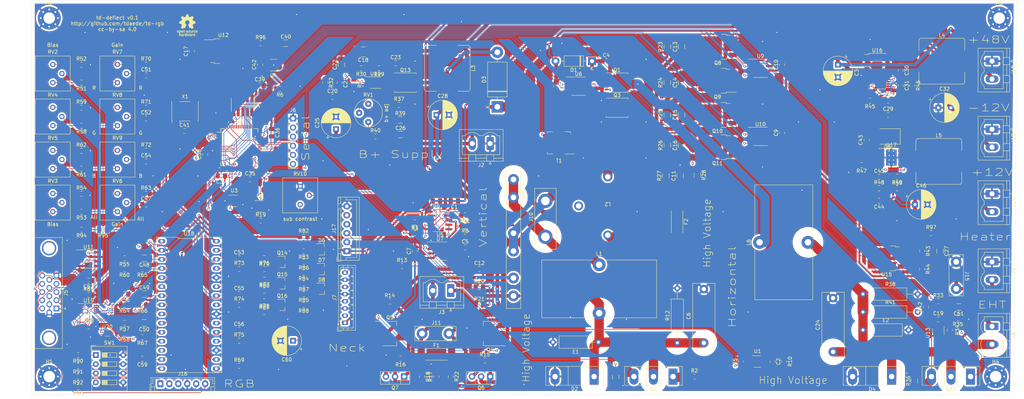
<source format=kicad_pcb>
(kicad_pcb (version 20190907) (host pcbnew "5.99.0-unknown-r17116-eadcb5de")
  (layers (0 "F.Cu" signal) (31 "B.Cu" signal) (34 "B.Paste" user) (35 "F.Paste" user) (36 "B.SilkS" user) (37 "F.SilkS" user) (38 "B.Mask" user) (39 "F.Mask" user) (44 "Edge.Cuts" user))
  (net 0 "")
  (net 1 "GND")
  (net 2 "+5V")
  (net 3 "HT")
  (net 4 "/h.out")
  (net 5 "Net-(Q2-Pad1)")
  (net 6 "+12V")
  (net 7 "Net-(U1-Pad1)")
  (net 8 "HOT_IN")
  (net 9 "+3V3")
  (net 10 "/Sheet5C37BEF6/nrst")
  (net 11 "/Sheet5C37BEF6/tdi")
  (net 12 "/Sheet5C37BEF6/tdo")
  (net 13 "/Sheet5C37BEF6/tck")
  (net 14 "/Sheet5C37BEF6/tms")
  (net 15 "Net-(U2-Pad62)")
  (net 16 "Net-(U2-Pad60)")
  (net 17 "Net-(U2-Pad59)")
  (net 18 "Net-(U2-Pad57)")
  (net 19 "Net-(U2-Pad56)")
  (net 20 "Net-(U2-Pad54)")
  (net 21 "Net-(U2-Pad53)")
  (net 22 "Net-(U2-Pad52)")
  (net 23 "Net-(U2-Pad51)")
  (net 24 "Net-(U2-Pad45)")
  (net 25 "Net-(U2-Pad44)")
  (net 26 "Net-(U2-Pad40)")
  (net 27 "Net-(U2-Pad39)")
  (net 28 "Net-(U2-Pad38)")
  (net 29 "Net-(U2-Pad36)")
  (net 30 "Net-(U2-Pad35)")
  (net 31 "Net-(U2-Pad33)")
  (net 32 "Net-(U2-Pad29)")
  (net 33 "Net-(U2-Pad28)")
  (net 34 "Net-(U2-Pad27)")
  (net 35 "Net-(U2-Pad26)")
  (net 36 "Net-(U2-Pad24)")
  (net 37 "Net-(U2-Pad6)")
  (net 38 "/Sheet5C37BEF6/16mhz")
  (net 39 "Net-(U2-Pad2)")
  (net 40 "Net-(U2-Pad1)")
  (net 41 "Net-(C21-Pad1)")
  (net 42 "Net-(C22-Pad1)")
  (net 43 "Net-(C23-Pad1)")
  (net 44 "Net-(C35-Pad1)")
  (net 45 "Net-(J4-Pad7)")
  (net 46 "HOT_CURRENT")
  (net 47 "/Sheet5C37BEF6/hot_current_adc")
  (net 48 "Net-(U4-Pad4)")
  (net 49 "-12V")
  (net 50 "+48V")
  (net 51 "Net-(C13-Pad2)")
  (net 52 "Net-(C14-Pad2)")
  (net 53 "Net-(C15-Pad2)")
  (net 54 "Net-(C16-Pad2)")
  (net 55 "Net-(C20-Pad1)")
  (net 56 "Net-(C27-Pad1)")
  (net 57 "Net-(C4-Pad1)")
  (net 58 "Net-(D3-Pad2)")
  (net 59 "/h.ret")
  (net 60 "/v.out")
  (net 61 "/v.ret")
  (net 62 "Net-(J5-Pad15)")
  (net 63 "Net-(J5-Pad12)")
  (net 64 "Net-(J5-Pad11)")
  (net 65 "Net-(J5-Pad9)")
  (net 66 "Net-(J5-Pad4)")
  (net 67 "/hsupply")
  (net 68 "Net-(Q4-Pad1)")
  (net 69 "Net-(Q4-Pad3)")
  (net 70 "Net-(Q5-Pad2)")
  (net 71 "Net-(Q7-Pad2)")
  (net 72 "Net-(Q8-Pad1)")
  (net 73 "Net-(Q9-Pad1)")
  (net 74 "Net-(Q10-Pad1)")
  (net 75 "Net-(Q11-Pad1)")
  (net 76 "EHT_CURRENT")
  (net 77 "Net-(Q12-Pad1)")
  (net 78 "Net-(Q13-Pad4)")
  (net 79 "Net-(Q13-Pad1)")
  (net 80 "Net-(R1-Pad2)")
  (net 81 "Net-(R10-Pad1)")
  (net 82 "V_DAC")
  (net 83 "Net-(R7-Pad1)")
  (net 84 "Net-(R11-Pad1)")
  (net 85 "Net-(R11-Pad2)")
  (net 86 "Net-(R13-Pad2)")
  (net 87 "Net-(R19-Pad2)")
  (net 88 "Net-(R20-Pad2)")
  (net 89 "Net-(C12-Pad2)")
  (net 90 "S_VOLTAGE")
  (net 91 "Net-(R29-Pad2)")
  (net 92 "Net-(R31-Pad1)")
  (net 93 "EHT_PWM")
  (net 94 "Net-(R34-Pad1)")
  (net 95 "EHT_FLYBACK_VOLTAGE")
  (net 96 "Net-(R43-Pad2)")
  (net 97 "Net-(T1-Pad1)")
  (net 98 "Net-(T1-Pad3)")
  (net 99 "Net-(T1-Pad2)")
  (net 100 "Net-(T1-Pad5)")
  (net 101 "Net-(L2-Pad1)")
  (net 102 "/Sheet5C37BEF6/rx")
  (net 103 "/Sheet5C37BEF6/tx")
  (net 104 "Net-(U2-Pad37)")
  (net 105 "VSYNC_UC")
  (net 106 "HSYNC_UC")
  (net 107 "PIN_LO")
  (net 108 "PIN_HI")
  (net 109 "H_CURRENT")
  (net 110 "Net-(U9-Pad8)")
  (net 111 "S1")
  (net 112 "S0")
  (net 113 "Net-(U9-Pad1)")
  (net 114 "Net-(U10-Pad8)")
  (net 115 "S3")
  (net 116 "S2")
  (net 117 "Net-(U10-Pad1)")
  (net 118 "Net-(U13-Pad1)")
  (net 119 "Net-(RV1-Pad2)")
  (net 120 "/power_supply/eht out")
  (net 121 "Net-(U7-Pad8)")
  (net 122 "Net-(U7-Pad5)")
  (net 123 "Net-(R40-Pad1)")
  (net 124 "Net-(R39-Pad2)")
  (net 125 "Net-(C29-Pad1)")
  (net 126 "Net-(C30-Pad2)")
  (net 127 "Net-(C30-Pad1)")
  (net 128 "Net-(C31-Pad1)")
  (net 129 "Net-(C43-Pad2)")
  (net 130 "Net-(C43-Pad1)")
  (net 131 "Net-(C44-Pad1)")
  (net 132 "Net-(C45-Pad1)")
  (net 133 "Net-(J6-Pad6)")
  (net 134 "Net-(J6-Pad3)")
  (net 135 "Net-(J6-Pad2)")
  (net 136 "Net-(R45-Pad1)")
  (net 137 "Net-(R47-Pad1)")
  (net 138 "Net-(R49-Pad2)")
  (net 139 "Net-(U16-Pad12)")
  (net 140 "Net-(U16-Pad11)")
  (net 141 "Net-(U17-Pad3)")
  (net 142 "Net-(C47-Pad1)")
  (net 143 "Net-(C51-Pad1)")
  (net 144 "Net-(C52-Pad1)")
  (net 145 "Net-(C53-Pad1)")
  (net 146 "Net-(C54-Pad1)")
  (net 147 "Net-(C55-Pad1)")
  (net 148 "Net-(C56-Pad1)")
  (net 149 "/rgb/hsync_vga")
  (net 150 "Net-(C57-Pad1)")
  (net 151 "/rgb/blue_vga")
  (net 152 "/rgb/green_vga")
  (net 153 "/rgb/red_vga")
  (net 154 "Net-(Q1-Pad4)")
  (net 155 "Net-(Q3-Pad4)")
  (net 156 "Net-(Q14-Pad3)")
  (net 157 "Net-(Q14-Pad1)")
  (net 158 "Net-(Q15-Pad3)")
  (net 159 "Net-(Q15-Pad1)")
  (net 160 "Net-(Q16-Pad3)")
  (net 161 "Net-(Q16-Pad1)")
  (net 162 "Net-(R51-Pad2)")
  (net 163 "Net-(R52-Pad1)")
  (net 164 "Net-(R53-Pad2)")
  (net 165 "Net-(R54-Pad1)")
  (net 166 "Net-(C48-Pad2)")
  (net 167 "Net-(C49-Pad1)")
  (net 168 "Net-(C50-Pad2)")
  (net 169 "Net-(R58-Pad2)")
  (net 170 "Net-(R59-Pad1)")
  (net 171 "Net-(R61-Pad2)")
  (net 172 "Net-(R62-Pad1)")
  (net 173 "Net-(R63-Pad1)")
  (net 174 "Net-(R65-Pad2)")
  (net 175 "Net-(R65-Pad1)")
  (net 176 "Net-(R66-Pad2)")
  (net 177 "Net-(R66-Pad1)")
  (net 178 "Net-(R67-Pad2)")
  (net 179 "Net-(R67-Pad1)")
  (net 180 "Net-(R69-Pad1)")
  (net 181 "Net-(R70-Pad1)")
  (net 182 "Net-(R71-Pad1)")
  (net 183 "Net-(R72-Pad1)")
  (net 184 "Net-(R73-Pad1)")
  (net 185 "Net-(R74-Pad1)")
  (net 186 "Net-(R75-Pad1)")
  (net 187 "Net-(R76-Pad1)")
  (net 188 "Net-(R77-Pad1)")
  (net 189 "Net-(R78-Pad1)")
  (net 190 "Net-(R89-Pad1)")
  (net 191 "/rgb/backporch")
  (net 192 "uc_blank")
  (net 193 "Net-(U18-Pad13)")
  (net 194 "Net-(C50-Pad1)")
  (net 195 "Net-(U18-Pad9)")
  (net 196 "Net-(C49-Pad2)")
  (net 197 "Net-(U18-Pad5)")
  (net 198 "Net-(C48-Pad1)")
  (net 199 "Net-(U18-Pad1)")
  (net 200 "Net-(U19-Pad5)")
  (net 201 "Net-(U19-Pad8)")
  (net 202 "Net-(J7-Pad2)")
  (net 203 "Net-(Q6-Pad1)")
  (net 204 "Net-(R93-Pad1)")
  (net 205 "Net-(R92-Pad1)")
  (net 206 "Net-(R91-Pad1)")
  (net 207 "Net-(R90-Pad1)")
  (net 208 "Net-(C60-Pad1)")
  (net 209 "VSYNC_VGA_UC")
  (net 210 "Net-(R94-Pad2)")
  (net 211 "Net-(C59-Pad1)")
  (net 212 "/rgb/r_yoke")
  (net 213 "/rgb/g_yoke")
  (net 214 "/rgb/b_yoke")
  (net 215 "Net-(J15-Pad2)")
  (net 216 "/rgb/sub_brightness")
  (net 217 "/virtual_ground")
  (net 218 "Net-(R94-Pad1)")
  (net 219 "ODDEVEN_UC")
  (net 220 "/S_cap_top")
  (net 221 "Net-(C12-Pad1)")
  (net 222 "Net-(C40-Pad1)")
  (net 223 "Net-(F2-Pad2)")
  (net 224 "Net-(U18-Pad15)")
  (net 225 "Net-(U20-Pad1)")
  (net 226 "Net-(C61-Pad1)")
  (module "Symbol:OSHW-Logo_5.7x6mm_SilkScreen" (layer "F.Cu") (at 4.5 8)
    (fp_text reference "REF**" hide)
    (fp_text value "OSHW-Logo_5.7x6mm_SilkScreen" hide)
  )
  (module "Package_QFP:LQFP-64_10x10mm_P0.5mm" (layer "F.Cu") (at 19 42)
    (fp_text reference "U2" (at 0 -7.2) (layer "F.SilkS"))
    (fp_text value "STM32F722RETx")
    (pad "64" smd rect (at -3.75 -5.7 90) (size 1 0.25) (layers "F.Cu" "F.Paste" "F.Mask") (net 9 "+3V3"))
    (pad "63" smd rect (at -3.25 -5.7 90) (size 1 0.25) (layers "F.Cu" "F.Paste" "F.Mask") (net 1 "GND"))
    (pad "62" smd rect (at -2.75 -5.7 90) (size 1 0.25) (layers "F.Cu" "F.Paste" "F.Mask") (net 15 "Net-(U2-Pad62)"))
    (pad "61" smd rect (at -2.25 -5.7 90) (size 1 0.25) (layers "F.Cu" "F.Paste" "F.Mask") (net 8 "HOT_IN"))
    (pad "60" smd rect (at -1.75 -5.7 90) (size 1 0.25) (layers "F.Cu" "F.Paste" "F.Mask") (net 16 "Net-(U2-Pad60)"))
    (pad "59" smd rect (at -1.25 -5.7 90) (size 1 0.25) (layers "F.Cu" "F.Paste" "F.Mask") (net 17 "Net-(U2-Pad59)"))
    (pad "58" smd rect (at -0.75 -5.7 90) (size 1 0.25) (layers "F.Cu" "F.Paste" "F.Mask") (net 93 "EHT_PWM"))
    (pad "57" smd rect (at -0.25 -5.7 90) (size 1 0.25) (layers "F.Cu" "F.Paste" "F.Mask") (net 18 "Net-(U2-Pad57)"))
    (pad "56" smd rect (at 0.25 -5.7 90) (size 1 0.25) (layers "F.Cu" "F.Paste" "F.Mask") (net 19 "Net-(U2-Pad56)"))
    (pad "55" smd rect (at 0.75 -5.7 90) (size 1 0.25) (layers "F.Cu" "F.Paste" "F.Mask") (net 12 "/Sheet5C37BEF6/tdo"))
    (pad "54" smd rect (at 1.25 -5.7 90) (size 1 0.25) (layers "F.Cu" "F.Paste" "F.Mask") (net 20 "Net-(U2-Pad54)"))
    (pad "53" smd rect (at 1.75 -5.7 90) (size 1 0.25) (layers "F.Cu" "F.Paste" "F.Mask") (net 21 "Net-(U2-Pad53)"))
    (pad "52" smd rect (at 2.25 -5.7 90) (size 1 0.25) (layers "F.Cu" "F.Paste" "F.Mask") (net 22 "Net-(U2-Pad52)"))
    (pad "51" smd rect (at 2.75 -5.7 90) (size 1 0.25) (layers "F.Cu" "F.Paste" "F.Mask") (net 23 "Net-(U2-Pad51)"))
    (pad "50" smd rect (at 3.25 -5.7 90) (size 1 0.25) (layers "F.Cu" "F.Paste" "F.Mask") (net 11 "/Sheet5C37BEF6/tdi"))
    (pad "49" smd rect (at 3.75 -5.7 90) (size 1 0.25) (layers "F.Cu" "F.Paste" "F.Mask") (net 13 "/Sheet5C37BEF6/tck"))
    (pad "48" smd rect (at 5.7 -3.75) (size 1 0.25) (layers "F.Cu" "F.Paste" "F.Mask") (net 9 "+3V3"))
    (pad "47" smd rect (at 5.7 -3.25) (size 1 0.25) (layers "F.Cu" "F.Paste" "F.Mask") (net 1 "GND"))
    (pad "46" smd rect (at 5.7 -2.75) (size 1 0.25) (layers "F.Cu" "F.Paste" "F.Mask") (net 14 "/Sheet5C37BEF6/tms"))
    (pad "45" smd rect (at 5.7 -2.25) (size 1 0.25) (layers "F.Cu" "F.Paste" "F.Mask") (net 24 "Net-(U2-Pad45)"))
    (pad "44" smd rect (at 5.7 -1.75) (size 1 0.25) (layers "F.Cu" "F.Paste" "F.Mask") (net 25 "Net-(U2-Pad44)"))
    (pad "43" smd rect (at 5.7 -1.25) (size 1 0.25) (layers "F.Cu" "F.Paste" "F.Mask") (net 102 "/Sheet5C37BEF6/rx"))
    (pad "42" smd rect (at 5.7 -0.75) (size 1 0.25) (layers "F.Cu" "F.Paste" "F.Mask") (net 103 "/Sheet5C37BEF6/tx"))
    (pad "41" smd rect (at 5.7 -0.25) (size 1 0.25) (layers "F.Cu" "F.Paste" "F.Mask") (net 108 "PIN_HI"))
    (pad "40" smd rect (at 5.7 0.25) (size 1 0.25) (layers "F.Cu" "F.Paste" "F.Mask") (net 26 "Net-(U2-Pad40)"))
    (pad "39" smd rect (at 5.7 0.75) (size 1 0.25) (layers "F.Cu" "F.Paste" "F.Mask") (net 27 "Net-(U2-Pad39)"))
    (pad "38" smd rect (at 5.7 1.25) (size 1 0.25) (layers "F.Cu" "F.Paste" "F.Mask") (net 28 "Net-(U2-Pad38)"))
    (pad "37" smd rect (at 5.7 1.75) (size 1 0.25) (layers "F.Cu" "F.Paste" "F.Mask") (net 104 "Net-(U2-Pad37)"))
    (pad "36" smd rect (at 5.7 2.25) (size 1 0.25) (layers "F.Cu" "F.Paste" "F.Mask") (net 29 "Net-(U2-Pad36)"))
    (pad "35" smd rect (at 5.7 2.75) (size 1 0.25) (layers "F.Cu" "F.Paste" "F.Mask") (net 30 "Net-(U2-Pad35)"))
    (pad "34" smd rect (at 5.7 3.25) (size 1 0.25) (layers "F.Cu" "F.Paste" "F.Mask") (net 107 "PIN_LO"))
    (pad "33" smd rect (at 5.7 3.75) (size 1 0.25) (layers "F.Cu" "F.Paste" "F.Mask") (net 31 "Net-(U2-Pad33)"))
    (pad "32" smd rect (at 3.75 5.7 90) (size 1 0.25) (layers "F.Cu" "F.Paste" "F.Mask") (net 9 "+3V3"))
    (pad "31" smd rect (at 3.25 5.7 90) (size 1 0.25) (layers "F.Cu" "F.Paste" "F.Mask") (net 1 "GND"))
    (pad "30" smd rect (at 2.75 5.7 90) (size 1 0.25) (layers "F.Cu" "F.Paste" "F.Mask") (net 44 "Net-(C35-Pad1)"))
    (pad "29" smd rect (at 2.25 5.7 90) (size 1 0.25) (layers "F.Cu" "F.Paste" "F.Mask") (net 32 "Net-(U2-Pad29)"))
    (pad "28" smd rect (at 1.75 5.7 90) (size 1 0.25) (layers "F.Cu" "F.Paste" "F.Mask") (net 33 "Net-(U2-Pad28)"))
    (pad "27" smd rect (at 1.25 5.7 90) (size 1 0.25) (layers "F.Cu" "F.Paste" "F.Mask") (net 34 "Net-(U2-Pad27)"))
    (pad "26" smd rect (at 0.75 5.7 90) (size 1 0.25) (layers "F.Cu" "F.Paste" "F.Mask") (net 35 "Net-(U2-Pad26)"))
    (pad "25" smd rect (at 0.25 5.7 90) (size 1 0.25) (layers "F.Cu" "F.Paste" "F.Mask") (net 209 "VSYNC_VGA_UC"))
    (pad "24" smd rect (at -0.25 5.7 90) (size 1 0.25) (layers "F.Cu" "F.Paste" "F.Mask") (net 36 "Net-(U2-Pad24)"))
    (pad "23" smd rect (at -0.75 5.7 90) (size 1 0.25) (layers "F.Cu" "F.Paste" "F.Mask") (net 105 "VSYNC_UC"))
    (pad "22" smd rect (at -1.25 5.7 90) (size 1 0.25) (layers "F.Cu" "F.Paste" "F.Mask") (net 106 "HSYNC_UC"))
    (pad "21" smd rect (at -1.75 5.7 90) (size 1 0.25) (layers "F.Cu" "F.Paste" "F.Mask") (net 76 "EHT_CURRENT"))
    (pad "20" smd rect (at -2.25 5.7 90) (size 1 0.25) (layers "F.Cu" "F.Paste" "F.Mask") (net 82 "V_DAC"))
    (pad "19" smd rect (at -2.75 5.7 90) (size 1 0.25) (layers "F.Cu" "F.Paste" "F.Mask") (net 9 "+3V3"))
    (pad "18" smd rect (at -3.25 5.7 90) (size 1 0.25) (layers "F.Cu" "F.Paste" "F.Mask") (net 1 "GND"))
    (pad "17" smd rect (at -3.75 5.7 90) (size 1 0.25) (layers "F.Cu" "F.Paste" "F.Mask") (net 95 "EHT_FLYBACK_VOLTAGE"))
    (pad "16" smd rect (at -5.7 3.75) (size 1 0.25) (layers "F.Cu" "F.Paste" "F.Mask") (net 90 "S_VOLTAGE"))
    (pad "15" smd rect (at -5.7 3.25) (size 1 0.25) (layers "F.Cu" "F.Paste" "F.Mask") (net 47 "/Sheet5C37BEF6/hot_current_adc"))
    (pad "14" smd rect (at -5.7 2.75) (size 1 0.25) (layers "F.Cu" "F.Paste" "F.Mask") (net 109 "H_CURRENT"))
    (pad "13" smd rect (at -5.7 2.25) (size 1 0.25) (layers "F.Cu" "F.Paste" "F.Mask") (net 9 "+3V3"))
    (pad "12" smd rect (at -5.7 1.75) (size 1 0.25) (layers "F.Cu" "F.Paste" "F.Mask") (net 1 "GND"))
    (pad "11" smd rect (at -5.7 1.25) (size 1 0.25) (layers "F.Cu" "F.Paste" "F.Mask") (net 115 "S3"))
    (pad "10" smd rect (at -5.7 0.75) (size 1 0.25) (layers "F.Cu" "F.Paste" "F.Mask") (net 116 "S2"))
    (pad "9" smd rect (at -5.7 0.25) (size 1 0.25) (layers "F.Cu" "F.Paste" "F.Mask") (net 111 "S1"))
    (pad "8" smd rect (at -5.7 -0.25) (size 1 0.25) (layers "F.Cu" "F.Paste" "F.Mask") (net 112 "S0"))
    (pad "7" smd rect (at -5.7 -0.75) (size 1 0.25) (layers "F.Cu" "F.Paste" "F.Mask") (net 10 "/Sheet5C37BEF6/nrst"))
    (pad "6" smd rect (at -5.7 -1.25) (size 1 0.25) (layers "F.Cu" "F.Paste" "F.Mask") (net 37 "Net-(U2-Pad6)"))
    (pad "5" smd rect (at -5.7 -1.75) (size 1 0.25) (layers "F.Cu" "F.Paste" "F.Mask") (net 38 "/Sheet5C37BEF6/16mhz"))
    (pad "4" smd rect (at -5.7 -2.25) (size 1 0.25) (layers "F.Cu" "F.Paste" "F.Mask") (net 219 "ODDEVEN_UC"))
    (pad "3" smd rect (at -5.7 -2.75) (size 1 0.25) (layers "F.Cu" "F.Paste" "F.Mask") (net 192 "uc_blank"))
    (pad "2" smd rect (at -5.7 -3.25) (size 1 0.25) (layers "F.Cu" "F.Paste" "F.Mask") (net 39 "Net-(U2-Pad2)"))
    (pad "1" smd rect (at -5.7 -3.75) (size 1 0.25) (layers "F.Cu" "F.Paste" "F.Mask") (net 40 "Net-(U2-Pad1)"))
  )
  (module "Resistor_SMD:R_1206_3216Metric_Pad1.42x1.75mm_HandSolder" (layer "F.Cu") (at 207.3 107.1875 90)
    (fp_text reference "R36" (at 0 -1.65 90) (layer "F.SilkS"))
    (fp_text value "0.01")
    (pad "2" smd roundrect (at 1.4875 0 90) (size 1.425 1.75) (layers "F.Cu" "F.Paste" "F.Mask") (roundrect_rratio 0.175439) (net 1 "GND"))
    (pad "1" smd roundrect (at -1.4875 0 90) (size 1.425 1.75) (layers "F.Cu" "F.Paste" "F.Mask") (roundrect_rratio 0.175439) (net 76 "EHT_CURRENT"))
  )
  (module "Resistor_SMD:R_1206_3216Metric_Pad1.42x1.75mm_HandSolder" (layer "F.Cu") (at 124 106.1125 -90)
    (fp_text reference "R4" (at -3.6125 0 180) (layer "F.SilkS"))
    (fp_text value "0.01")
    (pad "2" smd roundrect (at 1.4875 0 270) (size 1.425 1.75) (layers "F.Cu" "F.Paste" "F.Mask") (roundrect_rratio 0.175439) (net 1 "GND"))
    (pad "1" smd roundrect (at -1.4875 0 270) (size 1.425 1.75) (layers "F.Cu" "F.Paste" "F.Mask") (roundrect_rratio 0.175439) (net 46 "HOT_CURRENT"))
  )
  (module "Resistor_THT:R_Axial_DIN0309_L9.0mm_D3.2mm_P12.70mm_Horizontal" (layer "F.Cu") (at 193 93)
    (fp_text reference "E2" (at 6.35 -2.72) (layer "F.SilkS"))
    (fp_text value "SPARK_GAP")
    (pad "2" thru_hole oval (at 12.7 0) (size 1.6 1.6) (drill 0.8) (layers *.Cu *.Mask) (net 1 "GND"))
    (pad "1" thru_hole circle (at 0 0) (size 1.6 1.6) (drill 0.8) (layers *.Cu *.Mask) (net 120 "/power_supply/eht out"))
  )
  (module "Resistor_THT:R_Axial_DIN0309_L9.0mm_D3.2mm_P12.70mm_Horizontal" (layer "F.Cu") (at 119.2 96.4 180)
    (fp_text reference "E1" (at 6.35 -2.72) (layer "F.SilkS"))
    (fp_text value "SPARK_GAP")
    (pad "2" thru_hole oval (at 12.7 0 180) (size 1.6 1.6) (drill 0.8) (layers *.Cu *.Mask) (net 1 "GND"))
    (pad "1" thru_hole circle (at 0 0 180) (size 1.6 1.6) (drill 0.8) (layers *.Cu *.Mask) (net 4 "/h.out"))
  )
  (module "Package_TO_SOT_SMD:SOT-553" (layer "F.Cu") (at -17.8 93.8)
    (fp_text reference "U20" (at 0 -1.7) (layer "F.SilkS"))
    (fp_text value "74LVC1GU04DRL")
    (pad "4" smd rect (at 0.7 0.5) (size 0.45 0.3) (layers "F.Cu" "F.Paste" "F.Mask") (net 224 "Net-(U18-Pad15)"))
    (pad "2" smd rect (at -0.7 0) (size 0.45 0.3) (layers "F.Cu" "F.Paste" "F.Mask") (net 191 "/rgb/backporch"))
    (pad "5" smd rect (at 0.7 -0.5) (size 0.45 0.3) (layers "F.Cu" "F.Paste" "F.Mask") (net 9 "+3V3"))
    (pad "3" smd rect (at -0.7 0.5) (size 0.45 0.3) (layers "F.Cu" "F.Paste" "F.Mask") (net 1 "GND"))
    (pad "1" smd rect (at -0.7 -0.5) (size 0.45 0.3) (layers "F.Cu" "F.Paste" "F.Mask") (net 225 "Net-(U20-Pad1)"))
  )
  (module "Inductor_THT:L_Toroid_Vertical_L31.8mm_W15.9mm_P13.50mm_Bourns_5700" (layer "F.Cu") (at 164.15 68.55 90)
    (fp_text reference "L6" (at 0 -3.05 90) (layer "F.SilkS"))
    (fp_text value "1mH")
    (pad "2" thru_hole circle (at 0 13.5 90) (size 3.6 3.6) (drill 1.8) (layers *.Cu *.Mask) (net 120 "/power_supply/eht out"))
    (pad "1" thru_hole circle (at 0 0 90) (size 3.6 3.6) (drill 1.8) (layers *.Cu *.Mask) (net 3 "HT"))
  )
  (module "Inductor_THT:L_Toroid_Vertical_L31.8mm_W15.9mm_P13.50mm_Bourns_5700" (layer "F.Cu") (at 119.4 74.8)
    (fp_text reference "L1" (at 0 -3.05) (layer "F.SilkS"))
    (fp_text value "1mH")
    (pad "2" thru_hole circle (at 0 13.5) (size 3.6 3.6) (drill 1.8) (layers *.Cu *.Mask) (net 4 "/h.out"))
    (pad "1" thru_hole circle (at 0 0) (size 3.6 3.6) (drill 1.8) (layers *.Cu *.Mask) (net 67 "/hsupply"))
  )
  (module "Fuse:Fuse_Schurter_UMT250" (layer "F.Cu") (at 141.15 62.8 -90)
    (fp_text reference "F2" (at 0 -2.5 90) (layer "F.SilkS"))
    (fp_text value "Fuse")
    (pad "2" smd roundrect (at 4.25 0 270) (size 2 3.75) (layers "F.Cu" "F.Paste" "F.Mask") (roundrect_rratio 0.125) (net 223 "Net-(F2-Pad2)"))
    (pad "1" smd roundrect (at -4.25 0 270) (size 2 3.75) (layers "F.Cu" "F.Paste" "F.Mask") (roundrect_rratio 0.125) (net 220 "/S_cap_top"))
  )
  (module "Fuse:Fuse_Schurter_UMT250" (layer "F.Cu") (at 74 99.8)
    (fp_text reference "F1" (at 0 -2.5) (layer "F.SilkS"))
    (fp_text value "Fuse")
    (pad "2" smd roundrect (at 4.25 0) (size 2 3.75) (layers "F.Cu" "F.Paste" "F.Mask") (roundrect_rratio 0.125) (net 221 "Net-(C12-Pad1)"))
    (pad "1" smd roundrect (at -4.25 0) (size 2 3.75) (layers "F.Cu" "F.Paste" "F.Mask") (roundrect_rratio 0.125) (net 60 "/v.out"))
  )
  (module "Capacitor_SMD:C_1206_3216Metric_Pad1.42x1.75mm_HandSolder" (layer "F.Cu") (at 219.7125 86.6 180)
    (fp_text reference "C61" (at 0 -1.82) (layer "F.SilkS"))
    (fp_text value "0.033uF")
    (pad "2" smd roundrect (at 1.4875 0 180) (size 1.425 1.75) (layers "F.Cu" "F.Paste" "F.Mask") (roundrect_rratio 0.175439) (net 1 "GND"))
    (pad "1" smd roundrect (at -1.4875 0 180) (size 1.425 1.75) (layers "F.Cu" "F.Paste" "F.Mask") (roundrect_rratio 0.175439) (net 226 "Net-(C61-Pad1)"))
  )
  (module "Package_SO:SOIC-8_3.9x4.9mm_P1.27mm" (layer "F.Cu") (at 75 63 180)
    (fp_text reference "U5" (at 0 -3.4) (layer "F.SilkS"))
    (fp_text value "TL082")
    (pad "8" smd roundrect (at 2.475 -1.905 180) (size 1.95 0.6) (layers "F.Cu" "F.Paste" "F.Mask") (net 6 "+12V"))
    (pad "7" smd roundrect (at 2.475 -0.635 180) (size 1.95 0.6) (layers "F.Cu" "F.Paste" "F.Mask") (net 85 "Net-(R11-Pad2)"))
    (pad "6" smd roundrect (at 2.475 0.635 180) (size 1.95 0.6) (layers "F.Cu" "F.Paste" "F.Mask") (net 84 "Net-(R11-Pad1)"))
    (pad "5" smd roundrect (at 2.475 1.905 180) (size 1.95 0.6) (layers "F.Cu" "F.Paste" "F.Mask") (net 83 "Net-(R7-Pad1)"))
    (pad "4" smd roundrect (at -2.475 1.905 180) (size 1.95 0.6) (layers "F.Cu" "F.Paste" "F.Mask") (net 49 "-12V"))
    (pad "3" smd roundrect (at -2.475 0.635 180) (size 1.95 0.6) (layers "F.Cu" "F.Paste" "F.Mask") (net 80 "Net-(R1-Pad2)"))
    (pad "2" smd roundrect (at -2.475 -0.635 180) (size 1.95 0.6) (layers "F.Cu" "F.Paste" "F.Mask") (net 217 "/virtual_ground"))
    (pad "1" smd roundrect (at -2.475 -1.905 180) (size 1.95 0.6) (layers "F.Cu" "F.Paste" "F.Mask") (net 217 "/virtual_ground"))
  )
  (module "Potentiometer_THT:Potentiometer_Bourns_3386P_Vertical" (layer "F.Cu") (at 36 58)
    (fp_text reference "RV10" (at -0.015 -8.555) (layer "F.SilkS"))
    (fp_text value "10k")
    (pad "1" thru_hole circle (at 0 0) (size 1.44 1.44) (drill 0.8) (layers *.Cu *.Mask) (net 6 "+12V"))
    (pad "2" thru_hole circle (at 2.54 -2.54) (size 1.44 1.44) (drill 0.8) (layers *.Cu *.Mask) (net 216 "/rgb/sub_brightness"))
    (pad "3" thru_hole circle (at 0 -5.08) (size 1.44 1.44) (drill 0.8) (layers *.Cu *.Mask) (net 1 "GND"))
  )
  (module "Resistor_SMD:R_0805_2012Metric_Pad1.15x1.40mm_HandSolder" (layer "F.Cu") (at 212 66)
    (fp_text reference "R97" (at 0 -1.65) (layer "F.SilkS"))
    (fp_text value "1")
    (pad "2" smd roundrect (at 1.025 0) (size 1.15 1.4) (layers "F.Cu" "F.Paste" "F.Mask") (roundrect_rratio 0.217391) (net 56 "Net-(C27-Pad1)"))
    (pad "1" smd roundrect (at -1.025 0) (size 1.15 1.4) (layers "F.Cu" "F.Paste" "F.Mask") (roundrect_rratio 0.217391) (net 215 "Net-(J15-Pad2)"))
  )
  (module "Resistor_SMD:R_0805_2012Metric_Pad1.15x1.40mm_HandSolder" (layer "F.Cu") (at 24.975 13)
    (fp_text reference "R96" (at 0 -1.65) (layer "F.SilkS"))
    (fp_text value "1")
    (pad "2" smd roundrect (at 1.025 0) (size 1.15 1.4) (layers "F.Cu" "F.Paste" "F.Mask") (roundrect_rratio 0.217391) (net 222 "Net-(C40-Pad1)"))
    (pad "1" smd roundrect (at -1.025 0) (size 1.15 1.4) (layers "F.Cu" "F.Paste" "F.Mask") (roundrect_rratio 0.217391) (net 2 "+5V"))
  )
  (module "Resistor_SMD:R_0805_2012Metric_Pad1.15x1.40mm_HandSolder" (layer "F.Cu") (at -19 65 180)
    (fp_text reference "R95" (at 0 -1.65) (layer "F.SilkS"))
    (fp_text value "220")
    (pad "2" smd roundrect (at 1.025 0 180) (size 1.15 1.4) (layers "F.Cu" "F.Paste" "F.Mask") (roundrect_rratio 0.217391) (net 218 "Net-(R94-Pad1)"))
    (pad "1" smd roundrect (at -1.025 0 180) (size 1.15 1.4) (layers "F.Cu" "F.Paste" "F.Mask") (roundrect_rratio 0.217391) (net 211 "Net-(C59-Pad1)"))
  )
  (module "Resistor_SMD:R_0805_2012Metric_Pad1.15x1.40mm_HandSolder" (layer "F.Cu") (at -25 65 180)
    (fp_text reference "R94" (at 0 -1.65) (layer "F.SilkS"))
    (fp_text value "33k")
    (pad "2" smd roundrect (at 1.025 0 180) (size 1.15 1.4) (layers "F.Cu" "F.Paste" "F.Mask") (roundrect_rratio 0.217391) (net 210 "Net-(R94-Pad2)"))
    (pad "1" smd roundrect (at -1.025 0 180) (size 1.15 1.4) (layers "F.Cu" "F.Paste" "F.Mask") (roundrect_rratio 0.217391) (net 218 "Net-(R94-Pad1)"))
  )
  (module "td-deflect:LIN-3509" (layer "F.Cu") (at 121.8 58.4 180)
    (fp_text reference "L2" (at 0 0.5 180 unlocked) (layer "F.SilkS"))
    (fp_text value "LTRIM")
    (pad "0" thru_hole circle (at 8.128 0 180) (size 2.5 2.5) (drill 1.52) (layers *.Cu *.Mask))
    (pad "2" thru_hole circle (at 0 -8.128 180) (size 2.5 2.5) (drill 1.52) (layers *.Cu *.Mask) (net 223 "Net-(F2-Pad2)"))
    (pad "1" thru_hole circle (at 0 8.128 180) (size 2.5 2.5) (drill 1.52) (layers *.Cu *.Mask) (net 101 "Net-(L2-Pad1)"))
  )
  (module "Connector_Phoenix_MSTB:PhoenixContact_MSTBVA_2,5_2-G_1x02_P5.00mm_Vertical" (layer "F.Cu") (at 229 18 -90)
    (fp_text reference "J18" (at 2.5 -6 90) (layer "F.SilkS"))
    (fp_text value "Conn_01x02_Male")
    (pad "2" thru_hole oval (at 5 0 270) (size 2 3.6) (drill 1.4) (layers *.Cu *.Mask) (net 50 "+48V"))
    (pad "1" thru_hole roundrect (at 0 0 270) (size 2 3.6) (drill 1.4) (layers *.Cu *.Mask) (roundrect_rratio 0.125) (net 1 "GND"))
  )
  (module "Connector_JST:JST_XH_B6B-XH-A_1x06_P2.50mm_Vertical" (layer "F.Cu") (at 49 71 90)
    (fp_text reference "J17" (at 6.25 -3.55 90) (layer "F.SilkS"))
    (fp_text value "Conn_01x06_Male")
    (pad "6" thru_hole oval (at 12.5 0 90) (size 1.7 1.95) (drill 0.95) (layers *.Cu *.Mask) (net 1 "GND"))
    (pad "5" thru_hole oval (at 10 0 90) (size 1.7 1.95) (drill 0.95) (layers *.Cu *.Mask) (net 216 "/rgb/sub_brightness"))
    (pad "4" thru_hole oval (at 7.5 0 90) (size 1.7 1.95) (drill 0.95) (layers *.Cu *.Mask) (net 214 "/rgb/b_yoke"))
    (pad "3" thru_hole oval (at 5 0 90) (size 1.7 1.95) (drill 0.95) (layers *.Cu *.Mask) (net 213 "/rgb/g_yoke"))
    (pad "2" thru_hole oval (at 2.5 0 90) (size 1.7 1.95) (drill 0.95) (layers *.Cu *.Mask) (net 212 "/rgb/r_yoke"))
    (pad "1" thru_hole roundrect (at 0 0 90) (size 1.7 1.95) (drill 0.95) (layers *.Cu *.Mask) (roundrect_rratio 0.147059) (net 6 "+12V"))
  )
  (module "Connector_JST:JST_EH_B6B-EH-A_1x06_P2.50mm_Vertical" (layer "F.Cu") (at -3 108)
    (fp_text reference "J16" (at 6.25 -2.8) (layer "F.SilkS"))
    (fp_text value "Conn_01x06_Male")
    (pad "6" thru_hole oval (at 12.5 0) (size 1.7 1.95) (drill 0.95) (layers *.Cu *.Mask) (net 209 "VSYNC_VGA_UC"))
    (pad "5" thru_hole oval (at 10 0) (size 1.7 1.95) (drill 0.95) (layers *.Cu *.Mask) (net 149 "/rgb/hsync_vga"))
    (pad "4" thru_hole oval (at 7.5 0) (size 1.7 1.95) (drill 0.95) (layers *.Cu *.Mask) (net 1 "GND"))
    (pad "3" thru_hole oval (at 5 0) (size 1.7 1.95) (drill 0.95) (layers *.Cu *.Mask) (net 151 "/rgb/blue_vga"))
    (pad "2" thru_hole oval (at 2.5 0) (size 1.7 1.95) (drill 0.95) (layers *.Cu *.Mask) (net 152 "/rgb/green_vga"))
    (pad "1" thru_hole roundrect (at 0 0) (size 1.7 1.95) (drill 0.95) (layers *.Cu *.Mask) (roundrect_rratio 0.147059) (net 153 "/rgb/red_vga"))
  )
  (module "td-deflect:sony_monitor_yoke" (layer "F.Cu") (at 95.5 51 -90)
    (fp_text reference "J12" (at 4 -3 -90 unlocked) (layer "F.SilkS"))
    (fp_text value "Conn_01x06_Male")
    (pad "6" thru_hole circle (at 32.5 0 270) (size 3 3) (drill 1.6) (layers *.Cu *.Mask) (net 61 "/v.ret"))
    (pad "5" thru_hole circle (at 27.5 0 270) (size 3 3) (drill 1.6) (layers *.Cu *.Mask) (net 60 "/v.out"))
    (pad "4" thru_hole circle (at 20 0 270) (size 3 3) (drill 1.6) (layers *.Cu *.Mask) (net 59 "/h.ret"))
    (pad "3" thru_hole circle (at 15 0 270) (size 3 3) (drill 1.6) (layers *.Cu *.Mask) (net 59 "/h.ret"))
    (pad "1" thru_hole circle (at 0 0 270) (size 3 3) (drill 1.6) (layers *.Cu *.Mask) (net 4 "/h.out"))
    (pad "2" thru_hole circle (at 5 0 270) (size 3 3) (drill 1.6) (layers *.Cu *.Mask) (net 4 "/h.out"))
  )
  (module "Connector_JST:JST_PH_B8B-PH-K_1x08_P2.00mm_Vertical" (layer "F.Cu") (at 48.5 91 90)
    (fp_text reference "J7" (at 7 -2.9 90) (layer "F.SilkS"))
    (fp_text value "Conn_01x08_Male")
    (pad "8" thru_hole oval (at 14 0 90) (size 1.2 1.75) (drill 0.75) (layers *.Cu *.Mask) (net 212 "/rgb/r_yoke"))
    (pad "7" thru_hole oval (at 12 0 90) (size 1.2 1.75) (drill 0.75) (layers *.Cu *.Mask) (net 1 "GND"))
    (pad "6" thru_hole oval (at 10 0 90) (size 1.2 1.75) (drill 0.75) (layers *.Cu *.Mask) (net 213 "/rgb/g_yoke"))
    (pad "5" thru_hole oval (at 8 0 90) (size 1.2 1.75) (drill 0.75) (layers *.Cu *.Mask) (net 1 "GND"))
    (pad "4" thru_hole oval (at 6 0 90) (size 1.2 1.75) (drill 0.75) (layers *.Cu *.Mask) (net 214 "/rgb/b_yoke"))
    (pad "3" thru_hole oval (at 4 0 90) (size 1.2 1.75) (drill 0.75) (layers *.Cu *.Mask) (net 1 "GND"))
    (pad "2" thru_hole oval (at 2 0 90) (size 1.2 1.75) (drill 0.75) (layers *.Cu *.Mask) (net 202 "Net-(J7-Pad2)"))
    (pad "1" thru_hole roundrect (at 0 0 90) (size 1.2 1.75) (drill 0.75) (layers *.Cu *.Mask) (roundrect_rratio 0.208333) (net 6 "+12V"))
  )
  (module "Capacitor_THT:CP_Radial_D8.0mm_P3.50mm" (layer "F.Cu") (at 34 96 180)
    (fp_text reference "C60" (at 1.75 -5.25) (layer "F.SilkS"))
    (fp_text value "220uF")
    (pad "2" thru_hole circle (at 3.5 0 180) (size 1.6 1.6) (drill 0.8) (layers *.Cu *.Mask) (net 1 "GND"))
    (pad "1" thru_hole rect (at 0 0 180) (size 1.6 1.6) (drill 0.8) (layers *.Cu *.Mask) (net 208 "Net-(C60-Pad1)"))
  )
  (module "Capacitor_SMD:C_0805_2012Metric_Pad1.15x1.40mm_HandSolder" (layer "F.Cu") (at -8.025 101 180)
    (fp_text reference "C59" (at 0 -1.65) (layer "F.SilkS"))
    (fp_text value "0.1uF")
    (pad "2" smd roundrect (at 1.025 0 180) (size 1.15 1.4) (layers "F.Cu" "F.Paste" "F.Mask") (roundrect_rratio 0.217391) (net 1 "GND"))
    (pad "1" smd roundrect (at -1.025 0 180) (size 1.15 1.4) (layers "F.Cu" "F.Paste" "F.Mask") (roundrect_rratio 0.217391) (net 211 "Net-(C59-Pad1)"))
  )
  (module "Capacitor_SMD:C_1206_3216Metric_Pad1.42x1.75mm_HandSolder" (layer "F.Cu") (at 32 13)
    (fp_text reference "C40" (at 0 -1.82) (layer "F.SilkS"))
    (fp_text value "22uF")
    (pad "2" smd roundrect (at 1.4875 0) (size 1.425 1.75) (layers "F.Cu" "F.Paste" "F.Mask") (roundrect_rratio 0.175439) (net 1 "GND"))
    (pad "1" smd roundrect (at -1.4875 0) (size 1.425 1.75) (layers "F.Cu" "F.Paste" "F.Mask") (roundrect_rratio 0.175439) (net 222 "Net-(C40-Pad1)"))
  )
  (module "Capacitor_THT:CP_Radial_D8.0mm_P3.50mm" (layer "F.Cu") (at 186 19 -90)
    (fp_text reference "C34" (at 1.75 -5.25 90) (layer "F.SilkS"))
    (fp_text value "10uF")
    (pad "2" thru_hole circle (at 3.5 0 270) (size 1.6 1.6) (drill 0.8) (layers *.Cu *.Mask) (net 1 "GND"))
    (pad "1" thru_hole rect (at 0 0 270) (size 1.6 1.6) (drill 0.8) (layers *.Cu *.Mask) (net 50 "+48V"))
  )
  (module "Capacitor_SMD:C_1206_3216Metric_Pad1.42x1.75mm_HandSolder" (layer "F.Cu") (at 214.5 71 -90)
    (fp_text reference "C27" (at 0 -1.82 90) (layer "F.SilkS"))
    (fp_text value "22uF")
    (pad "2" smd roundrect (at 1.4875 0 270) (size 1.425 1.75) (layers "F.Cu" "F.Paste" "F.Mask") (roundrect_rratio 0.175439) (net 1 "GND"))
    (pad "1" smd roundrect (at -1.4875 0 270) (size 1.425 1.75) (layers "F.Cu" "F.Paste" "F.Mask") (roundrect_rratio 0.175439) (net 56 "Net-(C27-Pad1)"))
  )
  (module "Capacitor_SMD:C_1206_3216Metric_Pad1.42x1.75mm_HandSolder" (layer "F.Cu") (at 64 38.4875)
    (fp_text reference "C26" (at 0 -1.82) (layer "F.SilkS"))
    (fp_text value "0.1uF")
    (pad "2" smd roundrect (at 1.4875 0) (size 1.425 1.75) (layers "F.Cu" "F.Paste" "F.Mask") (roundrect_rratio 0.175439) (net 1 "GND"))
    (pad "1" smd roundrect (at -1.4875 0) (size 1.425 1.75) (layers "F.Cu" "F.Paste" "F.Mask") (roundrect_rratio 0.175439) (net 3 "HT"))
  )
  (module "Capacitor_SMD:C_1206_3216Metric_Pad1.42x1.75mm_HandSolder" (layer "F.Cu") (at 47.4875 19 90)
    (fp_text reference "C22" (at 0 -1.82 90) (layer "F.SilkS"))
    (fp_text value "10uF")
    (pad "2" smd roundrect (at 1.4875 0 90) (size 1.425 1.75) (layers "F.Cu" "F.Paste" "F.Mask") (roundrect_rratio 0.175439) (net 1 "GND"))
    (pad "1" smd roundrect (at -1.4875 0 90) (size 1.425 1.75) (layers "F.Cu" "F.Paste" "F.Mask") (roundrect_rratio 0.175439) (net 42 "Net-(C22-Pad1)"))
  )
  (module "Resistor_THT:R_Axial_DIN0309_L9.0mm_D3.2mm_P15.24mm_Horizontal" (layer "F.Cu") (at 193 88)
    (fp_text reference "R41" (at 7.62 -2.72) (layer "F.SilkS"))
    (fp_text value "1M")
    (pad "2" thru_hole oval (at 15.24 0) (size 1.6 1.6) (drill 0.8) (layers *.Cu *.Mask) (net 95 "EHT_FLYBACK_VOLTAGE"))
    (pad "1" thru_hole circle (at 0 0) (size 1.6 1.6) (drill 0.8) (layers *.Cu *.Mask) (net 120 "/power_supply/eht out"))
  )
  (module "td-deflect:sony_monitor_2p" (layer "F.Cu") (at 70 94)
    (fp_text reference "J11" (at 4 -3 unlocked) (layer "F.SilkS"))
    (fp_text value "Conn_01x02_Male")
    (pad "2" thru_hole circle (at 7.5 0) (size 3 3) (drill 1.6) (layers *.Cu *.Mask) (net 61 "/v.ret"))
    (pad "1" thru_hole circle (at 0 0) (size 3 3) (drill 1.6) (layers *.Cu *.Mask) (net 60 "/v.out"))
  )
  (module "Package_TO_SOT_SMD:SOT-23" (layer "F.Cu") (at 42 81.5)
    (fp_text reference "D8" (at 0 -2.5) (layer "F.SilkS"))
    (fp_text value "BAT54S")
    (pad "3" smd rect (at 1 0) (size 0.9 0.8) (layers "F.Cu" "F.Paste" "F.Mask") (net 214 "/rgb/b_yoke"))
    (pad "2" smd rect (at -1 0.95) (size 0.9 0.8) (layers "F.Cu" "F.Paste" "F.Mask") (net 208 "Net-(C60-Pad1)"))
    (pad "1" smd rect (at -1 -0.95) (size 0.9 0.8) (layers "F.Cu" "F.Paste" "F.Mask") (net 1 "GND"))
  )
  (module "Package_TO_SOT_SMD:SOT-23" (layer "F.Cu") (at 42 76)
    (fp_text reference "D7" (at 0 -2.5) (layer "F.SilkS"))
    (fp_text value "BAT54S")
    (pad "3" smd rect (at 1 0) (size 0.9 0.8) (layers "F.Cu" "F.Paste" "F.Mask") (net 213 "/rgb/g_yoke"))
    (pad "2" smd rect (at -1 0.95) (size 0.9 0.8) (layers "F.Cu" "F.Paste" "F.Mask") (net 208 "Net-(C60-Pad1)"))
    (pad "1" smd rect (at -1 -0.95) (size 0.9 0.8) (layers "F.Cu" "F.Paste" "F.Mask") (net 1 "GND"))
  )
  (module "Package_TO_SOT_SMD:SOT-23" (layer "F.Cu") (at 42 70.5)
    (fp_text reference "D6" (at 0 -2.5) (layer "F.SilkS"))
    (fp_text value "BAT54S")
    (pad "3" smd rect (at 1 0) (size 0.9 0.8) (layers "F.Cu" "F.Paste" "F.Mask") (net 212 "/rgb/r_yoke"))
    (pad "2" smd rect (at -1 0.95) (size 0.9 0.8) (layers "F.Cu" "F.Paste" "F.Mask") (net 208 "Net-(C60-Pad1)"))
    (pad "1" smd rect (at -1 -0.95) (size 0.9 0.8) (layers "F.Cu" "F.Paste" "F.Mask") (net 1 "GND"))
  )
  (module "td-deflect:sony_monitor_2p" (layer "F.Cu") (at 219 74 -90)
    (fp_text reference "J15" (at 4 -3 -90 unlocked) (layer "F.SilkS"))
    (fp_text value "Conn_01x02_Male")
    (pad "2" thru_hole circle (at 7.5 0 270) (size 3 3) (drill 1.6) (layers *.Cu *.Mask) (net 215 "Net-(J15-Pad2)"))
    (pad "1" thru_hole circle (at 0 0 270) (size 3 3) (drill 1.6) (layers *.Cu *.Mask) (net 1 "GND"))
  )
  (module "td-deflect:monitor_10_8_2p" (layer "F.Cu") (at 104.4 67 90)
    (fp_text reference "J10" (at 5.5 -4 90 unlocked) (layer "F.SilkS"))
    (fp_text value "Conn_01x02_Male")
    (pad "2" thru_hole circle (at 10 0 90) (size 4 4) (drill 2.41) (layers *.Cu *.Mask) (net 59 "/h.ret"))
    (pad "1" thru_hole circle (at 0 0 90) (size 4 4) (drill 2.41) (layers *.Cu *.Mask) (net 4 "/h.out"))
  )
  (module "Resistor_SMD:R_0805_2012Metric_Pad1.15x1.40mm_HandSolder" (layer "F.Cu") (at 30.375 25.75 180)
    (fp_text reference "R6" (at 0 -1.65) (layer "F.SilkS"))
    (fp_text value "10k")
    (pad "2" smd roundrect (at 1.025 0 180) (size 1.15 1.4) (layers "F.Cu" "F.Paste" "F.Mask") (roundrect_rratio 0.217391) (net 10 "/Sheet5C37BEF6/nrst"))
    (pad "1" smd roundrect (at -1.025 0 180) (size 1.15 1.4) (layers "F.Cu" "F.Paste" "F.Mask") (roundrect_rratio 0.217391) (net 9 "+3V3"))
  )
  (module "Capacitor_THT:CP_Radial_D8.0mm_P3.50mm" (layer "F.Cu") (at 46 37 90)
    (fp_text reference "C25" (at 1.75 -5.25 90) (layer "F.SilkS"))
    (fp_text value "10uF")
    (pad "2" thru_hole circle (at 3.5 0 90) (size 1.6 1.6) (drill 0.8) (layers *.Cu *.Mask) (net 1 "GND"))
    (pad "1" thru_hole rect (at 0 0 90) (size 1.6 1.6) (drill 0.8) (layers *.Cu *.Mask) (net 3 "HT"))
  )
  (module "Capacitor_THT:C_Rect_L18.0mm_W6.0mm_P15.00mm_FKS3_FKP3" (layer "F.Cu") (at 184.65 99.1 90)
    (fp_text reference "C24" (at 7.5 -4.25 90) (layer "F.SilkS"))
    (fp_text value "0.0073uF")
    (pad "2" thru_hole circle (at 15 0 90) (size 2.4 2.4) (drill 1.2) (layers *.Cu *.Mask) (net 1 "GND"))
    (pad "1" thru_hole circle (at 0 0 90) (size 2.4 2.4) (drill 1.2) (layers *.Cu *.Mask) (net 120 "/power_supply/eht out"))
  )
  (module "Capacitor_SMD:C_1206_3216Metric_Pad1.42x1.75mm_HandSolder" (layer "F.Cu") (at 142.4 41.5125 90)
    (fp_text reference "C16" (at 0 -1.82 90) (layer "F.SilkS"))
    (fp_text value "0.12uF")
    (pad "2" smd roundrect (at 1.4875 0 90) (size 1.425 1.75) (layers "F.Cu" "F.Paste" "F.Mask") (roundrect_rratio 0.175439) (net 54 "Net-(C16-Pad2)"))
    (pad "1" smd roundrect (at -1.4875 0 90) (size 1.425 1.75) (layers "F.Cu" "F.Paste" "F.Mask") (roundrect_rratio 0.175439) (net 220 "/S_cap_top"))
  )
  (module "Capacitor_SMD:C_1206_3216Metric_Pad1.42x1.75mm_HandSolder" (layer "F.Cu") (at 142.4 33 90)
    (fp_text reference "C15" (at 0 -1.82 90) (layer "F.SilkS"))
    (fp_text value "0.068uF")
    (pad "2" smd roundrect (at 1.4875 0 90) (size 1.425 1.75) (layers "F.Cu" "F.Paste" "F.Mask") (roundrect_rratio 0.175439) (net 53 "Net-(C15-Pad2)"))
    (pad "1" smd roundrect (at -1.4875 0 90) (size 1.425 1.75) (layers "F.Cu" "F.Paste" "F.Mask") (roundrect_rratio 0.175439) (net 220 "/S_cap_top"))
  )
  (module "Capacitor_SMD:C_1206_3216Metric_Pad1.42x1.75mm_HandSolder" (layer "F.Cu") (at 142.4 24 90)
    (fp_text reference "C14" (at 0 -1.82 90) (layer "F.SilkS"))
    (fp_text value "0.033uF")
    (pad "2" smd roundrect (at 1.4875 0 90) (size 1.425 1.75) (layers "F.Cu" "F.Paste" "F.Mask") (roundrect_rratio 0.175439) (net 52 "Net-(C14-Pad2)"))
    (pad "1" smd roundrect (at -1.4875 0 90) (size 1.425 1.75) (layers "F.Cu" "F.Paste" "F.Mask") (roundrect_rratio 0.175439) (net 220 "/S_cap_top"))
  )
  (module "Capacitor_SMD:C_1206_3216Metric_Pad1.42x1.75mm_HandSolder" (layer "F.Cu") (at 142.4 14 90)
    (fp_text reference "C13" (at 0 -1.82 90) (layer "F.SilkS"))
    (fp_text value "0.015uF")
    (pad "2" smd roundrect (at 1.4875 0 90) (size 1.425 1.75) (layers "F.Cu" "F.Paste" "F.Mask") (roundrect_rratio 0.175439) (net 51 "Net-(C13-Pad2)"))
    (pad "1" smd roundrect (at -1.4875 0 90) (size 1.425 1.75) (layers "F.Cu" "F.Paste" "F.Mask") (roundrect_rratio 0.175439) (net 220 "/S_cap_top"))
  )
  (module "Capacitor_SMD:C_1206_3216Metric_Pad1.42x1.75mm_HandSolder" (layer "F.Cu") (at 142 50 90)
    (fp_text reference "C11" (at 0 -1.82 90) (layer "F.SilkS"))
    (fp_text value "0.033uF")
    (pad "2" smd roundrect (at 1.4875 0 90) (size 1.425 1.75) (layers "F.Cu" "F.Paste" "F.Mask") (roundrect_rratio 0.175439) (net 1 "GND"))
    (pad "1" smd roundrect (at -1.4875 0 90) (size 1.425 1.75) (layers "F.Cu" "F.Paste" "F.Mask") (roundrect_rratio 0.175439) (net 220 "/S_cap_top"))
  )
  (module "MountingHole:MountingHole_3.2mm_M3_Pad_Via" (layer "F.Cu") (at 230 106)
    (fp_text reference "H4" (at 0 -4.2) (layer "F.SilkS"))
    (fp_text value "MountingHole_Pad")
    (pad "1" thru_hole circle (at 1.697056 -1.697056) (size 0.8 0.8) (drill 0.5) (layers *.Cu *.Mask) (net 1 "GND"))
    (pad "1" thru_hole circle (at 0 -2.4) (size 0.8 0.8) (drill 0.5) (layers *.Cu *.Mask) (net 1 "GND"))
    (pad "1" thru_hole circle (at -1.697056 -1.697056) (size 0.8 0.8) (drill 0.5) (layers *.Cu *.Mask) (net 1 "GND"))
    (pad "1" thru_hole circle (at -2.4 0) (size 0.8 0.8) (drill 0.5) (layers *.Cu *.Mask) (net 1 "GND"))
    (pad "1" thru_hole circle (at -1.697056 1.697056) (size 0.8 0.8) (drill 0.5) (layers *.Cu *.Mask) (net 1 "GND"))
    (pad "1" thru_hole circle (at 0 2.4) (size 0.8 0.8) (drill 0.5) (layers *.Cu *.Mask) (net 1 "GND"))
    (pad "1" thru_hole circle (at 1.697056 1.697056) (size 0.8 0.8) (drill 0.5) (layers *.Cu *.Mask) (net 1 "GND"))
    (pad "1" thru_hole circle (at 2.4 0) (size 0.8 0.8) (drill 0.5) (layers *.Cu *.Mask) (net 1 "GND"))
    (pad "1" thru_hole circle (at 0 0) (size 6.4 6.4) (drill 3.2) (layers *.Cu *.Mask) (net 1 "GND"))
  )
  (module "MountingHole:MountingHole_3.2mm_M3_Pad_Via" (layer "F.Cu") (at 231 6)
    (fp_text reference "H3" (at 0 -4.2) (layer "F.SilkS"))
    (fp_text value "MountingHole_Pad")
    (pad "1" thru_hole circle (at 1.697056 -1.697056) (size 0.8 0.8) (drill 0.5) (layers *.Cu *.Mask) (net 1 "GND"))
    (pad "1" thru_hole circle (at 0 -2.4) (size 0.8 0.8) (drill 0.5) (layers *.Cu *.Mask) (net 1 "GND"))
    (pad "1" thru_hole circle (at -1.697056 -1.697056) (size 0.8 0.8) (drill 0.5) (layers *.Cu *.Mask) (net 1 "GND"))
    (pad "1" thru_hole circle (at -2.4 0) (size 0.8 0.8) (drill 0.5) (layers *.Cu *.Mask) (net 1 "GND"))
    (pad "1" thru_hole circle (at -1.697056 1.697056) (size 0.8 0.8) (drill 0.5) (layers *.Cu *.Mask) (net 1 "GND"))
    (pad "1" thru_hole circle (at 0 2.4) (size 0.8 0.8) (drill 0.5) (layers *.Cu *.Mask) (net 1 "GND"))
    (pad "1" thru_hole circle (at 1.697056 1.697056) (size 0.8 0.8) (drill 0.5) (layers *.Cu *.Mask) (net 1 "GND"))
    (pad "1" thru_hole circle (at 2.4 0) (size 0.8 0.8) (drill 0.5) (layers *.Cu *.Mask) (net 1 "GND"))
    (pad "1" thru_hole circle (at 0 0) (size 6.4 6.4) (drill 3.2) (layers *.Cu *.Mask) (net 1 "GND"))
  )
  (module "MountingHole:MountingHole_3.2mm_M3_Pad_Via" (layer "F.Cu") (at -34 6)
    (fp_text reference "H2" (at 0 -4.2) (layer "F.SilkS"))
    (fp_text value "MountingHole_Pad")
    (pad "1" thru_hole circle (at 1.697056 -1.697056) (size 0.8 0.8) (drill 0.5) (layers *.Cu *.Mask) (net 1 "GND"))
    (pad "1" thru_hole circle (at 0 -2.4) (size 0.8 0.8) (drill 0.5) (layers *.Cu *.Mask) (net 1 "GND"))
    (pad "1" thru_hole circle (at -1.697056 -1.697056) (size 0.8 0.8) (drill 0.5) (layers *.Cu *.Mask) (net 1 "GND"))
    (pad "1" thru_hole circle (at -2.4 0) (size 0.8 0.8) (drill 0.5) (layers *.Cu *.Mask) (net 1 "GND"))
    (pad "1" thru_hole circle (at -1.697056 1.697056) (size 0.8 0.8) (drill 0.5) (layers *.Cu *.Mask) (net 1 "GND"))
    (pad "1" thru_hole circle (at 0 2.4) (size 0.8 0.8) (drill 0.5) (layers *.Cu *.Mask) (net 1 "GND"))
    (pad "1" thru_hole circle (at 1.697056 1.697056) (size 0.8 0.8) (drill 0.5) (layers *.Cu *.Mask) (net 1 "GND"))
    (pad "1" thru_hole circle (at 2.4 0) (size 0.8 0.8) (drill 0.5) (layers *.Cu *.Mask) (net 1 "GND"))
    (pad "1" thru_hole circle (at 0 0) (size 6.4 6.4) (drill 3.2) (layers *.Cu *.Mask) (net 1 "GND"))
  )
  (module "MountingHole:MountingHole_3.2mm_M3_Pad_Via" (layer "F.Cu") (at -34 106)
    (fp_text reference "H1" (at 0 -4.2) (layer "F.SilkS"))
    (fp_text value "MountingHole_Pad")
    (pad "1" thru_hole circle (at 1.697056 -1.697056) (size 0.8 0.8) (drill 0.5) (layers *.Cu *.Mask) (net 1 "GND"))
    (pad "1" thru_hole circle (at 0 -2.4) (size 0.8 0.8) (drill 0.5) (layers *.Cu *.Mask) (net 1 "GND"))
    (pad "1" thru_hole circle (at -1.697056 -1.697056) (size 0.8 0.8) (drill 0.5) (layers *.Cu *.Mask) (net 1 "GND"))
    (pad "1" thru_hole circle (at -2.4 0) (size 0.8 0.8) (drill 0.5) (layers *.Cu *.Mask) (net 1 "GND"))
    (pad "1" thru_hole circle (at -1.697056 1.697056) (size 0.8 0.8) (drill 0.5) (layers *.Cu *.Mask) (net 1 "GND"))
    (pad "1" thru_hole circle (at 0 2.4) (size 0.8 0.8) (drill 0.5) (layers *.Cu *.Mask) (net 1 "GND"))
    (pad "1" thru_hole circle (at 1.697056 1.697056) (size 0.8 0.8) (drill 0.5) (layers *.Cu *.Mask) (net 1 "GND"))
    (pad "1" thru_hole circle (at 2.4 0) (size 0.8 0.8) (drill 0.5) (layers *.Cu *.Mask) (net 1 "GND"))
    (pad "1" thru_hole circle (at 0 0) (size 6.4 6.4) (drill 3.2) (layers *.Cu *.Mask) (net 1 "GND"))
  )
  (module "Resistor_SMD:R_0805_2012Metric_Pad1.15x1.40mm_HandSolder" (layer "F.Cu") (at -25.975 109 180)
    (fp_text reference "R93" (at 0 -1.65) (layer "F.SilkS"))
    (fp_text value "75")
    (pad "2" smd roundrect (at 1.025 0 180) (size 1.15 1.4) (layers "F.Cu" "F.Paste" "F.Mask") (roundrect_rratio 0.217391) (net 149 "/rgb/hsync_vga"))
    (pad "1" smd roundrect (at -1.025 0 180) (size 1.15 1.4) (layers "F.Cu" "F.Paste" "F.Mask") (roundrect_rratio 0.217391) (net 204 "Net-(R93-Pad1)"))
  )
  (module "Resistor_SMD:R_0805_2012Metric_Pad1.15x1.40mm_HandSolder" (layer "F.Cu") (at -25.975 106 180)
    (fp_text reference "R92" (at 0 -1.65) (layer "F.SilkS"))
    (fp_text value "75")
    (pad "2" smd roundrect (at 1.025 0 180) (size 1.15 1.4) (layers "F.Cu" "F.Paste" "F.Mask") (roundrect_rratio 0.217391) (net 151 "/rgb/blue_vga"))
    (pad "1" smd roundrect (at -1.025 0 180) (size 1.15 1.4) (layers "F.Cu" "F.Paste" "F.Mask") (roundrect_rratio 0.217391) (net 205 "Net-(R92-Pad1)"))
  )
  (module "Resistor_SMD:R_0805_2012Metric_Pad1.15x1.40mm_HandSolder" (layer "F.Cu") (at -25.975 103 180)
    (fp_text reference "R91" (at 0 -1.65) (layer "F.SilkS"))
    (fp_text value "75")
    (pad "2" smd roundrect (at 1.025 0 180) (size 1.15 1.4) (layers "F.Cu" "F.Paste" "F.Mask") (roundrect_rratio 0.217391) (net 152 "/rgb/green_vga"))
    (pad "1" smd roundrect (at -1.025 0 180) (size 1.15 1.4) (layers "F.Cu" "F.Paste" "F.Mask") (roundrect_rratio 0.217391) (net 206 "Net-(R91-Pad1)"))
  )
  (module "Resistor_SMD:R_0805_2012Metric_Pad1.15x1.40mm_HandSolder" (layer "F.Cu") (at -25.975 100 180)
    (fp_text reference "R90" (at 0 -1.65) (layer "F.SilkS"))
    (fp_text value "75")
    (pad "2" smd roundrect (at 1.025 0 180) (size 1.15 1.4) (layers "F.Cu" "F.Paste" "F.Mask") (roundrect_rratio 0.217391) (net 153 "/rgb/red_vga"))
    (pad "1" smd roundrect (at -1.025 0 180) (size 1.15 1.4) (layers "F.Cu" "F.Paste" "F.Mask") (roundrect_rratio 0.217391) (net 207 "Net-(R90-Pad1)"))
  )
  (module "Inductor_SMD:L_Bourns_SRR1260" (layer "F.Cu") (at 214.15 46)
    (fp_text reference "L5" (at 0 -7.25) (layer "F.SilkS"))
    (fp_text value "100uH")
    (pad "1" smd rect (at -4.85 0) (size 2.9 5.4) (layers "F.Cu" "F.Paste" "F.Mask") (net 129 "Net-(C43-Pad2)"))
    (pad "2" smd rect (at 4.85 0) (size 2.9 5.4) (layers "F.Cu" "F.Paste" "F.Mask") (net 6 "+12V"))
  )
  (module "Inductor_SMD:L_Bourns_SRR1260" (layer "F.Cu") (at 77 20 -90)
    (fp_text reference "L3" (at 0 -7.25 90) (layer "F.SilkS"))
    (fp_text value "33uH")
    (pad "1" smd rect (at -4.85 0 270) (size 2.9 5.4) (layers "F.Cu" "F.Paste" "F.Mask") (net 50 "+48V"))
    (pad "2" smd rect (at 4.85 0 270) (size 2.9 5.4) (layers "F.Cu" "F.Paste" "F.Mask") (net 58 "Net-(D3-Pad2)"))
  )
  (module "Button_Switch_THT:SW_DIP_SPSTx04_Slide_9.78x12.34mm_W7.62mm_P2.54mm" (layer "F.Cu") (at -21 100)
    (fp_text reference "SW1" (at 3.81 -3.42) (layer "F.SilkS"))
    (fp_text value "SW_DIP_x04")
    (pad "8" thru_hole oval (at 7.62 0) (size 1.6 1.6) (drill 0.8) (layers *.Cu *.Mask) (net 1 "GND"))
    (pad "4" thru_hole oval (at 0 7.62) (size 1.6 1.6) (drill 0.8) (layers *.Cu *.Mask) (net 204 "Net-(R93-Pad1)"))
    (pad "7" thru_hole oval (at 7.62 2.54) (size 1.6 1.6) (drill 0.8) (layers *.Cu *.Mask) (net 1 "GND"))
    (pad "3" thru_hole oval (at 0 5.08) (size 1.6 1.6) (drill 0.8) (layers *.Cu *.Mask) (net 205 "Net-(R92-Pad1)"))
    (pad "6" thru_hole oval (at 7.62 5.08) (size 1.6 1.6) (drill 0.8) (layers *.Cu *.Mask) (net 1 "GND"))
    (pad "2" thru_hole oval (at 0 2.54) (size 1.6 1.6) (drill 0.8) (layers *.Cu *.Mask) (net 206 "Net-(R91-Pad1)"))
    (pad "5" thru_hole oval (at 7.62 7.62) (size 1.6 1.6) (drill 0.8) (layers *.Cu *.Mask) (net 1 "GND"))
    (pad "1" thru_hole rect (at 0 0) (size 1.6 1.6) (drill 0.8) (layers *.Cu *.Mask) (net 207 "Net-(R90-Pad1)"))
  )
  (module "Inductor_SMD:L_Bourns_SRR1260" (layer "F.Cu") (at 215 18)
    (fp_text reference "L4" (at 0 -7.25) (layer "F.SilkS"))
    (fp_text value "7.8uH")
    (pad "1" smd rect (at -4.85 0) (size 2.9 5.4) (layers "F.Cu" "F.Paste" "F.Mask") (net 127 "Net-(C30-Pad1)"))
    (pad "2" smd rect (at 4.85 0) (size 2.9 5.4) (layers "F.Cu" "F.Paste" "F.Mask") (net 1 "GND"))
  )
  (module "Capacitor_SMD:C_1206_3216Metric_Pad1.42x1.75mm_HandSolder" (layer "F.Cu") (at -7.5125 91 180)
    (fp_text reference "C50" (at 0 -1.82) (layer "F.SilkS"))
    (fp_text value "47uF")
    (pad "2" smd roundrect (at 1.4875 0 180) (size 1.425 1.75) (layers "F.Cu" "F.Paste" "F.Mask") (roundrect_rratio 0.175439) (net 168 "Net-(C50-Pad2)"))
    (pad "1" smd roundrect (at -1.4875 0 180) (size 1.425 1.75) (layers "F.Cu" "F.Paste" "F.Mask") (roundrect_rratio 0.175439) (net 194 "Net-(C50-Pad1)"))
  )
  (module "Capacitor_SMD:C_1206_3216Metric_Pad1.42x1.75mm_HandSolder" (layer "F.Cu") (at -7.4875 83)
    (fp_text reference "C49" (at 0 -1.82) (layer "F.SilkS"))
    (fp_text value "47uF")
    (pad "2" smd roundrect (at 1.4875 0) (size 1.425 1.75) (layers "F.Cu" "F.Paste" "F.Mask") (roundrect_rratio 0.175439) (net 196 "Net-(C49-Pad2)"))
    (pad "1" smd roundrect (at -1.4875 0) (size 1.425 1.75) (layers "F.Cu" "F.Paste" "F.Mask") (roundrect_rratio 0.175439) (net 167 "Net-(C49-Pad1)"))
  )
  (module "Capacitor_SMD:C_1206_3216Metric_Pad1.42x1.75mm_HandSolder" (layer "F.Cu") (at -7.4875 73 180)
    (fp_text reference "C48" (at 0 -1.82) (layer "F.SilkS"))
    (fp_text value "47uF")
    (pad "2" smd roundrect (at 1.4875 0 180) (size 1.425 1.75) (layers "F.Cu" "F.Paste" "F.Mask") (roundrect_rratio 0.175439) (net 166 "Net-(C48-Pad2)"))
    (pad "1" smd roundrect (at -1.4875 0 180) (size 1.425 1.75) (layers "F.Cu" "F.Paste" "F.Mask") (roundrect_rratio 0.175439) (net 198 "Net-(C48-Pad1)"))
  )
  (module "Capacitor_THT:CP_Radial_D8.0mm_P3.50mm" (layer "F.Cu") (at 207.5 58)
    (fp_text reference "C46" (at 1.75 -5.25) (layer "F.SilkS"))
    (fp_text value "100uF")
    (pad "2" thru_hole circle (at 3.5 0) (size 1.6 1.6) (drill 0.8) (layers *.Cu *.Mask) (net 1 "GND"))
    (pad "1" thru_hole rect (at 0 0) (size 1.6 1.6) (drill 0.8) (layers *.Cu *.Mask) (net 6 "+12V"))
  )
  (module "Capacitor_THT:CP_Radial_D8.0mm_P3.50mm" (layer "F.Cu") (at 214 31)
    (fp_text reference "C32" (at 1.75 -5.25) (layer "F.SilkS"))
    (fp_text value "100uF")
    (pad "2" thru_hole circle (at 3.5 0) (size 1.6 1.6) (drill 0.8) (layers *.Cu *.Mask) (net 49 "-12V"))
    (pad "1" thru_hole rect (at 0 0) (size 1.6 1.6) (drill 0.8) (layers *.Cu *.Mask) (net 1 "GND"))
  )
  (module "Capacitor_THT:CP_Radial_D8.0mm_P3.50mm" (layer "F.Cu") (at 74 33)
    (fp_text reference "C28" (at 1.75 -5.25) (layer "F.SilkS"))
    (fp_text value "22uF")
    (pad "2" thru_hole circle (at 3.5 0) (size 1.6 1.6) (drill 0.8) (layers *.Cu *.Mask) (net 1 "GND"))
    (pad "1" thru_hole rect (at 0 0) (size 1.6 1.6) (drill 0.8) (layers *.Cu *.Mask) (net 50 "+48V"))
  )
  (module "Package_TO_SOT_THT:TO-126-3_Vertical" (layer "F.Cu") (at 65 106 180)
    (fp_text reference "Q7" (at 2.54 -3.12) (layer "F.SilkS"))
    (fp_text value "BD140")
    (pad "3" thru_hole oval (at 5.08 0 180) (size 1.8 1.8) (drill 1) (layers *.Cu *.Mask) (net 70 "Net-(Q5-Pad2)"))
    (pad "2" thru_hole oval (at 2.54 0 180) (size 1.8 1.8) (drill 1) (layers *.Cu *.Mask) (net 71 "Net-(Q7-Pad2)"))
    (pad "1" thru_hole rect (at 0 0 180) (size 1.8 1.8) (drill 1) (layers *.Cu *.Mask) (net 49 "-12V"))
  )
  (module "Package_TO_SOT_THT:TO-126-3_Vertical" (layer "F.Cu") (at 89 106 180)
    (fp_text reference "Q6" (at 2.54 -3.12) (layer "F.SilkS"))
    (fp_text value "BD139")
    (pad "3" thru_hole oval (at 5.08 0 180) (size 1.8 1.8) (drill 1) (layers *.Cu *.Mask) (net 69 "Net-(Q4-Pad3)"))
    (pad "2" thru_hole oval (at 2.54 0 180) (size 1.8 1.8) (drill 1) (layers *.Cu *.Mask) (net 50 "+48V"))
    (pad "1" thru_hole rect (at 0 0 180) (size 1.8 1.8) (drill 1) (layers *.Cu *.Mask) (net 203 "Net-(Q6-Pad1)"))
  )
  (module "Package_SO:VSSOP-10_3x3mm_P0.5mm" (layer "F.Cu") (at -23.025 87.23)
    (fp_text reference "U19" (at 0 -2.45) (layer "F.SilkS"))
    (fp_text value "LMH1980")
    (pad "1" smd roundrect (at -2.2 -1) (size 1.45 0.3) (layers "F.Cu" "F.Paste" "F.Mask") (net 190 "Net-(R89-Pad1)"))
    (pad "2" smd roundrect (at -2.2 -0.5) (size 1.45 0.3) (layers "F.Cu" "F.Paste" "F.Mask") (net 1 "GND"))
    (pad "3" smd roundrect (at -2.2 0) (size 1.45 0.3) (layers "F.Cu" "F.Paste" "F.Mask") (net 9 "+3V3"))
    (pad "4" smd roundrect (at -2.2 0.5) (size 1.45 0.3) (layers "F.Cu" "F.Paste" "F.Mask") (net 150 "Net-(C57-Pad1)"))
    (pad "5" smd roundrect (at -2.2 1) (size 1.45 0.3) (layers "F.Cu" "F.Paste" "F.Mask") (net 200 "Net-(U19-Pad5)"))
    (pad "6" smd roundrect (at 2.2 1) (size 1.45 0.3) (layers "F.Cu" "F.Paste" "F.Mask") (net 106 "HSYNC_UC"))
    (pad "7" smd roundrect (at 2.2 0.5) (size 1.45 0.3) (layers "F.Cu" "F.Paste" "F.Mask") (net 105 "VSYNC_UC"))
    (pad "8" smd roundrect (at 2.2 0) (size 1.45 0.3) (layers "F.Cu" "F.Paste" "F.Mask") (net 201 "Net-(U19-Pad8)"))
    (pad "9" smd roundrect (at 2.2 -0.5) (size 1.45 0.3) (layers "F.Cu" "F.Paste" "F.Mask") (net 191 "/rgb/backporch"))
    (pad "10" smd roundrect (at 2.2 -1) (size 1.45 0.3) (layers "F.Cu" "F.Paste" "F.Mask") (net 219 "ODDEVEN_UC"))
  )
  (module "td-deflect:DIP-30_600_ELL" (layer "F.Cu") (at 5 86 -90)
    (fp_text reference "U18" (at -19.88 0) (layer "F.SilkS"))
    (fp_text value "M51387P")
    (pad "15" thru_hole oval (at 17.78 7.62 270) (size 1.2 2) (drill 0.8) (layers *.Cu *.Mask) (net 224 "Net-(U18-Pad15)"))
    (pad "16" thru_hole oval (at 17.78 -7.62 270) (size 1.2 2) (drill 0.8) (layers *.Cu *.Mask) (net 180 "Net-(R69-Pad1)"))
    (pad "14" thru_hole oval (at 15.24 7.62 270) (size 1.2 2) (drill 0.8) (layers *.Cu *.Mask) (net 211 "Net-(C59-Pad1)"))
    (pad "17" thru_hole oval (at 15.24 -7.62 270) (size 1.2 2) (drill 0.8) (layers *.Cu *.Mask) (net 192 "uc_blank"))
    (pad "13" thru_hole oval (at 12.7 7.62 270) (size 1.2 2) (drill 0.8) (layers *.Cu *.Mask) (net 193 "Net-(U18-Pad13)"))
    (pad "18" thru_hole oval (at 12.7 -7.62 270) (size 1.2 2) (drill 0.8) (layers *.Cu *.Mask) (net 1 "GND"))
    (pad "12" thru_hole oval (at 10.16 7.62 270) (size 1.2 2) (drill 0.8) (layers *.Cu *.Mask) (net 179 "Net-(R67-Pad1)"))
    (pad "19" thru_hole oval (at 10.16 -7.62 270) (size 1.2 2) (drill 0.8) (layers *.Cu *.Mask) (net 186 "Net-(R75-Pad1)"))
    (pad "11" thru_hole oval (at 7.62 7.62 270) (size 1.2 2) (drill 0.8) (layers *.Cu *.Mask) (net 194 "Net-(C50-Pad1)"))
    (pad "20" thru_hole oval (at 7.62 -7.62 270) (size 1.2 2) (drill 0.8) (layers *.Cu *.Mask) (net 148 "Net-(C56-Pad1)"))
    (pad "10" thru_hole oval (at 5.08 7.62 270) (size 1.2 2) (drill 0.8) (layers *.Cu *.Mask) (net 6 "+12V"))
    (pad "21" thru_hole oval (at 5.08 -7.62 270) (size 1.2 2) (drill 0.8) (layers *.Cu *.Mask) (net 189 "Net-(R78-Pad1)"))
    (pad "9" thru_hole oval (at 2.54 7.62 270) (size 1.2 2) (drill 0.8) (layers *.Cu *.Mask) (net 195 "Net-(U18-Pad9)"))
    (pad "22" thru_hole oval (at 2.54 -7.62 270) (size 1.2 2) (drill 0.8) (layers *.Cu *.Mask) (net 1 "GND"))
    (pad "8" thru_hole oval (at 0 7.62 270) (size 1.2 2) (drill 0.8) (layers *.Cu *.Mask) (net 177 "Net-(R66-Pad1)"))
    (pad "23" thru_hole oval (at 0 -7.62 270) (size 1.2 2) (drill 0.8) (layers *.Cu *.Mask) (net 185 "Net-(R74-Pad1)"))
    (pad "7" thru_hole oval (at -2.54 7.62 270) (size 1.2 2) (drill 0.8) (layers *.Cu *.Mask) (net 196 "Net-(C49-Pad2)"))
    (pad "24" thru_hole oval (at -2.54 -7.62 270) (size 1.2 2) (drill 0.8) (layers *.Cu *.Mask) (net 147 "Net-(C55-Pad1)"))
    (pad "6" thru_hole oval (at -5.08 7.62 270) (size 1.2 2) (drill 0.8) (layers *.Cu *.Mask) (net 6 "+12V"))
    (pad "25" thru_hole oval (at -5.08 -7.62 270) (size 1.2 2) (drill 0.8) (layers *.Cu *.Mask) (net 188 "Net-(R77-Pad1)"))
    (pad "5" thru_hole oval (at -7.62 7.62 270) (size 1.2 2) (drill 0.8) (layers *.Cu *.Mask) (net 197 "Net-(U18-Pad5)"))
    (pad "26" thru_hole oval (at -7.62 -7.62 270) (size 1.2 2) (drill 0.8) (layers *.Cu *.Mask) (net 1 "GND"))
    (pad "4" thru_hole oval (at -10.16 7.62 270) (size 1.2 2) (drill 0.8) (layers *.Cu *.Mask) (net 175 "Net-(R65-Pad1)"))
    (pad "27" thru_hole oval (at -10.16 -7.62 270) (size 1.2 2) (drill 0.8) (layers *.Cu *.Mask) (net 184 "Net-(R73-Pad1)"))
    (pad "3" thru_hole oval (at -12.7 7.62 270) (size 1.2 2) (drill 0.8) (layers *.Cu *.Mask) (net 198 "Net-(C48-Pad1)"))
    (pad "28" thru_hole oval (at -12.7 -7.62 270) (size 1.2 2) (drill 0.8) (layers *.Cu *.Mask) (net 145 "Net-(C53-Pad1)"))
    (pad "2" thru_hole oval (at -15.24 7.62 270) (size 1.2 2) (drill 0.8) (layers *.Cu *.Mask) (net 6 "+12V"))
    (pad "29" thru_hole oval (at -15.24 -7.62 270) (size 1.2 2) (drill 0.8) (layers *.Cu *.Mask) (net 187 "Net-(R76-Pad1)"))
    (pad "1" thru_hole oval (at -17.78 7.62 270) (size 1.2 2) (drill 0.8) (layers *.Cu *.Mask) (net 199 "Net-(U18-Pad1)"))
    (pad "30" thru_hole oval (at -17.78 -7.62 270) (size 1.2 2) (drill 0.8) (layers *.Cu *.Mask) (net 2 "+5V"))
  )
  (module "Package_SO:SOIC-8_3.9x4.9mm_P1.27mm" (layer "F.Cu") (at -23.025 73.23)
    (fp_text reference "U11" (at 0 -3.4) (layer "F.SilkS"))
    (fp_text value "24LC08")
    (pad "8" smd roundrect (at 2.475 -1.905) (size 1.95 0.6) (layers "F.Cu" "F.Paste" "F.Mask") (net 65 "Net-(J5-Pad9)"))
    (pad "7" smd roundrect (at 2.475 -0.635) (size 1.95 0.6) (layers "F.Cu" "F.Paste" "F.Mask") (net 1 "GND"))
    (pad "6" smd roundrect (at 2.475 0.635) (size 1.95 0.6) (layers "F.Cu" "F.Paste" "F.Mask") (net 62 "Net-(J5-Pad15)"))
    (pad "5" smd roundrect (at 2.475 1.905) (size 1.95 0.6) (layers "F.Cu" "F.Paste" "F.Mask") (net 63 "Net-(J5-Pad12)"))
    (pad "4" smd roundrect (at -2.475 1.905) (size 1.95 0.6) (layers "F.Cu" "F.Paste" "F.Mask") (net 1 "GND"))
    (pad "3" smd roundrect (at -2.475 0.635) (size 1.95 0.6) (layers "F.Cu" "F.Paste" "F.Mask") (net 1 "GND"))
    (pad "2" smd roundrect (at -2.475 -0.635) (size 1.95 0.6) (layers "F.Cu" "F.Paste" "F.Mask") (net 1 "GND"))
    (pad "1" smd roundrect (at -2.475 -1.905) (size 1.95 0.6) (layers "F.Cu" "F.Paste" "F.Mask") (net 1 "GND"))
  )
  (module "Potentiometer_THT:Potentiometer_Bourns_3386P_Vertical" (layer "F.Cu") (at -14.975 48)
    (fp_text reference "RV9" (at -0.015 -8.555) (layer "F.SilkS"))
    (fp_text value "1k")
    (pad "1" thru_hole circle (at 0 0) (size 1.44 1.44) (drill 0.8) (layers *.Cu *.Mask) (net 6 "+12V"))
    (pad "2" thru_hole circle (at 2.54 -2.54) (size 1.44 1.44) (drill 0.8) (layers *.Cu *.Mask) (net 146 "Net-(C54-Pad1)"))
    (pad "3" thru_hole circle (at 0 -5.08) (size 1.44 1.44) (drill 0.8) (layers *.Cu *.Mask) (net 183 "Net-(R72-Pad1)"))
  )
  (module "Potentiometer_THT:Potentiometer_Bourns_3386P_Vertical" (layer "F.Cu") (at -14.975 36)
    (fp_text reference "RV8" (at -0.015 -8.555) (layer "F.SilkS"))
    (fp_text value "1k")
    (pad "1" thru_hole circle (at 0 0) (size 1.44 1.44) (drill 0.8) (layers *.Cu *.Mask) (net 6 "+12V"))
    (pad "2" thru_hole circle (at 2.54 -2.54) (size 1.44 1.44) (drill 0.8) (layers *.Cu *.Mask) (net 144 "Net-(C52-Pad1)"))
    (pad "3" thru_hole circle (at 0 -5.08) (size 1.44 1.44) (drill 0.8) (layers *.Cu *.Mask) (net 182 "Net-(R71-Pad1)"))
  )
  (module "Potentiometer_THT:Potentiometer_Bourns_3386P_Vertical" (layer "F.Cu") (at -14.975 24)
    (fp_text reference "RV7" (at -0.015 -8.555) (layer "F.SilkS"))
    (fp_text value "1k")
    (pad "1" thru_hole circle (at 0 0) (size 1.44 1.44) (drill 0.8) (layers *.Cu *.Mask) (net 6 "+12V"))
    (pad "2" thru_hole circle (at 2.54 -2.54) (size 1.44 1.44) (drill 0.8) (layers *.Cu *.Mask) (net 143 "Net-(C51-Pad1)"))
    (pad "3" thru_hole circle (at 0 -5.08) (size 1.44 1.44) (drill 0.8) (layers *.Cu *.Mask) (net 181 "Net-(R70-Pad1)"))
  )
  (module "Potentiometer_THT:Potentiometer_Bourns_3386P_Vertical" (layer "F.Cu") (at -14.975 60)
    (fp_text reference "RV6" (at -0.015 -8.555) (layer "F.SilkS"))
    (fp_text value "1k")
    (pad "1" thru_hole circle (at 0 0) (size 1.44 1.44) (drill 0.8) (layers *.Cu *.Mask) (net 6 "+12V"))
    (pad "2" thru_hole circle (at 2.54 -2.54) (size 1.44 1.44) (drill 0.8) (layers *.Cu *.Mask) (net 142 "Net-(C47-Pad1)"))
    (pad "3" thru_hole circle (at 0 -5.08) (size 1.44 1.44) (drill 0.8) (layers *.Cu *.Mask) (net 173 "Net-(R63-Pad1)"))
  )
  (module "Potentiometer_THT:Potentiometer_Bourns_3386P_Vertical" (layer "F.Cu") (at -33 48)
    (fp_text reference "RV5" (at -0.015 -8.555) (layer "F.SilkS"))
    (fp_text value "2.7k")
    (pad "1" thru_hole circle (at 0 0) (size 1.44 1.44) (drill 0.8) (layers *.Cu *.Mask) (net 171 "Net-(R61-Pad2)"))
    (pad "2" thru_hole circle (at 2.54 -2.54) (size 1.44 1.44) (drill 0.8) (layers *.Cu *.Mask) (net 178 "Net-(R67-Pad2)"))
    (pad "3" thru_hole circle (at 0 -5.08) (size 1.44 1.44) (drill 0.8) (layers *.Cu *.Mask) (net 172 "Net-(R62-Pad1)"))
  )
  (module "Potentiometer_THT:Potentiometer_Bourns_3386P_Vertical" (layer "F.Cu") (at -33 36)
    (fp_text reference "RV4" (at -0.015 -8.555) (layer "F.SilkS"))
    (fp_text value "2.7k")
    (pad "1" thru_hole circle (at 0 0) (size 1.44 1.44) (drill 0.8) (layers *.Cu *.Mask) (net 169 "Net-(R58-Pad2)"))
    (pad "2" thru_hole circle (at 2.54 -2.54) (size 1.44 1.44) (drill 0.8) (layers *.Cu *.Mask) (net 176 "Net-(R66-Pad2)"))
    (pad "3" thru_hole circle (at 0 -5.08) (size 1.44 1.44) (drill 0.8) (layers *.Cu *.Mask) (net 170 "Net-(R59-Pad1)"))
  )
  (module "Potentiometer_THT:Potentiometer_Bourns_3386P_Vertical" (layer "F.Cu") (at -33 60)
    (fp_text reference "RV3" (at -0.015 -8.555) (layer "F.SilkS"))
    (fp_text value "2k")
    (pad "1" thru_hole circle (at 0 0) (size 1.44 1.44) (drill 0.8) (layers *.Cu *.Mask) (net 164 "Net-(R53-Pad2)"))
    (pad "2" thru_hole circle (at 2.54 -2.54) (size 1.44 1.44) (drill 0.8) (layers *.Cu *.Mask) (net 210 "Net-(R94-Pad2)"))
    (pad "3" thru_hole circle (at 0 -5.08) (size 1.44 1.44) (drill 0.8) (layers *.Cu *.Mask) (net 165 "Net-(R54-Pad1)"))
  )
  (module "Potentiometer_THT:Potentiometer_Bourns_3386P_Vertical" (layer "F.Cu") (at -33 24)
    (fp_text reference "RV2" (at -0.015 -8.555) (layer "F.SilkS"))
    (fp_text value "2.7k")
    (pad "1" thru_hole circle (at 0 0) (size 1.44 1.44) (drill 0.8) (layers *.Cu *.Mask) (net 162 "Net-(R51-Pad2)"))
    (pad "2" thru_hole circle (at 2.54 -2.54) (size 1.44 1.44) (drill 0.8) (layers *.Cu *.Mask) (net 174 "Net-(R65-Pad2)"))
    (pad "3" thru_hole circle (at 0 -5.08) (size 1.44 1.44) (drill 0.8) (layers *.Cu *.Mask) (net 163 "Net-(R52-Pad1)"))
  )
  (module "Resistor_SMD:R_0805_2012Metric_Pad1.15x1.40mm_HandSolder" (layer "F.Cu") (at -23.05 83.23)
    (fp_text reference "R89" (at 0 -1.65) (layer "F.SilkS"))
    (fp_text value "10k")
    (pad "2" smd roundrect (at 1.025 0) (size 1.15 1.4) (layers "F.Cu" "F.Paste" "F.Mask") (roundrect_rratio 0.217391) (net 1 "GND"))
    (pad "1" smd roundrect (at -1.025 0) (size 1.15 1.4) (layers "F.Cu" "F.Paste" "F.Mask") (roundrect_rratio 0.217391) (net 190 "Net-(R89-Pad1)"))
  )
  (module "Resistor_SMD:R_0805_2012Metric_Pad1.15x1.40mm_HandSolder" (layer "F.Cu") (at 36.975 86 180)
    (fp_text reference "R88" (at 0 -1.65) (layer "F.SilkS"))
    (fp_text value "47")
    (pad "2" smd roundrect (at 1.025 0 180) (size 1.15 1.4) (layers "F.Cu" "F.Paste" "F.Mask") (roundrect_rratio 0.217391) (net 160 "Net-(Q16-Pad3)"))
    (pad "1" smd roundrect (at -1.025 0 180) (size 1.15 1.4) (layers "F.Cu" "F.Paste" "F.Mask") (roundrect_rratio 0.217391) (net 214 "/rgb/b_yoke"))
  )
  (module "Resistor_SMD:R_0805_2012Metric_Pad1.15x1.40mm_HandSolder" (layer "F.Cu") (at 37 80 180)
    (fp_text reference "R87" (at 0 -1.65) (layer "F.SilkS"))
    (fp_text value "47")
    (pad "2" smd roundrect (at 1.025 0 180) (size 1.15 1.4) (layers "F.Cu" "F.Paste" "F.Mask") (roundrect_rratio 0.217391) (net 158 "Net-(Q15-Pad3)"))
    (pad "1" smd roundrect (at -1.025 0 180) (size 1.15 1.4) (layers "F.Cu" "F.Paste" "F.Mask") (roundrect_rratio 0.217391) (net 213 "/rgb/g_yoke"))
  )
  (module "Resistor_SMD:R_0805_2012Metric_Pad1.15x1.40mm_HandSolder" (layer "F.Cu") (at 37.025 74 180)
    (fp_text reference "R86" (at 0 -1.65) (layer "F.SilkS"))
    (fp_text value "47")
    (pad "2" smd roundrect (at 1.025 0 180) (size 1.15 1.4) (layers "F.Cu" "F.Paste" "F.Mask") (roundrect_rratio 0.217391) (net 156 "Net-(Q14-Pad3)"))
    (pad "1" smd roundrect (at -1.025 0 180) (size 1.15 1.4) (layers "F.Cu" "F.Paste" "F.Mask") (roundrect_rratio 0.217391) (net 212 "/rgb/r_yoke"))
  )
  (module "Resistor_SMD:R_0805_2012Metric_Pad1.15x1.40mm_HandSolder" (layer "F.Cu") (at 37 83 180)
    (fp_text reference "R85" (at 0 -1.65) (layer "F.SilkS"))
    (fp_text value "470")
    (pad "2" smd roundrect (at 1.025 0 180) (size 1.15 1.4) (layers "F.Cu" "F.Paste" "F.Mask") (roundrect_rratio 0.217391) (net 160 "Net-(Q16-Pad3)"))
    (pad "1" smd roundrect (at -1.025 0 180) (size 1.15 1.4) (layers "F.Cu" "F.Paste" "F.Mask") (roundrect_rratio 0.217391) (net 208 "Net-(C60-Pad1)"))
  )
  (module "Resistor_SMD:R_0805_2012Metric_Pad1.15x1.40mm_HandSolder" (layer "F.Cu") (at 36.975 77 180)
    (fp_text reference "R84" (at 0 -1.65) (layer "F.SilkS"))
    (fp_text value "470")
    (pad "2" smd roundrect (at 1.025 0 180) (size 1.15 1.4) (layers "F.Cu" "F.Paste" "F.Mask") (roundrect_rratio 0.217391) (net 158 "Net-(Q15-Pad3)"))
    (pad "1" smd roundrect (at -1.025 0 180) (size 1.15 1.4) (layers "F.Cu" "F.Paste" "F.Mask") (roundrect_rratio 0.217391) (net 208 "Net-(C60-Pad1)"))
  )
  (module "Resistor_SMD:R_0805_2012Metric_Pad1.15x1.40mm_HandSolder" (layer "F.Cu") (at 36.975 71 180)
    (fp_text reference "R83" (at 0 -1.65) (layer "F.SilkS"))
    (fp_text value "470")
    (pad "2" smd roundrect (at 1.025 0 180) (size 1.15 1.4) (layers "F.Cu" "F.Paste" "F.Mask") (roundrect_rratio 0.217391) (net 156 "Net-(Q14-Pad3)"))
    (pad "1" smd roundrect (at -1.025 0 180) (size 1.15 1.4) (layers "F.Cu" "F.Paste" "F.Mask") (roundrect_rratio 0.217391) (net 208 "Net-(C60-Pad1)"))
  )
  (module "Resistor_SMD:R_0805_2012Metric_Pad1.15x1.40mm_HandSolder" (layer "F.Cu") (at 36.975 67)
    (fp_text reference "R82" (at 0 -1.65) (layer "F.SilkS"))
    (fp_text value "220")
    (pad "2" smd roundrect (at 1.025 0) (size 1.15 1.4) (layers "F.Cu" "F.Paste" "F.Mask") (roundrect_rratio 0.217391) (net 208 "Net-(C60-Pad1)"))
    (pad "1" smd roundrect (at -1.025 0) (size 1.15 1.4) (layers "F.Cu" "F.Paste" "F.Mask") (roundrect_rratio 0.217391) (net 6 "+12V"))
  )
  (module "Resistor_SMD:R_0805_2012Metric_Pad1.15x1.40mm_HandSolder" (layer "F.Cu") (at 25.975 85 180)
    (fp_text reference "R81" (at 0 -1.65) (layer "F.SilkS"))
    (fp_text value "47")
    (pad "2" smd roundrect (at 1.025 0 180) (size 1.15 1.4) (layers "F.Cu" "F.Paste" "F.Mask") (roundrect_rratio 0.217391) (net 189 "Net-(R78-Pad1)"))
    (pad "1" smd roundrect (at -1.025 0 180) (size 1.15 1.4) (layers "F.Cu" "F.Paste" "F.Mask") (roundrect_rratio 0.217391) (net 161 "Net-(Q16-Pad1)"))
  )
  (module "Resistor_SMD:R_0805_2012Metric_Pad1.15x1.40mm_HandSolder" (layer "F.Cu") (at 26 79 180)
    (fp_text reference "R80" (at 0 -1.65) (layer "F.SilkS"))
    (fp_text value "47")
    (pad "2" smd roundrect (at 1.025 0 180) (size 1.15 1.4) (layers "F.Cu" "F.Paste" "F.Mask") (roundrect_rratio 0.217391) (net 188 "Net-(R77-Pad1)"))
    (pad "1" smd roundrect (at -1.025 0 180) (size 1.15 1.4) (layers "F.Cu" "F.Paste" "F.Mask") (roundrect_rratio 0.217391) (net 159 "Net-(Q15-Pad1)"))
  )
  (module "Resistor_SMD:R_0805_2012Metric_Pad1.15x1.40mm_HandSolder" (layer "F.Cu") (at 25.975 73 180)
    (fp_text reference "R79" (at 0 -1.65) (layer "F.SilkS"))
    (fp_text value "47")
    (pad "2" smd roundrect (at 1.025 0 180) (size 1.15 1.4) (layers "F.Cu" "F.Paste" "F.Mask") (roundrect_rratio 0.217391) (net 187 "Net-(R76-Pad1)"))
    (pad "1" smd roundrect (at -1.025 0 180) (size 1.15 1.4) (layers "F.Cu" "F.Paste" "F.Mask") (roundrect_rratio 0.217391) (net 157 "Net-(Q14-Pad1)"))
  )
  (module "Resistor_SMD:R_0805_2012Metric_Pad1.15x1.40mm_HandSolder" (layer "F.Cu") (at 26 88)
    (fp_text reference "R78" (at 0 -1.65) (layer "F.SilkS"))
    (fp_text value "1k")
    (pad "2" smd roundrect (at 1.025 0) (size 1.15 1.4) (layers "F.Cu" "F.Paste" "F.Mask") (roundrect_rratio 0.217391) (net 1 "GND"))
    (pad "1" smd roundrect (at -1.025 0) (size 1.15 1.4) (layers "F.Cu" "F.Paste" "F.Mask") (roundrect_rratio 0.217391) (net 189 "Net-(R78-Pad1)"))
  )
  (module "Resistor_SMD:R_0805_2012Metric_Pad1.15x1.40mm_HandSolder" (layer "F.Cu") (at 26 82)
    (fp_text reference "R77" (at 0 -1.65) (layer "F.SilkS"))
    (fp_text value "1k")
    (pad "2" smd roundrect (at 1.025 0) (size 1.15 1.4) (layers "F.Cu" "F.Paste" "F.Mask") (roundrect_rratio 0.217391) (net 1 "GND"))
    (pad "1" smd roundrect (at -1.025 0) (size 1.15 1.4) (layers "F.Cu" "F.Paste" "F.Mask") (roundrect_rratio 0.217391) (net 188 "Net-(R77-Pad1)"))
  )
  (module "Resistor_SMD:R_0805_2012Metric_Pad1.15x1.40mm_HandSolder" (layer "F.Cu") (at 26 76)
    (fp_text reference "R76" (at 0 -1.65) (layer "F.SilkS"))
    (fp_text value "1k")
    (pad "2" smd roundrect (at 1.025 0) (size 1.15 1.4) (layers "F.Cu" "F.Paste" "F.Mask") (roundrect_rratio 0.217391) (net 1 "GND"))
    (pad "1" smd roundrect (at -1.025 0) (size 1.15 1.4) (layers "F.Cu" "F.Paste" "F.Mask") (roundrect_rratio 0.217391) (net 187 "Net-(R76-Pad1)"))
  )
  (module "Resistor_SMD:R_0805_2012Metric_Pad1.15x1.40mm_HandSolder" (layer "F.Cu") (at 18.975 96)
    (fp_text reference "R75" (at 0 -1.65) (layer "F.SilkS"))
    (fp_text value "47k")
    (pad "2" smd roundrect (at 1.025 0) (size 1.15 1.4) (layers "F.Cu" "F.Paste" "F.Mask") (roundrect_rratio 0.217391) (net 146 "Net-(C54-Pad1)"))
    (pad "1" smd roundrect (at -1.025 0) (size 1.15 1.4) (layers "F.Cu" "F.Paste" "F.Mask") (roundrect_rratio 0.217391) (net 186 "Net-(R75-Pad1)"))
  )
  (module "Resistor_SMD:R_0805_2012Metric_Pad1.15x1.40mm_HandSolder" (layer "F.Cu") (at 19 86)
    (fp_text reference "R74" (at 0 -1.65) (layer "F.SilkS"))
    (fp_text value "47k")
    (pad "2" smd roundrect (at 1.025 0) (size 1.15 1.4) (layers "F.Cu" "F.Paste" "F.Mask") (roundrect_rratio 0.217391) (net 144 "Net-(C52-Pad1)"))
    (pad "1" smd roundrect (at -1.025 0) (size 1.15 1.4) (layers "F.Cu" "F.Paste" "F.Mask") (roundrect_rratio 0.217391) (net 185 "Net-(R74-Pad1)"))
  )
  (module "Resistor_SMD:R_0805_2012Metric_Pad1.15x1.40mm_HandSolder" (layer "F.Cu") (at 19 76)
    (fp_text reference "R73" (at 0 -1.65) (layer "F.SilkS"))
    (fp_text value "47k")
    (pad "2" smd roundrect (at 1.025 0) (size 1.15 1.4) (layers "F.Cu" "F.Paste" "F.Mask") (roundrect_rratio 0.217391) (net 143 "Net-(C51-Pad1)"))
    (pad "1" smd roundrect (at -1.025 0) (size 1.15 1.4) (layers "F.Cu" "F.Paste" "F.Mask") (roundrect_rratio 0.217391) (net 184 "Net-(R73-Pad1)"))
  )
  (module "Resistor_SMD:R_0805_2012Metric_Pad1.15x1.40mm_HandSolder" (layer "F.Cu") (at -6.975 43)
    (fp_text reference "R72" (at 0 -1.65) (layer "F.SilkS"))
    (fp_text value "1k")
    (pad "2" smd roundrect (at 1.025 0) (size 1.15 1.4) (layers "F.Cu" "F.Paste" "F.Mask") (roundrect_rratio 0.217391) (net 1 "GND"))
    (pad "1" smd roundrect (at -1.025 0) (size 1.15 1.4) (layers "F.Cu" "F.Paste" "F.Mask") (roundrect_rratio 0.217391) (net 183 "Net-(R72-Pad1)"))
  )
  (module "Resistor_SMD:R_0805_2012Metric_Pad1.15x1.40mm_HandSolder" (layer "F.Cu") (at -6.975 31)
    (fp_text reference "R71" (at 0 -1.65) (layer "F.SilkS"))
    (fp_text value "1k")
    (pad "2" smd roundrect (at 1.025 0) (size 1.15 1.4) (layers "F.Cu" "F.Paste" "F.Mask") (roundrect_rratio 0.217391) (net 1 "GND"))
    (pad "1" smd roundrect (at -1.025 0) (size 1.15 1.4) (layers "F.Cu" "F.Paste" "F.Mask") (roundrect_rratio 0.217391) (net 182 "Net-(R71-Pad1)"))
  )
  (module "Resistor_SMD:R_0805_2012Metric_Pad1.15x1.40mm_HandSolder" (layer "F.Cu") (at -7 19)
    (fp_text reference "R70" (at 0 -1.65) (layer "F.SilkS"))
    (fp_text value "1k")
    (pad "2" smd roundrect (at 1.025 0) (size 1.15 1.4) (layers "F.Cu" "F.Paste" "F.Mask") (roundrect_rratio 0.217391) (net 1 "GND"))
    (pad "1" smd roundrect (at -1.025 0) (size 1.15 1.4) (layers "F.Cu" "F.Paste" "F.Mask") (roundrect_rratio 0.217391) (net 181 "Net-(R70-Pad1)"))
  )
  (module "Resistor_SMD:R_0805_2012Metric_Pad1.15x1.40mm_HandSolder" (layer "F.Cu") (at 18.975 103)
    (fp_text reference "R69" (at 0 -1.65) (layer "F.SilkS"))
    (fp_text value "47k")
    (pad "2" smd roundrect (at 1.025 0) (size 1.15 1.4) (layers "F.Cu" "F.Paste" "F.Mask") (roundrect_rratio 0.217391) (net 142 "Net-(C47-Pad1)"))
    (pad "1" smd roundrect (at -1.025 0) (size 1.15 1.4) (layers "F.Cu" "F.Paste" "F.Mask") (roundrect_rratio 0.217391) (net 180 "Net-(R69-Pad1)"))
  )
  (module "Resistor_SMD:R_0805_2012Metric_Pad1.15x1.40mm_HandSolder" (layer "F.Cu") (at -13 94 180)
    (fp_text reference "R68" (at 0 -1.65) (layer "F.SilkS"))
    (fp_text value "560")
    (pad "2" smd roundrect (at 1.025 0 180) (size 1.15 1.4) (layers "F.Cu" "F.Paste" "F.Mask") (roundrect_rratio 0.217391) (net 1 "GND"))
    (pad "1" smd roundrect (at -1.025 0 180) (size 1.15 1.4) (layers "F.Cu" "F.Paste" "F.Mask") (roundrect_rratio 0.217391) (net 168 "Net-(C50-Pad2)"))
  )
  (module "Resistor_SMD:R_0805_2012Metric_Pad1.15x1.40mm_HandSolder" (layer "F.Cu") (at -8.025 95 180)
    (fp_text reference "R67" (at 0 -1.65) (layer "F.SilkS"))
    (fp_text value "220")
    (pad "2" smd roundrect (at 1.025 0 180) (size 1.15 1.4) (layers "F.Cu" "F.Paste" "F.Mask") (roundrect_rratio 0.217391) (net 178 "Net-(R67-Pad2)"))
    (pad "1" smd roundrect (at -1.025 0 180) (size 1.15 1.4) (layers "F.Cu" "F.Paste" "F.Mask") (roundrect_rratio 0.217391) (net 179 "Net-(R67-Pad1)"))
  )
  (module "Resistor_SMD:R_0805_2012Metric_Pad1.15x1.40mm_HandSolder" (layer "F.Cu") (at -8 86 180)
    (fp_text reference "R66" (at 0 -1.65) (layer "F.SilkS"))
    (fp_text value "220")
    (pad "2" smd roundrect (at 1.025 0 180) (size 1.15 1.4) (layers "F.Cu" "F.Paste" "F.Mask") (roundrect_rratio 0.217391) (net 176 "Net-(R66-Pad2)"))
    (pad "1" smd roundrect (at -1.025 0 180) (size 1.15 1.4) (layers "F.Cu" "F.Paste" "F.Mask") (roundrect_rratio 0.217391) (net 177 "Net-(R66-Pad1)"))
  )
  (module "Resistor_SMD:R_0805_2012Metric_Pad1.15x1.40mm_HandSolder" (layer "F.Cu") (at -8.025 76 180)
    (fp_text reference "R65" (at 0 -1.65) (layer "F.SilkS"))
    (fp_text value "220")
    (pad "2" smd roundrect (at 1.025 0 180) (size 1.15 1.4) (layers "F.Cu" "F.Paste" "F.Mask") (roundrect_rratio 0.217391) (net 174 "Net-(R65-Pad2)"))
    (pad "1" smd roundrect (at -1.025 0 180) (size 1.15 1.4) (layers "F.Cu" "F.Paste" "F.Mask") (roundrect_rratio 0.217391) (net 175 "Net-(R65-Pad1)"))
  )
  (module "Resistor_SMD:R_0805_2012Metric_Pad1.15x1.40mm_HandSolder" (layer "F.Cu") (at -13 86 180)
    (fp_text reference "R64" (at 0 -1.65) (layer "F.SilkS"))
    (fp_text value "560")
    (pad "2" smd roundrect (at 1.025 0 180) (size 1.15 1.4) (layers "F.Cu" "F.Paste" "F.Mask") (roundrect_rratio 0.217391) (net 1 "GND"))
    (pad "1" smd roundrect (at -1.025 0 180) (size 1.15 1.4) (layers "F.Cu" "F.Paste" "F.Mask") (roundrect_rratio 0.217391) (net 167 "Net-(C49-Pad1)"))
  )
  (module "Resistor_SMD:R_0805_2012Metric_Pad1.15x1.40mm_HandSolder" (layer "F.Cu") (at -7 55)
    (fp_text reference "R63" (at 0 -1.65) (layer "F.SilkS"))
    (fp_text value "0")
    (pad "2" smd roundrect (at 1.025 0) (size 1.15 1.4) (layers "F.Cu" "F.Paste" "F.Mask") (roundrect_rratio 0.217391) (net 1 "GND"))
    (pad "1" smd roundrect (at -1.025 0) (size 1.15 1.4) (layers "F.Cu" "F.Paste" "F.Mask") (roundrect_rratio 0.217391) (net 173 "Net-(R63-Pad1)"))
  )
  (module "Resistor_SMD:R_0805_2012Metric_Pad1.15x1.40mm_HandSolder" (layer "F.Cu") (at -25.025 43)
    (fp_text reference "R62" (at 0 -1.65) (layer "F.SilkS"))
    (fp_text value "2.7k")
    (pad "2" smd roundrect (at 1.025 0) (size 1.15 1.4) (layers "F.Cu" "F.Paste" "F.Mask") (roundrect_rratio 0.217391) (net 1 "GND"))
    (pad "1" smd roundrect (at -1.025 0) (size 1.15 1.4) (layers "F.Cu" "F.Paste" "F.Mask") (roundrect_rratio 0.217391) (net 172 "Net-(R62-Pad1)"))
  )
  (module "Resistor_SMD:R_0805_2012Metric_Pad1.15x1.40mm_HandSolder" (layer "F.Cu") (at -25.025 48 180)
    (fp_text reference "R61" (at 0 -1.65) (layer "F.SilkS"))
    (fp_text value "6.8k")
    (pad "2" smd roundrect (at 1.025 0 180) (size 1.15 1.4) (layers "F.Cu" "F.Paste" "F.Mask") (roundrect_rratio 0.217391) (net 171 "Net-(R61-Pad2)"))
    (pad "1" smd roundrect (at -1.025 0 180) (size 1.15 1.4) (layers "F.Cu" "F.Paste" "F.Mask") (roundrect_rratio 0.217391) (net 6 "+12V"))
  )
  (module "Resistor_SMD:R_0805_2012Metric_Pad1.15x1.40mm_HandSolder" (layer "F.Cu") (at -13 76 180)
    (fp_text reference "R60" (at 0 -1.65) (layer "F.SilkS"))
    (fp_text value "560")
    (pad "2" smd roundrect (at 1.025 0 180) (size 1.15 1.4) (layers "F.Cu" "F.Paste" "F.Mask") (roundrect_rratio 0.217391) (net 1 "GND"))
    (pad "1" smd roundrect (at -1.025 0 180) (size 1.15 1.4) (layers "F.Cu" "F.Paste" "F.Mask") (roundrect_rratio 0.217391) (net 166 "Net-(C48-Pad2)"))
  )
  (module "Resistor_SMD:R_0805_2012Metric_Pad1.15x1.40mm_HandSolder" (layer "F.Cu") (at -25.025 31)
    (fp_text reference "R59" (at 0 -1.65) (layer "F.SilkS"))
    (fp_text value "2.7k")
    (pad "2" smd roundrect (at 1.025 0) (size 1.15 1.4) (layers "F.Cu" "F.Paste" "F.Mask") (roundrect_rratio 0.217391) (net 1 "GND"))
    (pad "1" smd roundrect (at -1.025 0) (size 1.15 1.4) (layers "F.Cu" "F.Paste" "F.Mask") (roundrect_rratio 0.217391) (net 170 "Net-(R59-Pad1)"))
  )
  (module "Resistor_SMD:R_0805_2012Metric_Pad1.15x1.40mm_HandSolder" (layer "F.Cu") (at -25 36 180)
    (fp_text reference "R58" (at 0 -1.65) (layer "F.SilkS"))
    (fp_text value "6.8k")
    (pad "2" smd roundrect (at 1.025 0 180) (size 1.15 1.4) (layers "F.Cu" "F.Paste" "F.Mask") (roundrect_rratio 0.217391) (net 169 "Net-(R58-Pad2)"))
    (pad "1" smd roundrect (at -1.025 0 180) (size 1.15 1.4) (layers "F.Cu" "F.Paste" "F.Mask") (roundrect_rratio 0.217391) (net 6 "+12V"))
  )
  (module "Resistor_SMD:R_0805_2012Metric_Pad1.15x1.40mm_HandSolder" (layer "F.Cu") (at -13 91 180)
    (fp_text reference "R57" (at 0 -1.65) (layer "F.SilkS"))
    (fp_text value "1.5k")
    (pad "2" smd roundrect (at 1.025 0 180) (size 1.15 1.4) (layers "F.Cu" "F.Paste" "F.Mask") (roundrect_rratio 0.217391) (net 151 "/rgb/blue_vga"))
    (pad "1" smd roundrect (at -1.025 0 180) (size 1.15 1.4) (layers "F.Cu" "F.Paste" "F.Mask") (roundrect_rratio 0.217391) (net 168 "Net-(C50-Pad2)"))
  )
  (module "Resistor_SMD:R_0805_2012Metric_Pad1.15x1.40mm_HandSolder" (layer "F.Cu") (at -12.975 83 180)
    (fp_text reference "R56" (at 0 -1.65) (layer "F.SilkS"))
    (fp_text value "1.5k")
    (pad "2" smd roundrect (at 1.025 0 180) (size 1.15 1.4) (layers "F.Cu" "F.Paste" "F.Mask") (roundrect_rratio 0.217391) (net 152 "/rgb/green_vga"))
    (pad "1" smd roundrect (at -1.025 0 180) (size 1.15 1.4) (layers "F.Cu" "F.Paste" "F.Mask") (roundrect_rratio 0.217391) (net 167 "Net-(C49-Pad1)"))
  )
  (module "Resistor_SMD:R_0805_2012Metric_Pad1.15x1.40mm_HandSolder" (layer "F.Cu") (at -13.025 73 180)
    (fp_text reference "R55" (at 0 -1.65) (layer "F.SilkS"))
    (fp_text value "1.5k")
    (pad "2" smd roundrect (at 1.025 0 180) (size 1.15 1.4) (layers "F.Cu" "F.Paste" "F.Mask") (roundrect_rratio 0.217391) (net 153 "/rgb/red_vga"))
    (pad "1" smd roundrect (at -1.025 0 180) (size 1.15 1.4) (layers "F.Cu" "F.Paste" "F.Mask") (roundrect_rratio 0.217391) (net 166 "Net-(C48-Pad2)"))
  )
  (module "Resistor_SMD:R_0805_2012Metric_Pad1.15x1.40mm_HandSolder" (layer "F.Cu") (at -25.025 55)
    (fp_text reference "R54" (at 0 -1.65) (layer "F.SilkS"))
    (fp_text value "2.2k")
    (pad "2" smd roundrect (at 1.025 0) (size 1.15 1.4) (layers "F.Cu" "F.Paste" "F.Mask") (roundrect_rratio 0.217391) (net 1 "GND"))
    (pad "1" smd roundrect (at -1.025 0) (size 1.15 1.4) (layers "F.Cu" "F.Paste" "F.Mask") (roundrect_rratio 0.217391) (net 165 "Net-(R54-Pad1)"))
  )
  (module "Resistor_SMD:R_0805_2012Metric_Pad1.15x1.40mm_HandSolder" (layer "F.Cu") (at -25 60 180)
    (fp_text reference "R53" (at 0 -1.65) (layer "F.SilkS"))
    (fp_text value "0")
    (pad "2" smd roundrect (at 1.025 0 180) (size 1.15 1.4) (layers "F.Cu" "F.Paste" "F.Mask") (roundrect_rratio 0.217391) (net 164 "Net-(R53-Pad2)"))
    (pad "1" smd roundrect (at -1.025 0 180) (size 1.15 1.4) (layers "F.Cu" "F.Paste" "F.Mask") (roundrect_rratio 0.217391) (net 6 "+12V"))
  )
  (module "Resistor_SMD:R_0805_2012Metric_Pad1.15x1.40mm_HandSolder" (layer "F.Cu") (at -25.025 19)
    (fp_text reference "R52" (at 0 -1.65) (layer "F.SilkS"))
    (fp_text value "2.7k")
    (pad "2" smd roundrect (at 1.025 0) (size 1.15 1.4) (layers "F.Cu" "F.Paste" "F.Mask") (roundrect_rratio 0.217391) (net 1 "GND"))
    (pad "1" smd roundrect (at -1.025 0) (size 1.15 1.4) (layers "F.Cu" "F.Paste" "F.Mask") (roundrect_rratio 0.217391) (net 163 "Net-(R52-Pad1)"))
  )
  (module "Resistor_SMD:R_0805_2012Metric_Pad1.15x1.40mm_HandSolder" (layer "F.Cu") (at -25 24 180)
    (fp_text reference "R51" (at 0 -1.65) (layer "F.SilkS"))
    (fp_text value "6.8k")
    (pad "2" smd roundrect (at 1.025 0 180) (size 1.15 1.4) (layers "F.Cu" "F.Paste" "F.Mask") (roundrect_rratio 0.217391) (net 162 "Net-(R51-Pad2)"))
    (pad "1" smd roundrect (at -1.025 0 180) (size 1.15 1.4) (layers "F.Cu" "F.Paste" "F.Mask") (roundrect_rratio 0.217391) (net 6 "+12V"))
  )
  (module "Package_TO_SOT_SMD:SOT-23" (layer "F.Cu") (at 31 86)
    (fp_text reference "Q16" (at 0 -2.5) (layer "F.SilkS"))
    (fp_text value "BC847")
    (pad "3" smd rect (at 1 0) (size 0.9 0.8) (layers "F.Cu" "F.Paste" "F.Mask") (net 160 "Net-(Q16-Pad3)"))
    (pad "2" smd rect (at -1 0.95) (size 0.9 0.8) (layers "F.Cu" "F.Paste" "F.Mask") (net 1 "GND"))
    (pad "1" smd rect (at -1 -0.95) (size 0.9 0.8) (layers "F.Cu" "F.Paste" "F.Mask") (net 161 "Net-(Q16-Pad1)"))
  )
  (module "Package_TO_SOT_SMD:SOT-23" (layer "F.Cu") (at 31 80)
    (fp_text reference "Q15" (at 0 -2.5) (layer "F.SilkS"))
    (fp_text value "BC847")
    (pad "3" smd rect (at 1 0) (size 0.9 0.8) (layers "F.Cu" "F.Paste" "F.Mask") (net 158 "Net-(Q15-Pad3)"))
    (pad "2" smd rect (at -1 0.95) (size 0.9 0.8) (layers "F.Cu" "F.Paste" "F.Mask") (net 1 "GND"))
    (pad "1" smd rect (at -1 -0.95) (size 0.9 0.8) (layers "F.Cu" "F.Paste" "F.Mask") (net 159 "Net-(Q15-Pad1)"))
  )
  (module "Package_TO_SOT_SMD:SOT-23" (layer "F.Cu") (at 31 74)
    (fp_text reference "Q14" (at 0 -2.5) (layer "F.SilkS"))
    (fp_text value "BC847")
    (pad "3" smd rect (at 1 0) (size 0.9 0.8) (layers "F.Cu" "F.Paste" "F.Mask") (net 156 "Net-(Q14-Pad3)"))
    (pad "2" smd rect (at -1 0.95) (size 0.9 0.8) (layers "F.Cu" "F.Paste" "F.Mask") (net 1 "GND"))
    (pad "1" smd rect (at -1 -0.95) (size 0.9 0.8) (layers "F.Cu" "F.Paste" "F.Mask") (net 157 "Net-(Q14-Pad1)"))
  )
  (module "Connector_Dsub:DSUB-15-HD_Female_Horizontal_P2.29x1.98mm_EdgePinOffset3.03mm_Housed_MountingHolesOffset4.94mm" (layer "F.Cu") (at -32 87 -90)
    (fp_text reference "J5" (at -4.315 -2.61 90) (layer "F.SilkS"))
    (fp_text value "DB15_Female_HighDensity")
    (pad "0" thru_hole circle (at 8.185 2.05 270) (size 4 4) (drill 3.2) (layers *.Cu *.Mask))
    (pad "0" thru_hole circle (at -16.815 2.05 270) (size 4 4) (drill 3.2) (layers *.Cu *.Mask))
    (pad "15" thru_hole circle (at -9.16 3.96 270) (size 1.6 1.6) (drill 1) (layers *.Cu *.Mask) (net 62 "Net-(J5-Pad15)"))
    (pad "14" thru_hole circle (at -6.87 3.96 270) (size 1.6 1.6) (drill 1) (layers *.Cu *.Mask) (net 209 "VSYNC_VGA_UC"))
    (pad "13" thru_hole circle (at -4.58 3.96 270) (size 1.6 1.6) (drill 1) (layers *.Cu *.Mask) (net 149 "/rgb/hsync_vga"))
    (pad "12" thru_hole circle (at -2.29 3.96 270) (size 1.6 1.6) (drill 1) (layers *.Cu *.Mask) (net 63 "Net-(J5-Pad12)"))
    (pad "11" thru_hole circle (at 0 3.96 270) (size 1.6 1.6) (drill 1) (layers *.Cu *.Mask) (net 64 "Net-(J5-Pad11)"))
    (pad "10" thru_hole circle (at -8.015 1.98 270) (size 1.6 1.6) (drill 1) (layers *.Cu *.Mask) (net 1 "GND"))
    (pad "9" thru_hole circle (at -5.725 1.98 270) (size 1.6 1.6) (drill 1) (layers *.Cu *.Mask) (net 65 "Net-(J5-Pad9)"))
    (pad "8" thru_hole circle (at -3.435 1.98 270) (size 1.6 1.6) (drill 1) (layers *.Cu *.Mask) (net 1 "GND"))
    (pad "7" thru_hole circle (at -1.145 1.98 270) (size 1.6 1.6) (drill 1) (layers *.Cu *.Mask) (net 1 "GND"))
    (pad "6" thru_hole circle (at 1.145 1.98 270) (size 1.6 1.6) (drill 1) (layers *.Cu *.Mask) (net 1 "GND"))
    (pad "5" thru_hole circle (at -9.16 0 270) (size 1.6 1.6) (drill 1) (layers *.Cu *.Mask) (net 1 "GND"))
    (pad "4" thru_hole circle (at -6.87 0 270) (size 1.6 1.6) (drill 1) (layers *.Cu *.Mask) (net 66 "Net-(J5-Pad4)"))
    (pad "3" thru_hole circle (at -4.58 0 270) (size 1.6 1.6) (drill 1) (layers *.Cu *.Mask) (net 151 "/rgb/blue_vga"))
    (pad "2" thru_hole circle (at -2.29 0 270) (size 1.6 1.6) (drill 1) (layers *.Cu *.Mask) (net 152 "/rgb/green_vga"))
    (pad "1" thru_hole rect (at 0 0 270) (size 1.6 1.6) (drill 1) (layers *.Cu *.Mask) (net 153 "/rgb/red_vga"))
  )
  (module "Capacitor_SMD:C_0805_2012Metric_Pad1.15x1.40mm_HandSolder" (layer "F.Cu") (at -23 92)
    (fp_text reference "C58" (at 0 -1.65) (layer "F.SilkS"))
    (fp_text value "0.1uF")
    (pad "2" smd roundrect (at 1.025 0) (size 1.15 1.4) (layers "F.Cu" "F.Paste" "F.Mask") (roundrect_rratio 0.217391) (net 1 "GND"))
    (pad "1" smd roundrect (at -1.025 0) (size 1.15 1.4) (layers "F.Cu" "F.Paste" "F.Mask") (roundrect_rratio 0.217391) (net 9 "+3V3"))
  )
  (module "Capacitor_SMD:C_0805_2012Metric_Pad1.15x1.40mm_HandSolder" (layer "F.Cu") (at -23.05 79.23 180)
    (fp_text reference "C57" (at 0 -1.65) (layer "F.SilkS"))
    (fp_text value "1uF")
    (pad "2" smd roundrect (at 1.025 0 180) (size 1.15 1.4) (layers "F.Cu" "F.Paste" "F.Mask") (roundrect_rratio 0.217391) (net 149 "/rgb/hsync_vga"))
    (pad "1" smd roundrect (at -1.025 0 180) (size 1.15 1.4) (layers "F.Cu" "F.Paste" "F.Mask") (roundrect_rratio 0.217391) (net 150 "Net-(C57-Pad1)"))
  )
  (module "Capacitor_SMD:C_0805_2012Metric_Pad1.15x1.40mm_HandSolder" (layer "F.Cu") (at 18.975 93)
    (fp_text reference "C56" (at 0 -1.65) (layer "F.SilkS"))
    (fp_text value "2.2uF")
    (pad "2" smd roundrect (at 1.025 0) (size 1.15 1.4) (layers "F.Cu" "F.Paste" "F.Mask") (roundrect_rratio 0.217391) (net 1 "GND"))
    (pad "1" smd roundrect (at -1.025 0) (size 1.15 1.4) (layers "F.Cu" "F.Paste" "F.Mask") (roundrect_rratio 0.217391) (net 148 "Net-(C56-Pad1)"))
  )
  (module "Capacitor_SMD:C_0805_2012Metric_Pad1.15x1.40mm_HandSolder" (layer "F.Cu") (at 18.975 83)
    (fp_text reference "C55" (at 0 -1.65) (layer "F.SilkS"))
    (fp_text value "2.2uF")
    (pad "2" smd roundrect (at 1.025 0) (size 1.15 1.4) (layers "F.Cu" "F.Paste" "F.Mask") (roundrect_rratio 0.217391) (net 1 "GND"))
    (pad "1" smd roundrect (at -1.025 0) (size 1.15 1.4) (layers "F.Cu" "F.Paste" "F.Mask") (roundrect_rratio 0.217391) (net 147 "Net-(C55-Pad1)"))
  )
  (module "Capacitor_SMD:C_0805_2012Metric_Pad1.15x1.40mm_HandSolder" (layer "F.Cu") (at -6.975 46)
    (fp_text reference "C54" (at 0 -1.65) (layer "F.SilkS"))
    (fp_text value "0.1uF")
    (pad "2" smd roundrect (at 1.025 0) (size 1.15 1.4) (layers "F.Cu" "F.Paste" "F.Mask") (roundrect_rratio 0.217391) (net 1 "GND"))
    (pad "1" smd roundrect (at -1.025 0) (size 1.15 1.4) (layers "F.Cu" "F.Paste" "F.Mask") (roundrect_rratio 0.217391) (net 146 "Net-(C54-Pad1)"))
  )
  (module "Capacitor_SMD:C_0805_2012Metric_Pad1.15x1.40mm_HandSolder" (layer "F.Cu") (at 18.975 73)
    (fp_text reference "C53" (at 0 -1.65) (layer "F.SilkS"))
    (fp_text value "2.2uF")
    (pad "2" smd roundrect (at 1.025 0) (size 1.15 1.4) (layers "F.Cu" "F.Paste" "F.Mask") (roundrect_rratio 0.217391) (net 1 "GND"))
    (pad "1" smd roundrect (at -1.025 0) (size 1.15 1.4) (layers "F.Cu" "F.Paste" "F.Mask") (roundrect_rratio 0.217391) (net 145 "Net-(C53-Pad1)"))
  )
  (module "Capacitor_SMD:C_0805_2012Metric_Pad1.15x1.40mm_HandSolder" (layer "F.Cu") (at -6.975 34)
    (fp_text reference "C52" (at 0 -1.65) (layer "F.SilkS"))
    (fp_text value "0.1uF")
    (pad "2" smd roundrect (at 1.025 0) (size 1.15 1.4) (layers "F.Cu" "F.Paste" "F.Mask") (roundrect_rratio 0.217391) (net 1 "GND"))
    (pad "1" smd roundrect (at -1.025 0) (size 1.15 1.4) (layers "F.Cu" "F.Paste" "F.Mask") (roundrect_rratio 0.217391) (net 144 "Net-(C52-Pad1)"))
  )
  (module "Capacitor_SMD:C_0805_2012Metric_Pad1.15x1.40mm_HandSolder" (layer "F.Cu") (at -6.95 22)
    (fp_text reference "C51" (at 0 -1.65) (layer "F.SilkS"))
    (fp_text value "0.1uF")
    (pad "2" smd roundrect (at 1.025 0) (size 1.15 1.4) (layers "F.Cu" "F.Paste" "F.Mask") (roundrect_rratio 0.217391) (net 1 "GND"))
    (pad "1" smd roundrect (at -1.025 0) (size 1.15 1.4) (layers "F.Cu" "F.Paste" "F.Mask") (roundrect_rratio 0.217391) (net 143 "Net-(C51-Pad1)"))
  )
  (module "Capacitor_SMD:C_0805_2012Metric_Pad1.15x1.40mm_HandSolder" (layer "F.Cu") (at -7 58)
    (fp_text reference "C47" (at 0 -1.65) (layer "F.SilkS"))
    (fp_text value "0.1uF")
    (pad "2" smd roundrect (at 1.025 0) (size 1.15 1.4) (layers "F.Cu" "F.Paste" "F.Mask") (roundrect_rratio 0.217391) (net 1 "GND"))
    (pad "1" smd roundrect (at -1.025 0) (size 1.15 1.4) (layers "F.Cu" "F.Paste" "F.Mask") (roundrect_rratio 0.217391) (net 142 "Net-(C47-Pad1)"))
  )
  (module "Package_TO_SOT_SMD:TDSON-8-1" (layer "F.Cu") (at 124.4 31)
    (fp_text reference "Q3" (at 0 -3.5) (layer "F.SilkS"))
    (fp_text value "BSC082N10LSG")
    (pad "5" smd rect (at 1.05 0) (size 4.55 4.41) (layers "F.Cu") (net 67 "/hsupply"))
    (pad "4" smd rect (at -2.9 1.905) (size 0.85 0.5) (layers "F.Cu" "F.Paste" "F.Mask") (net 155 "Net-(Q3-Pad4)"))
    (pad "3" smd rect (at -2.9 0.635) (size 0.85 0.5) (layers "F.Cu" "F.Paste" "F.Mask") (net 1 "GND"))
    (pad "2" smd rect (at -2.9 -0.635) (size 0.85 0.5) (layers "F.Cu" "F.Paste" "F.Mask") (net 1 "GND"))
    (pad "1" smd rect (at -2.9 -1.905) (size 0.85 0.5) (layers "F.Cu" "F.Paste" "F.Mask") (net 1 "GND"))
  )
  (module "Package_TO_SOT_SMD:TDSON-8-1" (layer "F.Cu") (at 124.4 24)
    (fp_text reference "Q1" (at 0 -3.5) (layer "F.SilkS"))
    (fp_text value "BSC082N10LSG")
    (pad "5" smd rect (at 1.05 0) (size 4.55 4.41) (layers "F.Cu") (net 3 "HT"))
    (pad "4" smd rect (at -2.9 1.905) (size 0.85 0.5) (layers "F.Cu" "F.Paste" "F.Mask") (net 154 "Net-(Q1-Pad4)"))
    (pad "3" smd rect (at -2.9 0.635) (size 0.85 0.5) (layers "F.Cu" "F.Paste" "F.Mask") (net 67 "/hsupply"))
    (pad "2" smd rect (at -2.9 -0.635) (size 0.85 0.5) (layers "F.Cu" "F.Paste" "F.Mask") (net 67 "/hsupply"))
    (pad "1" smd rect (at -2.9 -1.905) (size 0.85 0.5) (layers "F.Cu" "F.Paste" "F.Mask") (net 67 "/hsupply"))
  )
  (module "Connector_PinHeader_2.54mm:PinHeader_1x06_P2.54mm_Vertical" (layer "F.Cu") (at 34 34)
    (fp_text reference "J6" (at 0 -2.33) (layer "F.SilkS"))
    (fp_text value "Conn_01x06_Male")
    (pad "6" thru_hole oval (at 0 12.7) (size 1.7 1.7) (drill 1) (layers *.Cu *.Mask) (net 133 "Net-(J6-Pad6)"))
    (pad "5" thru_hole oval (at 0 10.16) (size 1.7 1.7) (drill 1) (layers *.Cu *.Mask) (net 103 "/Sheet5C37BEF6/tx"))
    (pad "4" thru_hole oval (at 0 7.62) (size 1.7 1.7) (drill 1) (layers *.Cu *.Mask) (net 102 "/Sheet5C37BEF6/rx"))
    (pad "3" thru_hole oval (at 0 5.08) (size 1.7 1.7) (drill 1) (layers *.Cu *.Mask) (net 134 "Net-(J6-Pad3)"))
    (pad "2" thru_hole oval (at 0 2.54) (size 1.7 1.7) (drill 1) (layers *.Cu *.Mask) (net 135 "Net-(J6-Pad2)"))
    (pad "1" thru_hole rect (at 0 0) (size 1.7 1.7) (drill 1) (layers *.Cu *.Mask) (net 1 "GND"))
  )
  (module "Package_SO:TI_SO-PowerPAD-8_ThermalVias" (layer "F.Cu") (at 200.9 44.9)
    (fp_text reference "U17" (at 0 -3.5) (layer "F.SilkS"))
    (fp_text value "TPS54360DDA")
    (pad "9" thru_hole circle (at 0.6 1.8) (size 0.6 0.6) (drill 0.3) (layers *.Cu) (net 1 "GND"))
    (pad "9" thru_hole circle (at 0.6 0.7) (size 0.6 0.6) (drill 0.3) (layers *.Cu) (net 1 "GND"))
    (pad "9" thru_hole circle (at -0.6 0.7) (size 0.6 0.6) (drill 0.3) (layers *.Cu) (net 1 "GND"))
    (pad "9" thru_hole circle (at -0.6 1.8) (size 0.6 0.6) (drill 0.3) (layers *.Cu) (net 1 "GND"))
    (pad "9" thru_hole circle (at 0.6 -1.8) (size 0.6 0.6) (drill 0.3) (layers *.Cu) (net 1 "GND"))
    (pad "9" thru_hole circle (at 0.6 -0.6) (size 0.6 0.6) (drill 0.3) (layers *.Cu) (net 1 "GND"))
    (pad "9" thru_hole circle (at -0.6 -0.6) (size 0.6 0.6) (drill 0.3) (layers *.Cu) (net 1 "GND"))
    (pad "9" thru_hole circle (at -0.6 -1.8) (size 0.6 0.6) (drill 0.3) (layers *.Cu) (net 1 "GND"))
    (pad "9" smd rect (at 0 0) (size 2.95 4.5) (layers "B.Cu") (net 1 "GND"))
    (pad "8" smd rect (at 2.7 -1.905) (size 1.55 0.6) (layers "F.Cu" "F.Paste" "F.Mask") (net 129 "Net-(C43-Pad2)"))
    (pad "7" smd rect (at 2.7 -0.635) (size 1.55 0.6) (layers "F.Cu" "F.Paste" "F.Mask") (net 1 "GND"))
    (pad "6" smd rect (at 2.7 0.635) (size 1.55 0.6) (layers "F.Cu" "F.Paste" "F.Mask") (net 132 "Net-(C45-Pad1)"))
    (pad "5" smd rect (at 2.7 1.905) (size 1.55 0.6) (layers "F.Cu" "F.Paste" "F.Mask") (net 138 "Net-(R49-Pad2)"))
    (pad "4" smd rect (at -2.7 1.905) (size 1.55 0.6) (layers "F.Cu" "F.Paste" "F.Mask") (net 137 "Net-(R47-Pad1)"))
    (pad "3" smd rect (at -2.7 0.635) (size 1.55 0.6) (layers "F.Cu" "F.Paste" "F.Mask") (net 141 "Net-(U17-Pad3)"))
    (pad "2" smd rect (at -2.7 -0.635) (size 1.55 0.6) (layers "F.Cu" "F.Paste" "F.Mask") (net 50 "+48V"))
    (pad "1" smd rect (at -2.7 -1.905) (size 1.55 0.6) (layers "F.Cu" "F.Paste" "F.Mask") (net 130 "Net-(C43-Pad1)"))
    (pad "9" smd rect (at 0 0) (size 2.95 4.5) (layers "F.Cu") (net 1 "GND"))
    (pad "9" smd rect (at 0 0) (size 2.6 3.1) (layers "F.Cu" "F.Paste" "F.Mask") (net 1 "GND"))
  )
  (module "Package_SO:HTSSOP-28-1EP_4.4x9.7mm_P0.65mm_EP2.85x5.4mm" (layer "F.Cu") (at 196.975 20.8)
    (fp_text reference "U16" (at 0 -5.8) (layer "F.SilkS"))
    (fp_text value "LTC7149FE")
    (pad "28" smd roundrect (at 2.8625 -4.225) (size 1.475 0.4) (layers "F.Cu" "F.Paste" "F.Mask") (net 127 "Net-(C30-Pad1)"))
    (pad "27" smd roundrect (at 2.8625 -3.575) (size 1.475 0.4) (layers "F.Cu" "F.Paste" "F.Mask") (net 127 "Net-(C30-Pad1)"))
    (pad "26" smd roundrect (at 2.8625 -2.925) (size 1.475 0.4) (layers "F.Cu" "F.Paste" "F.Mask") (net 127 "Net-(C30-Pad1)"))
    (pad "25" smd roundrect (at 2.8625 -2.275) (size 1.475 0.4) (layers "F.Cu" "F.Paste" "F.Mask") (net 127 "Net-(C30-Pad1)"))
    (pad "24" smd roundrect (at 2.8625 -1.625) (size 1.475 0.4) (layers "F.Cu" "F.Paste" "F.Mask") (net 127 "Net-(C30-Pad1)"))
    (pad "23" smd roundrect (at 2.8625 -0.975) (size 1.475 0.4) (layers "F.Cu" "F.Paste" "F.Mask") (net 127 "Net-(C30-Pad1)"))
    (pad "22" smd roundrect (at 2.8625 -0.325) (size 1.475 0.4) (layers "F.Cu" "F.Paste" "F.Mask") (net 127 "Net-(C30-Pad1)"))
    (pad "21" smd roundrect (at 2.8625 0.325) (size 1.475 0.4) (layers "F.Cu" "F.Paste" "F.Mask") (net 126 "Net-(C30-Pad2)"))
    (pad "20" smd roundrect (at 2.8625 0.975) (size 1.475 0.4) (layers "F.Cu" "F.Paste" "F.Mask") (net 125 "Net-(C29-Pad1)"))
    (pad "19" smd roundrect (at 2.8625 1.625) (size 1.475 0.4) (layers "F.Cu" "F.Paste" "F.Mask") (net 1 "GND"))
    (pad "18" smd roundrect (at 2.8625 2.275) (size 1.475 0.4) (layers "F.Cu" "F.Paste" "F.Mask") (net 125 "Net-(C29-Pad1)"))
    (pad "17" smd roundrect (at 2.8625 2.925) (size 1.475 0.4) (layers "F.Cu" "F.Paste" "F.Mask") (net 128 "Net-(C31-Pad1)"))
    (pad "16" smd roundrect (at 2.8625 3.575) (size 1.475 0.4) (layers "F.Cu" "F.Paste" "F.Mask") (net 1 "GND"))
    (pad "15" smd roundrect (at 2.8625 4.225) (size 1.475 0.4) (layers "F.Cu" "F.Paste" "F.Mask") (net 136 "Net-(R45-Pad1)"))
    (pad "14" smd roundrect (at -2.8625 4.225) (size 1.475 0.4) (layers "F.Cu" "F.Paste" "F.Mask") (net 125 "Net-(C29-Pad1)"))
    (pad "13" smd roundrect (at -2.8625 3.575) (size 1.475 0.4) (layers "F.Cu" "F.Paste" "F.Mask") (net 49 "-12V"))
    (pad "12" smd roundrect (at -2.8625 2.925) (size 1.475 0.4) (layers "F.Cu" "F.Paste" "F.Mask") (net 139 "Net-(U16-Pad12)"))
    (pad "11" smd roundrect (at -2.8625 2.275) (size 1.475 0.4) (layers "F.Cu" "F.Paste" "F.Mask") (net 140 "Net-(U16-Pad11)"))
    (pad "10" smd roundrect (at -2.8625 1.625) (size 1.475 0.4) (layers "F.Cu" "F.Paste" "F.Mask") (net 1 "GND"))
    (pad "9" smd roundrect (at -2.8625 0.975) (size 1.475 0.4) (layers "F.Cu" "F.Paste" "F.Mask") (net 1 "GND"))
    (pad "8" smd roundrect (at -2.8625 0.325) (size 1.475 0.4) (layers "F.Cu" "F.Paste" "F.Mask") (net 50 "+48V"))
    (pad "7" smd roundrect (at -2.8625 -0.325) (size 1.475 0.4) (layers "F.Cu" "F.Paste" "F.Mask") (net 50 "+48V"))
    (pad "6" smd roundrect (at -2.8625 -0.975) (size 1.475 0.4) (layers "F.Cu" "F.Paste" "F.Mask") (net 50 "+48V"))
    (pad "5" smd roundrect (at -2.8625 -1.625) (size 1.475 0.4) (layers "F.Cu" "F.Paste" "F.Mask") (net 49 "-12V"))
    (pad "4" smd roundrect (at -2.8625 -2.275) (size 1.475 0.4) (layers "F.Cu" "F.Paste" "F.Mask") (net 49 "-12V"))
    (pad "3" smd roundrect (at -2.8625 -2.925) (size 1.475 0.4) (layers "F.Cu" "F.Paste" "F.Mask") (net 49 "-12V"))
    (pad "2" smd roundrect (at -2.8625 -3.575) (size 1.475 0.4) (layers "F.Cu" "F.Paste" "F.Mask") (net 49 "-12V"))
    (pad "1" smd roundrect (at -2.8625 -4.225) (size 1.475 0.4) (layers "F.Cu" "F.Paste" "F.Mask") (net 49 "-12V"))
    (pad "29" smd roundrect (at 0 0) (size 2.85 5.4) (layers "F.Cu" "F.Mask") (roundrect_rratio 0.08771900000000001) (net 49 "-12V"))
  )
  (module "Resistor_SMD:R_0805_2012Metric_Pad1.15x1.40mm_HandSolder" (layer "F.Cu") (at 202.525 50.3 180)
    (fp_text reference "R50" (at 0 -1.65) (layer "F.SilkS"))
    (fp_text value "10.5k")
    (pad "2" smd roundrect (at 1.025 0 180) (size 1.15 1.4) (layers "F.Cu" "F.Paste" "F.Mask") (roundrect_rratio 0.217391) (net 1 "GND"))
    (pad "1" smd roundrect (at -1.025 0 180) (size 1.15 1.4) (layers "F.Cu" "F.Paste" "F.Mask") (roundrect_rratio 0.217391) (net 138 "Net-(R49-Pad2)"))
  )
  (module "Resistor_SMD:R_0805_2012Metric_Pad1.15x1.40mm_HandSolder" (layer "F.Cu") (at 202.5 53.5)
    (fp_text reference "R49" (at 0 -1.65) (layer "F.SilkS"))
    (fp_text value "147k")
    (pad "2" smd roundrect (at 1.025 0) (size 1.15 1.4) (layers "F.Cu" "F.Paste" "F.Mask") (roundrect_rratio 0.217391) (net 138 "Net-(R49-Pad2)"))
    (pad "1" smd roundrect (at -1.025 0) (size 1.15 1.4) (layers "F.Cu" "F.Paste" "F.Mask") (roundrect_rratio 0.217391) (net 6 "+12V"))
  )
  (module "Resistor_SMD:R_0805_2012Metric_Pad1.15x1.40mm_HandSolder" (layer "F.Cu") (at 197.5 53.5)
    (fp_text reference "R48" (at 0 -1.65) (layer "F.SilkS"))
    (fp_text value "15.4k")
    (pad "2" smd roundrect (at 1.025 0) (size 1.15 1.4) (layers "F.Cu" "F.Paste" "F.Mask") (roundrect_rratio 0.217391) (net 131 "Net-(C44-Pad1)"))
    (pad "1" smd roundrect (at -1.025 0) (size 1.15 1.4) (layers "F.Cu" "F.Paste" "F.Mask") (roundrect_rratio 0.217391) (net 132 "Net-(C45-Pad1)"))
  )
  (module "Resistor_SMD:R_0805_2012Metric_Pad1.15x1.40mm_HandSolder" (layer "F.Cu") (at 192.6 47 180)
    (fp_text reference "R47" (at 0 -1.65) (layer "F.SilkS"))
    (fp_text value "249k")
    (pad "2" smd roundrect (at 1.025 0 180) (size 1.15 1.4) (layers "F.Cu" "F.Paste" "F.Mask") (roundrect_rratio 0.217391) (net 1 "GND"))
    (pad "1" smd roundrect (at -1.025 0 180) (size 1.15 1.4) (layers "F.Cu" "F.Paste" "F.Mask") (roundrect_rratio 0.217391) (net 137 "Net-(R47-Pad1)"))
  )
  (module "Resistor_SMD:R_0805_2012Metric_Pad1.15x1.40mm_HandSolder" (layer "F.Cu") (at 206.75 24.8 -90)
    (fp_text reference "R46" (at 0 -1.65 90) (layer "F.SilkS"))
    (fp_text value "240k")
    (pad "2" smd roundrect (at 1.025 0 270) (size 1.15 1.4) (layers "F.Cu" "F.Paste" "F.Mask") (roundrect_rratio 0.217391) (net 49 "-12V"))
    (pad "1" smd roundrect (at -1.025 0 270) (size 1.15 1.4) (layers "F.Cu" "F.Paste" "F.Mask") (roundrect_rratio 0.217391) (net 128 "Net-(C31-Pad1)"))
  )
  (module "Resistor_SMD:R_0805_2012Metric_Pad1.15x1.40mm_HandSolder" (layer "F.Cu") (at 194.95 29 180)
    (fp_text reference "R45" (at 0 -1.65) (layer "F.SilkS"))
    (fp_text value "100k")
    (pad "2" smd roundrect (at 1.025 0 180) (size 1.15 1.4) (layers "F.Cu" "F.Paste" "F.Mask") (roundrect_rratio 0.217391) (net 49 "-12V"))
    (pad "1" smd roundrect (at -1.025 0 180) (size 1.15 1.4) (layers "F.Cu" "F.Paste" "F.Mask") (roundrect_rratio 0.217391) (net 136 "Net-(R45-Pad1)"))
  )
  (module "Resistor_SMD:R_0805_2012Metric_Pad1.15x1.40mm_HandSolder" (layer "F.Cu") (at 209.475 76 -90)
    (fp_text reference "R44" (at 0 -1.65 90) (layer "F.SilkS"))
    (fp_text value "39k")
    (pad "2" smd roundrect (at 1.025 0 270) (size 1.15 1.4) (layers "F.Cu" "F.Paste" "F.Mask") (roundrect_rratio 0.217391) (net 1 "GND"))
    (pad "1" smd roundrect (at -1.025 0 270) (size 1.15 1.4) (layers "F.Cu" "F.Paste" "F.Mask") (roundrect_rratio 0.217391) (net 96 "Net-(R43-Pad2)"))
  )
  (module "Resistor_SMD:R_0805_2012Metric_Pad1.15x1.40mm_HandSolder" (layer "F.Cu") (at 57 39)
    (fp_text reference "R40" (at 0 -1.65) (layer "F.SilkS"))
    (fp_text value "470")
    (pad "2" smd roundrect (at 1.025 0) (size 1.15 1.4) (layers "F.Cu" "F.Paste" "F.Mask") (roundrect_rratio 0.217391) (net 1 "GND"))
    (pad "1" smd roundrect (at -1.025 0) (size 1.15 1.4) (layers "F.Cu" "F.Paste" "F.Mask") (roundrect_rratio 0.217391) (net 123 "Net-(R40-Pad1)"))
  )
  (module "Resistor_SMD:R_1206_3216Metric_Pad1.42x1.75mm_HandSolder" (layer "F.Cu") (at 63.9125 34.4)
    (fp_text reference "R39" (at 0 -1.82) (layer "F.SilkS"))
    (fp_text value "70K")
    (pad "2" smd roundrect (at 1.4875 0) (size 1.425 1.75) (layers "F.Cu" "F.Paste" "F.Mask") (roundrect_rratio 0.175439) (net 124 "Net-(R39-Pad2)"))
    (pad "1" smd roundrect (at -1.4875 0) (size 1.425 1.75) (layers "F.Cu" "F.Paste" "F.Mask") (roundrect_rratio 0.175439) (net 3 "HT"))
  )
  (module "Resistor_SMD:R_0805_2012Metric_Pad1.15x1.40mm_HandSolder" (layer "F.Cu") (at 219.475 89.75 180)
    (fp_text reference "R35" (at 0 -1.65) (layer "F.SilkS"))
    (fp_text value "1")
    (pad "2" smd roundrect (at 1.025 0 180) (size 1.15 1.4) (layers "F.Cu" "F.Paste" "F.Mask") (roundrect_rratio 0.217391) (net 94 "Net-(R34-Pad1)"))
    (pad "1" smd roundrect (at -1.025 0 180) (size 1.15 1.4) (layers "F.Cu" "F.Paste" "F.Mask") (roundrect_rratio 0.217391) (net 77 "Net-(Q12-Pad1)"))
  )
  (module "Resistor_SMD:R_0805_2012Metric_Pad1.15x1.40mm_HandSolder" (layer "F.Cu") (at 145.975 106)
    (fp_text reference "R2" (at 0 -1.65) (layer "F.SilkS"))
    (fp_text value "1")
    (pad "2" smd roundrect (at 1.025 0) (size 1.15 1.4) (layers "F.Cu" "F.Paste" "F.Mask") (roundrect_rratio 0.217391) (net 81 "Net-(R10-Pad1)"))
    (pad "1" smd roundrect (at -1.025 0) (size 1.15 1.4) (layers "F.Cu" "F.Paste" "F.Mask") (roundrect_rratio 0.217391) (net 5 "Net-(Q2-Pad1)"))
  )
  (module "Connector_Phoenix_MSTB:PhoenixContact_MSTBVA_2,5_2-G_1x02_P5.00mm_Vertical" (layer "F.Cu") (at 229 55 -90)
    (fp_text reference "J14" (at 2.5 -6 90) (layer "F.SilkS"))
    (fp_text value "Conn_01x02_Male")
    (pad "2" thru_hole oval (at 5 0 270) (size 2 3.6) (drill 1.4) (layers *.Cu *.Mask) (net 6 "+12V"))
    (pad "1" thru_hole roundrect (at 0 0 270) (size 2 3.6) (drill 1.4) (layers *.Cu *.Mask) (roundrect_rratio 0.125) (net 1 "GND"))
  )
  (module "Connector_Phoenix_MSTB:PhoenixContact_MSTBVA_2,5_2-G_1x02_P5.00mm_Vertical" (layer "F.Cu") (at 229 37 -90)
    (fp_text reference "J13" (at 2.5 -6 -270) (layer "F.SilkS"))
    (fp_text value "Conn_01x02_Male")
    (pad "2" thru_hole oval (at 5 0 270) (size 2 3.6) (drill 1.4) (layers *.Cu *.Mask) (net 49 "-12V"))
    (pad "1" thru_hole roundrect (at 0 0 270) (size 2 3.6) (drill 1.4) (layers *.Cu *.Mask) (roundrect_rratio 0.125) (net 1 "GND"))
  )
  (module "Diode_SMD:D_SMB" (layer "F.Cu") (at 199.85 39 180)
    (fp_text reference "D5" (at 0 -3) (layer "F.SilkS"))
    (fp_text value "B220")
    (pad "2" smd rect (at 2.15 0 180) (size 2.5 2.3) (layers "F.Cu" "F.Paste" "F.Mask") (net 1 "GND"))
    (pad "1" smd rect (at -2.15 0 180) (size 2.5 2.3) (layers "F.Cu" "F.Paste" "F.Mask") (net 129 "Net-(C43-Pad2)"))
  )
  (module "Capacitor_SMD:C_0805_2012Metric_Pad1.15x1.40mm_HandSolder" (layer "F.Cu") (at 197.525 50.3)
    (fp_text reference "C45" (at 0 -1.65) (layer "F.SilkS"))
    (fp_text value "22pF")
    (pad "2" smd roundrect (at 1.025 0) (size 1.15 1.4) (layers "F.Cu" "F.Paste" "F.Mask") (roundrect_rratio 0.217391) (net 1 "GND"))
    (pad "1" smd roundrect (at -1.025 0) (size 1.15 1.4) (layers "F.Cu" "F.Paste" "F.Mask") (roundrect_rratio 0.217391) (net 132 "Net-(C45-Pad1)"))
  )
  (module "Capacitor_SMD:C_0805_2012Metric_Pad1.15x1.40mm_HandSolder" (layer "F.Cu") (at 197.5 57 180)
    (fp_text reference "C44" (at 0 -1.65) (layer "F.SilkS"))
    (fp_text value "0.033uF")
    (pad "2" smd roundrect (at 1.025 0 180) (size 1.15 1.4) (layers "F.Cu" "F.Paste" "F.Mask") (roundrect_rratio 0.217391) (net 1 "GND"))
    (pad "1" smd roundrect (at -1.025 0 180) (size 1.15 1.4) (layers "F.Cu" "F.Paste" "F.Mask") (roundrect_rratio 0.217391) (net 131 "Net-(C44-Pad1)"))
  )
  (module "Capacitor_SMD:C_0805_2012Metric_Pad1.15x1.40mm_HandSolder" (layer "F.Cu") (at 194 40.025 90)
    (fp_text reference "C43" (at 0 -1.65 90) (layer "F.SilkS"))
    (fp_text value "0.1uF")
    (pad "2" smd roundrect (at 1.025 0 90) (size 1.15 1.4) (layers "F.Cu" "F.Paste" "F.Mask") (roundrect_rratio 0.217391) (net 129 "Net-(C43-Pad2)"))
    (pad "1" smd roundrect (at -1.025 0 90) (size 1.15 1.4) (layers "F.Cu" "F.Paste" "F.Mask") (roundrect_rratio 0.217391) (net 130 "Net-(C43-Pad1)"))
  )
  (module "Capacitor_SMD:C_0805_2012Metric_Pad1.15x1.40mm_HandSolder" (layer "F.Cu") (at 24.825 19 90)
    (fp_text reference "C42" (at 0 -1.65 90) (layer "F.SilkS"))
    (fp_text value "4.7uF")
    (pad "2" smd roundrect (at 1.025 0 90) (size 1.15 1.4) (layers "F.Cu" "F.Paste" "F.Mask") (roundrect_rratio 0.217391) (net 1 "GND"))
    (pad "1" smd roundrect (at -1.025 0 90) (size 1.15 1.4) (layers "F.Cu" "F.Paste" "F.Mask") (roundrect_rratio 0.217391) (net 9 "+3V3"))
  )
  (module "Capacitor_SMD:C_0805_2012Metric_Pad1.15x1.40mm_HandSolder" (layer "F.Cu") (at 3.75 37.5)
    (fp_text reference "C41" (at 0 -1.65) (layer "F.SilkS"))
    (fp_text value "0.1uF")
    (pad "2" smd roundrect (at 1.025 0) (size 1.15 1.4) (layers "F.Cu" "F.Paste" "F.Mask") (roundrect_rratio 0.217391) (net 1 "GND"))
    (pad "1" smd roundrect (at -1.025 0) (size 1.15 1.4) (layers "F.Cu" "F.Paste" "F.Mask") (roundrect_rratio 0.217391) (net 9 "+3V3"))
  )
  (module "Capacitor_SMD:C_0805_2012Metric_Pad1.15x1.40mm_HandSolder" (layer "F.Cu") (at 24.75 24.75)
    (fp_text reference "C39" (at 0 -1.65) (layer "F.SilkS"))
    (fp_text value "0.1uF")
    (pad "2" smd roundrect (at 1.025 0) (size 1.15 1.4) (layers "F.Cu" "F.Paste" "F.Mask") (roundrect_rratio 0.217391) (net 1 "GND"))
    (pad "1" smd roundrect (at -1.025 0) (size 1.15 1.4) (layers "F.Cu" "F.Paste" "F.Mask") (roundrect_rratio 0.217391) (net 9 "+3V3"))
  )
  (module "Capacitor_SMD:C_0805_2012Metric_Pad1.15x1.40mm_HandSolder" (layer "F.Cu") (at 9.5 44.025 90)
    (fp_text reference "C38" (at 0 -1.65 90) (layer "F.SilkS"))
    (fp_text value "0.1uF")
    (pad "2" smd roundrect (at 1.025 0 90) (size 1.15 1.4) (layers "F.Cu" "F.Paste" "F.Mask") (roundrect_rratio 0.217391) (net 1 "GND"))
    (pad "1" smd roundrect (at -1.025 0 90) (size 1.15 1.4) (layers "F.Cu" "F.Paste" "F.Mask") (roundrect_rratio 0.217391) (net 9 "+3V3"))
  )
  (module "Capacitor_SMD:C_0805_2012Metric_Pad1.15x1.40mm_HandSolder" (layer "F.Cu") (at 14 50 180)
    (fp_text reference "C37" (at 0 -1.65) (layer "F.SilkS"))
    (fp_text value "0.1uF")
    (pad "2" smd roundrect (at 1.025 0 180) (size 1.15 1.4) (layers "F.Cu" "F.Paste" "F.Mask") (roundrect_rratio 0.217391) (net 1 "GND"))
    (pad "1" smd roundrect (at -1.025 0 180) (size 1.15 1.4) (layers "F.Cu" "F.Paste" "F.Mask") (roundrect_rratio 0.217391) (net 9 "+3V3"))
  )
  (module "Capacitor_SMD:C_0805_2012Metric_Pad1.15x1.40mm_HandSolder" (layer "F.Cu") (at 28 37.975 -90)
    (fp_text reference "C36" (at 0 -1.65 -270) (layer "F.SilkS"))
    (fp_text value "0.1uF")
    (pad "2" smd roundrect (at 1.025 0 270) (size 1.15 1.4) (layers "F.Cu" "F.Paste" "F.Mask") (roundrect_rratio 0.217391) (net 1 "GND"))
    (pad "1" smd roundrect (at -1.025 0 270) (size 1.15 1.4) (layers "F.Cu" "F.Paste" "F.Mask") (roundrect_rratio 0.217391) (net 9 "+3V3"))
  )
  (module "Capacitor_SMD:C_0805_2012Metric_Pad1.15x1.40mm_HandSolder" (layer "F.Cu") (at 22.025 51)
    (fp_text reference "C35" (at 0 -1.65) (layer "F.SilkS"))
    (fp_text value "4.7uF")
    (pad "2" smd roundrect (at 1.025 0) (size 1.15 1.4) (layers "F.Cu" "F.Paste" "F.Mask") (roundrect_rratio 0.217391) (net 1 "GND"))
    (pad "1" smd roundrect (at -1.025 0) (size 1.15 1.4) (layers "F.Cu" "F.Paste" "F.Mask") (roundrect_rratio 0.217391) (net 44 "Net-(C35-Pad1)"))
  )
  (module "Capacitor_SMD:C_0805_2012Metric_Pad1.15x1.40mm_HandSolder" (layer "F.Cu") (at 199.975 29)
    (fp_text reference "C33" (at 0 -1.65) (layer "F.SilkS"))
    (fp_text value "2.2uF")
    (pad "2" smd roundrect (at 1.025 0) (size 1.15 1.4) (layers "F.Cu" "F.Paste" "F.Mask") (roundrect_rratio 0.217391) (net 1 "GND"))
    (pad "1" smd roundrect (at -1.025 0) (size 1.15 1.4) (layers "F.Cu" "F.Paste" "F.Mask") (roundrect_rratio 0.217391) (net 125 "Net-(C29-Pad1)"))
  )
  (module "Capacitor_SMD:C_0805_2012Metric_Pad1.15x1.40mm_HandSolder" (layer "F.Cu") (at 203.55 24.8 -90)
    (fp_text reference "C31" (at 0 -1.65 90) (layer "F.SilkS"))
    (fp_text value "0.01uF")
    (pad "2" smd roundrect (at 1.025 0 270) (size 1.15 1.4) (layers "F.Cu" "F.Paste" "F.Mask") (roundrect_rratio 0.217391) (net 49 "-12V"))
    (pad "1" smd roundrect (at -1.025 0 270) (size 1.15 1.4) (layers "F.Cu" "F.Paste" "F.Mask") (roundrect_rratio 0.217391) (net 128 "Net-(C31-Pad1)"))
  )
  (module "Capacitor_SMD:C_0805_2012Metric_Pad1.15x1.40mm_HandSolder" (layer "F.Cu") (at 203.55 20.6 -90)
    (fp_text reference "C30" (at 0 -1.65 90) (layer "F.SilkS"))
    (fp_text value "0.1uF")
    (pad "2" smd roundrect (at 1.025 0 270) (size 1.15 1.4) (layers "F.Cu" "F.Paste" "F.Mask") (roundrect_rratio 0.217391) (net 126 "Net-(C30-Pad2)"))
    (pad "1" smd roundrect (at -1.025 0 270) (size 1.15 1.4) (layers "F.Cu" "F.Paste" "F.Mask") (roundrect_rratio 0.217391) (net 127 "Net-(C30-Pad1)"))
  )
  (module "Capacitor_SMD:C_0805_2012Metric_Pad1.15x1.40mm_HandSolder" (layer "F.Cu") (at 200 33)
    (fp_text reference "C29" (at 0 -1.65) (layer "F.SilkS"))
    (fp_text value "2.2uF")
    (pad "2" smd roundrect (at 1.025 0) (size 1.15 1.4) (layers "F.Cu" "F.Paste" "F.Mask") (roundrect_rratio 0.217391) (net 1 "GND"))
    (pad "1" smd roundrect (at -1.025 0) (size 1.15 1.4) (layers "F.Cu" "F.Paste" "F.Mask") (roundrect_rratio 0.217391) (net 125 "Net-(C29-Pad1)"))
  )
  (module "Capacitor_SMD:C_0805_2012Metric_Pad1.15x1.40mm_HandSolder" (layer "F.Cu") (at 62.625 18.6)
    (fp_text reference "C23" (at 0 -1.65) (layer "F.SilkS"))
    (fp_text value "4.7uF")
    (pad "2" smd roundrect (at 1.025 0) (size 1.15 1.4) (layers "F.Cu" "F.Paste" "F.Mask") (roundrect_rratio 0.217391) (net 1 "GND"))
    (pad "1" smd roundrect (at -1.025 0) (size 1.15 1.4) (layers "F.Cu" "F.Paste" "F.Mask") (roundrect_rratio 0.217391) (net 43 "Net-(C23-Pad1)"))
  )
  (module "Capacitor_SMD:C_0805_2012Metric_Pad1.15x1.40mm_HandSolder" (layer "F.Cu") (at 214 90)
    (fp_text reference "C19" (at 0 -1.65) (layer "F.SilkS"))
    (fp_text value "0.1uF")
    (pad "2" smd roundrect (at 1.025 0) (size 1.15 1.4) (layers "F.Cu" "F.Paste" "F.Mask") (roundrect_rratio 0.217391) (net 1 "GND"))
    (pad "1" smd roundrect (at -1.025 0) (size 1.15 1.4) (layers "F.Cu" "F.Paste" "F.Mask") (roundrect_rratio 0.217391) (net 6 "+12V"))
  )
  (module "Capacitor_SMD:C_1210_3225Metric_Pad1.42x2.65mm_HandSolder" (layer "F.Cu") (at 53.6 15.4 180)
    (fp_text reference "C18" (at 0 -2.28) (layer "F.SilkS"))
    (fp_text value "4.7uF")
    (pad "2" smd roundrect (at 1.4875 0 180) (size 1.425 2.65) (layers "F.Cu" "F.Paste" "F.Mask") (roundrect_rratio 0.175439) (net 1 "GND"))
    (pad "1" smd roundrect (at -1.4875 0 180) (size 1.425 2.65) (layers "F.Cu" "F.Paste" "F.Mask") (roundrect_rratio 0.175439) (net 50 "+48V"))
  )
  (module "Capacitor_SMD:C_0805_2012Metric_Pad1.15x1.40mm_HandSolder" (layer "F.Cu") (at 5.775 15.255 90)
    (fp_text reference "C17" (at 0 -1.65 90) (layer "F.SilkS"))
    (fp_text value "4.7uF")
    (pad "2" smd roundrect (at 1.025 0 90) (size 1.15 1.4) (layers "F.Cu" "F.Paste" "F.Mask") (roundrect_rratio 0.217391) (net 1 "GND"))
    (pad "1" smd roundrect (at -1.025 0 90) (size 1.15 1.4) (layers "F.Cu" "F.Paste" "F.Mask") (roundrect_rratio 0.217391) (net 6 "+12V"))
  )
  (module "Capacitor_SMD:C_0805_2012Metric_Pad1.15x1.40mm_HandSolder" (layer "F.Cu") (at 86 76)
    (fp_text reference "C12" (at 0 -1.65) (layer "F.SilkS"))
    (fp_text value "0.01uF")
    (pad "2" smd roundrect (at 1.025 0) (size 1.15 1.4) (layers "F.Cu" "F.Paste" "F.Mask") (roundrect_rratio 0.217391) (net 89 "Net-(C12-Pad2)"))
    (pad "1" smd roundrect (at -1.025 0) (size 1.15 1.4) (layers "F.Cu" "F.Paste" "F.Mask") (roundrect_rratio 0.217391) (net 221 "Net-(C12-Pad1)"))
  )
  (module "Capacitor_SMD:C_0805_2012Metric_Pad1.15x1.40mm_HandSolder" (layer "F.Cu") (at 121.4 18)
    (fp_text reference "C4" (at 0 -1.65) (layer "F.SilkS"))
    (fp_text value "0.1uF")
    (pad "2" smd roundrect (at 1.025 0) (size 1.15 1.4) (layers "F.Cu" "F.Paste" "F.Mask") (roundrect_rratio 0.217391) (net 67 "/hsupply"))
    (pad "1" smd roundrect (at -1.025 0) (size 1.15 1.4) (layers "F.Cu" "F.Paste" "F.Mask") (roundrect_rratio 0.217391) (net 57 "Net-(C4-Pad1)"))
  )
  (module "Capacitor_SMD:C_0805_2012Metric_Pad1.15x1.40mm_HandSolder" (layer "F.Cu") (at 107.4 25 -90)
    (fp_text reference "C3" (at 0 -1.65 90) (layer "F.SilkS"))
    (fp_text value "0.1uF")
    (pad "2" smd roundrect (at 1.025 0 270) (size 1.15 1.4) (layers "F.Cu" "F.Paste" "F.Mask") (roundrect_rratio 0.217391) (net 1 "GND"))
    (pad "1" smd roundrect (at -1.025 0 270) (size 1.15 1.4) (layers "F.Cu" "F.Paste" "F.Mask") (roundrect_rratio 0.217391) (net 6 "+12V"))
  )
  (module "Capacitor_SMD:C_0805_2012Metric_Pad1.15x1.40mm_HandSolder" (layer "F.Cu") (at 167.775 101.825 -90)
    (fp_text reference "C2" (at 0 -1.65 90) (layer "F.SilkS"))
    (fp_text value "0.1uF")
    (pad "2" smd roundrect (at 1.025 0 270) (size 1.15 1.4) (layers "F.Cu" "F.Paste" "F.Mask") (roundrect_rratio 0.217391) (net 1 "GND"))
    (pad "1" smd roundrect (at -1.025 0 270) (size 1.15 1.4) (layers "F.Cu" "F.Paste" "F.Mask") (roundrect_rratio 0.217391) (net 6 "+12V"))
  )
  (module "Package_TO_SOT_SMD:TO-252-2" (layer "F.Cu") (at 199.6 73 180)
    (fp_text reference "U15" (at 0 -4.5) (layer "F.SilkS"))
    (fp_text value "LM1117-ADJ")
    (pad "2" smd rect (at 2.1 0 180) (size 6.4 5.8) (layers "F.Cu" "F.Mask") (net 215 "Net-(J15-Pad2)"))
    (pad "3" smd rect (at -4.2 2.28 180) (size 2.2 1.2) (layers "F.Cu" "F.Paste" "F.Mask") (net 6 "+12V"))
    (pad "1" smd rect (at -4.2 -2.28 180) (size 2.2 1.2) (layers "F.Cu" "F.Paste" "F.Mask") (net 96 "Net-(R43-Pad2)"))
  )
  (module "Package_TO_SOT_SMD:TO-252-2" (layer "F.Cu") (at 14.575 15.23)
    (fp_text reference "U12" (at 0 -4.5) (layer "F.SilkS"))
    (fp_text value "LM1117-3.3")
    (pad "2" smd rect (at 2.1 0) (size 6.4 5.8) (layers "F.Cu" "F.Mask") (net 2 "+5V"))
    (pad "3" smd rect (at -4.2 2.28) (size 2.2 1.2) (layers "F.Cu" "F.Paste" "F.Mask") (net 6 "+12V"))
    (pad "1" smd rect (at -4.2 -2.28) (size 2.2 1.2) (layers "F.Cu" "F.Paste" "F.Mask") (net 1 "GND"))
  )
  (module "Potentiometer_THT:Potentiometer_Bourns_3339P_Vertical_HandSoldering" (layer "F.Cu") (at 55 35)
    (fp_text reference "RV1" (at 0 -7.6) (layer "F.SilkS"))
    (fp_text value "1k")
    (pad "1" thru_hole circle (at 0 0) (size 1.75 1.75) (drill 0.7) (layers *.Cu *.Mask) (net 123 "Net-(R40-Pad1)"))
    (pad "2" thru_hole circle (at -2.54 -2.54) (size 1.75 1.75) (drill 0.7) (layers *.Cu *.Mask) (net 119 "Net-(RV1-Pad2)"))
    (pad "3" thru_hole circle (at 0 -5.08) (size 1.75 1.75) (drill 0.7) (layers *.Cu *.Mask) (net 124 "Net-(R39-Pad2)"))
  )
  (module "Connector_Phoenix_MSTB:PhoenixContact_MSTBVA_2,5_2-G_1x02_P5.00mm_Vertical" (layer "F.Cu") (at 229 74 -90)
    (fp_text reference "J9" (at 2.5 -6 90) (layer "F.SilkS"))
    (fp_text value "Conn_01x02_Male")
    (pad "2" thru_hole oval (at 5 0 270) (size 2 3.6) (drill 1.4) (layers *.Cu *.Mask) (net 215 "Net-(J15-Pad2)"))
    (pad "1" thru_hole roundrect (at 0 0 270) (size 2 3.6) (drill 1.4) (layers *.Cu *.Mask) (roundrect_rratio 0.125) (net 1 "GND"))
  )
  (module "Connector_Phoenix_MSTB:PhoenixContact_MSTBVA_2,5_2-G_1x02_P5.00mm_Vertical" (layer "F.Cu") (at 229 92 -90)
    (fp_text reference "J8" (at 2.5 -6 -270) (layer "F.SilkS"))
    (fp_text value "Conn_01x02_Male")
    (pad "2" thru_hole oval (at 5 0 270) (size 2 3.6) (drill 1.4) (layers *.Cu *.Mask) (net 120 "/power_supply/eht out"))
    (pad "1" thru_hole roundrect (at 0 0 270) (size 2 3.6) (drill 1.4) (layers *.Cu *.Mask) (roundrect_rratio 0.125) (net 226 "Net-(C61-Pad1)"))
  )
  (module "Connector_Phoenix_MSTB:PhoenixContact_MSTBVA_2,5_2-G_1x02_P5.00mm_Vertical" (layer "F.Cu") (at 78 82 180)
    (fp_text reference "J3" (at 2.5 -6) (layer "F.SilkS"))
    (fp_text value "Conn_01x02_Male")
    (pad "2" thru_hole oval (at 5 0 180) (size 2 3.6) (drill 1.4) (layers *.Cu *.Mask) (net 60 "/v.out"))
    (pad "1" thru_hole roundrect (at 0 0 180) (size 2 3.6) (drill 1.4) (layers *.Cu *.Mask) (roundrect_rratio 0.125) (net 61 "/v.ret"))
  )
  (module "Connector_Phoenix_MSTB:PhoenixContact_MSTBVA_2,5_2-G_1x02_P5.00mm_Vertical" (layer "F.Cu") (at 89 41 180)
    (fp_text reference "J2" (at 2.5 -6) (layer "F.SilkS"))
    (fp_text value "Conn_01x02_Male")
    (pad "2" thru_hole oval (at 5 0 180) (size 2 3.6) (drill 1.4) (layers *.Cu *.Mask) (net 3 "HT"))
    (pad "1" thru_hole roundrect (at 0 0 180) (size 2 3.6) (drill 1.4) (layers *.Cu *.Mask) (roundrect_rratio 0.125) (net 1 "GND"))
  )
  (module "Package_SO:SOIC-8-1EP_3.9x4.9mm_P1.27mm_EP2.29x3mm" (layer "F.Cu") (at 75 71)
    (fp_text reference "U7" (at 0 -3.4) (layer "F.SilkS"))
    (fp_text value "LTC6090")
    (pad "8" smd roundrect (at 2.475 -1.905) (size 1.95 0.6) (layers "F.Cu" "F.Paste" "F.Mask") (net 121 "Net-(U7-Pad8)"))
    (pad "7" smd roundrect (at 2.475 -0.635) (size 1.95 0.6) (layers "F.Cu" "F.Paste" "F.Mask") (net 50 "+48V"))
    (pad "6" smd roundrect (at 2.475 0.635) (size 1.95 0.6) (layers "F.Cu" "F.Paste" "F.Mask") (net 86 "Net-(R13-Pad2)"))
    (pad "5" smd roundrect (at 2.475 1.905) (size 1.95 0.6) (layers "F.Cu" "F.Paste" "F.Mask") (net 122 "Net-(U7-Pad5)"))
    (pad "4" smd roundrect (at -2.475 1.905) (size 1.95 0.6) (layers "F.Cu" "F.Paste" "F.Mask") (net 49 "-12V"))
    (pad "3" smd roundrect (at -2.475 0.635) (size 1.95 0.6) (layers "F.Cu" "F.Paste" "F.Mask") (net 85 "Net-(R11-Pad2)"))
    (pad "2" smd roundrect (at -2.475 -0.635) (size 1.95 0.6) (layers "F.Cu" "F.Paste" "F.Mask") (net 88 "Net-(R20-Pad2)"))
    (pad "1" smd roundrect (at -2.475 -1.905) (size 1.95 0.6) (layers "F.Cu" "F.Paste" "F.Mask") (net 1 "GND"))
    (pad "9" smd roundrect (at 0 0) (size 2.29 3) (layers "F.Cu" "F.Mask") (roundrect_rratio 0.10917) (net 49 "-12V"))
  )
  (module "Resistor_THT:R_Axial_DIN0309_L9.0mm_D3.2mm_P15.24mm_Horizontal" (layer "F.Cu") (at 193 83)
    (fp_text reference "R38" (at 7.62 -2.72) (layer "F.SilkS"))
    (fp_text value "1M")
    (pad "2" thru_hole oval (at 15.24 0) (size 1.6 1.6) (drill 0.8) (layers *.Cu *.Mask) (net 1 "GND"))
    (pad "1" thru_hole circle (at 0 0) (size 1.6 1.6) (drill 0.8) (layers *.Cu *.Mask) (net 120 "/power_supply/eht out"))
  )
  (module "Resistor_SMD:R_1206_3216Metric_Pad1.42x1.75mm_HandSolder" (layer "F.Cu") (at 146.8 49.8 -90)
    (fp_text reference "R28" (at 0 -1.82 90) (layer "F.SilkS"))
    (fp_text value "1k")
    (pad "2" smd roundrect (at 1.4875 0 270) (size 1.425 1.75) (layers "F.Cu" "F.Paste" "F.Mask") (roundrect_rratio 0.175439) (net 1 "GND"))
    (pad "1" smd roundrect (at -1.4875 0 270) (size 1.425 1.75) (layers "F.Cu" "F.Paste" "F.Mask") (roundrect_rratio 0.175439) (net 90 "S_VOLTAGE"))
  )
  (module "Resistor_THT:R_Axial_DIN0309_L9.0mm_D3.2mm_P15.24mm_Horizontal" (layer "F.Cu") (at 141.2 96.6 90)
    (fp_text reference "R12" (at 7.62 -2.72 90) (layer "F.SilkS"))
    (fp_text value "1M")
    (pad "2" thru_hole oval (at 15.24 0 90) (size 1.6 1.6) (drill 0.8) (layers *.Cu *.Mask) (net 1 "GND"))
    (pad "1" thru_hole circle (at 0 0 90) (size 1.6 1.6) (drill 0.8) (layers *.Cu *.Mask) (net 4 "/h.out"))
  )
  (module "Capacitor_THT:C_Rect_L18.0mm_W6.0mm_P15.00mm_FKS3_FKP3" (layer "F.Cu") (at 148.6 96.6 90)
    (fp_text reference "C6" (at 7.5 -4.25 90) (layer "F.SilkS"))
    (fp_text value "0.0073uF")
    (pad "2" thru_hole circle (at 15 0 90) (size 2.4 2.4) (drill 1.2) (layers *.Cu *.Mask) (net 1 "GND"))
    (pad "1" thru_hole circle (at 0 0 90) (size 2.4 2.4) (drill 1.2) (layers *.Cu *.Mask) (net 4 "/h.out"))
  )
  (module "Package_SO:MSOP-10-1EP_3x3mm_P0.5mm_EP1.68x1.88mm" (layer "F.Cu") (at 57 24)
    (fp_text reference "U14" (at 0 -2.45) (layer "F.SilkS"))
    (fp_text value "LT3758AEMSE")
    (pad "10" smd roundrect (at 2.15 -1) (size 1.45 0.3) (layers "F.Cu" "F.Paste" "F.Mask") (net 50 "+48V"))
    (pad "9" smd roundrect (at 2.15 -0.5) (size 1.45 0.3) (layers "F.Cu" "F.Paste" "F.Mask") (net 91 "Net-(R29-Pad2)"))
    (pad "8" smd roundrect (at 2.15 0) (size 1.45 0.3) (layers "F.Cu" "F.Paste" "F.Mask") (net 43 "Net-(C23-Pad1)"))
    (pad "7" smd roundrect (at 2.15 0.5) (size 1.45 0.3) (layers "F.Cu" "F.Paste" "F.Mask") (net 78 "Net-(Q13-Pad4)"))
    (pad "6" smd roundrect (at 2.15 1) (size 1.45 0.3) (layers "F.Cu" "F.Paste" "F.Mask") (net 79 "Net-(Q13-Pad1)"))
    (pad "5" smd roundrect (at -2.15 1) (size 1.45 0.3) (layers "F.Cu" "F.Paste" "F.Mask") (net 1 "GND"))
    (pad "4" smd roundrect (at -2.15 0.5) (size 1.45 0.3) (layers "F.Cu" "F.Paste" "F.Mask") (net 92 "Net-(R31-Pad1)"))
    (pad "3" smd roundrect (at -2.15 0) (size 1.45 0.3) (layers "F.Cu" "F.Paste" "F.Mask") (net 42 "Net-(C22-Pad1)"))
    (pad "2" smd roundrect (at -2.15 -0.5) (size 1.45 0.3) (layers "F.Cu" "F.Paste" "F.Mask") (net 119 "Net-(RV1-Pad2)"))
    (pad "1" smd roundrect (at -2.15 -1) (size 1.45 0.3) (layers "F.Cu" "F.Paste" "F.Mask") (net 41 "Net-(C21-Pad1)"))
    (pad "11" smd roundrect (at 0 0) (size 1.68 1.88) (layers "F.Cu" "F.Mask") (roundrect_rratio 0.14881) (net 1 "GND"))
  )
  (module "Package_TO_SOT_SMD:SOT-23-5" (layer "F.Cu") (at 214 93.5 -90)
    (fp_text reference "U13" (at 0.3 2.9 90) (layer "F.SilkS"))
    (fp_text value "MCP1416")
    (pad "5" smd rect (at 1.1 -0.95 270) (size 1.06 0.65) (layers "F.Cu" "F.Paste" "F.Mask") (net 94 "Net-(R34-Pad1)"))
    (pad "4" smd rect (at 1.1 0.95 270) (size 1.06 0.65) (layers "F.Cu" "F.Paste" "F.Mask") (net 1 "GND"))
    (pad "3" smd rect (at -1.1 0.95 270) (size 1.06 0.65) (layers "F.Cu" "F.Paste" "F.Mask") (net 93 "EHT_PWM"))
    (pad "2" smd rect (at -1.1 0 270) (size 1.06 0.65) (layers "F.Cu" "F.Paste" "F.Mask") (net 6 "+12V"))
    (pad "1" smd rect (at -1.1 -0.95 270) (size 1.06 0.65) (layers "F.Cu" "F.Paste" "F.Mask") (net 118 "Net-(U13-Pad1)"))
  )
  (module "Package_SO:SOIC-8_3.9x4.9mm_P1.27mm" (layer "F.Cu") (at 164.4 39)
    (fp_text reference "U10" (at 0 -3.4) (layer "F.SilkS"))
    (fp_text value "MIC4427")
    (pad "8" smd roundrect (at 2.475 -1.905) (size 1.95 0.6) (layers "F.Cu" "F.Paste" "F.Mask") (net 114 "Net-(U10-Pad8)"))
    (pad "7" smd roundrect (at 2.475 -0.635) (size 1.95 0.6) (layers "F.Cu" "F.Paste" "F.Mask") (net 74 "Net-(Q10-Pad1)"))
    (pad "6" smd roundrect (at 2.475 0.635) (size 1.95 0.6) (layers "F.Cu" "F.Paste" "F.Mask") (net 6 "+12V"))
    (pad "5" smd roundrect (at 2.475 1.905) (size 1.95 0.6) (layers "F.Cu" "F.Paste" "F.Mask") (net 75 "Net-(Q11-Pad1)"))
    (pad "4" smd roundrect (at -2.475 1.905) (size 1.95 0.6) (layers "F.Cu" "F.Paste" "F.Mask") (net 115 "S3"))
    (pad "3" smd roundrect (at -2.475 0.635) (size 1.95 0.6) (layers "F.Cu" "F.Paste" "F.Mask") (net 1 "GND"))
    (pad "2" smd roundrect (at -2.475 -0.635) (size 1.95 0.6) (layers "F.Cu" "F.Paste" "F.Mask") (net 116 "S2"))
    (pad "1" smd roundrect (at -2.475 -1.905) (size 1.95 0.6) (layers "F.Cu" "F.Paste" "F.Mask") (net 117 "Net-(U10-Pad1)"))
  )
  (module "Package_SO:SOIC-8_3.9x4.9mm_P1.27mm" (layer "F.Cu") (at 164.4 20)
    (fp_text reference "U9" (at 0 -3.4) (layer "F.SilkS"))
    (fp_text value "MIC4427")
    (pad "8" smd roundrect (at 2.475 -1.905) (size 1.95 0.6) (layers "F.Cu" "F.Paste" "F.Mask") (net 110 "Net-(U9-Pad8)"))
    (pad "7" smd roundrect (at 2.475 -0.635) (size 1.95 0.6) (layers "F.Cu" "F.Paste" "F.Mask") (net 72 "Net-(Q8-Pad1)"))
    (pad "6" smd roundrect (at 2.475 0.635) (size 1.95 0.6) (layers "F.Cu" "F.Paste" "F.Mask") (net 6 "+12V"))
    (pad "5" smd roundrect (at 2.475 1.905) (size 1.95 0.6) (layers "F.Cu" "F.Paste" "F.Mask") (net 73 "Net-(Q9-Pad1)"))
    (pad "4" smd roundrect (at -2.475 1.905) (size 1.95 0.6) (layers "F.Cu" "F.Paste" "F.Mask") (net 111 "S1"))
    (pad "3" smd roundrect (at -2.475 0.635) (size 1.95 0.6) (layers "F.Cu" "F.Paste" "F.Mask") (net 1 "GND"))
    (pad "2" smd roundrect (at -2.475 -0.635) (size 1.95 0.6) (layers "F.Cu" "F.Paste" "F.Mask") (net 112 "S0"))
    (pad "1" smd roundrect (at -2.475 -1.905) (size 1.95 0.6) (layers "F.Cu" "F.Paste" "F.Mask") (net 113 "Net-(U9-Pad1)"))
  )
  (module "Package_TO_SOT_SMD:SOT-23-6" (layer "F.Cu") (at 24.825 58.5)
    (fp_text reference "U8" (at 0 -2.9) (layer "F.SilkS"))
    (fp_text value "INA181")
    (pad "5" smd rect (at 1.1 0) (size 1.06 0.65) (layers "F.Cu" "F.Paste" "F.Mask") (net 217 "/virtual_ground"))
    (pad "6" smd rect (at 1.1 -0.95) (size 1.06 0.65) (layers "F.Cu" "F.Paste" "F.Mask") (net 9 "+3V3"))
    (pad "4" smd rect (at 1.1 0.95) (size 1.06 0.65) (layers "F.Cu" "F.Paste" "F.Mask") (net 1 "GND"))
    (pad "3" smd rect (at -1.1 0.95) (size 1.06 0.65) (layers "F.Cu" "F.Paste" "F.Mask") (net 87 "Net-(R19-Pad2)"))
    (pad "2" smd rect (at -1.1 0) (size 1.06 0.65) (layers "F.Cu" "F.Paste" "F.Mask") (net 1 "GND"))
    (pad "1" smd rect (at -1.1 -0.95) (size 1.06 0.65) (layers "F.Cu" "F.Paste" "F.Mask") (net 109 "H_CURRENT"))
  )
  (module "Package_SO:SOIC-8_3.9x4.9mm_P1.27mm" (layer "F.Cu") (at 113.65 25)
    (fp_text reference "U6" (at 0 -3.4) (layer "F.SilkS"))
    (fp_text value "IRS2005S")
    (pad "8" smd roundrect (at 2.475 -1.905) (size 1.95 0.6) (layers "F.Cu" "F.Paste" "F.Mask") (net 57 "Net-(C4-Pad1)"))
    (pad "7" smd roundrect (at 2.475 -0.635) (size 1.95 0.6) (layers "F.Cu" "F.Paste" "F.Mask") (net 154 "Net-(Q1-Pad4)"))
    (pad "6" smd roundrect (at 2.475 0.635) (size 1.95 0.6) (layers "F.Cu" "F.Paste" "F.Mask") (net 67 "/hsupply"))
    (pad "5" smd roundrect (at 2.475 1.905) (size 1.95 0.6) (layers "F.Cu" "F.Paste" "F.Mask") (net 155 "Net-(Q3-Pad4)"))
    (pad "4" smd roundrect (at -2.475 1.905) (size 1.95 0.6) (layers "F.Cu" "F.Paste" "F.Mask") (net 1 "GND"))
    (pad "3" smd roundrect (at -2.475 0.635) (size 1.95 0.6) (layers "F.Cu" "F.Paste" "F.Mask") (net 107 "PIN_LO"))
    (pad "2" smd roundrect (at -2.475 -0.635) (size 1.95 0.6) (layers "F.Cu" "F.Paste" "F.Mask") (net 108 "PIN_HI"))
    (pad "1" smd roundrect (at -2.475 -1.905) (size 1.95 0.6) (layers "F.Cu" "F.Paste" "F.Mask") (net 6 "+12V"))
  )
  (module "Transformer_SMD:Transformer_Coilcraft_CST1" (layer "F.Cu") (at 108.2 40.8 180)
    (fp_text reference "T1" (at 0 -5) (layer "F.SilkS"))
    (fp_text value "CST1")
    (pad "1" smd rect (at -3.6 -1.85 180) (size 1.6 1.2) (layers "F.Cu" "F.Paste" "F.Mask") (net 97 "Net-(T1-Pad1)"))
    (pad "3" smd rect (at -3.6 1.85 180) (size 1.6 1.2) (layers "F.Cu" "F.Paste" "F.Mask") (net 98 "Net-(T1-Pad3)"))
    (pad "2" smd rect (at -3.6 0 180) (size 1.6 1.2) (layers "F.Cu" "F.Paste" "F.Mask") (net 99 "Net-(T1-Pad2)"))
    (pad "4" smd rect (at 3.6 1.85 180) (size 1.6 1.2) (layers "F.Cu" "F.Paste" "F.Mask") (net 87 "Net-(R19-Pad2)"))
    (pad "5" smd rect (at 3.6 0 180) (size 1.6 1.2) (layers "F.Cu" "F.Paste" "F.Mask") (net 100 "Net-(T1-Pad5)"))
    (pad "6" smd rect (at 3.6 -1.85 180) (size 1.6 1.2) (layers "F.Cu" "F.Paste" "F.Mask") (net 1 "GND"))
    (pad "8" smd rect (at 0 2.6 180) (size 3 2.5) (layers "F.Cu" "F.Paste" "F.Mask") (net 101 "Net-(L2-Pad1)"))
    (pad "7" smd rect (at 0 -2.6 180) (size 3 2.5) (layers "F.Cu" "F.Paste" "F.Mask") (net 59 "/h.ret"))
  )
  (module "Resistor_SMD:R_0805_2012Metric_Pad1.15x1.40mm_HandSolder" (layer "F.Cu") (at 209.525 71 -90)
    (fp_text reference "R43" (at 0 -1.65 90) (layer "F.SilkS"))
    (fp_text value "10k")
    (pad "2" smd roundrect (at 1.025 0 270) (size 1.15 1.4) (layers "F.Cu" "F.Paste" "F.Mask") (roundrect_rratio 0.217391) (net 96 "Net-(R43-Pad2)"))
    (pad "1" smd roundrect (at -1.025 0 270) (size 1.15 1.4) (layers "F.Cu" "F.Paste" "F.Mask") (roundrect_rratio 0.217391) (net 215 "Net-(J15-Pad2)"))
  )
  (module "Resistor_SMD:R_0805_2012Metric_Pad1.15x1.40mm_HandSolder" (layer "F.Cu") (at 210.575 86.6 90)
    (fp_text reference "R42" (at 0 -1.65 90) (layer "F.SilkS"))
    (fp_text value "1k")
    (pad "2" smd roundrect (at 1.025 0 90) (size 1.15 1.4) (layers "F.Cu" "F.Paste" "F.Mask") (roundrect_rratio 0.217391) (net 1 "GND"))
    (pad "1" smd roundrect (at -1.025 0 90) (size 1.15 1.4) (layers "F.Cu" "F.Paste" "F.Mask") (roundrect_rratio 0.217391) (net 95 "EHT_FLYBACK_VOLTAGE"))
  )
  (module "Resistor_SMD:R_0805_2012Metric_Pad1.15x1.40mm_HandSolder" (layer "F.Cu") (at 63.575 30.2)
    (fp_text reference "R37" (at 0 -1.65) (layer "F.SilkS"))
    (fp_text value "0.01")
    (pad "2" smd roundrect (at 1.025 0) (size 1.15 1.4) (layers "F.Cu" "F.Paste" "F.Mask") (roundrect_rratio 0.217391) (net 1 "GND"))
    (pad "1" smd roundrect (at -1.025 0) (size 1.15 1.4) (layers "F.Cu" "F.Paste" "F.Mask") (roundrect_rratio 0.217391) (net 79 "Net-(Q13-Pad1)"))
  )
  (module "Resistor_SMD:R_0805_2012Metric_Pad1.15x1.40mm_HandSolder" (layer "F.Cu") (at 217.25 93.025 90)
    (fp_text reference "R34" (at 0 2.1 90) (layer "F.SilkS"))
    (fp_text value "10k")
    (pad "2" smd roundrect (at 1.025 0 90) (size 1.15 1.4) (layers "F.Cu" "F.Paste" "F.Mask") (roundrect_rratio 0.217391) (net 1 "GND"))
    (pad "1" smd roundrect (at -1.025 0 90) (size 1.15 1.4) (layers "F.Cu" "F.Paste" "F.Mask") (roundrect_rratio 0.217391) (net 94 "Net-(R34-Pad1)"))
  )
  (module "Resistor_SMD:R_0805_2012Metric_Pad1.15x1.40mm_HandSolder" (layer "F.Cu") (at 214 85)
    (fp_text reference "R33" (at 0 -1.65) (layer "F.SilkS"))
    (fp_text value "10k")
    (pad "2" smd roundrect (at 1.025 0) (size 1.15 1.4) (layers "F.Cu" "F.Paste" "F.Mask") (roundrect_rratio 0.217391) (net 1 "GND"))
    (pad "1" smd roundrect (at -1.025 0) (size 1.15 1.4) (layers "F.Cu" "F.Paste" "F.Mask") (roundrect_rratio 0.217391) (net 93 "EHT_PWM"))
  )
  (module "Resistor_SMD:R_0805_2012Metric_Pad1.15x1.40mm_HandSolder" (layer "F.Cu") (at 43 24 -90)
    (fp_text reference "R32" (at 0 -1.65 90) (layer "F.SilkS"))
    (fp_text value "49.9k")
    (pad "2" smd roundrect (at 1.025 0 270) (size 1.15 1.4) (layers "F.Cu" "F.Paste" "F.Mask") (roundrect_rratio 0.217391) (net 55 "Net-(C20-Pad1)"))
    (pad "1" smd roundrect (at -1.025 0 270) (size 1.15 1.4) (layers "F.Cu" "F.Paste" "F.Mask") (roundrect_rratio 0.217391) (net 41 "Net-(C21-Pad1)"))
  )
  (module "Resistor_SMD:R_0805_2012Metric_Pad1.15x1.40mm_HandSolder" (layer "F.Cu") (at 51 24 -90)
    (fp_text reference "R31" (at 0 -1.65 90) (layer "F.SilkS"))
    (fp_text value "49.9k")
    (pad "2" smd roundrect (at 1.025 0 270) (size 1.15 1.4) (layers "F.Cu" "F.Paste" "F.Mask") (roundrect_rratio 0.217391) (net 1 "GND"))
    (pad "1" smd roundrect (at -1.025 0 270) (size 1.15 1.4) (layers "F.Cu" "F.Paste" "F.Mask") (roundrect_rratio 0.217391) (net 92 "Net-(R31-Pad1)"))
  )
  (module "Resistor_SMD:R_0805_2012Metric_Pad1.15x1.40mm_HandSolder" (layer "F.Cu") (at 53 20 180)
    (fp_text reference "R30" (at 0 -1.65) (layer "F.SilkS"))
    (fp_text value "37.4k")
    (pad "2" smd roundrect (at 1.025 0 180) (size 1.15 1.4) (layers "F.Cu" "F.Paste" "F.Mask") (roundrect_rratio 0.217391) (net 1 "GND"))
    (pad "1" smd roundrect (at -1.025 0 180) (size 1.15 1.4) (layers "F.Cu" "F.Paste" "F.Mask") (roundrect_rratio 0.217391) (net 91 "Net-(R29-Pad2)"))
  )
  (module "Resistor_SMD:R_0805_2012Metric_Pad1.15x1.40mm_HandSolder" (layer "F.Cu") (at 58 20 180)
    (fp_text reference "R29" (at 0 -1.65) (layer "F.SilkS"))
    (fp_text value "1M")
    (pad "2" smd roundrect (at 1.025 0 180) (size 1.15 1.4) (layers "F.Cu" "F.Paste" "F.Mask") (roundrect_rratio 0.217391) (net 91 "Net-(R29-Pad2)"))
    (pad "1" smd roundrect (at -1.025 0 180) (size 1.15 1.4) (layers "F.Cu" "F.Paste" "F.Mask") (roundrect_rratio 0.217391) (net 50 "+48V"))
  )
  (module "Resistor_SMD:R_1206_3216Metric_Pad1.42x1.75mm_HandSolder" (layer "F.Cu") (at 138 50 90)
    (fp_text reference "R27" (at 0 -1.82 90) (layer "F.SilkS"))
    (fp_text value "100k")
    (pad "2" smd roundrect (at 1.4875 0 90) (size 1.425 1.75) (layers "F.Cu" "F.Paste" "F.Mask") (roundrect_rratio 0.175439) (net 90 "S_VOLTAGE"))
    (pad "1" smd roundrect (at -1.4875 0 90) (size 1.425 1.75) (layers "F.Cu" "F.Paste" "F.Mask") (roundrect_rratio 0.175439) (net 220 "/S_cap_top"))
  )
  (module "Resistor_SMD:R_1206_3216Metric_Pad1.42x1.75mm_HandSolder" (layer "F.Cu") (at 138.4 41.4875 -90)
    (fp_text reference "R26" (at 0.0125 1.9 90) (layer "F.SilkS"))
    (fp_text value "100k")
    (pad "2" smd roundrect (at 1.4875 0 270) (size 1.425 1.75) (layers "F.Cu" "F.Paste" "F.Mask") (roundrect_rratio 0.175439) (net 1 "GND"))
    (pad "1" smd roundrect (at -1.4875 0 270) (size 1.425 1.75) (layers "F.Cu" "F.Paste" "F.Mask") (roundrect_rratio 0.175439) (net 54 "Net-(C16-Pad2)"))
  )
  (module "Resistor_SMD:R_1206_3216Metric_Pad1.42x1.75mm_HandSolder" (layer "F.Cu") (at 138.4 33 -90)
    (fp_text reference "R25" (at 0 1.9 90) (layer "F.SilkS"))
    (fp_text value "100k")
    (pad "2" smd roundrect (at 1.4875 0 270) (size 1.425 1.75) (layers "F.Cu" "F.Paste" "F.Mask") (roundrect_rratio 0.175439) (net 1 "GND"))
    (pad "1" smd roundrect (at -1.4875 0 270) (size 1.425 1.75) (layers "F.Cu" "F.Paste" "F.Mask") (roundrect_rratio 0.175439) (net 53 "Net-(C15-Pad2)"))
  )
  (module "Resistor_SMD:R_1206_3216Metric_Pad1.42x1.75mm_HandSolder" (layer "F.Cu") (at 138.4 24 -90)
    (fp_text reference "R24" (at 0 1.9 90) (layer "F.SilkS"))
    (fp_text value "100k")
    (pad "2" smd roundrect (at 1.4875 0 270) (size 1.425 1.75) (layers "F.Cu" "F.Paste" "F.Mask") (roundrect_rratio 0.175439) (net 1 "GND"))
    (pad "1" smd roundrect (at -1.4875 0 270) (size 1.425 1.75) (layers "F.Cu" "F.Paste" "F.Mask") (roundrect_rratio 0.175439) (net 52 "Net-(C14-Pad2)"))
  )
  (module "Resistor_SMD:R_1206_3216Metric_Pad1.42x1.75mm_HandSolder" (layer "F.Cu") (at 138.4 14 -90)
    (fp_text reference "R23" (at 0 1.9 90) (layer "F.SilkS"))
    (fp_text value "100k")
    (pad "2" smd roundrect (at 1.4875 0 270) (size 1.425 1.75) (layers "F.Cu" "F.Paste" "F.Mask") (roundrect_rratio 0.175439) (net 1 "GND"))
    (pad "1" smd roundrect (at -1.4875 0 270) (size 1.425 1.75) (layers "F.Cu" "F.Paste" "F.Mask") (roundrect_rratio 0.175439) (net 51 "Net-(C13-Pad2)"))
  )
  (module "Resistor_SMD:R_0805_2012Metric_Pad1.15x1.40mm_HandSolder" (layer "F.Cu") (at 78 106 -90)
    (fp_text reference "R22" (at 0 -1.65 90) (layer "F.SilkS"))
    (fp_text value "1")
    (pad "2" smd roundrect (at 1.025 0 270) (size 1.15 1.4) (layers "F.Cu" "F.Paste" "F.Mask") (roundrect_rratio 0.217391) (net 1 "GND"))
    (pad "1" smd roundrect (at -1.025 0 270) (size 1.15 1.4) (layers "F.Cu" "F.Paste" "F.Mask") (roundrect_rratio 0.217391) (net 61 "/v.ret"))
  )
  (module "Resistor_SMD:R_0805_2012Metric_Pad1.15x1.40mm_HandSolder" (layer "F.Cu") (at 86 86)
    (fp_text reference "R21" (at 0 -1.65) (layer "F.SilkS"))
    (fp_text value "1k")
    (pad "2" smd roundrect (at 1.025 0) (size 1.15 1.4) (layers "F.Cu" "F.Paste" "F.Mask") (roundrect_rratio 0.217391) (net 88 "Net-(R20-Pad2)"))
    (pad "1" smd roundrect (at -1.025 0) (size 1.15 1.4) (layers "F.Cu" "F.Paste" "F.Mask") (roundrect_rratio 0.217391) (net 61 "/v.ret"))
  )
  (module "Resistor_SMD:R_0805_2012Metric_Pad1.15x1.40mm_HandSolder" (layer "F.Cu") (at 85.975 81)
    (fp_text reference "R20" (at 0 -1.65) (layer "F.SilkS"))
    (fp_text value "220k")
    (pad "2" smd roundrect (at 1.025 0) (size 1.15 1.4) (layers "F.Cu" "F.Paste" "F.Mask") (roundrect_rratio 0.217391) (net 88 "Net-(R20-Pad2)"))
    (pad "1" smd roundrect (at -1.025 0) (size 1.15 1.4) (layers "F.Cu" "F.Paste" "F.Mask") (roundrect_rratio 0.217391) (net 89 "Net-(C12-Pad2)"))
  )
  (module "Resistor_SMD:R_0805_2012Metric_Pad1.15x1.40mm_HandSolder" (layer "F.Cu") (at 25 62.5)
    (fp_text reference "R19" (at 0 -1.65) (layer "F.SilkS"))
    (fp_text value "1")
    (pad "2" smd roundrect (at 1.025 0) (size 1.15 1.4) (layers "F.Cu" "F.Paste" "F.Mask") (roundrect_rratio 0.217391) (net 87 "Net-(R19-Pad2)"))
    (pad "1" smd roundrect (at -1.025 0) (size 1.15 1.4) (layers "F.Cu" "F.Paste" "F.Mask") (roundrect_rratio 0.217391) (net 1 "GND"))
  )
  (module "Resistor_SMD:R_0805_2012Metric_Pad1.15x1.40mm_HandSolder" (layer "F.Cu") (at 70 106.025 -90)
    (fp_text reference "R18" (at 0 -1.65 90) (layer "F.SilkS"))
    (fp_text value "1")
    (pad "2" smd roundrect (at 1.025 0 270) (size 1.15 1.4) (layers "F.Cu" "F.Paste" "F.Mask") (roundrect_rratio 0.217391) (net 71 "Net-(Q7-Pad2)"))
    (pad "1" smd roundrect (at -1.025 0 270) (size 1.15 1.4) (layers "F.Cu" "F.Paste" "F.Mask") (roundrect_rratio 0.217391) (net 221 "Net-(C12-Pad1)"))
  )
  (module "Resistor_SMD:R_0805_2012Metric_Pad1.15x1.40mm_HandSolder" (layer "F.Cu") (at 74 106.025 90)
    (fp_text reference "R17" (at 0 -1.65 90) (layer "F.SilkS"))
    (fp_text value "1")
    (pad "2" smd roundrect (at 1.025 0 90) (size 1.15 1.4) (layers "F.Cu" "F.Paste" "F.Mask") (roundrect_rratio 0.217391) (net 221 "Net-(C12-Pad1)"))
    (pad "1" smd roundrect (at -1.025 0 90) (size 1.15 1.4) (layers "F.Cu" "F.Paste" "F.Mask") (roundrect_rratio 0.217391) (net 203 "Net-(Q6-Pad1)"))
  )
  (module "Resistor_SMD:R_0805_2012Metric_Pad1.15x1.40mm_HandSolder" (layer "F.Cu") (at 64 101 180)
    (fp_text reference "R16" (at 0 -1.65) (layer "F.SilkS"))
    (fp_text value "100")
    (pad "2" smd roundrect (at 1.025 0 180) (size 1.15 1.4) (layers "F.Cu" "F.Paste" "F.Mask") (roundrect_rratio 0.217391) (net 70 "Net-(Q5-Pad2)"))
    (pad "1" smd roundrect (at -1.025 0 180) (size 1.15 1.4) (layers "F.Cu" "F.Paste" "F.Mask") (roundrect_rratio 0.217391) (net 71 "Net-(Q7-Pad2)"))
  )
  (module "Resistor_SMD:R_0805_2012Metric_Pad1.15x1.40mm_HandSolder" (layer "F.Cu") (at 87.5 101.5)
    (fp_text reference "R15" (at 0 -1.65) (layer "F.SilkS"))
    (fp_text value "100")
    (pad "2" smd roundrect (at 1.025 0) (size 1.15 1.4) (layers "F.Cu" "F.Paste" "F.Mask") (roundrect_rratio 0.217391) (net 203 "Net-(Q6-Pad1)"))
    (pad "1" smd roundrect (at -1.025 0) (size 1.15 1.4) (layers "F.Cu" "F.Paste" "F.Mask") (roundrect_rratio 0.217391) (net 69 "Net-(Q4-Pad3)"))
  )
  (module "Resistor_SMD:R_0805_2012Metric_Pad1.15x1.40mm_HandSolder" (layer "F.Cu") (at 61 85.025)
    (fp_text reference "R14" (at 0 -1.65) (layer "F.SilkS"))
    (fp_text value "10k")
    (pad "2" smd roundrect (at 1.025 0) (size 1.15 1.4) (layers "F.Cu" "F.Paste" "F.Mask") (roundrect_rratio 0.217391) (net 221 "Net-(C12-Pad1)"))
    (pad "1" smd roundrect (at -1.025 0) (size 1.15 1.4) (layers "F.Cu" "F.Paste" "F.Mask") (roundrect_rratio 0.217391) (net 68 "Net-(Q4-Pad1)"))
  )
  (module "Resistor_SMD:R_0805_2012Metric_Pad1.15x1.40mm_HandSolder" (layer "F.Cu") (at 64.4 75.175)
    (fp_text reference "R13" (at 0 -1.65) (layer "F.SilkS"))
    (fp_text value "100")
    (pad "2" smd roundrect (at 1.025 0) (size 1.15 1.4) (layers "F.Cu" "F.Paste" "F.Mask") (roundrect_rratio 0.217391) (net 86 "Net-(R13-Pad2)"))
    (pad "1" smd roundrect (at -1.025 0) (size 1.15 1.4) (layers "F.Cu" "F.Paste" "F.Mask") (roundrect_rratio 0.217391) (net 68 "Net-(Q4-Pad1)"))
  )
  (module "Resistor_SMD:R_0805_2012Metric_Pad1.15x1.40mm_HandSolder" (layer "F.Cu") (at 81.975 61 180)
    (fp_text reference "R11" (at 0 -1.65) (layer "F.SilkS"))
    (fp_text value "10k")
    (pad "2" smd roundrect (at 1.025 0 180) (size 1.15 1.4) (layers "F.Cu" "F.Paste" "F.Mask") (roundrect_rratio 0.217391) (net 85 "Net-(R11-Pad2)"))
    (pad "1" smd roundrect (at -1.025 0 180) (size 1.15 1.4) (layers "F.Cu" "F.Paste" "F.Mask") (roundrect_rratio 0.217391) (net 84 "Net-(R11-Pad1)"))
  )
  (module "Resistor_SMD:R_0805_2012Metric_Pad1.15x1.40mm_HandSolder" (layer "F.Cu") (at 171 101.8 -90)
    (fp_text reference "R10" (at 0 -1.65 90) (layer "F.SilkS"))
    (fp_text value "10k")
    (pad "2" smd roundrect (at 1.025 0 270) (size 1.15 1.4) (layers "F.Cu" "F.Paste" "F.Mask") (roundrect_rratio 0.217391) (net 1 "GND"))
    (pad "1" smd roundrect (at -1.025 0 270) (size 1.15 1.4) (layers "F.Cu" "F.Paste" "F.Mask") (roundrect_rratio 0.217391) (net 81 "Net-(R10-Pad1)"))
  )
  (module "Resistor_SMD:R_0805_2012Metric_Pad1.15x1.40mm_HandSolder" (layer "F.Cu") (at 74 57 180)
    (fp_text reference "R9" (at 0 -1.65) (layer "F.SilkS"))
    (fp_text value "10k")
    (pad "2" smd roundrect (at 1.025 0 180) (size 1.15 1.4) (layers "F.Cu" "F.Paste" "F.Mask") (roundrect_rratio 0.217391) (net 217 "/virtual_ground"))
    (pad "1" smd roundrect (at -1.025 0 180) (size 1.15 1.4) (layers "F.Cu" "F.Paste" "F.Mask") (roundrect_rratio 0.217391) (net 84 "Net-(R11-Pad1)"))
  )
  (module "Resistor_SMD:R_0805_2012Metric_Pad1.15x1.40mm_HandSolder" (layer "F.Cu") (at 82 67)
    (fp_text reference "R8" (at 0 -1.65) (layer "F.SilkS"))
    (fp_text value "10k")
    (pad "2" smd roundrect (at 1.025 0) (size 1.15 1.4) (layers "F.Cu" "F.Paste" "F.Mask") (roundrect_rratio 0.217391) (net 1 "GND"))
    (pad "1" smd roundrect (at -1.025 0) (size 1.15 1.4) (layers "F.Cu" "F.Paste" "F.Mask") (roundrect_rratio 0.217391) (net 83 "Net-(R7-Pad1)"))
  )
  (module "Resistor_SMD:R_0805_2012Metric_Pad1.15x1.40mm_HandSolder" (layer "F.Cu") (at 82.025 64)
    (fp_text reference "R7" (at 0 -1.65) (layer "F.SilkS"))
    (fp_text value "10k")
    (pad "2" smd roundrect (at 1.025 0) (size 1.15 1.4) (layers "F.Cu" "F.Paste" "F.Mask") (roundrect_rratio 0.217391) (net 82 "V_DAC"))
    (pad "1" smd roundrect (at -1.025 0) (size 1.15 1.4) (layers "F.Cu" "F.Paste" "F.Mask") (roundrect_rratio 0.217391) (net 83 "Net-(R7-Pad1)"))
  )
  (module "Resistor_SMD:R_0805_2012Metric_Pad1.15x1.40mm_HandSolder" (layer "F.Cu") (at 158.975 101.8 90)
    (fp_text reference "R5" (at 0 -1.65 90) (layer "F.SilkS"))
    (fp_text value "10k")
    (pad "2" smd roundrect (at 1.025 0 90) (size 1.15 1.4) (layers "F.Cu" "F.Paste" "F.Mask") (roundrect_rratio 0.217391) (net 1 "GND"))
    (pad "1" smd roundrect (at -1.025 0 90) (size 1.15 1.4) (layers "F.Cu" "F.Paste" "F.Mask") (roundrect_rratio 0.217391) (net 8 "HOT_IN"))
  )
  (module "Resistor_SMD:R_0805_2012Metric_Pad1.15x1.40mm_HandSolder" (layer "F.Cu") (at 67.975 63 180)
    (fp_text reference "R3" (at 0 -1.65) (layer "F.SilkS"))
    (fp_text value "10k")
    (pad "2" smd roundrect (at 1.025 0 180) (size 1.15 1.4) (layers "F.Cu" "F.Paste" "F.Mask") (roundrect_rratio 0.217391) (net 1 "GND"))
    (pad "1" smd roundrect (at -1.025 0 180) (size 1.15 1.4) (layers "F.Cu" "F.Paste" "F.Mask") (roundrect_rratio 0.217391) (net 80 "Net-(R1-Pad2)"))
  )
  (module "Resistor_SMD:R_0805_2012Metric_Pad1.15x1.40mm_HandSolder" (layer "F.Cu") (at 67.975 66)
    (fp_text reference "R1" (at 0 -1.65) (layer "F.SilkS"))
    (fp_text value "10k")
    (pad "2" smd roundrect (at 1.025 0) (size 1.15 1.4) (layers "F.Cu" "F.Paste" "F.Mask") (roundrect_rratio 0.217391) (net 80 "Net-(R1-Pad2)"))
    (pad "1" smd roundrect (at -1.025 0) (size 1.15 1.4) (layers "F.Cu" "F.Paste" "F.Mask") (roundrect_rratio 0.217391) (net 9 "+3V3"))
  )
  (module "Package_TO_SOT_SMD:TDSON-8-1" (layer "F.Cu") (at 65.35 24)
    (fp_text reference "Q13" (at 0 -3.5) (layer "F.SilkS"))
    (fp_text value "BSC082N10LSG")
    (pad "5" smd rect (at 1.05 0) (size 4.55 4.41) (layers "F.Cu") (net 58 "Net-(D3-Pad2)"))
    (pad "4" smd rect (at -2.9 1.905) (size 0.85 0.5) (layers "F.Cu" "F.Paste" "F.Mask") (net 78 "Net-(Q13-Pad4)"))
    (pad "3" smd rect (at -2.9 0.635) (size 0.85 0.5) (layers "F.Cu" "F.Paste" "F.Mask") (net 79 "Net-(Q13-Pad1)"))
    (pad "2" smd rect (at -2.9 -0.635) (size 0.85 0.5) (layers "F.Cu" "F.Paste" "F.Mask") (net 79 "Net-(Q13-Pad1)"))
    (pad "1" smd rect (at -2.9 -1.905) (size 0.85 0.5) (layers "F.Cu" "F.Paste" "F.Mask") (net 79 "Net-(Q13-Pad1)"))
  )
  (module "Package_TO_SOT_THT:TO-247-3_Vertical" (layer "F.Cu") (at 223 106 180)
    (fp_text reference "Q12" (at 5.5 -3.5) (layer "F.SilkS"))
    (fp_text value "C2M0045170D")
    (pad "3" thru_hole oval (at 10.9 0 180) (size 2.5 4.5) (drill 1.5) (layers *.Cu *.Mask) (net 76 "EHT_CURRENT"))
    (pad "2" thru_hole oval (at 5.45 0 180) (size 2.5 4.5) (drill 1.5) (layers *.Cu *.Mask) (net 120 "/power_supply/eht out"))
    (pad "1" thru_hole rect (at 0 0 180) (size 2.5 4.5) (drill 1.5) (layers *.Cu *.Mask) (net 77 "Net-(Q12-Pad1)"))
  )
  (module "Package_TO_SOT_SMD:TO-252-2" (layer "F.Cu") (at 152.4 42 180)
    (fp_text reference "Q11" (at 0 -4.5) (layer "F.SilkS"))
    (fp_text value "IPD50R380CE")
    (pad "2" smd rect (at 2.1 0 180) (size 6.4 5.8) (layers "F.Cu" "F.Mask") (net 54 "Net-(C16-Pad2)"))
    (pad "3" smd rect (at -4.2 2.28 180) (size 2.2 1.2) (layers "F.Cu" "F.Paste" "F.Mask") (net 1 "GND"))
    (pad "1" smd rect (at -4.2 -2.28 180) (size 2.2 1.2) (layers "F.Cu" "F.Paste" "F.Mask") (net 75 "Net-(Q11-Pad1)"))
  )
  (module "Package_TO_SOT_SMD:TO-252-2" (layer "F.Cu") (at 152.4 33 180)
    (fp_text reference "Q10" (at 0 -4.5) (layer "F.SilkS"))
    (fp_text value "IPD50R380CE")
    (pad "2" smd rect (at 2.1 0 180) (size 6.4 5.8) (layers "F.Cu" "F.Mask") (net 53 "Net-(C15-Pad2)"))
    (pad "3" smd rect (at -4.2 2.28 180) (size 2.2 1.2) (layers "F.Cu" "F.Paste" "F.Mask") (net 1 "GND"))
    (pad "1" smd rect (at -4.2 -2.28 180) (size 2.2 1.2) (layers "F.Cu" "F.Paste" "F.Mask") (net 74 "Net-(Q10-Pad1)"))
  )
  (module "Package_TO_SOT_SMD:TO-252-2" (layer "F.Cu") (at 152.4 23.475 180)
    (fp_text reference "Q9" (at 0 -4.5) (layer "F.SilkS"))
    (fp_text value "IPD50R380CE")
    (pad "2" smd rect (at 2.1 0 180) (size 6.4 5.8) (layers "F.Cu" "F.Mask") (net 52 "Net-(C14-Pad2)"))
    (pad "3" smd rect (at -4.2 2.28 180) (size 2.2 1.2) (layers "F.Cu" "F.Paste" "F.Mask") (net 1 "GND"))
    (pad "1" smd rect (at -4.2 -2.28 180) (size 2.2 1.2) (layers "F.Cu" "F.Paste" "F.Mask") (net 73 "Net-(Q9-Pad1)"))
  )
  (module "Package_TO_SOT_SMD:TO-252-2" (layer "F.Cu") (at 152.5 14 180)
    (fp_text reference "Q8" (at 0 -4.5) (layer "F.SilkS"))
    (fp_text value "IPD50R380CE")
    (pad "2" smd rect (at 2.1 0 180) (size 6.4 5.8) (layers "F.Cu" "F.Mask") (net 51 "Net-(C13-Pad2)"))
    (pad "3" smd rect (at -4.2 2.28 180) (size 2.2 1.2) (layers "F.Cu" "F.Paste" "F.Mask") (net 1 "GND"))
    (pad "1" smd rect (at -4.2 -2.28 180) (size 2.2 1.2) (layers "F.Cu" "F.Paste" "F.Mask") (net 72 "Net-(Q8-Pad1)"))
  )
  (module "Package_TO_SOT_SMD:SOT-223-3_TabPin2" (layer "F.Cu") (at 61 94)
    (fp_text reference "Q5" (at 0 -4.5) (layer "F.SilkS"))
    (fp_text value "BCP53")
    (pad "1" smd rect (at -3.15 -2.3) (size 2 1.5) (layers "F.Cu" "F.Paste" "F.Mask") (net 68 "Net-(Q4-Pad1)"))
    (pad "3" smd rect (at -3.15 2.3) (size 2 1.5) (layers "F.Cu" "F.Paste" "F.Mask") (net 49 "-12V"))
    (pad "2" smd rect (at -3.15 0) (size 2 1.5) (layers "F.Cu" "F.Paste" "F.Mask") (net 70 "Net-(Q5-Pad2)"))
    (pad "2" smd rect (at 3.15 0) (size 2 3.8) (layers "F.Cu" "F.Paste" "F.Mask") (net 70 "Net-(Q5-Pad2)"))
  )
  (module "Package_TO_SOT_SMD:SOT-223-3_TabPin2" (layer "F.Cu") (at 89 94 180)
    (fp_text reference "Q4" (at 0 -4.5) (layer "F.SilkS"))
    (fp_text value "BCP56")
    (pad "1" smd rect (at -3.15 -2.3 180) (size 2 1.5) (layers "F.Cu" "F.Paste" "F.Mask") (net 68 "Net-(Q4-Pad1)"))
    (pad "3" smd rect (at -3.15 2.3 180) (size 2 1.5) (layers "F.Cu" "F.Paste" "F.Mask") (net 69 "Net-(Q4-Pad3)"))
    (pad "2" smd rect (at -3.15 0 180) (size 2 1.5) (layers "F.Cu" "F.Paste" "F.Mask") (net 50 "+48V"))
    (pad "2" smd rect (at 3.15 0 180) (size 2 3.8) (layers "F.Cu" "F.Paste" "F.Mask") (net 50 "+48V"))
  )
  (module "Package_TO_SOT_THT:TO-247-2_Vertical" (layer "F.Cu") (at 201 106 180)
    (fp_text reference "D4" (at 5.45 -3.5) (layer "F.SilkS"))
    (fp_text value "C3D10170H")
    (pad "2" thru_hole oval (at 10.9 0 180) (size 2.5 4.5) (drill 1.5) (layers *.Cu *.Mask) (net 1 "GND"))
    (pad "1" thru_hole rect (at 0 0 180) (size 2.5 4.5) (drill 1.5) (layers *.Cu *.Mask) (net 120 "/power_supply/eht out"))
  )
  (module "Diode_THT:D_DO-201AD_P15.24mm_Horizontal" (layer "F.Cu") (at 91 30.76 90)
    (fp_text reference "D3" (at 7.62 -3.72 90) (layer "F.SilkS"))
    (fp_text value "1N5402")
    (fp_text user "K" (at 0 -2.6 90) (layer "F.SilkS"))
    (pad "2" thru_hole oval (at 15.24 0 90) (size 3.2 3.2) (drill 1.6) (layers *.Cu *.Mask) (net 58 "Net-(D3-Pad2)"))
    (pad "1" thru_hole rect (at 0 0 90) (size 3.2 3.2) (drill 1.6) (layers *.Cu *.Mask) (net 3 "HT"))
  )
  (module "Package_TO_SOT_THT:TO-247-2_Vertical" (layer "F.Cu") (at 118 106 180)
    (fp_text reference "D2" (at 5.45 -3.45) (layer "F.SilkS"))
    (fp_text value "C3D10170H")
    (pad "2" thru_hole oval (at 10.9 0 180) (size 2.5 4.5) (drill 1.5) (layers *.Cu *.Mask) (net 1 "GND"))
    (pad "1" thru_hole rect (at 0 0 180) (size 2.5 4.5) (drill 1.5) (layers *.Cu *.Mask) (net 4 "/h.out"))
  )
  (module "Diode_THT:D_DO-41_SOD81_P10.16mm_Horizontal" (layer "F.Cu") (at 117.4 18 180)
    (fp_text reference "D1" (at 5.08 -2.47) (layer "F.SilkS"))
    (fp_text value "BA157")
    (fp_text user "K" (at 0 -2.1) (layer "F.SilkS"))
    (pad "2" thru_hole oval (at 10.16 0 180) (size 2.2 2.2) (drill 1.1) (layers *.Cu *.Mask) (net 6 "+12V"))
    (pad "1" thru_hole rect (at 0 0 180) (size 2.2 2.2) (drill 1.1) (layers *.Cu *.Mask) (net 57 "Net-(C4-Pad1)"))
  )
  (module "Capacitor_SMD:C_0805_2012Metric_Pad1.15x1.40mm_HandSolder" (layer "F.Cu") (at 47 24 -90)
    (fp_text reference "C21" (at 0 -1.65 90) (layer "F.SilkS"))
    (fp_text value "100pF")
    (pad "2" smd roundrect (at 1.025 0 270) (size 1.15 1.4) (layers "F.Cu" "F.Paste" "F.Mask") (roundrect_rratio 0.217391) (net 1 "GND"))
    (pad "1" smd roundrect (at -1.025 0 270) (size 1.15 1.4) (layers "F.Cu" "F.Paste" "F.Mask") (roundrect_rratio 0.217391) (net 41 "Net-(C21-Pad1)"))
  )
  (module "Capacitor_SMD:C_0805_2012Metric_Pad1.15x1.40mm_HandSolder" (layer "F.Cu") (at 45 28)
    (fp_text reference "C20" (at 0 -1.65) (layer "F.SilkS"))
    (fp_text value "0.01uF")
    (pad "2" smd roundrect (at 1.025 0) (size 1.15 1.4) (layers "F.Cu" "F.Paste" "F.Mask") (roundrect_rratio 0.217391) (net 1 "GND"))
    (pad "1" smd roundrect (at -1.025 0) (size 1.15 1.4) (layers "F.Cu" "F.Paste" "F.Mask") (roundrect_rratio 0.217391) (net 55 "Net-(C20-Pad1)"))
  )
  (module "Capacitor_SMD:C_0805_2012Metric_Pad1.15x1.40mm_HandSolder" (layer "F.Cu") (at 170.4 19 90)
    (fp_text reference "C10" (at 0 -1.65 90) (layer "F.SilkS"))
    (fp_text value "0.1uF")
    (pad "2" smd roundrect (at 1.025 0 90) (size 1.15 1.4) (layers "F.Cu" "F.Paste" "F.Mask") (roundrect_rratio 0.217391) (net 1 "GND"))
    (pad "1" smd roundrect (at -1.025 0 90) (size 1.15 1.4) (layers "F.Cu" "F.Paste" "F.Mask") (roundrect_rratio 0.217391) (net 6 "+12V"))
  )
  (module "Capacitor_SMD:C_0805_2012Metric_Pad1.15x1.40mm_HandSolder" (layer "F.Cu") (at 170.4 38 90)
    (fp_text reference "C9" (at 0 -1.65 90) (layer "F.SilkS"))
    (fp_text value "0.1uF")
    (pad "2" smd roundrect (at 1.025 0 90) (size 1.15 1.4) (layers "F.Cu" "F.Paste" "F.Mask") (roundrect_rratio 0.217391) (net 1 "GND"))
    (pad "1" smd roundrect (at -1.025 0 90) (size 1.15 1.4) (layers "F.Cu" "F.Paste" "F.Mask") (roundrect_rratio 0.217391) (net 6 "+12V"))
  )
  (module "Capacitor_SMD:C_0805_2012Metric_Pad1.15x1.40mm_HandSolder" (layer "F.Cu") (at 24.8 53.9 180)
    (fp_text reference "C8" (at 0 -1.65) (layer "F.SilkS"))
    (fp_text value "0.1uF")
    (pad "2" smd roundrect (at 1.025 0 180) (size 1.15 1.4) (layers "F.Cu" "F.Paste" "F.Mask") (roundrect_rratio 0.217391) (net 1 "GND"))
    (pad "1" smd roundrect (at -1.025 0 180) (size 1.15 1.4) (layers "F.Cu" "F.Paste" "F.Mask") (roundrect_rratio 0.217391) (net 9 "+3V3"))
  )
  (module "Capacitor_SMD:C_0805_2012Metric_Pad1.15x1.40mm_HandSolder" (layer "F.Cu") (at 68 71 90)
    (fp_text reference "C7" (at 0 -1.65 90) (layer "F.SilkS"))
    (fp_text value "0.1uF")
    (pad "2" smd roundrect (at 1.025 0 90) (size 1.15 1.4) (layers "F.Cu" "F.Paste" "F.Mask") (roundrect_rratio 0.217391) (net 1 "GND"))
    (pad "1" smd roundrect (at -1.025 0 90) (size 1.15 1.4) (layers "F.Cu" "F.Paste" "F.Mask") (roundrect_rratio 0.217391) (net 49 "-12V"))
  )
  (module "Capacitor_SMD:C_0805_2012Metric_Pad1.15x1.40mm_HandSolder" (layer "F.Cu") (at 82 70)
    (fp_text reference "C5" (at 0 -1.65) (layer "F.SilkS"))
    (fp_text value "0.1uF")
    (pad "2" smd roundrect (at 1.025 0) (size 1.15 1.4) (layers "F.Cu" "F.Paste" "F.Mask") (roundrect_rratio 0.217391) (net 1 "GND"))
    (pad "1" smd roundrect (at -1.025 0) (size 1.15 1.4) (layers "F.Cu" "F.Paste" "F.Mask") (roundrect_rratio 0.217391) (net 50 "+48V"))
  )
  (module "Capacitor_SMD:C_0805_2012Metric_Pad1.15x1.40mm_HandSolder" (layer "F.Cu") (at 79 57 180)
    (fp_text reference "C1" (at 0 -1.65) (layer "F.SilkS"))
    (fp_text value "0.1uF")
    (pad "2" smd roundrect (at 1.025 0 180) (size 1.15 1.4) (layers "F.Cu" "F.Paste" "F.Mask") (roundrect_rratio 0.217391) (net 49 "-12V"))
    (pad "1" smd roundrect (at -1.025 0 180) (size 1.15 1.4) (layers "F.Cu" "F.Paste" "F.Mask") (roundrect_rratio 0.217391) (net 6 "+12V"))
  )
  (module "Package_TO_SOT_SMD:SOT-23-5" (layer "F.Cu") (at 28.575 19.125 180)
    (fp_text reference "U4" (at 0 -2.9 180) (layer "F.SilkS"))
    (fp_text value "TPS76933")
    (pad "5" smd rect (at 1.1 -0.95 180) (size 1.06 0.65) (layers "F.Cu" "F.Paste" "F.Mask") (net 9 "+3V3"))
    (pad "4" smd rect (at 1.1 0.95 180) (size 1.06 0.65) (layers "F.Cu" "F.Paste" "F.Mask") (net 48 "Net-(U4-Pad4)"))
    (pad "3" smd rect (at -1.1 0.95 180) (size 1.06 0.65) (layers "F.Cu" "F.Paste" "F.Mask") (net 2 "+5V"))
    (pad "2" smd rect (at -1.1 0 180) (size 1.06 0.65) (layers "F.Cu" "F.Paste" "F.Mask") (net 1 "GND"))
    (pad "1" smd rect (at -1.1 -0.95 180) (size 1.06 0.65) (layers "F.Cu" "F.Paste" "F.Mask") (net 2 "+5V"))
  )
  (module "Package_TO_SOT_SMD:SOT-23-5" (layer "F.Cu") (at 17.6 57)
    (fp_text reference "U3" (at 0 -2.9) (layer "F.SilkS"))
    (fp_text value "INA193")
    (pad "5" smd rect (at 1.1 -0.95) (size 1.06 0.65) (layers "F.Cu" "F.Paste" "F.Mask") (net 9 "+3V3"))
    (pad "4" smd rect (at 1.1 0.95) (size 1.06 0.65) (layers "F.Cu" "F.Paste" "F.Mask") (net 1 "GND"))
    (pad "3" smd rect (at -1.1 0.95) (size 1.06 0.65) (layers "F.Cu" "F.Paste" "F.Mask") (net 46 "HOT_CURRENT"))
    (pad "2" smd rect (at -1.1 0) (size 1.06 0.65) (layers "F.Cu" "F.Paste" "F.Mask") (net 1 "GND"))
    (pad "1" smd rect (at -1.1 -0.95) (size 1.06 0.65) (layers "F.Cu" "F.Paste" "F.Mask") (net 47 "/Sheet5C37BEF6/hot_current_adc"))
  )
  (module "Oscillator:Oscillator_SMD_SeikoEpson_SG8002CA-4Pin_7.0x5.0mm" (layer "F.Cu") (at 3.875 32)
    (fp_text reference "X1" (at 0 -4.1) (layer "F.SilkS"))
    (fp_text value "SG-8002CA")
    (pad "4" smd rect (at -2.54 -2.1) (size 1.8 2) (layers "F.Cu" "F.Paste" "F.Mask") (net 9 "+3V3"))
    (pad "3" smd rect (at 2.54 -2.1) (size 1.8 2) (layers "F.Cu" "F.Paste" "F.Mask") (net 38 "/Sheet5C37BEF6/16mhz"))
    (pad "2" smd rect (at 2.54 2.1) (size 1.8 2) (layers "F.Cu" "F.Paste" "F.Mask") (net 1 "GND"))
    (pad "1" smd rect (at -2.54 2.1) (size 1.8 2) (layers "F.Cu" "F.Paste" "F.Mask") (net 9 "+3V3"))
  )
  (module "Connector_PinHeader_1.27mm:PinHeader_2x05_P1.27mm_Vertical_SMD" (layer "F.Cu") (at 20 30.23 -90)
    (fp_text reference "J4" (at 0 -4.235 -90) (layer "F.SilkS"))
    (fp_text value "Conn_ARM_JTAG_SWD_10")
    (pad "10" smd rect (at 1.95 2.54 270) (size 2.4 0.74) (layers "F.Cu" "F.Paste" "F.Mask") (net 10 "/Sheet5C37BEF6/nrst"))
    (pad "9" smd rect (at -1.95 2.54 270) (size 2.4 0.74) (layers "F.Cu" "F.Paste" "F.Mask") (net 1 "GND"))
    (pad "8" smd rect (at 1.95 1.27 270) (size 2.4 0.74) (layers "F.Cu" "F.Paste" "F.Mask") (net 11 "/Sheet5C37BEF6/tdi"))
    (pad "7" smd rect (at -1.95 1.27 270) (size 2.4 0.74) (layers "F.Cu" "F.Paste" "F.Mask") (net 45 "Net-(J4-Pad7)"))
    (pad "6" smd rect (at 1.95 0 270) (size 2.4 0.74) (layers "F.Cu" "F.Paste" "F.Mask") (net 12 "/Sheet5C37BEF6/tdo"))
    (pad "5" smd rect (at -1.95 0 270) (size 2.4 0.74) (layers "F.Cu" "F.Paste" "F.Mask") (net 1 "GND"))
    (pad "4" smd rect (at 1.95 -1.27 270) (size 2.4 0.74) (layers "F.Cu" "F.Paste" "F.Mask") (net 13 "/Sheet5C37BEF6/tck"))
    (pad "3" smd rect (at -1.95 -1.27 270) (size 2.4 0.74) (layers "F.Cu" "F.Paste" "F.Mask") (net 1 "GND"))
    (pad "2" smd rect (at 1.95 -2.54 270) (size 2.4 0.74) (layers "F.Cu" "F.Paste" "F.Mask") (net 14 "/Sheet5C37BEF6/tms"))
    (pad "1" smd rect (at -1.95 -2.54 270) (size 2.4 0.74) (layers "F.Cu" "F.Paste" "F.Mask") (net 9 "+3V3"))
  )
  (module "Package_TO_SOT_SMD:SOT-23-5" (layer "F.Cu") (at 163.575 101.8)
    (fp_text reference "U1" (at 0 -2.9) (layer "F.SilkS"))
    (fp_text value "MCP1416")
    (pad "5" smd rect (at 1.1 -0.95) (size 1.06 0.65) (layers "F.Cu" "F.Paste" "F.Mask") (net 81 "Net-(R10-Pad1)"))
    (pad "4" smd rect (at 1.1 0.95) (size 1.06 0.65) (layers "F.Cu" "F.Paste" "F.Mask") (net 1 "GND"))
    (pad "3" smd rect (at -1.1 0.95) (size 1.06 0.65) (layers "F.Cu" "F.Paste" "F.Mask") (net 8 "HOT_IN"))
    (pad "2" smd rect (at -1.1 0) (size 1.06 0.65) (layers "F.Cu" "F.Paste" "F.Mask") (net 6 "+12V"))
    (pad "1" smd rect (at -1.1 -0.95) (size 1.06 0.65) (layers "F.Cu" "F.Paste" "F.Mask") (net 7 "Net-(U1-Pad1)"))
  )
  (module "Package_TO_SOT_THT:TO-247-3_Vertical" (layer "F.Cu") (at 140 106 180)
    (fp_text reference "Q2" (at 5.45 -3.45 180) (layer "F.SilkS"))
    (fp_text value "C2M0045170D")
    (pad "3" thru_hole oval (at 10.9 0 180) (size 2.5 4.5) (drill 1.5) (layers *.Cu *.Mask) (net 46 "HOT_CURRENT"))
    (pad "2" thru_hole oval (at 5.45 0 180) (size 2.5 4.5) (drill 1.5) (layers *.Cu *.Mask) (net 4 "/h.out"))
    (pad "1" thru_hole rect (at 0 0 180) (size 2.5 4.5) (drill 1.5) (layers *.Cu *.Mask) (net 5 "Net-(Q2-Pad1)"))
  )
  (gr_text "td-deflect v0.1\nhttp://github.com/tdaede/td-rgb\ncc-by-sa 4.0" (at -15 7.5) (layer "F.SilkS") (effects (font (size 1 1))))
  (gr_text "High Voltage" (at 149.5 66 90) (layer "F.SilkS") (effects (font (size 2 2))))
  (gr_text "High Voltage" (at 99 98 90) (layer "F.SilkS") (effects (font (size 2 2))))
  (gr_text "High Voltage" (at 173.5 107) (layer "F.SilkS") (effects (font (size 2 2))))
  (gr_text "Gain" (at -15 63.5) (layer "F.SilkS") (effects (font (size 1 1))))
  (gr_text "Bias" (at -33 63.5) (layer "F.SilkS") (effects (font (size 1 1))))
  (gr_text "Gain" (at -15 13.5) (layer "F.SilkS") (effects (font (size 1 1))))
  (gr_text "Bias" (at -33 13.5) (layer "F.SilkS") (effects (font (size 1 1))))
  (gr_text "All" (at -8.5 62) (layer "F.SilkS") (effects (font (size 1 1))))
  (gr_text "All" (at -21.5 61.5) (layer "F.SilkS") (effects (font (size 1 1))))
  (gr_text "B" (at -8.5 50) (layer "F.SilkS") (effects (font (size 1 1))))
  (gr_text "B" (at -21.5 50) (layer "F.SilkS") (effects (font (size 1 1))))
  (gr_text "G" (at -21.5 38) (layer "F.SilkS") (effects (font (size 1 1))))
  (gr_text "G" (at -8.5 38) (layer "F.SilkS") (effects (font (size 1 1))))
  (gr_text "R" (at -8.5 25.5) (layer "F.SilkS") (effects (font (size 1 1))))
  (gr_text "R" (at -21.5 25.5) (layer "F.SilkS") (effects (font (size 1 1))))
  (gr_text "b+ adj" (at 60 32.5 90) (layer "F.SilkS") (effects (font (size 1 1))))
  (gr_text "sub contrast" (at 36 62) (layer "F.SilkS") (effects (font (size 1 1))))
  (gr_text "Vertical" (at 87 61.5 90) (layer "F.SilkS") (effects (font (size 2 3))))
  (gr_text "+48V" (at 228 12) (layer "F.SilkS") (effects (font (size 2 3))))
  (gr_text "RGB" (at 19 108) (layer "F.SilkS") (effects (font (size 2 3))))
  (gr_line (start -39 1) (end -39 111) (layer "Edge.Cuts") (width 0.05))
  (gr_line (start 236 1) (end -39 1) (layer "Edge.Cuts") (width 0.05))
  (gr_line (start 235 111) (end 236 1) (layer "Edge.Cuts") (width 0.05))
  (gr_line (start -39 111) (end 235 111) (layer "Edge.Cuts") (width 0.05))
  (gr_text "Serial" (at 37.5 39.5 90) (layer "F.SilkS") (effects (font (size 2 3))))
  (gr_text "Neck" (at 49 98) (layer "F.SilkS") (effects (font (size 2 3))))
  (gr_text "+12V" (at 229 49) (layer "F.SilkS") (effects (font (size 2 3))))
  (gr_text "-12V" (at 228 31) (layer "F.SilkS") (effects (font (size 2 3))))
  (gr_text "EHT" (at 229 86) (layer "F.SilkS") (effects (font (size 2 3))))
  (gr_text "Horizontal" (at 156.5 81 90) (layer "F.SilkS") (effects (font (size 2 3))))
  (gr_text "B+ Supply" (at 64 44) (layer "F.SilkS") (effects (font (size 2 3))))
  (gr_text "Heater" (at 227 67) (layer "F.SilkS") (effects (font (size 2 3))))
  (via (at 70 90) (size 0.6) (drill 0.3) (layers "F.Cu" "B.Cu") (net 1))
  (segment (start -0.075 105.8) (end -11.120798 105.8) (width 0.16) (layer "F.Cu") (net 151))
  (segment (start 2 107.875) (end -0.075 105.8) (width 0.16) (layer "F.Cu") (net 151))
  (segment (start -11.120798 105.8) (end -12.920798 104) (width 0.16) (layer "F.Cu") (net 151))
  (segment (start -12.920798 104) (end -26 104) (width 0.16) (layer "F.Cu") (net 151))
  (via (at -27.6 84.4) (size 0.6) (drill 0.3) (layers "F.Cu" "B.Cu") (net 1))
  (segment (start 52.59989 11.60011) (end 37.799999 26.400001) (width 0.16) (layer "B.Cu") (net 87))
  (segment (start 89.803312 11.60011) (end 52.59989 11.60011) (width 0.16) (layer "B.Cu") (net 87))
  (segment (start 103.5 25.296798) (end 89.803312 11.60011) (width 0.16) (layer "B.Cu") (net 87))
  (segment (start 103.5 38.5) (end 103.5 25.296798) (width 0.16) (layer "B.Cu") (net 87))
  (segment (start 37.799999 38.200001) (end 37.5 38.5) (width 0.16) (layer "B.Cu") (net 87))
  (segment (start 37.799999 26.400001) (end 37.799999 38.200001) (width 0.16) (layer "B.Cu") (net 87))
  (segment (start 27.679989 35.467448) (end 27.679989 41.059998) (width 0.16) (layer "B.Cu") (net 108))
  (segment (start 52.187349 10.960088) (end 27.679989 35.467448) (width 0.16) (layer "B.Cu") (net 108))
  (segment (start 95.460088 10.960088) (end 52.187349 10.960088) (width 0.16) (layer "B.Cu") (net 108))
  (segment (start 27.039986 41.700001) (end 26.739987 42) (width 0.16) (layer "B.Cu") (net 108))
  (segment (start 27.679989 41.059998) (end 27.039986 41.700001) (width 0.16) (layer "B.Cu") (net 108))
  (segment (start 109 24.5) (end 95.460088 10.960088) (width 0.16) (layer "B.Cu") (net 108))
  (segment (start 28 35.6) (end 28 41.575736) (width 0.16) (layer "B.Cu") (net 107))
  (segment (start 52.319901 11.280099) (end 28 35.6) (width 0.16) (layer "B.Cu") (net 107))
  (segment (start 94.780099 11.280099) (end 52.319901 11.280099) (width 0.16) (layer "B.Cu") (net 107))
  (segment (start 109 25.5) (end 94.780099 11.280099) (width 0.16) (layer "B.Cu") (net 107))
  (segment (start 28 41.575736) (end 28 42) (width 0.16) (layer "B.Cu") (net 107))
  (segment (start 28.7 47.8) (end 36.975736 47.8) (width 0.16) (layer "B.Cu") (net 87))
  (segment (start 36.975736 47.8) (end 37.4 47.8) (width 0.16) (layer "B.Cu") (net 87))
  (segment (start 37.5 47.7) (end 37.4 47.8) (width 0.16) (layer "F.Cu") (net 87))
  (segment (start 37.5 38.5) (end 37.5 47.7) (width 0.16) (layer "F.Cu") (net 87))
  (segment (start 25 51.5) (end 28.7 47.8) (width 0.16) (layer "B.Cu") (net 87))
  (segment (start 25 56) (end 25 51.5) (width 0.16) (layer "B.Cu") (net 87))
  (via (at 37.4 47.8) (size 0.6) (drill 0.3) (layers "F.Cu" "B.Cu") (net 87))
  (via (at 7.8 57.2) (size 0.6) (drill 0.3) (layers "F.Cu" "B.Cu") (net 1))
  (via (at 42.4 45.8) (size 0.6) (drill 0.3) (layers "F.Cu" "B.Cu") (net 1))
  (segment (start 160 19.5) (end 149.860033 9.360033) (width 0.16) (layer "B.Cu") (net 112))
  (segment (start 42.829715 9.360033) (end 20.719958 31.46979) (width 0.16) (layer "B.Cu") (net 112))
  (segment (start 155.972574 8.720011) (end 42.564611 8.720011) (width 0.16) (layer "B.Cu") (net 95))
  (segment (start 22.000001 40.884253) (end 17.634252 45.250002) (width 0.16) (layer "B.Cu") (net 90))
  (segment (start 212.1 106) (end 212.1 94.5) (width 0.16) (layer "B.Cu") (net 76))
  (segment (start 212.1 94.5) (end 182 64.4) (width 0.16) (layer "B.Cu") (net 76))
  (segment (start 145.5 46.5) (end 145.5 43.467998) (width 0.16) (layer "B.Cu") (net 90))
  (segment (start 20.399947 31.337239) (end 20.399947 37.800851) (width 0.16) (layer "B.Cu") (net 76))
  (segment (start 182.740421 35.035295) (end 156.105126 8.4) (width 0.16) (layer "B.Cu") (net 93))
  (segment (start 182 35.2) (end 155.840022 9.040022) (width 0.16) (layer "B.Cu") (net 76))
  (segment (start 21.67999 40.019987) (end 17.799999 43.899978) (width 0.16) (layer "B.Cu") (net 115))
  (segment (start 14.700001 46.200001) (end 15 46.5) (width 0.16) (layer "B.Cu") (net 95))
  (segment (start 20.399947 37.800851) (end 15.176831 43.023967) (width 0.16) (layer "B.Cu") (net 76))
  (segment (start 17.799999 43.899978) (end 17.5 44.199977) (width 0.16) (layer "B.Cu") (net 115))
  (segment (start 17.38943 46.739997) (end 17.813694 46.739997) (width 0.16) (layer "B.Cu") (net 76))
  (segment (start 17.799999 41.200001) (end 17.5 41.5) (width 0.16) (layer "B.Cu") (net 112))
  (segment (start 160 22) (end 147.680044 9.680044) (width 0.16) (layer "B.Cu") (net 111))
  (segment (start 147.680044 9.680044) (end 42.962267 9.680044) (width 0.16) (layer "B.Cu") (net 111))
  (segment (start 21.039968 31.602343) (end 21.039968 38.960032) (width 0.16) (layer "B.Cu") (net 111))
  (segment (start 42.697164 9.040022) (end 20.399947 31.337239) (width 0.16) (layer "B.Cu") (net 76))
  (segment (start 160 41) (end 129.320066 10.320066) (width 0.16) (layer "B.Cu") (net 115))
  (segment (start 15.176831 43.023967) (end 15.176831 45.509203) (width 0.16) (layer "B.Cu") (net 76))
  (segment (start 43.359923 10.640077) (end 22.000001 31.999999) (width 0.16) (layer "B.Cu") (net 90))
  (segment (start 182.740421 54.740421) (end 182.740421 35.035295) (width 0.16) (layer "B.Cu") (net 93))
  (segment (start 21.039968 38.960032) (end 17.799999 42.200001) (width 0.16) (layer "B.Cu") (net 111))
  (segment (start 42.962267 9.680044) (end 21.039968 31.602343) (width 0.16) (layer "B.Cu") (net 111))
  (segment (start 112.672079 10.640077) (end 43.359923 10.640077) (width 0.16) (layer "B.Cu") (net 90))
  (segment (start 145.5 43.467998) (end 112.672079 10.640077) (width 0.16) (layer "B.Cu") (net 90))
  (segment (start 131.500055 10.000055) (end 43.094819 10.000055) (width 0.16) (layer "B.Cu") (net 116))
  (segment (start 182 64.4) (end 182 35.2) (width 0.16) (layer "B.Cu") (net 76))
  (segment (start 17.780772 43.117061) (end 17.480773 43.41706) (width 0.16) (layer "B.Cu") (net 116))
  (segment (start 21.359979 39.537854) (end 17.780772 43.117061) (width 0.16) (layer "B.Cu") (net 116))
  (segment (start 22.000001 31.999999) (end 22.000001 40.884253) (width 0.16) (layer "B.Cu") (net 90))
  (segment (start 21.359979 31.734895) (end 21.359979 39.537854) (width 0.16) (layer "B.Cu") (net 116))
  (segment (start 16.141096 45.250002) (end 15.716832 45.250002) (width 0.16) (layer "B.Cu") (net 90))
  (segment (start 20.079935 31.204687) (end 20.079935 32.704688) (width 0.16) (layer "B.Cu") (net 95))
  (segment (start 160 38.5) (end 131.500055 10.000055) (width 0.16) (layer "B.Cu") (net 116))
  (segment (start 17.799999 42.200001) (end 17.5 42.5) (width 0.16) (layer "B.Cu") (net 111))
  (segment (start 182.42041 35.167847) (end 155.972574 8.720011) (width 0.16) (layer "B.Cu") (net 95))
  (segment (start 208.24 88) (end 182.42041 62.18041) (width 0.16) (layer "B.Cu") (net 95))
  (segment (start 21.67999 31.867447) (end 21.67999 40.019987) (width 0.16) (layer "B.Cu") (net 115))
  (segment (start 16.407625 46.739997) (end 17.38943 46.739997) (width 0.16) (layer "B.Cu") (net 76))
  (segment (start 43.227371 10.320066) (end 21.67999 31.867447) (width 0.16) (layer "B.Cu") (net 115))
  (segment (start 155.840022 9.040022) (end 42.697164 9.040022) (width 0.16) (layer "B.Cu") (net 76))
  (segment (start 14.700001 38.084622) (end 14.700001 46.200001) (width 0.16) (layer "B.Cu") (net 95))
  (segment (start 20.079935 32.704688) (end 14.700001 38.084622) (width 0.16) (layer "B.Cu") (net 95))
  (segment (start 43.094819 10.000055) (end 21.359979 31.734895) (width 0.16) (layer "B.Cu") (net 116))
  (segment (start 17.634252 45.250002) (end 16.141096 45.250002) (width 0.16) (layer "B.Cu") (net 90))
  (segment (start 42.564611 8.720011) (end 20.079935 31.204687) (width 0.16) (layer "B.Cu") (net 95))
  (segment (start 20.719958 31.46979) (end 20.719957 38.280043) (width 0.16) (layer "B.Cu") (net 112))
  (segment (start 20.719957 38.280043) (end 17.799999 41.200001) (width 0.16) (layer "B.Cu") (net 112))
  (segment (start 149.860033 9.360033) (end 42.829715 9.360033) (width 0.16) (layer "B.Cu") (net 112))
  (segment (start 182.42041 62.18041) (end 182.42041 35.167847) (width 0.16) (layer "B.Cu") (net 95))
  (segment (start 129.320066 10.320066) (end 43.227371 10.320066) (width 0.16) (layer "B.Cu") (net 115))
  (segment (start 15.176831 45.509203) (end 16.407625 46.739997) (width 0.16) (layer "B.Cu") (net 76))
  (segment (start 212 84) (end 182.740421 54.740421) (width 0.16) (layer "B.Cu") (net 93))
  (segment (start 156.105126 8.4) (end 42.432059 8.4) (width 0.16) (layer "B.Cu") (net 93))
  (segment (start 42.432059 8.4) (end 18 32.832059) (width 0.16) (layer "B.Cu") (net 93))
  (segment (start 18 32.832059) (end 18 33.95999) (width 0.16) (layer "B.Cu") (net 93))
  (segment (start 212.1 106) (end 212.1 95.1) (width 0.16) (layer "B.Cu") (net 76))
  (segment (start 59.025 20) (end 59.025 22.81499) (width 0.5) (layer "F.Cu") (net 50))
  (segment (start 59.025 22.81499) (end 59.15 22.93999) (width 0.5) (layer "F.Cu") (net 50))
  (segment (start 226.10977 103.26501) (end 226.26501 103.10977) (width 0.16) (layer "B.Cu") (net 77))
  (segment (start 226.26501 103.10977) (end 226.26501 101.89023) (width 0.16) (layer "B.Cu") (net 77))
  (segment (start 226 104) (end 226 103.26501) (width 0.16) (layer "B.Cu") (net 77))
  (segment (start 226 103.26501) (end 226.10977 103.26501) (width 0.16) (layer "B.Cu") (net 77))
  (via (at 169 10) (size 0.6) (drill 0.3) (layers "F.Cu" "B.Cu") (net 1))
  (via (at 114 20) (size 0.6) (drill 0.3) (layers "F.Cu" "B.Cu") (net 1))
  (via (at 109 13) (size 0.6) (drill 0.3) (layers "F.Cu" "B.Cu") (net 1))
  (via (at 103 15) (size 0.6) (drill 0.3) (layers "F.Cu" "B.Cu") (net 1))
  (via (at 68 30) (size 0.6) (drill 0.3) (layers "F.Cu" "B.Cu") (net 1))
  (via (at 68 18) (size 0.6) (drill 0.3) (layers "F.Cu" "B.Cu") (net 1))
  (via (at 78 87) (size 0.6) (drill 0.3) (layers "F.Cu" "B.Cu") (net 1))
  (via (at 62 71) (size 0.6) (drill 0.3) (layers "F.Cu" "B.Cu") (net 1))
  (via (at 33 71) (size 0.6) (drill 0.3) (layers "F.Cu" "B.Cu") (net 1))
  (via (at 42 62) (size 0.6) (drill 0.3) (layers "F.Cu" "B.Cu") (net 1))
  (via (at 16 78) (size 0.6) (drill 0.3) (layers "F.Cu" "B.Cu") (net 1))
  (via (at 16 88) (size 0.6) (drill 0.3) (layers "F.Cu" "B.Cu") (net 1))
  (via (at -6 80) (size 0.6) (drill 0.3) (layers "F.Cu" "B.Cu") (net 1))
  (via (at -16 80) (size 0.6) (drill 0.3) (layers "F.Cu" "B.Cu") (net 1))
  (via (at -15 70) (size 0.6) (drill 0.3) (layers "F.Cu" "B.Cu") (net 1))
  (via (at -29 68) (size 0.6) (drill 0.3) (layers "F.Cu" "B.Cu") (net 1))
  (via (at -29 97) (size 0.6) (drill 0.3) (layers "F.Cu" "B.Cu") (net 1))
  (via (at -17 100) (size 0.6) (drill 0.3) (layers "F.Cu" "B.Cu") (net 1))
  (via (at 4 104) (size 0.6) (drill 0.3) (layers "F.Cu" "B.Cu") (net 1))
  (via (at 178 106) (size 0.6) (drill 0.3) (layers "F.Cu" "B.Cu") (net 1))
  (via (at 176 54) (size 0.6) (drill 0.3) (layers "F.Cu" "B.Cu") (net 1))
  (via (at 181 26) (size 0.6) (drill 0.3) (layers "F.Cu" "B.Cu") (net 1))
  (via (at 189 49) (size 0.6) (drill 0.3) (layers "F.Cu" "B.Cu") (net 1))
  (via (at 219 62) (size 0.6) (drill 0.3) (layers "F.Cu" "B.Cu") (net 1))
  (via (at 161 88) (size 0.6) (drill 0.3) (layers "F.Cu" "B.Cu") (net 1))
  (via (at 154 60) (size 0.6) (drill 0.3) (layers "F.Cu" "B.Cu") (net 1))
  (via (at 30 104) (size 0.6) (drill 0.3) (layers "F.Cu" "B.Cu") (net 1))
  (via (at 49 103) (size 0.6) (drill 0.3) (layers "F.Cu" "B.Cu") (net 1))
  (via (at 61 47) (size 0.6) (drill 0.3) (layers "F.Cu" "B.Cu") (net 1))
  (via (at -1 10) (size 0.6) (drill 0.3) (layers "F.Cu" "B.Cu") (net 1))
  (via (at -24 10) (size 0.6) (drill 0.3) (layers "F.Cu" "B.Cu") (net 1))
  (via (at 81 7) (size 0.6) (drill 0.3) (layers "F.Cu" "B.Cu") (net 1))
  (via (at 195 12) (size 0.6) (drill 0.3) (layers "F.Cu" "B.Cu") (net 1))
  (segment (start 220.485157 93.781187) (end 222.951985 96.248015) (width 0.16) (layer "B.Cu") (net 77))
  (segment (start 223 96.29603) (end 222.951985 96.248015) (width 0.16) (layer "B.Cu") (net 77))
  (segment (start 212.565 92.4) (end 213.05 92.4) (width 0.16) (layer "F.Cu") (net 93))
  (segment (start 212.05 91.885) (end 212.05 86.65) (width 0.16) (layer "F.Cu") (net 93))
  (segment (start 212.565 92.4) (end 212.05 91.885) (width 0.16) (layer "F.Cu") (net 93))
  (segment (start 217.95 94.05) (end 218.4 93.6) (width 0.16) (layer "F.Cu") (net 94))
  (segment (start 217.25 94.05) (end 217.95 94.05) (width 0.16) (layer "F.Cu") (net 94))
  (segment (start 218.4 93.6) (end 218.4 91) (width 0.16) (layer "F.Cu") (net 94))
  (segment (start 218.4 91) (end 218.45 90.95) (width 0.16) (layer "F.Cu") (net 94))
  (segment (start 218.45 90.95) (end 218.45 89.75) (width 0.16) (layer "F.Cu") (net 94))
  (segment (start 214.95 94.6) (end 216.7 94.6) (width 0.16) (layer "F.Cu") (net 94))
  (segment (start 210.575 87.625) (end 208.615 87.625) (width 0.16) (layer "F.Cu") (net 95))
  (segment (start 212.975 90) (end 214 91.025) (width 0.5) (layer "F.Cu") (net 6))
  (segment (start 214 91.025) (end 214 92.4) (width 0.5) (layer "F.Cu") (net 6))
  (segment (start 193.1 99.1) (end 201.3 99.1) (width 2.6) (layer "F.Cu") (net 120))
  (segment (start 184.65 99.1) (end 193.1 99.1) (width 2.6) (layer "F.Cu") (net 120))
  (segment (start 193.1 99.1) (end 193 99) (width 2.6) (layer "F.Cu") (net 120))
  (segment (start 193 99) (end 193 93) (width 2.6) (layer "F.Cu") (net 120))
  (segment (start 193 88) (end 193 93) (width 2.6) (layer "F.Cu") (net 120))
  (segment (start 201.3 99.1) (end 217.5 99.1) (width 2.6) (layer "F.Cu") (net 120))
  (segment (start 201.3 99.1) (end 201 99.4) (width 2.6) (layer "F.Cu") (net 120))
  (segment (start 201 99.4) (end 201 106) (width 2.6) (layer "F.Cu") (net 120))
  (segment (start 217.5 99.1) (end 222.5 99.1) (width 2.6) (layer "F.Cu") (net 120))
  (segment (start 217.5 99.1) (end 217.55 99.15) (width 2.6) (layer "F.Cu") (net 120))
  (segment (start 217.55 99.15) (end 217.55 106) (width 2.6) (layer "F.Cu") (net 120))
  (segment (start 222.5 99.1) (end 224.6 97) (width 2.6) (layer "F.Cu") (net 120))
  (segment (start -21.5 54.42) (end -21.5 88.047438) (width 0.16) (layer "B.Cu") (net 178))
  (segment (start -21.5 88.047438) (end -14.047438 95.5) (width 0.16) (layer "B.Cu") (net 178))
  (segment (start -30.46 45.46) (end -21.5 54.42) (width 0.16) (layer "B.Cu") (net 178))
  (segment (start -14.047438 95.5) (end -10.5 95.5) (width 0.16) (layer "B.Cu") (net 178))
  (segment (start -17.160788 87.5) (end -10 87.5) (width 0.16) (layer "B.Cu") (net 176))
  (segment (start -21.179989 42.740011) (end -21.179989 85.527471) (width 0.16) (layer "B.Cu") (net 176))
  (segment (start -17.240799 87.580011) (end -17.160788 87.5) (width 0.16) (layer "B.Cu") (net 176))
  (segment (start -19.127449 87.580011) (end -17.240799 87.580011) (width 0.16) (layer "B.Cu") (net 176))
  (segment (start -21.179989 85.527471) (end -19.127449 87.580011) (width 0.16) (layer "B.Cu") (net 176))
  (segment (start -30.46 33.46) (end -21.179989 42.740011) (width 0.16) (layer "B.Cu") (net 176))
  (segment (start -19 85) (end -18 86) (width 0.16) (layer "B.Cu") (net 174))
  (segment (start -19 32.92) (end -19 85) (width 0.16) (layer "B.Cu") (net 174))
  (via (at -17.974853 85.261457) (size 0.6) (drill 0.3) (layers "F.Cu" "B.Cu") (net 219))
  (segment (start 10.73631 38.76369) (end -17.974853 67.474853) (width 0.16) (layer "B.Cu") (net 219))
  (segment (start -15.4 86) (end -9.8 80.4) (width 0.16) (layer "B.Cu") (net 174))
  (segment (start -30.46 21.46) (end -19 32.92) (width 0.16) (layer "B.Cu") (net 174))
  (segment (start -20.825 86.23) (end -18.943396 86.23) (width 0.16) (layer "F.Cu") (net 219))
  (segment (start 11.5 38.76369) (end 10.73631 38.76369) (width 0.16) (layer "B.Cu") (net 219))
  (segment (start 11.868155 39.131845) (end 11.5 38.76369) (width 0.16) (layer "B.Cu") (net 219))
  (segment (start -17.974853 67.474853) (end -17.974853 85.261457) (width 0.16) (layer "B.Cu") (net 219))
  (segment (start -18.943396 86.23) (end -17.974853 85.261457) (width 0.16) (layer "F.Cu") (net 219))
  (segment (start -18 86) (end -15.4 86) (width 0.16) (layer "B.Cu") (net 174))
  (via (at 10.914073 39.349618) (size 0.6) (drill 0.3) (layers "F.Cu" "B.Cu") (net 192))
  (segment (start 11.339427 38.5) (end 10.914073 38.925354) (width 0.16) (layer "F.Cu") (net 192))
  (segment (start 11.015253 40.25) (end 10.328154 39.562901) (width 0.16) (layer "F.Cu") (net 38))
  (segment (start 7 45) (end 7 43.263691) (width 0.16) (layer "B.Cu") (net 192))
  (segment (start 7 43.263691) (end 10.914073 39.349618) (width 0.16) (layer "B.Cu") (net 192))
  (segment (start 10.328154 33.913154) (end 6.415 30) (width 0.16) (layer "F.Cu") (net 38))
  (segment (start 12 38.5) (end 11.339427 38.5) (width 0.16) (layer "F.Cu") (net 192))
  (segment (start 12.75 39.25) (end 12 38.5) (width 0.16) (layer "F.Cu") (net 192))
  (segment (start 13.3 40.25) (end 11.015253 40.25) (width 0.16) (layer "F.Cu") (net 38))
  (segment (start 10.914073 38.925354) (end 10.914073 39.349618) (width 0.16) (layer "F.Cu") (net 192))
  (segment (start 13.3 39.25) (end 12.75 39.25) (width 0.16) (layer "F.Cu") (net 192))
  (segment (start 10.328154 39.562901) (end 10.328154 33.913154) (width 0.16) (layer "F.Cu") (net 38))
  (via (at 11.868155 39.131845) (size 0.6) (drill 0.3) (layers "F.Cu" "B.Cu") (net 219))
  (segment (start 13.3 39.75) (end 12.48631 39.75) (width 0.16) (layer "F.Cu") (net 219))
  (segment (start 12.48631 39.75) (end 11.868155 39.131845) (width 0.16) (layer "F.Cu") (net 219))
  (segment (start 82 62.5) (end 78.929978 59.429978) (width 0.16) (layer "B.Cu") (net 82))
  (segment (start 78.929978 59.429978) (end 73.429978 59.429978) (width 0.16) (layer "B.Cu") (net 82))
  (segment (start 22.950798 45.5) (end 26.950798 49.5) (width 0.16) (layer "F.Cu") (net 82))
  (segment (start 50.5 49.5) (end 61.5 60.5) (width 0.16) (layer "B.Cu") (net 82))
  (segment (start 72.359956 60.5) (end 61.5 60.5) (width 0.16) (layer "B.Cu") (net 82))
  (segment (start 26.950798 49.5) (end 50.5 49.5) (width 0.16) (layer "F.Cu") (net 82))
  (segment (start 18.29 45.5) (end 22.950798 45.5) (width 0.16) (layer "F.Cu") (net 82))
  (segment (start 16.75 47.7) (end 16.75 47.04) (width 0.16) (layer "F.Cu") (net 82))
  (segment (start 16.75 47.04) (end 18.29 45.5) (width 0.16) (layer "F.Cu") (net 82))
  (segment (start 73.429978 59.429978) (end 72.359956 60.5) (width 0.16) (layer "B.Cu") (net 82))
  (via (at 50.5 49.5) (size 0.6) (drill 0.3) (layers "F.Cu" "B.Cu") (net 82))
  (segment (start 26.381846 50.881845) (end 49.881845 50.881845) (width 0.16) (layer "B.Cu") (net 9))
  (segment (start 49.881845 50.881845) (end 65 66) (width 0.16) (layer "B.Cu") (net 9))
  (via (at 65 66) (size 0.6) (drill 0.3) (layers "F.Cu" "B.Cu") (net 9))
  (segment (start 66.95 66) (end 65 66) (width 0.16) (layer "F.Cu") (net 9))
  (segment (start 67.25 68) (end 66.990112 68) (width 0.16) (layer "B.Cu") (net 46))
  (segment (start 100.419999 101.169999) (end 67.25 68) (width 0.16) (layer "B.Cu") (net 46))
  (segment (start 66.990112 68) (end 66.400102 67.40999) (width 0.16) (layer "B.Cu") (net 46))
  (segment (start 66.400102 67.40999) (end 24.90999 67.40999) (width 0.16) (layer "B.Cu") (net 46))
  (segment (start 124 102.5) (end 122.669999 101.169999) (width 0.16) (layer "B.Cu") (net 46))
  (segment (start 122.669999 101.169999) (end 100.419999 101.169999) (width 0.16) (layer "B.Cu") (net 46))
  (segment (start 24.90999 67.40999) (end 16.5 59) (width 0.16) (layer "B.Cu") (net 46))
  (segment (start 229 97) (end 224.6 97) (width 2.6) (layer "F.Cu") (net 120))
  (segment (start 220.485157 89.914843) (end 220.485157 93.781187) (width 0.16) (layer "F.Cu") (net 77))
  (segment (start 223 96.3) (end 223 96.29603) (width 0.16) (layer "B.Cu") (net 77))
  (via (at 220.485157 93.781187) (size 0.6) (drill 0.3) (layers "F.Cu" "B.Cu") (net 77))
  (segment (start 135.39999 45.59999) (end 135.4 45.6) (width 1) (layer "F.Cu") (net 220))
  (segment (start 137.09999 36.90001) (end 135.39999 38.60001) (width 1) (layer "F.Cu") (net 220))
  (segment (start 140.02499 36.90001) (end 137.09999 36.90001) (width 1) (layer "F.Cu") (net 220))
  (segment (start 135.39999 45.59999) (end 135.39999 29.470168) (width 1) (layer "F.Cu") (net 220))
  (segment (start 142.4375 34.4875) (end 140.02499 36.90001) (width 1) (layer "F.Cu") (net 220))
  (segment (start 141.525 15.4875) (end 135.39999 21.61251) (width 1) (layer "F.Cu") (net 220))
  (segment (start 135.39999 21.61251) (end 135.39999 29.470168) (width 1) (layer "F.Cu") (net 220))
  (segment (start 212.15999 86.54001) (end 212.05 86.65) (width 0.16) (layer "F.Cu") (net 93))
  (segment (start 212.15999 86.51501) (end 212.15999 86.54001) (width 0.16) (layer "F.Cu") (net 93))
  (segment (start 212.1 106.9) (end 210.325 108.675) (width 2.6) (layer "F.Cu") (net 76))
  (segment (start 210.325 108.675) (end 207.3 108.675) (width 2.6) (layer "F.Cu") (net 76))
  (via (at 205.20001 105.050009) (size 0.6) (drill 0.3) (layers "F.Cu" "B.Cu") (net 1))
  (segment (start 205.624274 105.050009) (end 205.20001 105.050009) (width 0.16) (layer "F.Cu") (net 1))
  (segment (start 77.91001 6.08999) (end 71 13) (width 0.5) (layer "F.Cu") (net 49))
  (segment (start 213.6 15) (end 204.68999 6.08999) (width 0.5) (layer "F.Cu") (net 49))
  (segment (start 204.68999 6.08999) (end 77.91001 6.08999) (width 0.5) (layer "F.Cu") (net 49))
  (segment (start 212.5 26) (end 213.6 24.9) (width 0.5) (layer "F.Cu") (net 49))
  (segment (start 213.6 24.9) (end 213.6 15) (width 0.5) (layer "F.Cu") (net 49))
  (segment (start 71 13) (end 71 13.54001) (width 0.5) (layer "F.Cu") (net 49))
  (segment (start 11.46 101.24) (end 9.9 99.68) (width 0.16) (layer "B.Cu") (net 192))
  (segment (start 9.9 99.68) (end 9.9 59.6) (width 0.16) (layer "B.Cu") (net 192))
  (segment (start 12.62 101.24) (end 11.46 101.24) (width 0.16) (layer "B.Cu") (net 192))
  (segment (start 9.9 59.6) (end 10.5 59) (width 0.16) (layer "B.Cu") (net 192))
  (via (at -9.8 80.4) (size 0.6) (drill 0.3) (layers "F.Cu" "B.Cu") (net 174))
  (segment (start -4.840032 67.340032) (end -4.840032 76.239236) (width 0.16) (layer "B.Cu") (net 105))
  (segment (start -9.8 80.4) (end -9.05 79.65) (width 0.16) (layer "F.Cu") (net 174))
  (segment (start -4.840032 76.239236) (end -15.640806 87.04001) (width 0.16) (layer "B.Cu") (net 105))
  (segment (start -17.5 87.04001) (end -15.640806 87.04001) (width 0.16) (layer "B.Cu") (net 105))
  (segment (start -9.05 76) (end -9.05 79.65) (width 0.16) (layer "F.Cu") (net 174))
  (segment (start 18 49.5) (end 13 49.5) (width 0.16) (layer "B.Cu") (net 105))
  (segment (start 13 49.5) (end -4.840032 67.340032) (width 0.16) (layer "B.Cu") (net 105))
  (via (at 25.4 22.2) (size 0.6) (drill 0.3) (layers "F.Cu" "B.Cu") (net 1))
  (segment (start 25.1 14.4) (end 25.1 13.805526) (width 0.5) (layer "F.Cu") (net 2))
  (segment (start 25.6 14.4) (end 25.1 14.4) (width 0.5) (layer "F.Cu") (net 2))
  (segment (start 29.375 18.175) (end 25.6 14.4) (width 0.5) (layer "F.Cu") (net 2))
  (segment (start 25.01499 13) (end 23.95 13) (width 0.5) (layer "F.Cu") (net 2))
  (segment (start 25.01499 13.720516) (end 25.01499 13) (width 0.5) (layer "F.Cu") (net 2))
  (segment (start 28.625 19.125) (end 28.6 19.1) (width 0.5) (layer "F.Cu") (net 1))
  (segment (start 29.675 19.125) (end 28.625 19.125) (width 0.5) (layer "F.Cu") (net 1))
  (via (at 28.6 19.1) (size 0.6) (drill 0.3) (layers "F.Cu" "B.Cu") (net 1))
  (segment (start 201.559202 21.459998) (end 201.840002 21.740798) (width 0.16) (layer "F.Cu") (net 125))
  (segment (start 201.474775 23.093469) (end 201.840002 22.728242) (width 0.16) (layer "F.Cu") (net 125))
  (segment (start 201.040798 21.459998) (end 201.559202 21.459998) (width 0.16) (layer "F.Cu") (net 125))
  (segment (start 201.840002 21.740798) (end 201.840002 22.728242) (width 0.16) (layer "F.Cu") (net 125))
  (segment (start 200.725796 21.775) (end 201.040798 21.459998) (width 0.16) (layer "F.Cu") (net 125))
  (segment (start 199.8375 21.775) (end 200.725796 21.775) (width 0.16) (layer "F.Cu") (net 125))
  (segment (start 199.8375 22.425) (end 200.875 22.425) (width 0.16) (layer "F.Cu") (net 1))
  (segment (start 200.875 22.425) (end 201.3 22) (width 0.16) (layer "F.Cu") (net 1))
  (via (at 201.3 22) (size 0.6) (drill 0.3) (layers "F.Cu" "B.Cu") (net 1))
  (segment (start 202.125 24.375) (end 202.3 24.2) (width 0.16) (layer "F.Cu") (net 1))
  (segment (start 199.8375 24.375) (end 202.125 24.375) (width 0.16) (layer "F.Cu") (net 1))
  (segment (start 200.575 23.725) (end 199.8375 23.725) (width 0.16) (layer "F.Cu") (net 128))
  (segment (start 202.85 23.775) (end 202.734998 23.659998) (width 0.16) (layer "F.Cu") (net 128))
  (segment (start 200.640002 23.659998) (end 200.575 23.725) (width 0.16) (layer "F.Cu") (net 128))
  (segment (start 202.734998 23.659998) (end 200.640002 23.659998) (width 0.16) (layer "F.Cu") (net 128))
  (via (at 202.3 24.2) (size 0.6) (drill 0.3) (layers "F.Cu" "B.Cu") (net 1))
  (segment (start -9.9 102.6) (end -10.6 101.9) (width 0.5) (layer "F.Cu") (net 9))
  (segment (start 0.4 102.6) (end -9.9 102.6) (width 0.5) (layer "F.Cu") (net 9))
  (segment (start -9.41298 103.78) (end -2.62 103.78) (width 0.16) (layer "F.Cu") (net 224))
  (segment (start 3 71.75) (end 3 100) (width 0.5) (layer "F.Cu") (net 9))
  (segment (start 3 100) (end 0.4 102.6) (width 0.5) (layer "F.Cu") (net 9))
  (segment (start -11.090011 102.102969) (end -9.41298 103.78) (width 0.16) (layer "F.Cu") (net 224))
  (segment (start -10.6 101.9) (end -10.6 99.8) (width 0.5) (layer "F.Cu") (net 9))
  (segment (start -17.1 94.3) (end -17.1 94.79298) (width 0.16) (layer "F.Cu") (net 224))
  (segment (start -17.1 94.79298) (end -11.090011 100.802969) (width 0.16) (layer "F.Cu") (net 224))
  (segment (start -11.090011 100.802969) (end -11.090011 102.102969) (width 0.16) (layer "F.Cu") (net 224))
  (segment (start -16.4 93.925) (end -17.025 93.3) (width 0.5) (layer "F.Cu") (net 9))
  (segment (start -10.6 99.8) (end -11.4 99.8) (width 0.5) (layer "F.Cu") (net 9))
  (segment (start -11.4 99.8) (end -16.4 94.8) (width 0.5) (layer "F.Cu") (net 9))
  (segment (start -16.4 94.8) (end -16.4 93.925) (width 0.5) (layer "F.Cu") (net 9))
  (segment (start 121.5 31.635) (end 121.5 30.365) (width 1) (layer "F.Cu") (net 1))
  (segment (start 120.699998 27.4) (end 120.174999 26.875001) (width 1) (layer "F.Cu") (net 67))
  (segment (start 120.174999 26.875001) (end 120.174999 24.934999) (width 1) (layer "F.Cu") (net 67))
  (segment (start 120.474998 24.635) (end 121.5 24.635) (width 1) (layer "F.Cu") (net 67))
  (segment (start 120.174999 24.934999) (end 120.474998 24.635) (width 1) (layer "F.Cu") (net 67))
  (segment (start 121.784914 27.4) (end 120.699998 27.4) (width 1) (layer "F.Cu") (net 67))
  (segment (start 125.38 30.995086) (end 121.784914 27.4) (width 1) (layer "F.Cu") (net 67))
  (segment (start 121.5 30.365) (end 121.5 29.095) (width 1) (layer "F.Cu") (net 1))
  (segment (start -30.559999 107.040001) (end -30.559999 104.440001) (width 0.16) (layer "F.Cu") (net 209))
  (segment (start -27.1 110.5) (end -30.559999 107.040001) (width 0.16) (layer "F.Cu") (net 209))
  (segment (start 8.135 110.5) (end -27.1 110.5) (width 0.16) (layer "F.Cu") (net 209))
  (segment (start 9.5 108) (end 9.5 109.135) (width 0.16) (layer "F.Cu") (net 209))
  (segment (start 9.5 109.135) (end 8.135 110.5) (width 0.16) (layer "F.Cu") (net 209))
  (segment (start -37.320012 97.679988) (end -37.320012 82.179988) (width 0.16) (layer "F.Cu") (net 209))
  (segment (start -30.559999 104.440001) (end -37.320012 97.679988) (width 0.16) (layer "F.Cu") (net 209))
  (segment (start -37.320012 82.179988) (end -38 81.5) (width 0.16) (layer "F.Cu") (net 209))
  (segment (start -3.445001 106.579999) (end -23.569881 106.579999) (width 0.16) (layer "F.Cu") (net 153))
  (segment (start -28.220011 106.832552) (end -28.220011 101.920011) (width 0.16) (layer "F.Cu") (net 153))
  (segment (start -28.220011 101.920011) (end -27 100.7) (width 0.16) (layer "F.Cu") (net 153))
  (segment (start -27.732552 107.320011) (end -28.220011 106.832552) (width 0.16) (layer "F.Cu") (net 153))
  (segment (start -3 107.025) (end -3.445001 106.579999) (width 0.16) (layer "F.Cu") (net 153))
  (segment (start -24.309892 107.320011) (end -27.732552 107.320011) (width 0.16) (layer "F.Cu") (net 153))
  (segment (start -27 100.7) (end -27 100) (width 0.16) (layer "F.Cu") (net 153))
  (segment (start -27.9 106.7) (end -27.9 104.6) (width 0.16) (layer "F.Cu") (net 152))
  (segment (start -0.5 107.875) (end -2.254999 106.120001) (width 0.16) (layer "F.Cu") (net 152))
  (segment (start -24.442444 107) (end -27.6 107) (width 0.16) (layer "F.Cu") (net 152))
  (segment (start -23.569881 106.579999) (end -24.309892 107.320011) (width 0.16) (layer "F.Cu") (net 153))
  (segment (start -2.254999 106.120001) (end -23.562445 106.120001) (width 0.16) (layer "F.Cu") (net 152))
  (segment (start -23.562445 106.120001) (end -24.442444 107) (width 0.16) (layer "F.Cu") (net 152))
  (segment (start -27.6 107) (end -27.9 106.7) (width 0.16) (layer "F.Cu") (net 152))
  (segment (start -27.9 104.6) (end -27 103.7) (width 0.16) (layer "F.Cu") (net 152))
  (segment (start -27 103.7) (end -27 103) (width 0.16) (layer "F.Cu") (net 152))
  (segment (start 106.011199 15.439999) (end 125.039999 15.439999) (width 2.6) (layer "F.Cu") (net 3))
  (segment (start 100.2 25.76) (end 100.2 21.251198) (width 2.6) (layer "F.Cu") (net 3))
  (segment (start 91 30.76) (end 95.2 30.76) (width 2.6) (layer "F.Cu") (net 3))
  (segment (start 100.2 21.251198) (end 106.011199 15.439999) (width 2.6) (layer "F.Cu") (net 3))
  (segment (start 95.2 30.76) (end 100.2 25.76) (width 2.6) (layer "F.Cu") (net 3))
  (segment (start 125.039999 15.439999) (end 125.45 15.85) (width 2.6) (layer "F.Cu") (net 3))
  (segment (start 125.45 15.85) (end 125.45 24) (width 2.6) (layer "F.Cu") (net 3))
  (segment (start 198.509669 25.909669) (end 200.936444 25.909669) (width 1) (layer "F.Cu") (net 49))
  (segment (start 201.223983 26.197208) (end 202.477792 26.197208) (width 1) (layer "F.Cu") (net 49))
  (segment (start 200.936444 25.909669) (end 201.223983 26.197208) (width 1) (layer "F.Cu") (net 49))
  (segment (start 197.750664 24.749336) (end 197.750664 25.150664) (width 1) (layer "F.Cu") (net 49))
  (segment (start 197.750664 25.150664) (end 198.509669 25.909669) (width 1) (layer "F.Cu") (net 49))
  (segment (start 202.477792 26.197208) (end 202.85 25.825) (width 1) (layer "F.Cu") (net 49))
  (segment (start 77.175 62.665) (end 76.635 62.665) (width 0.16) (layer "F.Cu") (net 80))
  (segment (start 76.635 62.665) (end 73.3 66) (width 0.16) (layer "F.Cu") (net 80))
  (segment (start 77.475 62.365) (end 77.175 62.665) (width 0.16) (layer "F.Cu") (net 80))
  (segment (start 73.3 66) (end 69 66) (width 0.16) (layer "F.Cu") (net 80))
  (segment (start -34.269203 82.315001) (end -33.480799 82.315001) (width 0.16) (layer "F.Cu") (net 63))
  (segment (start -23.1 77.685) (end -20.55 75.135) (width 0.16) (layer "F.Cu") (net 63))
  (segment (start -26.19001 87.48999) (end -26.19001 83.442573) (width 0.16) (layer "F.Cu") (net 150))
  (segment (start -36 84.045798) (end -34.269203 82.315001) (width 0.16) (layer "F.Cu") (net 63))
  (segment (start -24.370001 81.170001) (end -23.1 79.9) (width 0.16) (layer "F.Cu") (net 63))
  (segment (start -25.95 87.73) (end -26.19001 87.48999) (width 0.16) (layer "F.Cu") (net 150))
  (segment (start -32.335799 81.170001) (end -24.370001 81.170001) (width 0.16) (layer "F.Cu") (net 63))
  (segment (start -33.480799 82.315001) (end -32.335799 81.170001) (width 0.16) (layer "F.Cu") (net 63))
  (segment (start -26.19001 83.442573) (end -22.025 79.277563) (width 0.16) (layer "F.Cu") (net 150))
  (segment (start -23.1 79.9) (end -23.1 77.685) (width 0.16) (layer "F.Cu") (net 63))
  (segment (start 138 51.4875) (end 142 51.4875) (width 1) (layer "F.Cu") (net 220))
  (segment (start 135.4 45.6) (end 135.4 49.7625) (width 1) (layer "F.Cu") (net 220))
  (segment (start 135.4 49.7625) (end 137.125 51.4875) (width 1) (layer "F.Cu") (net 220))
  (segment (start 141.525 43) (end 138.925 45.6) (width 1) (layer "F.Cu") (net 220))
  (segment (start 138.925 45.6) (end 135.4 45.6) (width 1) (layer "F.Cu") (net 220))
  (segment (start 137.542332 29.470168) (end 135.39999 29.470168) (width 1) (layer "F.Cu") (net 220))
  (segment (start 141.525 25.4875) (end 137.542332 29.470168) (width 1) (layer "F.Cu") (net 220))
  (segment (start 58.2 23.5) (end 58.1 23.4) (width 0.16) (layer "F.Cu") (net 91))
  (segment (start 59.15 23.5) (end 58.2 23.5) (width 0.16) (layer "F.Cu") (net 91))
  (segment (start 58.1 22.9) (end 56.975 21.775) (width 0.16) (layer "F.Cu") (net 91))
  (segment (start 58.1 23.4) (end 58.1 22.9) (width 0.16) (layer "F.Cu") (net 91))
  (segment (start 56.975 21.775) (end 56.975 20) (width 0.16) (layer "F.Cu") (net 91))
  (segment (start 58.1 25.3) (end 58.705 25.905) (width 0.16) (layer "F.Cu") (net 78))
  (segment (start 58.1 24.7) (end 58.1 25.3) (width 0.16) (layer "F.Cu") (net 78))
  (segment (start 59.15 24.5) (end 58.3 24.5) (width 0.16) (layer "F.Cu") (net 78))
  (segment (start 58.705 25.905) (end 62.45 25.905) (width 0.16) (layer "F.Cu") (net 78))
  (segment (start 58.3 24.5) (end 58.1 24.7) (width 0.16) (layer "F.Cu") (net 78))
  (segment (start 56.975 20) (end 54.025 20) (width 0.16) (layer "F.Cu") (net 91))
  (segment (start 54.85 23.5) (end 55.575 23.5) (width 0.16) (layer "F.Cu") (net 119))
  (segment (start 55.575 23.5) (end 55.91999 23.84499) (width 0.16) (layer "F.Cu") (net 119))
  (segment (start 55.91999 23.84499) (end 55.91999 27.349808) (width 0.16) (layer "F.Cu") (net 119))
  (segment (start 55.91999 27.349808) (end 52.46 30.809798) (width 0.16) (layer "F.Cu") (net 119))
  (segment (start 52.46 30.809798) (end 52.46 32.46) (width 0.16) (layer "F.Cu") (net 119))
  (segment (start 19.95 57.95) (end 20 58) (width 0.16) (layer "F.Cu") (net 1))
  (segment (start 18.7 57.95) (end 19.95 57.95) (width 0.16) (layer "F.Cu") (net 1))
  (via (at 20 58) (size 0.6) (drill 0.3) (layers "F.Cu" "B.Cu") (net 1))
  (segment (start 16.5 57) (end 15 57) (width 0.16) (layer "F.Cu") (net 1))
  (via (at 15 57) (size 0.6) (drill 0.3) (layers "F.Cu" "B.Cu") (net 1))
  (segment (start 27.2 59.45) (end 27.25 59.5) (width 0.16) (layer "F.Cu") (net 1))
  (segment (start 25.925 59.45) (end 27.2 59.45) (width 0.16) (layer "F.Cu") (net 1))
  (via (at 27.25 59.5) (size 0.6) (drill 0.3) (layers "F.Cu" "B.Cu") (net 1))
  (segment (start 23 58.5) (end 22.5 59) (width 0.16) (layer "F.Cu") (net 1))
  (segment (start 23.725 58.5) (end 23 58.5) (width 0.16) (layer "F.Cu") (net 1))
  (via (at 22.5 59) (size 0.6) (drill 0.3) (layers "F.Cu" "B.Cu") (net 1))
  (segment (start 26.025 62.5) (end 26.025 61.545) (width 0.16) (layer "F.Cu") (net 87))
  (segment (start 26.025 61.545) (end 23.93 59.45) (width 0.16) (layer "F.Cu") (net 87))
  (via (at 36 25) (size 0.6) (drill 0.3) (layers "F.Cu" "B.Cu") (net 1))
  (segment (start 22.786987 40.099882) (end 25.227107 42.540002) (width 0.16) (layer "B.Cu") (net 8))
  (segment (start 16.75 36.96) (end 19.889882 40.099882) (width 0.16) (layer "F.Cu") (net 8))
  (segment (start 23.421846 39.97105) (end 23.421846 45.368154) (width 0.16) (layer "F.Cu") (net 9))
  (segment (start 157.4 103) (end 157.4 99.805598) (width 0.16) (layer "B.Cu") (net 8))
  (segment (start 19.889882 40.099882) (end 22.786987 40.099882) (width 0.16) (layer "F.Cu") (net 8))
  (segment (start 24.7 38.25) (end 23.450796 38.25) (width 0.16) (layer "F.Cu") (net 9))
  (segment (start 30.540002 40.259202) (end 28.259202 42.540002) (width 0.16) (layer "B.Cu") (net 8))
  (segment (start 16.75 36.3) (end 16.75 36.96) (width 0.16) (layer "F.Cu") (net 8))
  (segment (start 22.959998 38.740798) (end 22.959998 39.509202) (width 0.16) (layer "F.Cu") (net 9))
  (segment (start 22.959998 39.509202) (end 23.421846 39.97105) (width 0.16) (layer "F.Cu") (net 9))
  (segment (start 23.75 38.75) (end 23.5 39) (width 0.16) (layer "F.Cu") (net 1))
  (segment (start 157.4 99.805598) (end 150.414401 92.819999) (width 0.16) (layer "B.Cu") (net 8))
  (segment (start 28.259202 42.540002) (end 25.227107 42.540002) (width 0.16) (layer "B.Cu") (net 8))
  (segment (start 150.414401 92.819999) (end 92.771999 92.819999) (width 0.16) (layer "B.Cu") (net 8))
  (via (at 22.786987 40.099882) (size 0.6) (drill 0.3) (layers "F.Cu" "B.Cu") (net 8))
  (segment (start 23.450796 38.25) (end 22.959998 38.740798) (width 0.16) (layer "F.Cu") (net 9))
  (segment (start 92.771999 92.819999) (end 40.211202 40.259202) (width 0.16) (layer "B.Cu") (net 8))
  (segment (start 40.211202 40.259202) (end 30.540002 40.259202) (width 0.16) (layer "B.Cu") (net 8))
  (segment (start 23.75 38.75) (end 24.75 38.75) (width 0.16) (layer "F.Cu") (net 1))
  (via (at 23.5 39) (size 0.6) (drill 0.3) (layers "F.Cu" "B.Cu") (net 1))
  (segment (start 23.421846 45.171846) (end 18.921846 45.171846) (width 0.16) (layer "F.Cu") (net 9))
  (segment (start 18.921846 45.171846) (end 18.25 44.5) (width 0.16) (layer "F.Cu") (net 9))
  (segment (start 18.25 44.5) (end 18.25 39.96) (width 0.16) (layer "F.Cu") (net 9))
  (segment (start 15.25 36.96) (end 15.25 36.3) (width 0.16) (layer "F.Cu") (net 9))
  (segment (start 18.25 39.96) (end 15.25 36.96) (width 0.16) (layer "F.Cu") (net 9))
  (segment (start 17.76605 44.98395) (end 18.25 44.5) (width 0.16) (layer "F.Cu") (net 9))
  (segment (start 16.256842 44.98395) (end 17.76605 44.98395) (width 0.16) (layer "F.Cu") (net 9))
  (segment (start 16.25 45.509194) (end 16.256842 45.502352) (width 0.16) (layer "F.Cu") (net 9))
  (via (at 15.716832 45.250002) (size 0.6) (drill 0.3) (layers "F.Cu" "B.Cu") (net 90))
  (segment (start 13.3 45.75) (end 15.216834 45.75) (width 0.16) (layer "F.Cu") (net 90))
  (segment (start 15.216834 45.75) (end 15.716832 45.250002) (width 0.16) (layer "F.Cu") (net 90))
  (segment (start 16.256842 44.98395) (end 15.522892 44.25) (width 0.16) (layer "F.Cu") (net 9))
  (segment (start 13.3 44.25) (end 15.522892 44.25) (width 0.16) (layer "F.Cu") (net 9))
  (segment (start 16.25 47.7) (end 16.25 45.509194) (width 0.16) (layer "F.Cu") (net 9))
  (segment (start 16.256842 45.502352) (end 16.256842 44.98395) (width 0.16) (layer "F.Cu") (net 9))
  (segment (start 23.5 47.25) (end 23.5 45.25) (width 0.16) (layer "B.Cu") (net 9))
  (segment (start 23.5 45.25) (end 23.421846 45.171846) (width 0.16) (layer "B.Cu") (net 9))
  (via (at 23.421846 45.171846) (size 0.6) (drill 0.3) (layers "F.Cu" "B.Cu") (net 9))
  (segment (start 23.05 47.7) (end 23.5 47.25) (width 0.16) (layer "F.Cu") (net 9))
  (segment (start 23.035 47.7) (end 23.05 47.7) (width 0.16) (layer "F.Cu") (net 9))
  (via (at 23.5 47.25) (size 0.6) (drill 0.3) (layers "F.Cu" "B.Cu") (net 9))
  (segment (start 23.035 47.7) (end 22.75 47.7) (width 0.16) (layer "F.Cu") (net 9))
  (via (at 13.5 47.75) (size 0.6) (drill 0.3) (layers "F.Cu" "B.Cu") (net 1))
  (segment (start 10.820011 57.320011) (end 10.820011 46.569989) (width 0.16) (layer "F.Cu") (net 109))
  (segment (start 10.820011 46.569989) (end 12.64 44.75) (width 0.16) (layer "F.Cu") (net 109))
  (segment (start 14.75 61.25) (end 10.820011 57.320011) (width 0.16) (layer "F.Cu") (net 109))
  (segment (start 19.335 61.25) (end 14.75 61.25) (width 0.16) (layer "F.Cu") (net 109))
  (segment (start 23.725 57.55) (end 23.035 57.55) (width 0.16) (layer "F.Cu") (net 109))
  (segment (start 23.035 57.55) (end 19.335 61.25) (width 0.16) (layer "F.Cu") (net 109))
  (segment (start 12.64 44.75) (end 13.3 44.75) (width 0.16) (layer "F.Cu") (net 109))
  (segment (start 12.975 18.63) (end 10.37 18.63) (width 0.5) (layer "F.Cu") (net 2))
  (segment (start 10.37 18.63) (end 10.25 18.75) (width 0.5) (layer "F.Cu") (net 2))
  (segment (start -1.375 24.875) (end 4.75 18.75) (width 0.5) (layer "F.Cu") (net 2))
  (segment (start 4.75 18.75) (end 10.25 18.75) (width 0.5) (layer "F.Cu") (net 2))
  (segment (start -1.375 54.625) (end -1.375 24.875) (width 0.5) (layer "F.Cu") (net 2))
  (segment (start 8.640022 70.907975) (end 12.232047 74.5) (width 0.16) (layer "F.Cu") (net 143))
  (segment (start 20.025 85.3) (end 19.02501 84.30001) (width 0.16) (layer "F.Cu") (net 144))
  (segment (start 11.872057 84.30001) (end 8.320011 80.747964) (width 0.16) (layer "F.Cu") (net 144))
  (segment (start 8.320011 80.747964) (end 8.320011 65.715554) (width 0.16) (layer "F.Cu") (net 144))
  (segment (start 11.46001 94.46001) (end 8 91) (width 0.16) (layer "F.Cu") (net 146))
  (segment (start 19.225 74.5) (end 20.025 75.3) (width 0.16) (layer "F.Cu") (net 143))
  (segment (start 19.16001 94.46001) (end 11.46001 94.46001) (width 0.16) (layer "F.Cu") (net 146))
  (segment (start 20 95.3) (end 19.16001 94.46001) (width 0.16) (layer "F.Cu") (net 146))
  (segment (start -8 34.7) (end -8 34) (width 0.16) (layer "F.Cu") (net 144))
  (segment (start 8 65.848106) (end -8 49.848106) (width 0.16) (layer "F.Cu") (net 146))
  (segment (start -1.99001 28.68499) (end -1.99001 54.95297) (width 0.16) (layer "F.Cu") (net 143))
  (segment (start 8 91) (end 8 65.848106) (width 0.16) (layer "F.Cu") (net 146))
  (segment (start -8 49.848106) (end -8 46) (width 0.16) (layer "F.Cu") (net 146))
  (segment (start -1.99001 54.95297) (end 8.640022 65.583002) (width 0.16) (layer "F.Cu") (net 143))
  (segment (start 19.02501 84.30001) (end 11.872057 84.30001) (width 0.16) (layer "F.Cu") (net 144))
  (segment (start -2.310021 40.389979) (end -8 34.7) (width 0.16) (layer "F.Cu") (net 144))
  (segment (start 12.232047 74.5) (end 19.225 74.5) (width 0.16) (layer "F.Cu") (net 143))
  (segment (start -2.310021 55.085522) (end -2.310021 40.389979) (width 0.16) (layer "F.Cu") (net 144))
  (segment (start 8.320011 65.715554) (end -2.310021 55.085522) (width 0.16) (layer "F.Cu") (net 144))
  (segment (start 8.640022 65.583002) (end 8.640022 70.907975) (width 0.16) (layer "F.Cu") (net 143))
  (segment (start -7.975 22.7) (end -1.99001 28.68499) (width 0.16) (layer "F.Cu") (net 143))
  (segment (start -7.975 22) (end -7.975 22.7) (width 0.16) (layer "F.Cu") (net 143))
  (segment (start -1.375 54.625) (end 12.22 68.22) (width 0.5) (layer "F.Cu") (net 2))
  (segment (start 12.975 18.63) (end 16.375 15.23) (width 0.5) (layer "F.Cu") (net 2))
  (via (at 7.743057 61.01105) (size 0.6) (drill 0.3) (layers "F.Cu" "B.Cu") (net 6))
  (segment (start 3 71.5) (end 3 71.75) (width 0.5) (layer "B.Cu") (net 9))
  (segment (start 9.00999 58.797032) (end 9.00999 65.49001) (width 0.5) (layer "B.Cu") (net 9))
  (segment (start 7.743057 61.896943) (end 7.743057 61.01105) (width 0.5) (layer "B.Cu") (net 6))
  (segment (start 13.732007 67) (end 7.743057 61.01105) (width 0.5) (layer "F.Cu") (net 6))
  (segment (start -2.62 70.76) (end -1.12 70.76) (width 0.5) (layer "B.Cu") (net 6))
  (segment (start -1.12 70.76) (end 7.743057 61.896943) (width 0.5) (layer "B.Cu") (net 6))
  (segment (start 35.95 67) (end 13.732007 67) (width 0.5) (layer "F.Cu") (net 6))
  (segment (start 15 51.75) (end 15 52.807022) (width 0.5) (layer "B.Cu") (net 9))
  (segment (start 15 52.807022) (end 9.00999 58.797032) (width 0.5) (layer "B.Cu") (net 9))
  (segment (start 9.00999 65.49001) (end 3 71.5) (width 0.5) (layer "B.Cu") (net 9))
  (via (at 3 71.75) (size 0.6) (drill 0.3) (layers "F.Cu" "B.Cu") (net 9))
  (segment (start 15 51.75) (end 15 50.025) (width 0.5) (layer "F.Cu") (net 9))
  (segment (start -4.520021 67.520021) (end -4.520021 82.819225) (width 0.16) (layer "B.Cu") (net 106))
  (segment (start -17.231821 88.119947) (end -9.820743 88.119947) (width 0.16) (layer "B.Cu") (net 106))
  (segment (start -4.520021 82.819225) (end -9.820743 88.119947) (width 0.16) (layer "B.Cu") (net 106))
  (segment (start 12.5 50.5) (end -4.520021 67.520021) (width 0.16) (layer "B.Cu") (net 106))
  (via (at 15 51.75) (size 0.6) (drill 0.3) (layers "F.Cu" "B.Cu") (net 9))
  (segment (start 17 50.5) (end 12.5 50.5) (width 0.16) (layer "B.Cu") (net 106))
  (segment (start 20 103) (end 20 103.7) (width 0.16) (layer "F.Cu") (net 142))
  (segment (start 20 103.7) (end 19.07999 104.62001) (width 0.16) (layer "F.Cu") (net 142))
  (segment (start 6.259202 64.959998) (end -1.765002 64.959998) (width 0.16) (layer "F.Cu") (net 142))
  (segment (start -8.025 58.7) (end -8.025 58) (width 0.16) (layer "F.Cu") (net 142))
  (segment (start 6.540002 101.040002) (end 6.540002 65.240798) (width 0.16) (layer "F.Cu") (net 142))
  (segment (start 6.540002 65.240798) (end 6.259202 64.959998) (width 0.16) (layer "F.Cu") (net 142))
  (segment (start -1.765002 64.959998) (end -8.025 58.7) (width 0.16) (layer "F.Cu") (net 142))
  (segment (start 19.07999 104.62001) (end 10.12001 104.62001) (width 0.16) (layer "F.Cu") (net 142))
  (segment (start 10.12001 104.62001) (end 6.540002 101.040002) (width 0.16) (layer "F.Cu") (net 142))
  (segment (start -33.98 78.77) (end -32.93 78.77) (width 0.16) (layer "F.Cu") (net 1))
  (segment (start -32.93 78.77) (end -32 77.84) (width 0.16) (layer "F.Cu") (net 1))
  (segment (start -33.98 85.855) (end -33.98 83.565) (width 0.16) (layer "F.Cu") (net 1))
  (segment (start -33.98 88.02) (end -33.98 85.855) (width 0.16) (layer "F.Cu") (net 1))
  (segment (start -23.5 73.5) (end -20.915 73.5) (width 0.16) (layer "F.Cu") (net 62))
  (segment (start -20.915 73.5) (end -20.55 73.865) (width 0.16) (layer "F.Cu") (net 62))
  (segment (start -22.700001 73.499205) (end -22.700001 71.799999) (width 0.16) (layer "B.Cu") (net 65))
  (via (at -23.5 73.5) (size 0.6) (drill 0.3) (layers "F.Cu" "B.Cu") (net 62))
  (segment (start -22.700001 71.799999) (end -23 71.5) (width 0.16) (layer "B.Cu") (net 65))
  (segment (start -35.96 77.84) (end -33.539202 77.84) (width 0.16) (layer "B.Cu") (net 62))
  (segment (start -32.499201 78.880001) (end -28.880001 78.880001) (width 0.16) (layer "B.Cu") (net 62))
  (segment (start -33.98 81.275) (end -30.475796 81.275) (width 0.16) (layer "B.Cu") (net 65))
  (segment (start -30.475796 81.275) (end -22.700001 73.499205) (width 0.16) (layer "B.Cu") (net 65))
  (segment (start -33.539202 77.84) (end -32.499201 78.880001) (width 0.16) (layer "B.Cu") (net 62))
  (segment (start -28.880001 78.880001) (end -23.5 73.5) (width 0.16) (layer "B.Cu") (net 62))
  (segment (start -23 71.5) (end -20.725 71.5) (width 0.16) (layer "F.Cu") (net 65))
  (via (at -23 71.5) (size 0.6) (drill 0.3) (layers "F.Cu" "B.Cu") (net 65))
  (segment (start -23.200001 87.950001) (end -23.5 88.25) (width 0.16) (layer "F.Cu") (net 153))
  (segment (start -14.05 73) (end -14.05 73.7) (width 0.16) (layer "F.Cu") (net 153))
  (segment (start -14.05 73.7) (end -23.200001 82.850001) (width 0.16) (layer "F.Cu") (net 153))
  (segment (start -23.200001 82.850001) (end -23.200001 87.950001) (width 0.16) (layer "F.Cu") (net 153))
  (segment (start -27 91.04) (end -24.21 88.25) (width 0.16) (layer "B.Cu") (net 153))
  (segment (start -24.21 88.25) (end -23.5 88.25) (width 0.16) (layer "B.Cu") (net 153))
  (segment (start -23.657644 87.293154) (end -23.706846 87.293154) (width 0.16) (layer "B.Cu") (net 9))
  (segment (start -23 91) (end -22.700001 90.700001) (width 0.16) (layer "B.Cu") (net 9))
  (segment (start -22.700001 90.700001) (end -22.700001 88.250797) (width 0.16) (layer "B.Cu") (net 9))
  (segment (start -23.706846 87.293154) (end -24.006845 86.993155) (width 0.16) (layer "B.Cu") (net 9))
  (segment (start -22.700001 88.250797) (end -23.657644 87.293154) (width 0.16) (layer "B.Cu") (net 9))
  (via (at -23.5 88.25) (size 0.6) (drill 0.3) (layers "F.Cu" "B.Cu") (net 153))
  (segment (start 54.5 71) (end 54.5 85) (width 0.5) (layer "F.Cu") (net 6))
  (segment (start 54.5 85) (end 48.5 91) (width 0.5) (layer "F.Cu") (net 6))
  (via (at 45.25 70.5) (size 0.6) (drill 0.3) (layers "F.Cu" "B.Cu") (net 1))
  (segment (start 46.75 81) (end 43 77.25) (width 0.16) (layer "F.Cu") (net 213))
  (segment (start 43 77.25) (end 43 76) (width 0.16) (layer "F.Cu") (net 213))
  (segment (start 48.5 81) (end 46.75 81) (width 0.16) (layer "F.Cu") (net 213))
  (segment (start 213.75 83.25) (end 212.930526 83.25) (width 0.5) (layer "F.Cu") (net 6))
  (segment (start 213.96001 88.31499) (end 213.96001 83.46001) (width 0.5) (layer "F.Cu") (net 6))
  (segment (start 212.975 89.3) (end 213.96001 88.31499) (width 0.5) (layer "F.Cu") (net 6))
  (segment (start 213.96001 83.46001) (end 213.75 83.25) (width 0.5) (layer "F.Cu") (net 6))
  (segment (start 212.930526 83.25) (end 207.680526 78) (width 0.5) (layer "F.Cu") (net 6))
  (segment (start 207.680526 78) (end 195.661998 78) (width 0.5) (layer "F.Cu") (net 6))
  (segment (start 195.661998 78) (end 192 74.338002) (width 0.5) (layer "F.Cu") (net 6))
  (segment (start 192 74.338002) (end 192 59.925) (width 0.5) (layer "F.Cu") (net 6))
  (segment (start 192 59.925) (end 191.675 59.6) (width 0.5) (layer "F.Cu") (net 6))
  (segment (start 204.4 48.4) (end 199.4 48.4) (width 0.16) (layer "B.Cu") (net 132))
  (segment (start 196.5 49.6) (end 197.85 48.25) (width 0.16) (layer "F.Cu") (net 132))
  (segment (start 199.4 48.4) (end 199.25 48.25) (width 0.16) (layer "B.Cu") (net 132))
  (segment (start 197.85 48.25) (end 199.25 48.25) (width 0.16) (layer "F.Cu") (net 132))
  (via (at 199.25 48.25) (size 0.6) (drill 0.3) (layers "F.Cu" "B.Cu") (net 132))
  (segment (start 189.275 39.025) (end 194.515 44.265) (width 1) (layer "F.Cu") (net 50))
  (segment (start 194.515 44.265) (end 198.2 44.265) (width 1) (layer "F.Cu") (net 50))
  (segment (start 189.275 20.475) (end 189.275 39.025) (width 1) (layer "F.Cu") (net 50))
  (segment (start -25.225 87.23) (end -24.24369 87.23) (width 0.16) (layer "F.Cu") (net 9))
  (segment (start -19.5 90.5) (end -22.493155 87.506845) (width 0.16) (layer "B.Cu") (net 191))
  (segment (start -21.71631 86.73) (end -22.493155 87.506845) (width 0.16) (layer "F.Cu") (net 191))
  (segment (start -24.24369 87.23) (end -24.006845 86.993155) (width 0.16) (layer "F.Cu") (net 9))
  (segment (start -24 86.187106) (end -24 86) (width 0.16) (layer "F.Cu") (net 1))
  (via (at -24.006845 86.993155) (size 0.6) (drill 0.3) (layers "F.Cu" "B.Cu") (net 9))
  (via (at -22.493155 87.506845) (size 0.6) (drill 0.3) (layers "F.Cu" "B.Cu") (net 191))
  (segment (start -24.542894 86.73) (end -24 86.187106) (width 0.16) (layer "F.Cu") (net 1))
  (segment (start -19.5 93.5) (end -19.5 90.5) (width 0.16) (layer "B.Cu") (net 191))
  (segment (start -20.825 86.73) (end -21.71631 86.73) (width 0.16) (layer "F.Cu") (net 191))
  (segment (start -14.565002 90.459998) (end -23.259202 90.459998) (width 0.16) (layer "F.Cu") (net 151))
  (segment (start -23.799204 91) (end -25.397108 91) (width 0.16) (layer "F.Cu") (net 151))
  (segment (start -23.259202 90.459998) (end -23.799204 91) (width 0.16) (layer "F.Cu") (net 151))
  (segment (start -25.397108 91) (end -25.413154 91.016046) (width 0.16) (layer "F.Cu") (net 151))
  (segment (start -31.200001 83.970797) (end -31.200001 83.219999) (width 0.16) (layer "F.Cu") (net 151))
  (segment (start -30.959999 84.210799) (end -31.200001 83.970797) (width 0.16) (layer "F.Cu") (net 151))
  (segment (start -30.959999 84.540001) (end -30.959999 84.210799) (width 0.16) (layer "F.Cu") (net 151))
  (segment (start -25.76501 88.859624) (end -26.640376 88.859624) (width 0.16) (layer "F.Cu") (net 151))
  (segment (start -26.640376 88.859624) (end -30.959999 84.540001) (width 0.16) (layer "F.Cu") (net 151))
  (segment (start -31.200001 83.219999) (end -32 82.42) (width 0.16) (layer "F.Cu") (net 151))
  (segment (start 78.69001 73.80999) (end 78.69001 71.87501) (width 0.16) (layer "F.Cu") (net 86))
  (segment (start 77.3 75.2) (end 78.69001 73.80999) (width 0.16) (layer "F.Cu") (net 86))
  (segment (start 65.4 75.2) (end 77.3 75.2) (width 0.16) (layer "F.Cu") (net 86))
  (segment (start 78.69001 71.87501) (end 78.45 71.635) (width 0.16) (layer "F.Cu") (net 86))
  (segment (start 78.45 71.635) (end 77.475 71.635) (width 0.16) (layer "F.Cu") (net 86))
  (segment (start 73.8 60) (end 73.8 60.3) (width 0.16) (layer "B.Cu") (net 217))
  (segment (start 80.11 64) (end 80.11 64.424264) (width 0.16) (layer "B.Cu") (net 83))
  (via (at 73.868155 61.131845) (size 0.6) (drill 0.3) (layers "F.Cu" "B.Cu") (net 83))
  (segment (start 80.11 64.424264) (end 77.794263 66.740001) (width 0.16) (layer "B.Cu") (net 83))
  (segment (start 73.868155 63.467357) (end 73.868155 61.131845) (width 0.16) (layer "B.Cu") (net 83))
  (segment (start 73.8 60.3) (end 77.4 63.9) (width 0.16) (layer "B.Cu") (net 217))
  (segment (start 72.525 61.095) (end 73.83131 61.095) (width 0.16) (layer "F.Cu") (net 83))
  (segment (start 73.83131 61.095) (end 73.868155 61.131845) (width 0.16) (layer "F.Cu") (net 83))
  (segment (start 77.794263 66.740001) (end 77.140799 66.740001) (width 0.16) (layer "B.Cu") (net 83))
  (segment (start 77.140799 66.740001) (end 73.868155 63.467357) (width 0.16) (layer "B.Cu") (net 83))
  (segment (start 77.4 63.9) (end 77.4 66.2) (width 0.16) (layer "B.Cu") (net 217))
  (segment (start 75 69.652373) (end 79.4 65.252373) (width 0.5) (layer "F.Cu") (net 49))
  (segment (start 79.4 65.252373) (end 79.4 62.8) (width 0.5) (layer "F.Cu") (net 49))
  (segment (start 53.85 22) (end 54.7 22.85) (width 0.16) (layer "F.Cu") (net 41))
  (via (at 48.701472 22.034838) (size 0.6) (drill 0.3) (layers "F.Cu" "B.Cu") (net 42))
  (segment (start 48.3625 20.4875) (end 48.701472 20.826472) (width 0.16) (layer "F.Cu") (net 42))
  (segment (start 53.242207 23.63998) (end 50.306614 23.63998) (width 0.16) (layer "B.Cu") (net 42))
  (segment (start 47.4875 20.4875) (end 48.3625 20.4875) (width 0.16) (layer "F.Cu") (net 42))
  (segment (start 48.701472 22.034838) (end 50.306614 23.63998) (width 0.16) (layer "B.Cu") (net 42))
  (segment (start 48.701472 20.826472) (end 48.701472 22.034838) (width 0.16) (layer "F.Cu") (net 42))
  (segment (start 47 22.975) (end 48.525 22.975) (width 0.16) (layer "F.Cu") (net 41))
  (segment (start 48.525 22.975) (end 49.5 22) (width 0.16) (layer "F.Cu") (net 41))
  (segment (start 49.5 22) (end 53.85 22) (width 0.16) (layer "F.Cu") (net 41))
  (segment (start 16.429402 48.539402) (end 16.25 48.36) (width 0.16) (layer "F.Cu") (net 9))
  (segment (start 15.75 48.426556) (end 15.55193 48.624626) (width 0.16) (layer "F.Cu") (net 1))
  (segment (start 16.25 48.36) (end 16.25 47.7) (width 0.16) (layer "F.Cu") (net 9))
  (segment (start 15.75 47.7) (end 15.75 48.426556) (width 0.16) (layer "F.Cu") (net 1))
  (segment (start 16 50) (end 16.429402 49.570598) (width 0.16) (layer "F.Cu") (net 9))
  (segment (start 16.429402 49.570598) (end 16.429402 48.539402) (width 0.16) (layer "F.Cu") (net 9))
  (via (at 15.55193 48.624626) (size 0.6) (drill 0.3) (layers "F.Cu" "B.Cu") (net 1))
  (segment (start 18.7 55.565) (end 16.25 53.115) (width 0.16) (layer "F.Cu") (net 9))
  (segment (start 18.7 56.05) (end 18.7 55.565) (width 0.16) (layer "F.Cu") (net 9))
  (segment (start 16.25 53.115) (end 16.25 50.25) (width 0.16) (layer "F.Cu") (net 9))
  (segment (start 16.25 50.25) (end 16 50) (width 0.16) (layer "F.Cu") (net 9))
  (segment (start 16 50) (end 15.025 50) (width 0.16) (layer "F.Cu") (net 9))
  (segment (start 37.25 65) (end 42.025 65) (width 0.5) (layer "F.Cu") (net 6))
  (segment (start 42.025 65) (end 48.025 71) (width 0.5) (layer "F.Cu") (net 6))
  (segment (start 35.95 66.3) (end 37.25 65) (width 0.5) (layer "F.Cu") (net 6))
  (segment (start 7 45.5) (end 7 45) (width 0.16) (layer "F.Cu") (net 192))
  (segment (start 10.5 49) (end 7 45.5) (width 0.16) (layer "F.Cu") (net 192))
  (via (at 7 45) (size 0.6) (drill 0.3) (layers "F.Cu" "B.Cu") (net 192))
  (segment (start 10.5 59) (end 10.5 49) (width 0.16) (layer "F.Cu") (net 192))
  (via (at 10.5 59) (size 0.6) (drill 0.3) (layers "F.Cu" "B.Cu") (net 192))
  (segment (start 19 49.5) (end 19 49.075736) (width 0.16) (layer "F.Cu") (net 209))
  (segment (start 19 49.075736) (end 19.25 48.825736) (width 0.16) (layer "F.Cu") (net 209))
  (segment (start 19.25 48.825736) (end 19.25 47.7) (width 0.16) (layer "F.Cu") (net 209))
  (segment (start 9.5 59) (end 19 49.5) (width 0.16) (layer "B.Cu") (net 209))
  (segment (start 9.5 108) (end 9.5 59) (width 0.16) (layer "B.Cu") (net 209))
  (via (at 19 49.5) (size 0.6) (drill 0.3) (layers "F.Cu" "B.Cu") (net 209))
  (segment (start 16.5 56.05) (end 16.5 55.5) (width 0.16) (layer "F.Cu") (net 47))
  (segment (start 16.5 55.5) (end 12 51) (width 0.16) (layer "F.Cu") (net 47))
  (segment (start 12 51) (end 12 45.89) (width 0.16) (layer "F.Cu") (net 47))
  (segment (start 12.64 45.25) (end 13.3 45.25) (width 0.16) (layer "F.Cu") (net 47))
  (segment (start 12 45.89) (end 12.64 45.25) (width 0.16) (layer "F.Cu") (net 47))
  (segment (start 62.45 22.095) (end 62.45 23.365) (width 0.16) (layer "F.Cu") (net 79))
  (segment (start 62.45 24.635) (end 62.45 23.365) (width 0.16) (layer "F.Cu") (net 79))
  (segment (start 82.5 27) (end 82.5 15.1) (width 1) (layer "F.Cu") (net 50))
  (segment (start 79.5 30) (end 82.5 27) (width 1) (layer "F.Cu") (net 50))
  (segment (start 82.5 15.1) (end 81.6 14.2) (width 1) (layer "F.Cu") (net 50))
  (segment (start 77.188002 30) (end 79.5 30) (width 1) (layer "F.Cu") (net 50))
  (segment (start 74.188002 33) (end 77.188002 30) (width 1) (layer "F.Cu") (net 50))
  (segment (start 57.58 32.5) (end 64.375 32.5) (width 0.16) (layer "F.Cu") (net 124))
  (segment (start 55 29.92) (end 57.58 32.5) (width 0.16) (layer "F.Cu") (net 124))
  (segment (start 64.375 32.5) (end 65.4 33.525) (width 0.16) (layer "F.Cu") (net 124))
  (segment (start 51.7 22.975) (end 53.184998 24.459998) (width 0.16) (layer "F.Cu") (net 92))
  (segment (start 51 22.975) (end 51.7 22.975) (width 0.16) (layer "F.Cu") (net 92))
  (segment (start 53.184998 24.459998) (end 54.084998 24.459998) (width 0.16) (layer "F.Cu") (net 92))
  (segment (start 54.084998 24.459998) (end 54.125 24.5) (width 0.16) (layer "F.Cu") (net 92))
  (segment (start 54.85 25) (end 53.5 25) (width 0.16) (layer "F.Cu") (net 1))
  (via (at 53.5 25) (size 0.6) (drill 0.3) (layers "F.Cu" "B.Cu") (net 1))
  (segment (start 51 25) (end 51 26.5) (width 0.16) (layer "F.Cu") (net 1))
  (via (at 51 26.5) (size 0.6) (drill 0.3) (layers "F.Cu" "B.Cu") (net 1))
  (segment (start -12.435 33.46) (end -8.54 33.46) (width 0.16) (layer "F.Cu") (net 144))
  (segment (start -14.95 31) (end -8 31) (width 0.16) (layer "F.Cu") (net 182))
  (segment (start -23.079958 55) (end -22.680032 55.399926) (width 0.16) (layer "F.Cu") (net 1))
  (segment (start -24 55) (end -23.079958 55) (width 0.16) (layer "F.Cu") (net 1))
  (via (at -22.680032 55.399926) (size 0.6) (drill 0.3) (layers "F.Cu" "B.Cu") (net 1))
  (segment (start -20.825 87.73) (end -18.18999 87.73) (width 0.16) (layer "F.Cu") (net 105))
  (segment (start -20.825 88.23) (end -17.341874 88.23) (width 0.16) (layer "F.Cu") (net 106))
  (segment (start -17.341874 88.23) (end -17.231821 88.119947) (width 0.16) (layer "F.Cu") (net 106))
  (via (at -17.231821 88.119947) (size 0.6) (drill 0.3) (layers "F.Cu" "B.Cu") (net 106))
  (via (at -17.5 87.04001) (size 0.6) (drill 0.3) (layers "F.Cu" "B.Cu") (net 105))
  (segment (start -18.18999 87.73) (end -17.5 87.04001) (width 0.16) (layer "F.Cu") (net 105))
  (segment (start -2.62 91.08) (end -1.46 91.08) (width 0.16) (layer "F.Cu") (net 6))
  (segment (start -1.46 91.08) (end -1.37999 90.99999) (width 0.16) (layer "F.Cu") (net 6))
  (segment (start -1.37999 90.99999) (end -1.37999 81.76001) (width 0.16) (layer "F.Cu") (net 6))
  (segment (start -1.37999 81.76001) (end -2.22 80.92) (width 0.16) (layer "F.Cu") (net 6))
  (segment (start -5.855655 68.355655) (end -5.043156 69.168154) (width 0.16) (layer "F.Cu") (net 211))
  (segment (start -2.22 101.24) (end -1.059979 100.079979) (width 0.16) (layer "F.Cu") (net 211))
  (segment (start -1.059979 70.732068) (end -2.623893 69.168154) (width 0.16) (layer "F.Cu") (net 211))
  (segment (start -2.623893 69.168154) (end -5.043156 69.168154) (width 0.16) (layer "F.Cu") (net 211))
  (segment (start -1.059979 100.079979) (end -1.059979 70.732068) (width 0.16) (layer "F.Cu") (net 211))
  (segment (start -2.62 80.92) (end -2.62 80.16) (width 0.16) (layer "F.Cu") (net 6))
  (segment (start -2.62 80.16) (end -1.37999 78.91999) (width 0.16) (layer "F.Cu") (net 6))
  (segment (start -1.37999 78.91999) (end -1.37999 71.60001) (width 0.16) (layer "F.Cu") (net 6))
  (segment (start -1.37999 71.60001) (end -2.22 70.76) (width 0.16) (layer "F.Cu") (net 6))
  (segment (start -13.763691 65) (end -9.02225 69.741441) (width 0.16) (layer "F.Cu") (net 211))
  (via (at -5.855655 68.355655) (size 0.6) (drill 0.3) (layers "F.Cu" "B.Cu") (net 211))
  (segment (start -7.241441 69.741441) (end -5.855655 68.355655) (width 0.16) (layer "B.Cu") (net 211))
  (segment (start -9.02225 69.741441) (end -7.241441 69.741441) (width 0.16) (layer "B.Cu") (net 211))
  (segment (start -17.975 65) (end -13.763691 65) (width 0.16) (layer "F.Cu") (net 211))
  (segment (start -4.215 70.76) (end -14.975 60) (width 0.16) (layer "F.Cu") (net 6))
  (via (at -9.02225 69.741441) (size 0.6) (drill 0.3) (layers "F.Cu" "B.Cu") (net 211))
  (segment (start -2.62 70.76) (end -4.215 70.76) (width 0.16) (layer "F.Cu") (net 6))
  (segment (start 76.25 108.6) (end 81 108.6) (width 1) (layer "F.Cu") (net 203))
  (segment (start 74 107.05) (end 74.7 107.05) (width 1) (layer "F.Cu") (net 203))
  (segment (start 81 108.6) (end 88.3 108.6) (width 1) (layer "B.Cu") (net 203))
  (segment (start 89 106) (end 89 107.9) (width 1) (layer "B.Cu") (net 203))
  (segment (start 89 107.9) (end 88.3 108.6) (width 1) (layer "B.Cu") (net 203))
  (segment (start 74.7 107.05) (end 76.25 108.6) (width 1) (layer "F.Cu") (net 203))
  (via (at 81 108.6) (size 0.6) (drill 0.3) (layers "F.Cu" "B.Cu") (net 203))
  (segment (start 16.93 32.18) (end 14.040001 35.069999) (width 0.16) (layer "F.Cu") (net 10))
  (segment (start 13.96 41.25) (end 13.3 41.25) (width 0.16) (layer "F.Cu") (net 10))
  (segment (start 17.46 32.18) (end 16.93 32.18) (width 0.16) (layer "F.Cu") (net 10))
  (segment (start 14.040001 41.169999) (end 13.96 41.25) (width 0.16) (layer "F.Cu") (net 10))
  (segment (start 14.040001 35.069999) (end 14.040001 41.169999) (width 0.16) (layer "F.Cu") (net 10))
  (segment (start 15.75 36.3) (end 15.75 35.25) (width 0.16) (layer "F.Cu") (net 1))
  (segment (start 15.75 35.25) (end 16 35) (width 0.16) (layer "F.Cu") (net 1))
  (via (at 16 35) (size 0.6) (drill 0.3) (layers "F.Cu" "B.Cu") (net 1))
  (segment (start 10.95 43.75) (end 13.3 43.75) (width 0.16) (layer "F.Cu") (net 1))
  (segment (start 11.75 43.25) (end 11.5 43) (width 0.16) (layer "F.Cu") (net 1))
  (segment (start 11.75 43.75) (end 11.75 43.25) (width 0.16) (layer "F.Cu") (net 1))
  (via (at 11.5 43) (size 0.6) (drill 0.3) (layers "F.Cu" "B.Cu") (net 1))
  (segment (start 22.25 48.75) (end 22.5 49) (width 0.16) (layer "F.Cu") (net 1))
  (via (at 22.5 49) (size 0.6) (drill 0.3) (layers "F.Cu" "B.Cu") (net 1))
  (segment (start 22.25 47.7) (end 22.25 48.75) (width 0.16) (layer "F.Cu") (net 1))
  (segment (start 21.75 47.7) (end 21.75 50.825) (width 0.16) (layer "F.Cu") (net 44))
  (segment (start 21.75 50.825) (end 21.575 51) (width 0.16) (layer "F.Cu") (net 44))
  (segment (start 21.575 51) (end 21 51) (width 0.16) (layer "F.Cu") (net 44))
  (segment (start 213 66) (end 214.5 67.5) (width 1) (layer "F.Cu") (net 56))
  (segment (start 214.5 67.5) (end 214.5 69.5125) (width 1) (layer "F.Cu") (net 56))
  (segment (start -19.2 93.8) (end -19.5 93.5) (width 0.16) (layer "F.Cu") (net 191))
  (via (at -19.5 93.5) (size 0.6) (drill 0.3) (layers "F.Cu" "B.Cu") (net 191))
  (segment (start -18.5 93.8) (end -19.2 93.8) (width 0.16) (layer "F.Cu") (net 191))
  (via (at -24 86) (size 0.6) (drill 0.3) (layers "F.Cu" "B.Cu") (net 1))
  (via (at -23.54001 89.981574) (size 0.6) (drill 0.3) (layers "F.Cu" "B.Cu") (net 152))
  (segment (start -24.315281 90.756845) (end -23.54001 89.981574) (width 0.16) (layer "B.Cu") (net 152))
  (segment (start -14 83.7) (end -16.459998 86.159998) (width 0.16) (layer "F.Cu") (net 152))
  (segment (start -14 83) (end -14 83.7) (width 0.16) (layer "F.Cu") (net 152))
  (segment (start -25.953155 90.756845) (end -24.315281 90.756845) (width 0.16) (layer "B.Cu") (net 152))
  (segment (start -23.54001 89.981574) (end -18.18237 89.981574) (width 0.16) (layer "F.Cu") (net 152))
  (segment (start -16.459998 86.159998) (end -16.459998 88.259202) (width 0.16) (layer "F.Cu") (net 152))
  (segment (start -16.459998 88.259202) (end -18.18237 89.981574) (width 0.16) (layer "F.Cu") (net 152))
  (segment (start -23.45 92) (end -23 91.55) (width 0.16) (layer "F.Cu") (net 9))
  (segment (start -23 91.55) (end -23 91) (width 0.16) (layer "F.Cu") (net 9))
  (segment (start -24.025 92) (end -23.45 92) (width 0.16) (layer "F.Cu") (net 9))
  (via (at -23 91) (size 0.6) (drill 0.3) (layers "F.Cu" "B.Cu") (net 9))
  (segment (start -19.3 94.3) (end -19.5 94.5) (width 0.16) (layer "F.Cu") (net 1))
  (segment (start -18.5 94.3) (end -19.3 94.3) (width 0.16) (layer "F.Cu") (net 1))
  (via (at -19.5 94.5) (size 0.6) (drill 0.3) (layers "F.Cu" "B.Cu") (net 1))
  (segment (start -22 92) (end -21 92) (width 0.16) (layer "F.Cu") (net 1))
  (via (at -21 92) (size 0.6) (drill 0.3) (layers "F.Cu" "B.Cu") (net 1))
  (segment (start -24.025 92) (end -24.025 92.7) (width 0.16) (layer "F.Cu") (net 9))
  (segment (start -24.025 92.7) (end -23.78499 92.94001) (width 0.16) (layer "F.Cu") (net 9))
  (segment (start -23.78499 92.94001) (end -21.449898 92.94001) (width 0.16) (layer "F.Cu") (net 9))
  (segment (start -21.449898 92.94001) (end -21.419887 92.909999) (width 0.16) (layer "F.Cu") (net 9))
  (segment (start -21.419887 92.909999) (end -17.565001 92.909999) (width 0.16) (layer "F.Cu") (net 9))
  (segment (start -17.565001 92.909999) (end -17.175 93.3) (width 0.16) (layer "F.Cu") (net 9))
  (segment (start -10 87.5) (end -10 86.4) (width 0.16) (layer "F.Cu") (net 176))
  (segment (start -10 86.4) (end -9.6 86) (width 0.16) (layer "F.Cu") (net 176))
  (via (at -10 87.5) (size 0.6) (drill 0.3) (layers "F.Cu" "B.Cu") (net 176))
  (segment (start -10.5 95.5) (end -10 95) (width 0.16) (layer "F.Cu") (net 178))
  (segment (start -10 95) (end -9.05 95) (width 0.16) (layer "F.Cu") (net 178))
  (via (at -10.5 95.5) (size 0.6) (drill 0.3) (layers "F.Cu" "B.Cu") (net 178))
  (segment (start -34.5 60) (end -29.5 65) (width 0.16) (layer "F.Cu") (net 210))
  (segment (start -29.5 65) (end -26.025 65) (width 0.16) (layer "F.Cu") (net 210))
  (segment (start -31.96 57.46) (end -34.5 60) (width 0.16) (layer "F.Cu") (net 210))
  (segment (start -30.46 57.46) (end -31.96 57.46) (width 0.16) (layer "F.Cu") (net 210))
  (segment (start -24 43) (end -22.5 43) (width 0.16) (layer "F.Cu") (net 1))
  (via (at -22.5 43) (size 0.6) (drill 0.3) (layers "F.Cu" "B.Cu") (net 1))
  (segment (start -24 31) (end -22.5 31) (width 0.16) (layer "F.Cu") (net 1))
  (via (at -22.5 31) (size 0.6) (drill 0.3) (layers "F.Cu" "B.Cu") (net 1))
  (segment (start -23.5 19) (end -22.5 19) (width 0.16) (layer "F.Cu") (net 1))
  (via (at -22.5 19) (size 0.6) (drill 0.3) (layers "F.Cu" "B.Cu") (net 1))
  (segment (start 17 50.5) (end 17 49.007002) (width 0.16) (layer "F.Cu") (net 106))
  (segment (start 17 49.007002) (end 17.75 48.257002) (width 0.16) (layer "F.Cu") (net 106))
  (segment (start 17.75 48.257002) (end 17.75 47.7) (width 0.16) (layer "F.Cu") (net 106))
  (via (at 17 50.5) (size 0.6) (drill 0.3) (layers "F.Cu" "B.Cu") (net 106))
  (segment (start 18 49.5) (end 18 49.075736) (width 0.16) (layer "F.Cu") (net 105))
  (segment (start 18 49.075736) (end 18.25 48.825736) (width 0.16) (layer "F.Cu") (net 105))
  (segment (start 18.25 48.825736) (end 18.25 47.7) (width 0.16) (layer "F.Cu") (net 105))
  (via (at 18 49.5) (size 0.6) (drill 0.3) (layers "F.Cu" "B.Cu") (net 105))
  (segment (start 16.813713 42.75) (end 17.480773 43.41706) (width 0.16) (layer "F.Cu") (net 116))
  (via (at 17.480773 43.41706) (size 0.6) (drill 0.3) (layers "F.Cu" "B.Cu") (net 116))
  (segment (start 13.3 42.75) (end 16.813713 42.75) (width 0.16) (layer "F.Cu") (net 116))
  (segment (start 17.550003 46.739997) (end 17.813694 46.739997) (width 0.16) (layer "F.Cu") (net 76))
  (segment (start 17.25 47.04) (end 17.550003 46.739997) (width 0.16) (layer "F.Cu") (net 76))
  (segment (start 16.550023 43.25) (end 17.5 44.199977) (width 0.16) (layer "F.Cu") (net 115))
  (segment (start 17.25 47.7) (end 17.25 47.04) (width 0.16) (layer "F.Cu") (net 76))
  (via (at 17.813694 46.739997) (size 0.6) (drill 0.3) (layers "F.Cu" "B.Cu") (net 76))
  (segment (start 13.3 43.25) (end 16.550023 43.25) (width 0.16) (layer "F.Cu") (net 115))
  (via (at 17.5 44.199977) (size 0.6) (drill 0.3) (layers "F.Cu" "B.Cu") (net 115))
  (segment (start 54.5 71) (end 65.54001 59.95999) (width 0.5) (layer "F.Cu") (net 6))
  (segment (start 69.98501 64.035812) (end 69.98501 59.95999) (width 0.5) (layer "F.Cu") (net 6))
  (segment (start 65.54001 59.95999) (end 69.98501 59.95999) (width 0.5) (layer "F.Cu") (net 6))
  (segment (start 69.98501 59.95999) (end 72.945 57) (width 0.5) (layer "B.Cu") (net 6))
  (via (at 69.98501 59.95999) (size 0.6) (drill 0.3) (layers "F.Cu" "B.Cu") (net 6))
  (segment (start 70.854198 64.905) (end 69.98501 64.035812) (width 0.5) (layer "F.Cu") (net 6))
  (segment (start 82 57) (end 72.945 57) (width 0.5) (layer "B.Cu") (net 6))
  (segment (start 72.525 64.905) (end 70.854198 64.905) (width 0.5) (layer "F.Cu") (net 6))
  (via (at 77 59.969988) (size 0.6) (drill 0.3) (layers "F.Cu" "B.Cu") (net 49))
  (segment (start 77.76919 60) (end 77.259201 60.509989) (width 0.16) (layer "F.Cu") (net 84))
  (segment (start 76 61) (end 77 60) (width 0.5) (layer "B.Cu") (net 49))
  (segment (start 77 60) (end 77 59.969988) (width 0.5) (layer "B.Cu") (net 49))
  (segment (start 76.23081 60) (end 75 60) (width 0.16) (layer "F.Cu") (net 84))
  (segment (start 77.975 57) (end 77.975 58.994988) (width 0.5) (layer "F.Cu") (net 49))
  (segment (start 82.7 60) (end 77.76919 60) (width 0.16) (layer "F.Cu") (net 84))
  (segment (start 77.259201 60.509989) (end 76.740799 60.509989) (width 0.16) (layer "F.Cu") (net 84))
  (segment (start 83 60.3) (end 82.7 60) (width 0.16) (layer "F.Cu") (net 84))
  (segment (start 77.975 58.994988) (end 77 59.969988) (width 0.5) (layer "F.Cu") (net 49))
  (segment (start 76.740799 60.509989) (end 76.23081 60) (width 0.16) (layer "F.Cu") (net 84))
  (segment (start 83 63.5) (end 82 62.5) (width 0.16) (layer "F.Cu") (net 82))
  (via (at 82 62.5) (size 0.6) (drill 0.3) (layers "F.Cu" "B.Cu") (net 82))
  (segment (start 71 70) (end 81.8 80.8) (width 0.16) (layer "B.Cu") (net 88))
  (segment (start 81.8 80.8) (end 88.8 80.8) (width 0.16) (layer "B.Cu") (net 88))
  (segment (start 71.55 71.635) (end 70.459998 70.544998) (width 0.16) (layer "F.Cu") (net 85))
  (segment (start 70.459998 70.544998) (end 70.459998 67.340002) (width 0.16) (layer "F.Cu") (net 85))
  (segment (start 70.459998 67.340002) (end 71 66.8) (width 0.16) (layer "F.Cu") (net 85))
  (segment (start 72.525 70.365) (end 71.365 70.365) (width 0.16) (layer "F.Cu") (net 88))
  (segment (start 71.365 70.365) (end 71 70) (width 0.16) (layer "F.Cu") (net 88))
  (via (at 71 70) (size 0.6) (drill 0.3) (layers "F.Cu" "B.Cu") (net 88))
  (segment (start 83.025 72.475) (end 83 72.5) (width 0.16) (layer "F.Cu") (net 1))
  (segment (start 83.025 70) (end 83.025 72.475) (width 0.16) (layer "F.Cu") (net 1))
  (via (at 83 72.5) (size 0.6) (drill 0.3) (layers "F.Cu" "B.Cu") (net 1))
  (segment (start 83.025 65.525) (end 83 65.5) (width 0.16) (layer "F.Cu") (net 1))
  (segment (start 83.025 67) (end 83.025 65.525) (width 0.16) (layer "F.Cu") (net 1))
  (via (at 83 65.5) (size 0.6) (drill 0.3) (layers "F.Cu" "B.Cu") (net 1))
  (segment (start 120.095 29.095) (end 120 29) (width 0.16) (layer "F.Cu") (net 1))
  (segment (start 121.5 29.095) (end 120.095 29.095) (width 0.16) (layer "F.Cu") (net 1))
  (via (at 120 29) (size 0.6) (drill 0.3) (layers "F.Cu" "B.Cu") (net 1))
  (segment (start 16.5 59) (end 16.5 57.95) (width 0.16) (layer "F.Cu") (net 46))
  (via (at 16.5 59) (size 0.6) (drill 0.3) (layers "F.Cu" "B.Cu") (net 46))
  (segment (start 124 104.625) (end 124 102.5) (width 0.16) (layer "F.Cu") (net 46))
  (via (at 124 102.5) (size 0.6) (drill 0.3) (layers "F.Cu" "B.Cu") (net 46))
  (segment (start 26 50.5) (end 26.381846 50.881845) (width 0.16) (layer "F.Cu") (net 9))
  (via (at 26.381846 50.881845) (size 0.6) (drill 0.3) (layers "F.Cu" "B.Cu") (net 9))
  (segment (start 24.415 59.45) (end 25 58.865) (width 0.16) (layer "F.Cu") (net 87))
  (segment (start 23.725 59.45) (end 24.415 59.45) (width 0.16) (layer "F.Cu") (net 87))
  (segment (start 25 58.865) (end 25 56) (width 0.16) (layer "F.Cu") (net 87))
  (via (at 25 56) (size 0.6) (drill 0.3) (layers "F.Cu" "B.Cu") (net 87))
  (via (at 37.5 38.5) (size 0.6) (drill 0.3) (layers "F.Cu" "B.Cu") (net 87))
  (segment (start 53.602227 24) (end 53.242207 23.63998) (width 0.16) (layer "F.Cu") (net 42))
  (via (at 53.242207 23.63998) (size 0.6) (drill 0.3) (layers "F.Cu" "B.Cu") (net 42))
  (segment (start 54.85 24) (end 53.602227 24) (width 0.16) (layer "F.Cu") (net 42))
  (via (at 71 13.54001) (size 0.6) (drill 0.3) (layers "F.Cu" "B.Cu") (net 49))
  (segment (start 71.8 47.8) (end 71 47) (width 0.5) (layer "B.Cu") (net 49))
  (segment (start 71 47) (end 71 13.54001) (width 0.5) (layer "B.Cu") (net 49))
  (segment (start 103.95 38.95) (end 103.5 38.5) (width 0.16) (layer "F.Cu") (net 87))
  (via (at 103.5 38.5) (size 0.6) (drill 0.3) (layers "F.Cu" "B.Cu") (net 87))
  (segment (start 145.5 47.8875) (end 145.5 46.5) (width 0.16) (layer "F.Cu") (net 90))
  (segment (start 145.925 48.3125) (end 145.5 47.8875) (width 0.16) (layer "F.Cu") (net 90))
  (via (at 145.5 46.5) (size 0.6) (drill 0.3) (layers "F.Cu" "B.Cu") (net 90))
  (segment (start 28 42) (end 28 42.61) (width 0.16) (layer "F.Cu") (net 107))
  (segment (start 28 42.61) (end 25.36 45.25) (width 0.16) (layer "F.Cu") (net 107))
  (segment (start 25.36 45.25) (end 24.7 45.25) (width 0.16) (layer "F.Cu") (net 107))
  (via (at 26.739987 42) (size 0.6) (drill 0.3) (layers "F.Cu" "B.Cu") (net 108))
  (segment (start 24.7 41.75) (end 26.489987 41.75) (width 0.16) (layer "F.Cu") (net 108))
  (segment (start 26.489987 41.75) (end 26.739987 42) (width 0.16) (layer "F.Cu") (net 108))
  (via (at 28 42) (size 0.6) (drill 0.3) (layers "F.Cu" "B.Cu") (net 107))
  (segment (start 105.45999 16.21999) (end 105.45999 13.318141) (width 0.5) (layer "B.Cu") (net 6))
  (via (at 105.45999 13.318141) (size 0.6) (drill 0.3) (layers "F.Cu" "B.Cu") (net 6))
  (segment (start 109.238121 9.54001) (end 105.45999 13.318141) (width 0.5) (layer "F.Cu") (net 6))
  (segment (start 99.181859 13.318141) (end 105.45999 13.318141) (width 0.5) (layer "F.Cu") (net 6))
  (segment (start 165.41501 9.54001) (end 109.238121 9.54001) (width 0.5) (layer "F.Cu") (net 6))
  (segment (start 173.5 17.625) (end 165.41501 9.54001) (width 0.5) (layer "F.Cu") (net 6))
  (segment (start 107.24 18) (end 105.45999 16.21999) (width 0.5) (layer "B.Cu") (net 6))
  (segment (start 171.1 20.025) (end 173.5 17.625) (width 0.5) (layer "F.Cu") (net 6))
  (segment (start 82 30.5) (end 99.181859 13.318141) (width 0.5) (layer "F.Cu") (net 6))
  (segment (start 111 25.5) (end 109 25.5) (width 0.16) (layer "F.Cu") (net 107))
  (via (at 109 25.5) (size 0.6) (drill 0.3) (layers "F.Cu" "B.Cu") (net 107))
  (segment (start 34 44.16) (end 31.09 41.25) (width 0.16) (layer "F.Cu") (net 103))
  (segment (start 31.09 41.25) (end 24.7 41.25) (width 0.16) (layer "F.Cu") (net 103))
  (segment (start 24.7 40.75) (end 33.13 40.75) (width 0.16) (layer "F.Cu") (net 102))
  (segment (start 33.13 40.75) (end 34 41.62) (width 0.16) (layer "F.Cu") (net 102))
  (segment (start 111 24.5) (end 109 24.5) (width 0.16) (layer "F.Cu") (net 108))
  (via (at 109 24.5) (size 0.6) (drill 0.3) (layers "F.Cu" "B.Cu") (net 108))
  (segment (start 26 36.999999) (end 26.499999 36.5) (width 0.16) (layer "B.Cu") (net 14))
  (segment (start 25.759988 30.040012) (end 18.769988 30.040012) (width 0.16) (layer "F.Cu") (net 10))
  (segment (start 22.54 32.18) (end 23.07 32.18) (width 0.16) (layer "F.Cu") (net 14))
  (segment (start 26 38.5) (end 26 36.999999) (width 0.16) (layer "B.Cu") (net 14))
  (segment (start 26.499999 35.609999) (end 26.499999 36.5) (width 0.16) (layer "F.Cu") (net 14))
  (segment (start 31.4 26.45) (end 31.4 25.75) (width 0.5) (layer "F.Cu") (net 9))
  (segment (start 29.35 26.45) (end 25.759988 30.040012) (width 0.16) (layer "F.Cu") (net 10))
  (segment (start 25.36 37.965) (end 25.075 38.25) (width 0.16) (layer "F.Cu") (net 9))
  (segment (start 25.834201 37.965) (end 25.36 37.965) (width 0.16) (layer "F.Cu") (net 9))
  (segment (start 26.849201 36.95) (end 25.834201 37.965) (width 0.16) (layer "F.Cu") (net 9))
  (segment (start 28 36.95) (end 26.849201 36.95) (width 0.16) (layer "F.Cu") (net 9))
  (segment (start 28 37) (end 28 29.85) (width 0.5) (layer "F.Cu") (net 9))
  (segment (start 28 29.85) (end 31.4 26.45) (width 0.5) (layer "F.Cu") (net 9))
  (segment (start 18.769988 30.040012) (end 17.46 31.35) (width 0.16) (layer "F.Cu") (net 10))
  (segment (start 29.35 25.75) (end 29.35 26.45) (width 0.16) (layer "F.Cu") (net 10))
  (via (at 26.499999 36.5) (size 0.6) (drill 0.3) (layers "F.Cu" "B.Cu") (net 14))
  (segment (start 23.07 32.18) (end 26.499999 35.609999) (width 0.16) (layer "F.Cu") (net 14))
  (segment (start 165.6 56.1) (end 139.540011 30.040011) (width 2.6) (layer "B.Cu") (net 3))
  (segment (start 139.540011 30.040011) (end 135.840011 30.040011) (width 2.6) (layer "B.Cu") (net 3))
  (segment (start 165.6 68.6) (end 165.6 56.1) (width 2.6) (layer "B.Cu") (net 3))
  (segment (start 130.2 24.4) (end 135.840011 30.040011) (width 2.6) (layer "B.Cu") (net 3))
  (segment (start 160.095 40.905) (end 160 41) (width 0.16) (layer "F.Cu") (net 115))
  (segment (start 161.925 40.905) (end 160.095 40.905) (width 0.16) (layer "F.Cu") (net 115))
  (via (at 160 41) (size 0.6) (drill 0.3) (layers "F.Cu" "B.Cu") (net 115))
  (segment (start 160.135 38.365) (end 160 38.5) (width 0.16) (layer "F.Cu") (net 116))
  (segment (start 161.925 38.365) (end 160.135 38.365) (width 0.16) (layer "F.Cu") (net 116))
  (via (at 160 38.5) (size 0.6) (drill 0.3) (layers "F.Cu" "B.Cu") (net 116))
  (segment (start 17.5 42.5) (end 17.075736 42.5) (width 0.16) (layer "F.Cu") (net 111))
  (segment (start 17.075736 42.5) (end 16.825736 42.25) (width 0.16) (layer "F.Cu") (net 111))
  (segment (start 13.3 42.25) (end 16.825736 42.25) (width 0.16) (layer "F.Cu") (net 111))
  (via (at 17.5 42.5) (size 0.6) (drill 0.3) (layers "F.Cu" "B.Cu") (net 111))
  (segment (start 161.85 22) (end 160 22) (width 0.16) (layer "F.Cu") (net 111))
  (via (at 160 22) (size 0.6) (drill 0.3) (layers "F.Cu" "B.Cu") (net 111))
  (segment (start 17.5 41.5) (end 17.075736 41.5) (width 0.16) (layer "F.Cu") (net 112))
  (segment (start 17.075736 41.5) (end 16.825736 41.75) (width 0.16) (layer "F.Cu") (net 112))
  (segment (start 13.3 41.75) (end 16.825736 41.75) (width 0.16) (layer "F.Cu") (net 112))
  (via (at 17.5 41.5) (size 0.6) (drill 0.3) (layers "F.Cu" "B.Cu") (net 112))
  (segment (start 160.135 19.365) (end 160 19.5) (width 0.16) (layer "F.Cu") (net 112))
  (via (at 160 19.5) (size 0.6) (drill 0.3) (layers "F.Cu" "B.Cu") (net 112))
  (segment (start 161.925 19.365) (end 160.135 19.365) (width 0.16) (layer "F.Cu") (net 112))
  (segment (start 55.0875 15.4) (end 59.025 19.3375) (width 1) (layer "F.Cu") (net 50))
  (segment (start 77 15.15) (end 55.3375 15.15) (width 1) (layer "F.Cu") (net 50))
  (segment (start 15 47) (end 15.21 47) (width 0.16) (layer "F.Cu") (net 95))
  (segment (start 15.21 47) (end 15.25 47.04) (width 0.16) (layer "F.Cu") (net 95))
  (segment (start 15.25 47.04) (end 15.25 47.7) (width 0.16) (layer "F.Cu") (net 95))
  (segment (start 15 46.5) (end 15 47) (width 0.16) (layer "F.Cu") (net 95))
  (via (at 15 46.5) (size 0.6) (drill 0.3) (layers "F.Cu" "B.Cu") (net 95))
  (segment (start 18.25 34.20999) (end 18 33.95999) (width 0.16) (layer "F.Cu") (net 93))
  (via (at 18 33.95999) (size 0.6) (drill 0.3) (layers "F.Cu" "B.Cu") (net 93))
  (segment (start 18.25 36.3) (end 18.25 34.20999) (width 0.16) (layer "F.Cu") (net 93))
  (segment (start 213 85) (end 212 84) (width 0.16) (layer "F.Cu") (net 93))
  (via (at 212 84) (size 0.6) (drill 0.3) (layers "F.Cu" "B.Cu") (net 93))
  (segment (start 84 68.5) (end 84.28501 67.79907) (width 1) (layer "F.Cu") (net 50))
  (segment (start 91 81.5) (end 91 75.5) (width 1) (layer "F.Cu") (net 50))
  (segment (start 91 75.5) (end 84 68.5) (width 1) (layer "F.Cu") (net 50))
  (segment (start 83.72407 68.36001) (end 84 68.5) (width 1) (layer "F.Cu") (net 50))
  (segment (start 91 85) (end 91 81.5) (width 1) (layer "B.Cu") (net 50))
  (via (at 91 81.5) (size 0.6) (drill 0.3) (layers "F.Cu" "B.Cu") (net 50))
  (segment (start 91.210001 90.289999) (end 93.678001 90.289999) (width 1) (layer "F.Cu") (net 50))
  (segment (start 88.660001 90.289999) (end 91.210001 90.289999) (width 1) (layer "F.Cu") (net 50))
  (segment (start 91.210001 85.210001) (end 91 85) (width 1) (layer "F.Cu") (net 50))
  (segment (start 91.210001 90.289999) (end 91.210001 85.210001) (width 1) (layer "F.Cu") (net 50))
  (via (at 91 85) (size 0.6) (drill 0.3) (layers "F.Cu" "B.Cu") (net 50))
  (segment (start 72.5 69) (end 72.5 68) (width 0.16) (layer "F.Cu") (net 1))
  (via (at 72.5 68) (size 0.6) (drill 0.3) (layers "F.Cu" "B.Cu") (net 1))
  (segment (start 26 50.5) (end 25.825 50.49) (width 0.16) (layer "F.Cu") (net 9))
  (segment (start 25.825 53.9) (end 26 50.5) (width 0.16) (layer "F.Cu") (net 9))
  (segment (start 71.174999 54.499999) (end 72.975 56.3) (width 0.16) (layer "F.Cu") (net 217))
  (segment (start 25.925 58.5) (end 26.615 58.5) (width 0.16) (layer "F.Cu") (net 217))
  (segment (start 30.615001 54.499999) (end 71.174999 54.499999) (width 0.16) (layer "F.Cu") (net 217))
  (segment (start 26.615 58.5) (end 30.615001 54.499999) (width 0.16) (layer "F.Cu") (net 217))
  (segment (start 25.825 50.49) (end 23.035 47.7) (width 0.16) (layer "F.Cu") (net 9))
  (segment (start 25.825 57.425) (end 25.825 53.9) (width 0.16) (layer "F.Cu") (net 9))
  (segment (start 2.725 37.5) (end 2.725 38.975) (width 0.16) (layer "F.Cu") (net 9))
  (segment (start 2.725 38.975) (end 8.8 45.05) (width 0.16) (layer "F.Cu") (net 9))
  (segment (start 1.335 34.1) (end 1.335 36.685) (width 0.16) (layer "F.Cu") (net 9))
  (segment (start 1.335 36.685) (end 2.15 37.5) (width 0.16) (layer "F.Cu") (net 9))
  (segment (start 1.335 29.9) (end 1.335 34.1) (width 0.16) (layer "F.Cu") (net 9))
  (segment (start 25.36 39.25) (end 26 38.61) (width 0.16) (layer "F.Cu") (net 14))
  (segment (start 24.7 39.25) (end 25.36 39.25) (width 0.16) (layer "F.Cu") (net 14))
  (segment (start 26 38.61) (end 26 38.5) (width 0.16) (layer "F.Cu") (net 14))
  (via (at 26 38.5) (size 0.6) (drill 0.3) (layers "F.Cu" "B.Cu") (net 14))
  (segment (start 10.2 45.05) (end 11 44.25) (width 0.16) (layer "F.Cu") (net 9))
  (segment (start 9.5 45.05) (end 10.2 45.05) (width 0.16) (layer "F.Cu") (net 9))
  (segment (start 11 44.25) (end 13.25 44.25) (width 0.16) (layer "F.Cu") (net 9))
  (segment (start 9.5 43) (end 10.2 43) (width 0.16) (layer "F.Cu") (net 1))
  (segment (start 10.2 43) (end 10.95 43.75) (width 0.16) (layer "F.Cu") (net 1))
  (segment (start 139.275 25.4875) (end 140 24.7625) (width 0.16) (layer "F.Cu") (net 1))
  (segment (start 138.4 25.4875) (end 139.275 25.4875) (width 0.16) (layer "F.Cu") (net 1))
  (segment (start 140 24.7625) (end 140 24.5) (width 0.16) (layer "F.Cu") (net 1))
  (via (at 140 24.5) (size 0.6) (drill 0.3) (layers "F.Cu" "B.Cu") (net 1))
  (segment (start 138.975 34) (end 140 34) (width 0.16) (layer "F.Cu") (net 1))
  (via (at 140 34) (size 0.6) (drill 0.3) (layers "F.Cu" "B.Cu") (net 1))
  (segment (start 138.95 42.5) (end 140 42.5) (width 0.16) (layer "F.Cu") (net 1))
  (via (at 140 42.5) (size 0.6) (drill 0.3) (layers "F.Cu" "B.Cu") (net 1))
  (segment (start 192.725 21.775) (end 192.5 22) (width 0.16) (layer "F.Cu") (net 1))
  (segment (start 194.1125 21.775) (end 192.725 21.775) (width 0.16) (layer "F.Cu") (net 1))
  (via (at 192.5 22) (size 0.6) (drill 0.3) (layers "F.Cu" "B.Cu") (net 1))
  (segment (start 194.1125 22.3875) (end 194.1125 21.775) (width 0.16) (layer "F.Cu") (net 1))
  (segment (start 201.050511 23.093469) (end 201.474775 23.093469) (width 0.16) (layer "B.Cu") (net 125))
  (segment (start 197.415001 26.859999) (end 200.708104 26.859999) (width 0.16) (layer "F.Cu") (net 136))
  (segment (start 201.005323 27.157218) (end 201.429587 27.157218) (width 0.16) (layer "F.Cu") (net 136))
  (segment (start 195.975 28.3) (end 197.415001 26.859999) (width 0.16) (layer "F.Cu") (net 136))
  (segment (start 200.708104 26.859999) (end 201.005323 27.157218) (width 0.16) (layer "F.Cu") (net 136))
  (segment (start 200.590002 25.040002) (end 201.063317 25.040002) (width 0.16) (layer "F.Cu") (net 136))
  (segment (start 200 24.14398) (end 201.050511 23.093469) (width 0.16) (layer "B.Cu") (net 125))
  (segment (start 200 27.4) (end 200 24.14398) (width 0.16) (layer "B.Cu") (net 125))
  (segment (start 199.8375 25.025) (end 200.575 25.025) (width 0.16) (layer "F.Cu") (net 136))
  (segment (start 201.260521 25.237206) (end 201.684785 25.237206) (width 0.16) (layer "F.Cu") (net 136))
  (segment (start 201.684785 26.90202) (end 201.429587 27.157218) (width 0.16) (layer "B.Cu") (net 136))
  (segment (start 200.575 25.025) (end 200.590002 25.040002) (width 0.16) (layer "F.Cu") (net 136))
  (segment (start 201.684785 25.237206) (end 201.684785 26.90202) (width 0.16) (layer "B.Cu") (net 136))
  (segment (start 201.063317 25.040002) (end 201.260521 25.237206) (width 0.16) (layer "F.Cu") (net 136))
  (via (at 201.684785 25.237206) (size 0.6) (drill 0.3) (layers "F.Cu" "B.Cu") (net 136))
  (via (at 201.429587 27.157218) (size 0.6) (drill 0.3) (layers "F.Cu" "B.Cu") (net 136))
  (segment (start 201.456306 23.075) (end 201.474775 23.093469) (width 0.16) (layer "F.Cu") (net 125))
  (via (at 201.474775 23.093469) (size 0.6) (drill 0.3) (layers "F.Cu" "B.Cu") (net 125))
  (segment (start 199.8375 23.075) (end 201.456306 23.075) (width 0.16) (layer "F.Cu") (net 125))
  (segment (start 194.1125 24.3875) (end 196.561172 24.3875) (width 0.16) (layer "F.Cu") (net 49))
  (segment (start 196.561172 24.3875) (end 196.975 23.973672) (width 0.16) (layer "F.Cu") (net 49))
  (segment (start 164.65 100.85) (end 165.41501 101.61501) (width 0.16) (layer "F.Cu") (net 81))
  (segment (start 165.41501 101.61501) (end 169.45999 101.61501) (width 0.16) (layer "F.Cu") (net 81))
  (segment (start 169.45999 101.61501) (end 170.3 100.775) (width 0.16) (layer "F.Cu") (net 81))
  (segment (start 167.61001 98.61001) (end 165.321988 98.61001) (width 0.5) (layer "F.Cu") (net 6))
  (segment (start 167.61001 100.71001) (end 167.61001 98.61001) (width 0.5) (layer "F.Cu") (net 6))
  (segment (start 172.11001 98.61001) (end 167.61001 98.61001) (width 0.5) (layer "F.Cu") (net 6))
  (segment (start 163.415001 100.516997) (end 163.415001 101.503001) (width 0.5) (layer "F.Cu") (net 6))
  (segment (start 165.321988 98.61001) (end 163.415001 100.516997) (width 0.5) (layer "F.Cu") (net 6))
  (segment (start 163.415001 101.503001) (end 162.918002 102) (width 0.5) (layer "F.Cu") (net 6))
  (segment (start 172.11001 95.81001) (end 172.11001 98.61001) (width 0.5) (layer "F.Cu") (net 6))
  (segment (start 170.4 94.1) (end 172.11001 95.81001) (width 0.5) (layer "F.Cu") (net 6))
  (segment (start 170.4 39.025) (end 170.4 94.1) (width 0.5) (layer "F.Cu") (net 6))
  (segment (start 68 74.5) (end 68 72.025) (width 0.5) (layer "F.Cu") (net 49))
  (segment (start 68 83.5) (end 68 74.5) (width 0.5) (layer "B.Cu") (net 49))
  (segment (start 62.5 89) (end 68 83.5) (width 0.5) (layer "B.Cu") (net 49))
  (via (at 68 74.5) (size 0.6) (drill 0.3) (layers "F.Cu" "B.Cu") (net 49))
  (segment (start 62.621999 89.121999) (end 62.5 89) (width 0.5) (layer "F.Cu") (net 49))
  (segment (start 62.621999 91.439999) (end 62.621999 89.121999) (width 0.5) (layer "F.Cu") (net 49))
  (via (at 62.5 89) (size 0.6) (drill 0.3) (layers "F.Cu" "B.Cu") (net 49))
  (segment (start 125.1 107.6) (end 126 108.5) (width 0.5) (layer "F.Cu") (net 1))
  (segment (start 124 107.6) (end 125.1 107.6) (width 0.5) (layer "F.Cu") (net 1))
  (via (at 126 108.5) (size 0.6) (drill 0.3) (layers "F.Cu" "B.Cu") (net 1))
  (segment (start 111.175 23.095) (end 108.28 23.095) (width 0.5) (layer "F.Cu") (net 6))
  (segment (start 108.28 23.095) (end 107.4 23.975) (width 0.5) (layer "F.Cu") (net 6))
  (segment (start 82 57) (end 82 30.5) (width 0.5) (layer "B.Cu") (net 6))
  (via (at 82 30.5) (size 0.6) (drill 0.3) (layers "F.Cu" "B.Cu") (net 6))
  (segment (start 82 57) (end 80.025 57) (width 0.5) (layer "F.Cu") (net 6))
  (via (at 82 57) (size 0.6) (drill 0.3) (layers "F.Cu" "B.Cu") (net 6))
  (segment (start 54.5 71) (end 49 71) (width 0.5) (layer "B.Cu") (net 6))
  (via (at 54.5 71) (size 0.6) (drill 0.3) (layers "F.Cu" "B.Cu") (net 6))
  (segment (start 81 64) (end 80.11 64) (width 0.16) (layer "F.Cu") (net 83))
  (via (at 80.11 64) (size 0.6) (drill 0.3) (layers "F.Cu" "B.Cu") (net 83))
  (segment (start 117.4 18) (end 117.4 21.82) (width 1) (layer "F.Cu") (net 57))
  (segment (start 117.4 21.82) (end 116.125 23.095) (width 1) (layer "F.Cu") (net 57))
  (segment (start 120.375 18) (end 117.4 18) (width 1) (layer "F.Cu") (net 57))
  (segment (start 122.425 18) (end 122.425 21.17) (width 1) (layer "F.Cu") (net 67))
  (segment (start 122.425 21.17) (end 121.5 22.095) (width 1) (layer "F.Cu") (net 67))
  (segment (start 217.5 9) (end 207.5 19) (width 1) (layer "B.Cu") (net 50))
  (segment (start 207.5 19) (end 186 19) (width 1) (layer "B.Cu") (net 50))
  (segment (start 221.960001 13.460001) (end 217.5 9) (width 1) (layer "F.Cu") (net 50))
  (via (at 217.5 9) (size 0.6) (drill 0.3) (layers "F.Cu" "B.Cu") (net 50))
  (segment (start 229.5 23) (end 221.960001 15.460001) (width 1) (layer "F.Cu") (net 50))
  (segment (start 221.960001 15.460001) (end 221.960001 13.460001) (width 1) (layer "F.Cu") (net 50))
  (segment (start 212.325 25.825) (end 228.5 42) (width 1) (layer "F.Cu") (net 49))
  (segment (start 10.49 17.51) (end 9.26 16.28) (width 0.5) (layer "F.Cu") (net 6))
  (segment (start 9.26 16.28) (end 5.775 16.28) (width 0.5) (layer "F.Cu") (net 6))
  (segment (start -14.975 24) (end -15.935001 23.039999) (width 0.16) (layer "F.Cu") (net 6))
  (segment (start -13.755802 16.28) (end 5.075 16.28) (width 0.16) (layer "F.Cu") (net 6))
  (segment (start -15.935001 23.039999) (end -15.935001 18.459199) (width 0.16) (layer "F.Cu") (net 6))
  (segment (start -15.935001 18.459199) (end -13.755802 16.28) (width 0.16) (layer "F.Cu") (net 6))
  (segment (start -14.975 36) (end -15.935001 35.039999) (width 0.16) (layer "F.Cu") (net 6))
  (segment (start -15.935001 35.039999) (end -15.935001 24.960001) (width 0.16) (layer "F.Cu") (net 6))
  (segment (start -15.935001 24.960001) (end -14.975 24) (width 0.16) (layer "F.Cu") (net 6))
  (segment (start -14.975 48) (end -15.935001 47.039999) (width 0.16) (layer "F.Cu") (net 6))
  (segment (start -15.935001 47.039999) (end -15.935001 36.960001) (width 0.16) (layer "F.Cu") (net 6))
  (segment (start -15.935001 36.960001) (end -14.975 36) (width 0.16) (layer "F.Cu") (net 6))
  (segment (start -15 60) (end -15.935001 59.064999) (width 0.16) (layer "F.Cu") (net 6))
  (segment (start -15.935001 48.960001) (end -14.975 48) (width 0.16) (layer "F.Cu") (net 6))
  (segment (start -15.935001 59.064999) (end -15.935001 48.960001) (width 0.16) (layer "F.Cu") (net 6))
  (segment (start -24 60) (end -14.975 60) (width 0.16) (layer "F.Cu") (net 6))
  (segment (start -24 48) (end -14.975 48) (width 0.16) (layer "F.Cu") (net 6))
  (segment (start -23.975 36) (end -14.975 36) (width 0.16) (layer "F.Cu") (net 6))
  (segment (start -15 24) (end -23.975 24) (width 0.16) (layer "F.Cu") (net 6))
  (segment (start 23.725 24.75) (end 23.725 27.095) (width 0.5) (layer "F.Cu") (net 9))
  (segment (start 23.725 27.095) (end 22.54 28.28) (width 0.5) (layer "F.Cu") (net 9))
  (segment (start 27.475 21.475) (end 27.825 21.475) (width 0.5) (layer "F.Cu") (net 9))
  (segment (start 27.825 21.475) (end 31.4 25.05) (width 0.5) (layer "F.Cu") (net 9))
  (segment (start 27.475 20.075) (end 27.475 21.475) (width 0.5) (layer "F.Cu") (net 9))
  (segment (start 27.475 20.075) (end 24.875 20.075) (width 0.5) (layer "F.Cu") (net 9))
  (segment (start 29.675 18.175) (end 30.318002 18.175) (width 0.5) (layer "F.Cu") (net 2))
  (segment (start 30.318002 18.175) (end 30.615001 18.471999) (width 0.5) (layer "F.Cu") (net 2))
  (segment (start 30.615001 18.471999) (end 30.615001 19.778001) (width 0.5) (layer "F.Cu") (net 2))
  (segment (start 30.615001 19.778001) (end 30.318002 20.075) (width 0.5) (layer "F.Cu") (net 2))
  (segment (start 30.318002 20.075) (end 29.675 20.075) (width 0.5) (layer "F.Cu") (net 2))
  (segment (start 156.635 39.635) (end 161.925 39.635) (width 0.5) (layer "F.Cu") (net 1))
  (segment (start 142 48.975) (end 142 47) (width 0.5) (layer "F.Cu") (net 1))
  (via (at 142 47) (size 0.6) (drill 0.3) (layers "F.Cu" "B.Cu") (net 1))
  (segment (start 197.824264 59.6) (end 191.675 59.6) (width 0.5) (layer "F.Cu") (net 6))
  (segment (start 191.675 59.6) (end 171.1 39.025) (width 0.5) (layer "F.Cu") (net 6))
  (segment (start 171.1 39.025) (end 170.4 39.025) (width 0.5) (layer "F.Cu") (net 6))
  (segment (start 201.4 55.6) (end 201.4 56.024264) (width 0.5) (layer "F.Cu") (net 6))
  (segment (start 201.4 56.024264) (end 197.824264 59.6) (width 0.5) (layer "F.Cu") (net 6))
  (segment (start 201.4 55.6) (end 201.4 53.575) (width 0.5) (layer "F.Cu") (net 6))
  (segment (start 203.8 58) (end 201.4 55.6) (width 0.5) (layer "B.Cu") (net 6))
  (via (at 201.4 55.6) (size 0.6) (drill 0.3) (layers "F.Cu" "B.Cu") (net 6))
  (segment (start 207.5 58) (end 203.8 58) (width 0.5) (layer "B.Cu") (net 6))
  (segment (start 170.4 39.025) (end 169.79 39.635) (width 0.5) (layer "F.Cu") (net 6))
  (segment (start 169.79 39.635) (end 166.875 39.635) (width 0.5) (layer "F.Cu") (net 6))
  (segment (start 170.4 20.025) (end 171.1 20.025) (width 0.5) (layer "F.Cu") (net 6))
  (segment (start 171.1 20.025) (end 171.51001 20.43501) (width 0.5) (layer "F.Cu") (net 6))
  (segment (start 171.51001 20.43501) (end 171.51001 38.61499) (width 0.5) (layer "F.Cu") (net 6))
  (segment (start 171.51001 38.61499) (end 171.1 39.025) (width 0.5) (layer "F.Cu") (net 6))
  (segment (start 166.875 20.635) (end 169.09 20.635) (width 0.5) (layer "F.Cu") (net 6))
  (segment (start 169.09 20.635) (end 169.7 20.025) (width 0.5) (layer "F.Cu") (net 6))
  (segment (start 159.55501 18.63501) (end 166.14501 18.63501) (width 0.16) (layer "F.Cu") (net 72))
  (segment (start 166.14501 18.63501) (end 166.575 19.065) (width 0.16) (layer "F.Cu") (net 72))
  (segment (start 157.2 16.28) (end 159.55501 18.63501) (width 0.16) (layer "F.Cu") (net 72))
  (segment (start 156.6 25.755) (end 163.025 25.755) (width 0.16) (layer "F.Cu") (net 73))
  (segment (start 163.025 25.755) (end 166.875 21.905) (width 0.16) (layer "F.Cu") (net 73))
  (segment (start 165.9 38.365) (end 162.815 35.28) (width 0.16) (layer "F.Cu") (net 74))
  (segment (start 156.6 35.28) (end 162.815 35.28) (width 0.16) (layer "F.Cu") (net 74))
  (segment (start 156.6 44.2) (end 163.58 44.2) (width 0.16) (layer "F.Cu") (net 75))
  (segment (start 163.58 44.2) (end 166.875 40.905) (width 0.16) (layer "F.Cu") (net 75))
  (segment (start 85.2 78.4) (end 95.4 78.4) (width 1) (layer "B.Cu") (net 60))
  (segment (start 73 79.2) (end 73.8 78.4) (width 1) (layer "F.Cu") (net 60))
  (segment (start 73 91) (end 73 79.2) (width 1) (layer "F.Cu") (net 60))
  (via (at 85.2 78.4) (size 0.6) (drill 0.3) (layers "F.Cu" "B.Cu") (net 60))
  (segment (start 73.8 78.4) (end 85.2 78.4) (width 1) (layer "F.Cu") (net 60))
  (segment (start 84.975 76) (end 71.05 76) (width 1) (layer "F.Cu") (net 221))
  (segment (start 71.05 76) (end 62.025 85.025) (width 1) (layer "F.Cu") (net 221))
  (segment (start 62.025 85.025) (end 62.025 85.725) (width 1) (layer "F.Cu") (net 221))
  (segment (start 67.42002 103.12002) (end 67.42002 91.12002) (width 1) (layer "F.Cu") (net 221))
  (segment (start 69.3 105) (end 67.42002 103.12002) (width 1) (layer "F.Cu") (net 221))
  (segment (start 67.42002 91.12002) (end 62.025 85.725) (width 1) (layer "F.Cu") (net 221))
  (segment (start 70 105) (end 74 105) (width 1) (layer "F.Cu") (net 221))
  (segment (start 73 91) (end 73 91.2) (width 0.5) (layer "F.Cu") (net 60))
  (segment (start 88.8 80.8) (end 87.2 80.8) (width 0.5) (layer "F.Cu") (net 88))
  (segment (start 88.8 85.8) (end 88.8 80.8) (width 0.5) (layer "B.Cu") (net 88))
  (via (at 88.8 80.8) (size 0.6) (drill 0.3) (layers "F.Cu" "B.Cu") (net 88))
  (segment (start 88.6 86) (end 88.8 85.8) (width 0.5) (layer "F.Cu") (net 88))
  (via (at 88.8 85.8) (size 0.6) (drill 0.3) (layers "F.Cu" "B.Cu") (net 88))
  (segment (start 87 86) (end 88.6 86) (width 0.5) (layer "F.Cu") (net 88))
  (segment (start 85 81) (end 87.025 78.975) (width 0.5) (layer "F.Cu") (net 89))
  (segment (start 87.025 78.975) (end 87.025 76) (width 0.5) (layer "F.Cu") (net 89))
  (segment (start 79.4 62.8) (end 77.8 62.8) (width 0.5) (layer "B.Cu") (net 49))
  (segment (start 77.8 62.8) (end 76 61) (width 0.5) (layer "B.Cu") (net 49))
  (via (at 79.4 62.8) (size 0.6) (drill 0.3) (layers "F.Cu" "B.Cu") (net 49))
  (segment (start 76 61) (end 77.38 61) (width 0.5) (layer "F.Cu") (net 49))
  (via (at 76 61) (size 0.6) (drill 0.3) (layers "F.Cu" "B.Cu") (net 49))
  (segment (start 71.8 47.8) (end 77.975 53.975) (width 0.5) (layer "F.Cu") (net 49))
  (segment (start 77.975 53.975) (end 77.975 57) (width 0.5) (layer "F.Cu") (net 49))
  (via (at 71.8 47.8) (size 0.6) (drill 0.3) (layers "F.Cu" "B.Cu") (net 49))
  (segment (start 75 71) (end 73.095 72.905) (width 0.5) (layer "F.Cu") (net 49))
  (segment (start 68 72.025) (end 68.88 72.905) (width 0.5) (layer "F.Cu") (net 49))
  (segment (start 68.88 72.905) (end 73.095 72.905) (width 0.5) (layer "F.Cu") (net 49))
  (segment (start 74.2 45.2) (end 74.2 33.2) (width 1) (layer "B.Cu") (net 50))
  (segment (start 84.28501 67.79907) (end 84.28501 55.28501) (width 1) (layer "F.Cu") (net 50))
  (segment (start 81.91499 68.36001) (end 83.72407 68.36001) (width 1) (layer "F.Cu") (net 50))
  (segment (start 80.975 69.3) (end 81.91499 68.36001) (width 1) (layer "F.Cu") (net 50))
  (segment (start 84.28501 55.28501) (end 74.2 45.2) (width 1) (layer "F.Cu") (net 50))
  (via (at 74.2 45.2) (size 0.6) (drill 0.3) (layers "F.Cu" "B.Cu") (net 50))
  (segment (start 80.61 70.365) (end 77.475 70.365) (width 1) (layer "F.Cu") (net 50))
  (segment (start 138 48.6) (end 138.86501 49.46501) (width 0.16) (layer "F.Cu") (net 90))
  (segment (start 138.86501 49.46501) (end 144.77249 49.46501) (width 0.16) (layer "F.Cu") (net 90))
  (segment (start 144.77249 49.46501) (end 145.925 48.3125) (width 0.16) (layer "F.Cu") (net 90))
  (segment (start 141.15 58.55) (end 141.15 52.3375) (width 2.6) (layer "F.Cu") (net 220))
  (segment (start 141.15 52.3375) (end 142 51.4875) (width 2.6) (layer "F.Cu") (net 220))
  (segment (start 138.4 40) (end 142.375 40) (width 2.6) (layer "F.Cu") (net 54))
  (segment (start 138.4 31.5125) (end 142.4 31.5125) (width 2.6) (layer "F.Cu") (net 53))
  (segment (start 138.4 22.5125) (end 142.4 22.5125) (width 2.6) (layer "F.Cu") (net 52))
  (segment (start 142.4 12.5125) (end 138.4 12.5125) (width 2.6) (layer "F.Cu") (net 51))
  (segment (start 118 24.4) (end 116.16 24.4) (width 0.16) (layer "F.Cu") (net 154))
  (segment (start 119.6 26) (end 118 24.4) (width 0.16) (layer "B.Cu") (net 154))
  (segment (start 122.4 26) (end 119.6 26) (width 0.16) (layer "B.Cu") (net 154))
  (via (at 118 24.4) (size 0.6) (drill 0.3) (layers "F.Cu" "B.Cu") (net 154))
  (segment (start 122.305 25.905) (end 122.4 26) (width 0.16) (layer "F.Cu") (net 154))
  (segment (start 121.5 25.905) (end 122.305 25.905) (width 0.16) (layer "F.Cu") (net 154))
  (via (at 122.4 26) (size 0.6) (drill 0.3) (layers "F.Cu" "B.Cu") (net 154))
  (segment (start 116.27 25.6) (end 120.174999 25.6) (width 1) (layer "F.Cu") (net 67))
  (segment (start 121.5 22.095) (end 121.5 23.365) (width 1) (layer "F.Cu") (net 67))
  (segment (start 121.5 24.635) (end 121.5 23.365) (width 1) (layer "F.Cu") (net 67))
  (segment (start 117.600001 66.485345) (end 117.600001 73.000001) (width 2.6) (layer "F.Cu") (net 67))
  (segment (start 125.8 42.4) (end 125.8 58.285346) (width 2.6) (layer "F.Cu") (net 67))
  (segment (start 117.600001 73.000001) (end 119.4 74.8) (width 2.6) (layer "F.Cu") (net 67))
  (segment (start 125.45 31) (end 125.45 42.05) (width 2.6) (layer "F.Cu") (net 67))
  (segment (start 125.8 58.285346) (end 117.600001 66.485345) (width 2.6) (layer "F.Cu") (net 67))
  (segment (start 125.45 42.05) (end 125.8 42.4) (width 2.6) (layer "F.Cu") (net 67))
  (segment (start 116.125 26.905) (end 116.125 27.705) (width 0.16) (layer "F.Cu") (net 155))
  (segment (start 116.125 27.705) (end 121.325 32.905) (width 0.16) (layer "F.Cu") (net 155))
  (segment (start 130.2 24.4) (end 125.85 24.4) (width 2.6) (layer "F.Cu") (net 3))
  (via (at 130.2 24.4) (size 0.6) (drill 0.3) (layers "F.Cu" "B.Cu") (net 3))
  (segment (start 229.2 92) (end 223.8 86.6) (width 1) (layer "F.Cu") (net 226))
  (segment (start 223.8 86.6) (end 221.2 86.6) (width 1) (layer "F.Cu") (net 226))
  (segment (start 157.575 102.825) (end 157.4 103) (width 0.16) (layer "F.Cu") (net 8))
  (segment (start 158.975 102.825) (end 157.575 102.825) (width 0.16) (layer "F.Cu") (net 8))
  (via (at 157.4 103) (size 0.6) (drill 0.3) (layers "F.Cu" "B.Cu") (net 8))
  (segment (start 164.675 100.85) (end 164.675 101.335) (width 0.16) (layer "F.Cu") (net 81))
  (segment (start 164.675 101.335) (end 163.245001 102.764999) (width 0.16) (layer "F.Cu") (net 81))
  (segment (start 163.245001 102.764999) (end 163.245001 103.267001) (width 0.16) (layer "F.Cu") (net 81))
  (segment (start 163.245001 103.267001) (end 160.512002 106) (width 0.16) (layer "F.Cu") (net 81))
  (segment (start 147 106) (end 160.512002 106) (width 0.16) (layer "F.Cu") (net 81))
  (segment (start 158.975 102.825) (end 162.4 102.825) (width 0.16) (layer "F.Cu") (net 8))
  (segment (start 179.1 69.1) (end 193 83) (width 2.6) (layer "F.Cu") (net 120))
  (segment (start -14.975 18.92) (end -8.105 18.92) (width 0.16) (layer "F.Cu") (net 181))
  (segment (start -14.975 42.92) (end -8.08 42.92) (width 0.16) (layer "F.Cu") (net 183))
  (segment (start -12.435 45.46) (end -8.54 45.46) (width 0.16) (layer "F.Cu") (net 146))
  (segment (start -14.975 54.92) (end -8.105 54.92) (width 0.16) (layer "F.Cu") (net 173))
  (segment (start -8.2 58) (end -8.74 57.46) (width 0.16) (layer "F.Cu") (net 142))
  (segment (start -8.74 57.46) (end -12.435 57.46) (width 0.16) (layer "F.Cu") (net 142))
  (segment (start 57.85 89.35) (end 57.85 86.575) (width 0.16) (layer "F.Cu") (net 68))
  (segment (start 57.85 91.7) (end 57.85 89.35) (width 0.16) (layer "F.Cu") (net 68))
  (segment (start 67.3 98.8) (end 57.85 89.35) (width 0.16) (layer "B.Cu") (net 68))
  (segment (start 90.8 98.8) (end 67.3 98.8) (width 0.16) (layer "B.Cu") (net 68))
  (via (at 57.85 89.35) (size 0.6) (drill 0.3) (layers "F.Cu" "B.Cu") (net 68))
  (segment (start 92.15 97.45) (end 90.8 98.8) (width 0.16) (layer "F.Cu") (net 68))
  (segment (start 92.15 96.3) (end 92.15 97.45) (width 0.16) (layer "F.Cu") (net 68))
  (via (at 90.8 98.8) (size 0.6) (drill 0.3) (layers "F.Cu" "B.Cu") (net 68))
  (segment (start 57.85 86.575) (end 59.4 85.025) (width 0.16) (layer "F.Cu") (net 68))
  (segment (start 63.375 75.175) (end 63.375 82.2) (width 0.16) (layer "F.Cu") (net 68))
  (segment (start 63.375 82.2) (end 60.55 85.025) (width 0.16) (layer "F.Cu") (net 68))
  (segment (start 60.55 85.025) (end 59.975 85.025) (width 0.16) (layer "F.Cu") (net 68))
  (segment (start 70.8 63.8) (end 72.36 63.8) (width 0.16) (layer "F.Cu") (net 85))
  (segment (start 71 64) (end 70.8 63.8) (width 0.16) (layer "B.Cu") (net 85))
  (segment (start 71 66.8) (end 71 64) (width 0.16) (layer "B.Cu") (net 85))
  (via (at 70.8 63.8) (size 0.6) (drill 0.3) (layers "F.Cu" "B.Cu") (net 85))
  (via (at 71 66.8) (size 0.6) (drill 0.3) (layers "F.Cu" "B.Cu") (net 85))
  (segment (start 75 60) (end 75.025 60.84) (width 0.16) (layer "F.Cu") (net 84))
  (segment (start 75.025 57) (end 75 60) (width 0.16) (layer "F.Cu") (net 84))
  (segment (start 77.475 63.635) (end 77.475 64.905) (width 0.16) (layer "F.Cu") (net 217))
  (segment (start 77.4 66.2) (end 77.4 64.98) (width 0.16) (layer "F.Cu") (net 217))
  (via (at 77.4 66.2) (size 0.6) (drill 0.3) (layers "F.Cu" "B.Cu") (net 217))
  (segment (start 72.975 59.175) (end 73.8 60) (width 0.16) (layer "F.Cu") (net 217))
  (segment (start 72.975 57) (end 72.975 59.175) (width 0.16) (layer "F.Cu") (net 217))
  (via (at 73.8 60) (size 0.6) (drill 0.3) (layers "F.Cu" "B.Cu") (net 217))
  (segment (start 75.025 60.84) (end 73.5 62.365) (width 0.16) (layer "F.Cu") (net 84))
  (segment (start 73.5 62.365) (end 72.525 62.365) (width 0.16) (layer "F.Cu") (net 84))
  (segment (start 81 64) (end 81 66.975) (width 0.16) (layer "F.Cu") (net 83))
  (segment (start 80.375 61) (end 79.55001 61.82499) (width 0.16) (layer "F.Cu") (net 85))
  (segment (start 73.5 63.635) (end 72.525 63.635) (width 0.16) (layer "F.Cu") (net 85))
  (segment (start 79.55001 61.82499) (end 75.31001 61.82499) (width 0.16) (layer "F.Cu") (net 85))
  (segment (start 75.31001 61.82499) (end 73.5 63.635) (width 0.16) (layer "F.Cu") (net 85))
  (segment (start 69 63) (end 69 66) (width 0.16) (layer "F.Cu") (net 80))
  (segment (start 212.975 85.7) (end 212.975 85) (width 0.16) (layer "F.Cu") (net 93))
  (segment (start 212.15999 86.51501) (end 212.975 85.7) (width 0.16) (layer "F.Cu") (net 93))
  (segment (start 198.2 42.995) (end 195.37 42.995) (width 0.16) (layer "F.Cu") (net 130))
  (segment (start 195.37 42.995) (end 194 41.625) (width 0.16) (layer "F.Cu") (net 130))
  (segment (start 194 41.625) (end 194 41.05) (width 0.16) (layer "F.Cu") (net 130))
  (segment (start 194.075 46.725) (end 198.12 46.725) (width 0.16) (layer "F.Cu") (net 137))
  (segment (start 204.4 48.4) (end 204.699999 48.100001) (width 0.16) (layer "F.Cu") (net 132))
  (segment (start 204.699999 48.100001) (end 204.699999 46.159999) (width 0.16) (layer "F.Cu") (net 132))
  (segment (start 204.699999 46.159999) (end 204.075 45.535) (width 0.16) (layer "F.Cu") (net 132))
  (via (at 204.4 48.4) (size 0.6) (drill 0.3) (layers "F.Cu" "B.Cu") (net 132))
  (segment (start 196.475 53.5) (end 196.475 50.325) (width 0.16) (layer "F.Cu") (net 132))
  (segment (start 198.525 53.5) (end 198.525 57) (width 0.16) (layer "F.Cu") (net 131))
  (segment (start 203.525 53.5) (end 203.525 50.325) (width 0.16) (layer "F.Cu") (net 138))
  (segment (start 203.55 50.3) (end 203.55 46.855) (width 0.16) (layer "F.Cu") (net 138))
  (segment (start 187.8 19) (end 189.275 20.475) (width 1) (layer "F.Cu") (net 50))
  (segment (start 186 19) (end 187.8 19) (width 1) (layer "F.Cu") (net 50))
  (segment (start 189.275 20.475) (end 194.1125 20.475) (width 1) (layer "F.Cu") (net 50))
  (segment (start 198.95 29) (end 198.95 32.975) (width 0.16) (layer "F.Cu") (net 125))
  (segment (start 195.6 25) (end 194.1375 25) (width 0.16) (layer "F.Cu") (net 125))
  (segment (start 198 27.4) (end 195.6 25) (width 0.16) (layer "B.Cu") (net 125))
  (segment (start 200 27.4) (end 198 27.4) (width 0.16) (layer "B.Cu") (net 125))
  (via (at 195.6 25) (size 0.6) (drill 0.3) (layers "F.Cu" "B.Cu") (net 125))
  (segment (start 198.95 28.3) (end 199.85 27.4) (width 0.16) (layer "F.Cu") (net 125))
  (via (at 200 27.4) (size 0.6) (drill 0.3) (layers "F.Cu" "B.Cu") (net 125))
  (segment (start 199.85 27.4) (end 200 27.4) (width 0.16) (layer "F.Cu") (net 125))
  (segment (start 202.85 21.625) (end 202.35 21.125) (width 0.16) (layer "F.Cu") (net 126))
  (segment (start 199.8375 21.125) (end 202.35 21.125) (width 0.16) (layer "F.Cu") (net 126))
  (segment (start 203.55 23.775) (end 206.75 23.775) (width 0.16) (layer "F.Cu") (net 128))
  (segment (start 48.2 41) (end 84 41) (width 1) (layer "F.Cu") (net 3))
  (segment (start 46 38.8) (end 46 37) (width 1) (layer "F.Cu") (net 3))
  (segment (start 48.2 41) (end 46 38.8) (width 1) (layer "F.Cu") (net 3))
  (segment (start 62.5125 38.4875) (end 62.5125 34.4875) (width 1) (layer "F.Cu") (net 3))
  (segment (start 64.15 41) (end 62.5125 39.3625) (width 1) (layer "F.Cu") (net 3))
  (segment (start 62.5125 39.3625) (end 62.5125 38.4875) (width 1) (layer "F.Cu") (net 3))
  (segment (start 77.2 20.4) (end 82.08 15.52) (width 1) (layer "B.Cu") (net 58))
  (segment (start 82.08 15.52) (end 91 15.52) (width 1) (layer "B.Cu") (net 58))
  (segment (start 77 20.6) (end 77.2 20.4) (width 1) (layer "F.Cu") (net 58))
  (segment (start 77 24.85) (end 77 20.6) (width 1) (layer "F.Cu") (net 58))
  (via (at 77.2 20.4) (size 0.6) (drill 0.3) (layers "F.Cu" "B.Cu") (net 58))
  (segment (start 81.6 14.2) (end 88.85 7) (width 1) (layer "F.Cu") (net 50))
  (segment (start 80.7 15.15) (end 81.6 14.2) (width 1) (layer "F.Cu") (net 50))
  (segment (start 66.4 24) (end 76.15 24) (width 1) (layer "F.Cu") (net 58))
  (segment (start 62.625 24.635) (end 63.115001 25.125001) (width 0.16) (layer "F.Cu") (net 79))
  (segment (start 63.115001 25.125001) (end 63.115001 28.934999) (width 0.16) (layer "F.Cu") (net 79))
  (segment (start 63.115001 28.934999) (end 62.55 29.5) (width 0.16) (layer "F.Cu") (net 79))
  (segment (start 59.15 24) (end 59.875 24) (width 0.16) (layer "F.Cu") (net 43))
  (segment (start 59.875 24) (end 61.6 22.275) (width 0.16) (layer "F.Cu") (net 43))
  (segment (start 61.6 22.275) (end 61.6 18.6) (width 0.16) (layer "F.Cu") (net 43))
  (segment (start 59.15 25) (end 62.085 25) (width 0.16) (layer "F.Cu") (net 79))
  (segment (start 62.085 25) (end 62.45 24.635) (width 0.16) (layer "F.Cu") (net 79))
  (segment (start 55 35) (end 55 38.6) (width 0.16) (layer "F.Cu") (net 123))
  (segment (start 55 38.6) (end 55.4 39) (width 0.16) (layer "F.Cu") (net 123))
  (segment (start 43 22.975) (end 47 22.975) (width 0.16) (layer "F.Cu") (net 41))
  (segment (start 43.975 28) (end 43.975 25.3) (width 0.16) (layer "F.Cu") (net 55))
  (segment (start 43.975 25.3) (end 43.7 25.025) (width 0.16) (layer "F.Cu") (net 55))
  (segment (start 43.7 25.025) (end 43 25.025) (width 0.16) (layer "F.Cu") (net 55))
  (segment (start 69.75 99.8) (end 69.75 94.25) (width 1) (layer "F.Cu") (net 60))
  (segment (start 78.25 100.75) (end 74 105) (width 1) (layer "F.Cu") (net 221))
  (segment (start 82.2 100.6) (end 82.2 98.7) (width 1) (layer "F.Cu") (net 61))
  (segment (start 82.2 98.7) (end 77.5 94) (width 1) (layer "F.Cu") (net 61))
  (segment (start 82 100.4) (end 82.2 100.6) (width 1) (layer "F.Cu") (net 61))
  (segment (start 82 100.4) (end 78 104.4) (width 1) (layer "F.Cu") (net 61))
  (segment (start 104.6 57.2) (end 108.2 53.6) (width 2.6) (layer "F.Cu") (net 59))
  (segment (start 108.2 53.6) (end 108.2 43.4) (width 2.6) (layer "F.Cu") (net 59))
  (segment (start 95.5 65.9) (end 104.4 57) (width 2.6) (layer "B.Cu") (net 59))
  (segment (start 107.8 74.1) (end 107.8 70.4) (width 2.6) (layer "F.Cu") (net 4))
  (segment (start 107.8 70.4) (end 104.4 67) (width 2.6) (layer "F.Cu") (net 4))
  (segment (start 95.5 56) (end 95.5 58.1) (width 2.6) (layer "F.Cu") (net 4))
  (segment (start 95.5 58.1) (end 104.4 67) (width 2.6) (layer "F.Cu") (net 4))
  (segment (start 121.8 50.272) (end 121.8 44.921998) (width 2.6) (layer "F.Cu") (net 101))
  (segment (start 121.8 44.921998) (end 113.768001 36.889999) (width 2.6) (layer "F.Cu") (net 101))
  (segment (start 109.510001 36.889999) (end 108.2 38.2) (width 2.6) (layer "F.Cu") (net 101))
  (segment (start 113.768001 36.889999) (end 109.510001 36.889999) (width 2.6) (layer "F.Cu") (net 101))
  (segment (start 141.15 67.05) (end 122.322 67.05) (width 2.6) (layer "F.Cu") (net 223))
  (segment (start 95.5 71.1) (end 95.5 66) (width 2.6) (layer "B.Cu") (net 59))
  (segment (start 134.6 96.6) (end 141.2 96.6) (width 2.6) (layer "F.Cu") (net 4))
  (segment (start 134.55 106) (end 134.55 96.65) (width 2.6) (layer "F.Cu") (net 4))
  (segment (start 134.55 96.65) (end 134.6 96.6) (width 2.6) (layer "F.Cu") (net 4))
  (segment (start 130 96.6) (end 134.6 96.6) (width 2.6) (layer "F.Cu") (net 4))
  (segment (start 141.2 96.6) (end 148.6 96.6) (width 2.6) (layer "F.Cu") (net 4))
  (segment (start 130 96.4) (end 130 96.6) (width 2.6) (layer "F.Cu") (net 4))
  (segment (start 119.2 96.4) (end 130 96.4) (width 2.6) (layer "F.Cu") (net 4))
  (segment (start 95.5 56) (end 95.5 51) (width 2.6) (layer "F.Cu") (net 4))
  (segment (start 107.8 74.1) (end 119.4 85.7) (width 2.6) (layer "F.Cu") (net 4))
  (segment (start 140.2 106.2) (end 144.4 106.2) (width 2.6) (layer "F.Cu") (net 5))
  (segment (start 119.2 96.4) (end 118 97.6) (width 2.6) (layer "F.Cu") (net 4))
  (segment (start 118 97.6) (end 118 106) (width 2.6) (layer "F.Cu") (net 4))
  (segment (start 127.9 104.8) (end 124.212502 104.8) (width 2.6) (layer "F.Cu") (net 46))
  (segment (start 119.4 85.7) (end 119.4 96.2) (width 2.6) (layer "F.Cu") (net 4))
  (segment (start 193 88) (end 193 83) (width 3) (layer "F.Cu") (net 120))
  (segment (start 107.4 18.4) (end 107.4 23.975) (width 1) (layer "F.Cu") (net 6))
  (segment (start 84 35.16) (end 84 41) (width 1) (layer "F.Cu") (net 3))
  (segment (start 88.4 30.76) (end 84 35.16) (width 1) (layer "F.Cu") (net 3))
  (segment (start 91 30.76) (end 88.4 30.76) (width 1) (layer "F.Cu") (net 3))
  (segment (start 77 15.15) (end 80.7 15.15) (width 1) (layer "F.Cu") (net 50))
  (segment (start 186 17.2) (end 186 19) (width 1) (layer "F.Cu") (net 50))
  (segment (start 175.8 7) (end 186 17.2) (width 1) (layer "F.Cu") (net 50))
  (segment (start 88.85 7) (end 175.8 7) (width 1) (layer "F.Cu") (net 50))
  (segment (start 21.72 15.23) (end 23.95 13) (width 1) (layer "F.Cu") (net 2))
  (segment (start 16.675 15.23) (end 21.72 15.23) (width 1) (layer "F.Cu") (net 2))
  (segment (start 30.5125 13) (end 26 13) (width 1) (layer "F.Cu") (net 222))
  (segment (start 23.725 20.425) (end 23.725 24.05) (width 0.16) (layer "F.Cu") (net 9))
  (segment (start 24.125 20.025) (end 23.725 20.425) (width 0.16) (layer "F.Cu") (net 9))
  (segment (start 19.75 32.25) (end 19.75 36.3) (width 0.16) (layer "F.Cu") (net 12))
  (segment (start 22.75 34.49) (end 22.75 36.3) (width 0.16) (layer "F.Cu") (net 13))
  (segment (start 21.27 33.01) (end 22.75 34.49) (width 0.16) (layer "F.Cu") (net 13))
  (segment (start 22.25 35.64) (end 22.25 36.3) (width 0.16) (layer "F.Cu") (net 11))
  (segment (start 20.659999 34.049999) (end 22.25 35.64) (width 0.16) (layer "F.Cu") (net 11))
  (segment (start 20.659999 30.837997) (end 20.659999 34.049999) (width 0.16) (layer "F.Cu") (net 11))
  (segment (start 20.562001 30.739999) (end 20.659999 30.837997) (width 0.16) (layer "F.Cu") (net 11))
  (segment (start 19.340001 30.739999) (end 20.562001 30.739999) (width 0.16) (layer "F.Cu") (net 11))
  (segment (start 18.73 31.35) (end 19.340001 30.739999) (width 0.16) (layer "F.Cu") (net 11))
  (segment (start 13 73) (end 17.95 73) (width 0.16) (layer "F.Cu") (net 145))
  (segment (start 12.62 75.84) (end 17.815 75.84) (width 0.16) (layer "F.Cu") (net 184))
  (segment (start 24.95 73) (end 24.95 75.975) (width 0.16) (layer "F.Cu") (net 187))
  (segment (start 24.975 79) (end 24.975 82) (width 0.16) (layer "F.Cu") (net 188))
  (segment (start 23.41 70.76) (end 24.95 72.3) (width 0.16) (layer "F.Cu") (net 187))
  (segment (start 12.62 70.76) (end 23.41 70.76) (width 0.16) (layer "F.Cu") (net 187))
  (segment (start 12.62 83.46) (end 17.49 83.46) (width 0.16) (layer "F.Cu") (net 147))
  (segment (start 12.62 86) (end 17.975 86) (width 0.16) (layer "F.Cu") (net 185))
  (segment (start 17.33 93.62) (end 17.95 93) (width 0.16) (layer "F.Cu") (net 148))
  (segment (start 12.62 93.62) (end 17.33 93.62) (width 0.16) (layer "F.Cu") (net 148))
  (segment (start 12.62 96.16) (end 17.79 96.16) (width 0.16) (layer "F.Cu") (net 186))
  (segment (start 27 73) (end 29.95 73) (width 0.16) (layer "F.Cu") (net 157))
  (segment (start 27 85) (end 29.95 85) (width 0.16) (layer "F.Cu") (net 161))
  (segment (start 27.025 79) (end 29.95 79) (width 0.16) (layer "F.Cu") (net 159))
  (segment (start 32 80) (end 35.975 80) (width 0.16) (layer "F.Cu") (net 158))
  (segment (start 35.95 77) (end 35.95 79.975) (width 0.16) (layer "F.Cu") (net 158))
  (segment (start 32 86) (end 35.95 86) (width 0.16) (layer "F.Cu") (net 160))
  (segment (start 35.975 83) (end 35.975 85.975) (width 0.16) (layer "F.Cu") (net 160))
  (segment (start 38 67) (end 38 71) (width 0.16) (layer "F.Cu") (net 208))
  (segment (start 35.95 71) (end 35.95 73.95) (width 0.16) (layer "F.Cu") (net 156))
  (segment (start 36 74) (end 32 74) (width 0.16) (layer "F.Cu") (net 156))
  (segment (start 24.595 80.92) (end 24.975 81.3) (width 0.16) (layer "F.Cu") (net 188))
  (segment (start 12.62 80.92) (end 24.595 80.92) (width 0.16) (layer "F.Cu") (net 188))
  (segment (start 24.975 88.7) (end 24.975 88) (width 0.16) (layer "F.Cu") (net 189))
  (segment (start 22.595 91.08) (end 24.975 88.7) (width 0.16) (layer "F.Cu") (net 189))
  (segment (start 12.62 91.08) (end 22.595 91.08) (width 0.16) (layer "F.Cu") (net 189))
  (segment (start 24.975 88) (end 24.975 85.025) (width 0.16) (layer "F.Cu") (net 189))
  (segment (start -12.435 21.46) (end -8.515 21.46) (width 0.16) (layer "F.Cu") (net 143))
  (segment (start 13.56 103) (end 17.95 103) (width 0.16) (layer "F.Cu") (net 180))
  (segment (start 12.78 103.78) (end 13.56 103) (width 0.16) (layer "F.Cu") (net 180))
  (segment (start -37.000001 81.379999) (end -35.96 82.42) (width 0.16) (layer "F.Cu") (net 149))
  (segment (start -37.000001 77.340799) (end -37.000001 81.379999) (width 0.16) (layer "F.Cu") (net 149))
  (segment (start -36.459201 76.799999) (end -37.000001 77.340799) (width 0.16) (layer "F.Cu") (net 149))
  (segment (start -26.700001 76.799999) (end -36.459201 76.799999) (width 0.16) (layer "F.Cu") (net 149))
  (segment (start -24.075 79.425) (end -26.700001 76.799999) (width 0.16) (layer "F.Cu") (net 149))
  (segment (start -24.075 85.08) (end -25.225 86.23) (width 0.16) (layer "F.Cu") (net 190))
  (segment (start -24.075 83.23) (end -24.075 85.08) (width 0.16) (layer "F.Cu") (net 190))
  (segment (start -2.74 76) (end -7 76) (width 0.16) (layer "F.Cu") (net 175))
  (segment (start -2.62 73.3) (end -5.7 73.3) (width 0.16) (layer "F.Cu") (net 198))
  (segment (start -12 73) (end -8.975 73) (width 0.16) (layer "F.Cu") (net 166))
  (segment (start -12 73) (end -12 75.975) (width 0.16) (layer "F.Cu") (net 166))
  (segment (start -2.62 83.46) (end -5.54 83.46) (width 0.16) (layer "F.Cu") (net 196))
  (segment (start -2.62 86) (end -6.975 86) (width 0.16) (layer "F.Cu") (net 177))
  (segment (start -8.975 83) (end -11.95 83) (width 0.16) (layer "F.Cu") (net 167))
  (segment (start -11.975 86) (end -11.975 83.025) (width 0.16) (layer "F.Cu") (net 167))
  (segment (start -6.025 91.875) (end -6.025 91) (width 0.16) (layer "F.Cu") (net 194))
  (segment (start -4.28 93.62) (end -6.025 91.875) (width 0.16) (layer "F.Cu") (net 194))
  (segment (start -2.62 93.62) (end -4.28 93.62) (width 0.16) (layer "F.Cu") (net 194))
  (segment (start -9 91) (end -11.975 91) (width 0.16) (layer "F.Cu") (net 168))
  (segment (start -11.975 94) (end -11.975 91) (width 0.16) (layer "F.Cu") (net 168))
  (segment (start -7 95.7) (end -7 95) (width 0.16) (layer "F.Cu") (net 179))
  (segment (start -6.54 96.16) (end -7 95.7) (width 0.16) (layer "F.Cu") (net 179))
  (segment (start -2.62 96.16) (end -6.54 96.16) (width 0.16) (layer "F.Cu") (net 179))
  (segment (start -2.62 101.24) (end -6.76 101.24) (width 0.16) (layer "F.Cu") (net 211))
  (segment (start -22.38 109) (end -21 107.62) (width 0.16) (layer "F.Cu") (net 204))
  (segment (start -24.95 109) (end -22.38 109) (width 0.16) (layer "F.Cu") (net 204))
  (segment (start -24.95 103) (end -21.46 103) (width 0.16) (layer "F.Cu") (net 206))
  (segment (start -24.95 100) (end -21 100) (width 0.16) (layer "F.Cu") (net 207))
  (segment (start -31.04 87) (end -32 87) (width 0.16) (layer "F.Cu") (net 153))
  (segment (start -27 91.04) (end -31.04 87) (width 0.16) (layer "F.Cu") (net 153))
  (segment (start -27 100) (end -27 91.04) (width 0.16) (layer "F.Cu") (net 153))
  (segment (start -24.95 105.3) (end -24.73 105.08) (width 0.16) (layer "F.Cu") (net 205))
  (segment (start -24.73 105.08) (end -21 105.08) (width 0.16) (layer "F.Cu") (net 205))
  (segment (start -27 105.3) (end -26 104) (width 0.16) (layer "F.Cu") (net 151))
  (segment (start -26.75999 109.94001) (end -27 109.7) (width 0.16) (layer "F.Cu") (net 149))
  (segment (start 6.19499 109.94001) (end -26.75999 109.94001) (width 0.16) (layer "F.Cu") (net 149))
  (segment (start -27 109.7) (end -27 109) (width 0.16) (layer "F.Cu") (net 149))
  (segment (start 7 109.135) (end 6.19499 109.94001) (width 0.16) (layer "F.Cu") (net 149))
  (segment (start 7 108) (end 7 109.135) (width 0.16) (layer "F.Cu") (net 149))
  (segment (start -26.18499 90.98868) (end -25.953155 90.756845) (width 0.16) (layer "F.Cu") (net 152))
  (segment (start -32 84.71) (end -25.953155 90.756845) (width 0.16) (layer "F.Cu") (net 152))
  (segment (start -25.413154 91.016046) (end -25.413154 89.21148) (width 0.16) (layer "F.Cu") (net 151))
  (segment (start -26 104) (end -25.76501 103.76501) (width 0.16) (layer "F.Cu") (net 151))
  (via (at -27 91.04) (size 0.6) (drill 0.3) (layers "F.Cu" "B.Cu") (net 153))
  (segment (start -25.76501 91.367902) (end -25.413154 91.016046) (width 0.16) (layer "F.Cu") (net 151))
  (via (at -25.953155 90.756845) (size 0.6) (drill 0.3) (layers "F.Cu" "B.Cu") (net 152))
  (segment (start -25.76501 103.76501) (end -25.76501 91.367902) (width 0.16) (layer "F.Cu") (net 151))
  (segment (start -25.413154 89.21148) (end -25.76501 88.859624) (width 0.16) (layer "F.Cu") (net 151))
  (segment (start -26.18499 101.48499) (end -26.18499 90.98868) (width 0.16) (layer "F.Cu") (net 152))
  (segment (start -27 102.3) (end -26.18499 101.48499) (width 0.16) (layer "F.Cu") (net 152))
  (segment (start -33 54.92) (end -26.13 54.92) (width 0.16) (layer "F.Cu") (net 165))
  (segment (start -33 60) (end -26.025 60) (width 0.16) (layer "F.Cu") (net 164))
  (segment (start -33 42.92) (end -26.13 42.92) (width 0.16) (layer "F.Cu") (net 172))
  (segment (start -33 48) (end -26.05 48) (width 0.16) (layer "F.Cu") (net 171))
  (segment (start -33 36) (end -26.025 36) (width 0.16) (layer "F.Cu") (net 169))
  (segment (start -33 30.92) (end -26.13 30.92) (width 0.16) (layer "F.Cu") (net 170))
  (segment (start -33 24) (end -26.025 24) (width 0.16) (layer "F.Cu") (net 162))
  (segment (start -33 18.92) (end -26.13 18.92) (width 0.16) (layer "F.Cu") (net 163))
  (segment (start -23.975 65) (end -20.025 65) (width 0.16) (layer "F.Cu") (net 218))
  (segment (start 35.95 67) (end 35.95 58.05) (width 0.16) (layer "F.Cu") (net 6))
  (segment (start 38 86) (end 39.06 86) (width 0.16) (layer "F.Cu") (net 214))
  (segment (start 43 82.06) (end 39.06 86) (width 0.16) (layer "F.Cu") (net 214))
  (segment (start 39.56 80) (end 43 76.56) (width 0.16) (layer "F.Cu") (net 213))
  (segment (start 38.025 80) (end 39.56 80) (width 0.16) (layer "F.Cu") (net 213))
  (segment (start 43 71.06) (end 43 70.5) (width 0.16) (layer "F.Cu") (net 212))
  (segment (start 40.06 74) (end 43 71.06) (width 0.16) (layer "F.Cu") (net 212))
  (segment (start 38.05 74) (end 40.06 74) (width 0.16) (layer "F.Cu") (net 212))
  (segment (start 45.94 85) (end 43 82.06) (width 0.16) (layer "F.Cu") (net 214))
  (segment (start 43 82.06) (end 43 81.5) (width 0.16) (layer "F.Cu") (net 214))
  (segment (start 48.5 85) (end 45.94 85) (width 0.16) (layer "F.Cu") (net 214))
  (segment (start 48.5 75.95) (end 43.05 70.5) (width 0.16) (layer "F.Cu") (net 212))
  (segment (start 48.5 77) (end 48.5 75.95) (width 0.16) (layer "F.Cu") (net 212))
  (segment (start 50.21501 69.59001) (end 49.125 68.5) (width 0.16) (layer "F.Cu") (net 212))
  (segment (start 48.775 77) (end 50.21501 75.55999) (width 0.16) (layer "F.Cu") (net 212))
  (segment (start 50.21501 75.55999) (end 50.21501 69.59001) (width 0.16) (layer "F.Cu") (net 212))
  (segment (start 49.535 81) (end 51.5 79.035) (width 0.16) (layer "F.Cu") (net 213))
  (segment (start 48.5 81) (end 49.535 81) (width 0.16) (layer "F.Cu") (net 213))
  (segment (start 51.5 68.375) (end 49.125 66) (width 0.16) (layer "F.Cu") (net 213))
  (segment (start 51.5 79.035) (end 51.5 68.375) (width 0.16) (layer "F.Cu") (net 213))
  (segment (start 48.775 85) (end 52.5 81.275) (width 0.16) (layer "F.Cu") (net 214))
  (segment (start 52.5 66.875) (end 49.125 63.5) (width 0.16) (layer "F.Cu") (net 214))
  (segment (start 52.5 81.275) (end 52.5 66.875) (width 0.16) (layer "F.Cu") (net 214))
  (segment (start 40.55 71) (end 41 71.45) (width 0.16) (layer "F.Cu") (net 208))
  (segment (start 38 71) (end 40.55 71) (width 0.16) (layer "F.Cu") (net 208))
  (segment (start 38 77) (end 40.95 77) (width 0.16) (layer "F.Cu") (net 208))
  (segment (start 40.45 83) (end 41 82.45) (width 0.16) (layer "F.Cu") (net 208))
  (segment (start 38.025 83) (end 40.45 83) (width 0.16) (layer "F.Cu") (net 208))
  (segment (start 37.23499 75.53499) (end 38 76.3) (width 0.16) (layer "F.Cu") (net 208))
  (segment (start 37.23499 72.46501) (end 37.23499 75.53499) (width 0.16) (layer "F.Cu") (net 208))
  (segment (start 38 71.7) (end 37.23499 72.46501) (width 0.16) (layer "F.Cu") (net 208))
  (segment (start 38 71) (end 38 71.7) (width 0.16) (layer "F.Cu") (net 208))
  (segment (start 37.20999 78.49001) (end 37.20999 83.20999) (width 0.16) (layer "F.Cu") (net 208))
  (segment (start 38 77) (end 38 77.7) (width 0.16) (layer "F.Cu") (net 208))
  (segment (start 38 77.7) (end 37.20999 78.49001) (width 0.16) (layer "F.Cu") (net 208))
  (segment (start 37.41998 83) (end 38.025 83) (width 0.16) (layer "F.Cu") (net 208))
  (segment (start 37.20999 83.20999) (end 37.41998 83) (width 0.16) (layer "F.Cu") (net 208))
  (segment (start 34.96 96) (end 34 96) (width 0.16) (layer "F.Cu") (net 208))
  (segment (start 36.76501 83.65497) (end 36.76501 94.19499) (width 0.16) (layer "F.Cu") (net 208))
  (segment (start 36.76501 94.19499) (end 34.96 96) (width 0.16) (layer "F.Cu") (net 208))
  (segment (start 37.20999 83.20999) (end 36.76501 83.65497) (width 0.16) (layer "F.Cu") (net 208))
  (segment (start -27.575 109) (end -30.239988 106.335012) (width 0.16) (layer "F.Cu") (net 149))
  (segment (start -37.000001 97.547436) (end -37.000001 83.460001) (width 0.16) (layer "F.Cu") (net 149))
  (segment (start -30.239988 104.307449) (end -37.000001 97.547436) (width 0.16) (layer "F.Cu") (net 149))
  (segment (start -37.000001 83.460001) (end -35.96 82.42) (width 0.16) (layer "F.Cu") (net 149))
  (segment (start -30.239988 106.335012) (end -30.239988 104.307449) (width 0.16) (layer "F.Cu") (net 149))
  (via (at -38 81.5) (size 0.6) (drill 0.3) (layers "F.Cu" "B.Cu") (net 209))
  (segment (start -38 81.5) (end -36.63 80.13) (width 0.16) (layer "B.Cu") (net 209))
  (segment (start 43.46 55.46) (end 49 61) (width 0.16) (layer "F.Cu") (net 216))
  (segment (start 38.54 55.46) (end 43.46 55.46) (width 0.16) (layer "F.Cu") (net 216))
  (segment (start 84.975 87.025) (end 84.975 86) (width 1) (layer "F.Cu") (net 61))
  (segment (start 78 94) (end 84.975 87.025) (width 1) (layer "F.Cu") (net 61))
  (segment (start 80.975 82) (end 84.975 86) (width 1) (layer "F.Cu") (net 61))
  (segment (start 78 82) (end 80.975 82) (width 1) (layer "F.Cu") (net 61))
  (segment (start 86.775 83.5) (end 84.975 85.3) (width 1) (layer "F.Cu") (net 61))
  (segment (start 97 83.5) (end 86.775 83.5) (width 1) (layer "F.Cu") (net 61))
  (segment (start 73 91) (end 70 94) (width 1) (layer "F.Cu") (net 60))
  (segment (start 228.5 81.5) (end 229 81) (width 1) (layer "F.Cu") (net 215))
  (segment (start 229 81) (end 229 79) (width 1) (layer "F.Cu") (net 215))
  (segment (start 219 81.5) (end 228.5 81.5) (width 1) (layer "F.Cu") (net 215))
  (segment (start 219 79.37868) (end 209.59632 69.975) (width 1) (layer "F.Cu") (net 215))
  (segment (start 219 81.5) (end 219 79.37868) (width 1) (layer "F.Cu") (net 215))
  (segment (start 210.975 68.525) (end 209.525 69.975) (width 1) (layer "F.Cu") (net 215))
  (segment (start 210.975 66) (end 210.975 68.525) (width 1) (layer "F.Cu") (net 215))
  (segment (start 197.5 73) (end 205.8 73) (width 1) (layer "F.Cu") (net 215))
  (segment (start 208.825 69.975) (end 205.8 73) (width 1) (layer "F.Cu") (net 215))
  (segment (start 68.789999 107.560001) (end 62.747209 107.560001) (width 1) (layer "F.Cu") (net 71))
  (segment (start 62.747209 107.560001) (end 62.46 107.272792) (width 1) (layer "F.Cu") (net 71))
  (segment (start 69.3 107.05) (end 68.789999 107.560001) (width 1) (layer "F.Cu") (net 71))
  (segment (start 62.46 107.272792) (end 62.46 106) (width 1) (layer "F.Cu") (net 71))
  (segment (start 62.46 104.727208) (end 62.46 106) (width 1) (layer "F.Cu") (net 71))
  (segment (start 62.46 104.265) (end 62.46 104.727208) (width 1) (layer "F.Cu") (net 71))
  (segment (start 65.025 101.7) (end 62.46 104.265) (width 1) (layer "F.Cu") (net 71))
  (segment (start 65.025 101) (end 65.025 101.7) (width 1) (layer "F.Cu") (net 71))
  (segment (start 59.92 104.055) (end 62.975 101) (width 1) (layer "F.Cu") (net 70))
  (segment (start 59.92 106) (end 59.92 104.055) (width 1) (layer "F.Cu") (net 70))
  (segment (start 62.975 95.175) (end 64.15 94) (width 1) (layer "F.Cu") (net 70))
  (segment (start 86.475 103.525) (end 86.475 101.5) (width 1) (layer "F.Cu") (net 69))
  (segment (start 84 106) (end 86.475 103.525) (width 1) (layer "F.Cu") (net 69))
  (segment (start 90.489999 96.785001) (end 86.475 100.8) (width 1) (layer "F.Cu") (net 69))
  (segment (start 91.511998 91.7) (end 90.489999 92.721999) (width 1) (layer "F.Cu") (net 69))
  (segment (start 90.489999 92.721999) (end 90.489999 96.785001) (width 1) (layer "F.Cu") (net 69))
  (segment (start 89 106) (end 89 101.975) (width 1) (layer "F.Cu") (net 203))
  (segment (start 93.810001 95.021999) (end 92.788002 94) (width 1) (layer "F.Cu") (net 50))
  (segment (start 93.810001 104.178001) (end 93.810001 95.021999) (width 1) (layer "F.Cu") (net 50))
  (segment (start 90.428001 107.560001) (end 93.810001 104.178001) (width 1) (layer "F.Cu") (net 50))
  (segment (start 86.747209 107.560001) (end 90.428001 107.560001) (width 1) (layer "F.Cu") (net 50))
  (segment (start 86.46 107.272792) (end 86.747209 107.560001) (width 1) (layer "F.Cu") (net 50))
  (segment (start 86.46 106) (end 86.46 107.272792) (width 1) (layer "F.Cu") (net 50))
  (segment (start 93.810001 90.421999) (end 93.810001 95.021999) (width 1) (layer "F.Cu") (net 50))
  (segment (start 93.678001 90.289999) (end 93.810001 90.421999) (width 1) (layer "F.Cu") (net 50))
  (segment (start 85.85 93.1) (end 88.660001 90.289999) (width 1) (layer "F.Cu") (net 50))
  (segment (start 59.510001 94.551997) (end 59.510001 95.278001) (width 1) (layer "F.Cu") (net 49))
  (segment (start 62.621999 91.439999) (end 59.510001 94.551997) (width 1) (layer "F.Cu") (net 49))
  (segment (start 65.678001 91.439999) (end 62.621999 91.439999) (width 1) (layer "F.Cu") (net 49))
  (segment (start 66.26001 92.022008) (end 65.678001 91.439999) (width 1) (layer "F.Cu") (net 49))
  (segment (start 59.510001 95.278001) (end 58.488002 96.3) (width 1) (layer "F.Cu") (net 49))
  (segment (start 66.26001 104.73999) (end 66.26001 92.022008) (width 1) (layer "F.Cu") (net 49))
  (segment (start 65 106) (end 66.26001 104.73999) (width 1) (layer "F.Cu") (net 49))
  (segment (start 56.189999 95.021999) (end 57.211998 94) (width 1) (layer "F.Cu") (net 70))
  (segment (start 62.789999 97.710001) (end 56.321999 97.710001) (width 1) (layer "F.Cu") (net 70))
  (segment (start 62.975 97.525) (end 62.789999 97.710001) (width 1) (layer "F.Cu") (net 70))
  (segment (start 56.321999 97.710001) (end 56.189999 97.578001) (width 1) (layer "F.Cu") (net 70))
  (segment (start 62.975 101) (end 62.975 97.525) (width 1) (layer "F.Cu") (net 70))
  (segment (start 56.189999 97.578001) (end 56.189999 95.021999) (width 1) (layer "F.Cu") (net 70))
  (segment (start 62.975 97.525) (end 62.975 95.175) (width 1) (layer "F.Cu") (net 70))
  (segment (start 150.4 14) (end 145.72084 14) (width 3) (layer "F.Cu") (net 51))
  (segment (start 143.80833 12.08749) (end 142.4 12.08749) (width 3) (layer "F.Cu") (net 51))
  (segment (start 145.72084 14) (end 143.80833 12.08749) (width 3) (layer "F.Cu") (net 51))
  (segment (start 150.3 23.475) (end 145.19584 23.475) (width 3) (layer "F.Cu") (net 52))
  (segment (start 143.80833 22.08749) (end 142.625 22.08749) (width 3) (layer "F.Cu") (net 52))
  (segment (start 145.19584 23.475) (end 143.80833 22.08749) (width 3) (layer "F.Cu") (net 52))
  (segment (start 150.3 33) (end 145.72084 33) (width 3) (layer "F.Cu") (net 53))
  (segment (start 143.80833 31.08749) (end 142.625 31.08749) (width 3) (layer "F.Cu") (net 53))
  (segment (start 145.72084 33) (end 143.80833 31.08749) (width 3) (layer "F.Cu") (net 53))
  (segment (start 145.80001 41.59167) (end 143.80833 39.59999) (width 3) (layer "F.Cu") (net 54))
  (segment (start 150.3 42) (end 145.80001 42) (width 3) (layer "F.Cu") (net 54))
  (segment (start 143.80833 39.59999) (end 142.625 39.59999) (width 3) (layer "F.Cu") (net 54))
  (segment (start 145.80001 42) (end 145.80001 41.59167) (width 3) (layer "F.Cu") (net 54))
  (segment (start 208.225 19.575) (end 203.55 19.575) (width 1) (layer "F.Cu") (net 127))
  (segment (start 210.15 17.65) (end 208.225 19.575) (width 1) (layer "F.Cu") (net 127))
  (segment (start 203.55 19.575) (end 200.425 19.575) (width 1) (layer "F.Cu") (net 127))
  (segment (start 200.425 19.575) (end 200 20) (width 1) (layer "F.Cu") (net 127))
  (segment (start 199.8375 19.8375) (end 199.8375 16.575) (width 1) (layer "F.Cu") (net 127))
  (segment (start 212.325 25.825) (end 206.75 25.825) (width 1) (layer "F.Cu") (net 49))
  (segment (start 206.75 25.825) (end 203.55 25.825) (width 1) (layer "F.Cu") (net 49))
  (segment (start 196.975 20.8) (end 196.975 23.973672) (width 1) (layer "F.Cu") (net 49))
  (segment (start 197.475664 24.749336) (end 193.925 28.3) (width 1) (layer "F.Cu") (net 49))
  (segment (start 197.750664 24.749336) (end 197.475664 24.749336) (width 1) (layer "F.Cu") (net 49))
  (segment (start 196.975 23.973672) (end 197.750664 24.749336) (width 1) (layer "F.Cu") (net 49))
  (segment (start 196.975 20.8) (end 194.7 18.525) (width 1) (layer "F.Cu") (net 49))
  (segment (start 194.1125 18.525) (end 194.1125 17.1125) (width 1) (layer "F.Cu") (net 49))
  (segment (start 219 50.8) (end 228.2 60) (width 1) (layer "F.Cu") (net 6))
  (segment (start 219 46) (end 219 50.8) (width 1) (layer "F.Cu") (net 6))
  (segment (start 207.5 56.2) (end 217.7 46) (width 1) (layer "F.Cu") (net 6))
  (segment (start 207.5 58) (end 207.5 56.2) (width 1) (layer "F.Cu") (net 6))
  (segment (start 206.295 42.995) (end 203.6 42.995) (width 1) (layer "F.Cu") (net 129))
  (segment (start 209.3 46) (end 206.295 42.995) (width 1) (layer "F.Cu") (net 129))
  (segment (start 203.6 40.6) (end 202 39) (width 1) (layer "F.Cu") (net 129))
  (segment (start 203.6 42.995) (end 203.6 40.6) (width 1) (layer "F.Cu") (net 129))
  (segment (start 195.575 36.85) (end 199.75 36.85) (width 1) (layer "F.Cu") (net 129))
  (segment (start 199.75 36.85) (end 201.9 39) (width 1) (layer "F.Cu") (net 129))
  (segment (start 194 38.425) (end 195.575 36.85) (width 1) (layer "F.Cu") (net 129))
  (segment (start 207.5 67.52) (end 204.3 70.72) (width 1) (layer "F.Cu") (net 6))
  (segment (start 207.5 58) (end 207.5 67.52) (width 1) (layer "F.Cu") (net 6))
  (segment (start 203.8 75.28) (end 209.17 75.28) (width 1) (layer "F.Cu") (net 96))
  (segment (start 209.475 74.975) (end 209.475 72.075) (width 1) (layer "F.Cu") (net 96))
  (via (at 127 90) (size 0.6) (drill 0.3) (layers "F.Cu" "B.Cu") (net 1))
  (via (at 111.4 89.4) (size 0.6) (drill 0.3) (layers "F.Cu" "B.Cu") (net 1))
  (via (at 98.4 108.2) (size 0.6) (drill 0.3) (layers "F.Cu" "B.Cu") (net 1))
  (via (at 175 35) (size 0.6) (drill 0.3) (layers "F.Cu" "B.Cu") (net 1))
  (via (at 185 35) (size 0.6) (drill 0.3) (layers "F.Cu" "B.Cu") (net 1))
  (via (at 225 10) (size 0.6) (drill 0.3) (layers "F.Cu" "B.Cu") (net 1))
  (via (at 120 35) (size 0.6) (drill 0.3) (layers "F.Cu" "B.Cu") (net 1))
  (via (at 115 45) (size 0.6) (drill 0.3) (layers "F.Cu" "B.Cu") (net 1))
  (via (at 130 60) (size 0.6) (drill 0.3) (layers "F.Cu" "B.Cu") (net 1))
  (via (at 55 65) (size 0.6) (drill 0.3) (layers "F.Cu" "B.Cu") (net 1))
  (via (at 42.5 87.5) (size 0.6) (drill 0.3) (layers "F.Cu" "B.Cu") (net 1))
  (via (at 32.5 90) (size 0.6) (drill 0.3) (layers "F.Cu" "B.Cu") (net 1))
  (via (at 0 100) (size 0.6) (drill 0.3) (layers "F.Cu" "B.Cu") (net 1))
  (via (at 7.5 50) (size 0.6) (drill 0.3) (layers "F.Cu" "B.Cu") (net 1))
  (via (at 2.5 42.5) (size 0.6) (drill 0.3) (layers "F.Cu" "B.Cu") (net 1))
  (via (at 20 20) (size 0.6) (drill 0.3) (layers "F.Cu" "B.Cu") (net 1))
  (via (at 2.5 17.5) (size 0.6) (drill 0.3) (layers "F.Cu" "B.Cu") (net 1))
  (via (at -5 50) (size 0.6) (drill 0.3) (layers "F.Cu" "B.Cu") (net 1))
  (via (at -2.5 60) (size 0.6) (drill 0.3) (layers "F.Cu" "B.Cu") (net 1))
  (via (at -22.5 95) (size 0.6) (drill 0.3) (layers "F.Cu" "B.Cu") (net 1))
  (via (at 82.5 92.5) (size 0.6) (drill 0.3) (layers "F.Cu" "B.Cu") (net 1))
  (via (at 72.5 102.5) (size 0.6) (drill 0.3) (layers "F.Cu" "B.Cu") (net 1))
  (via (at 60 100) (size 0.6) (drill 0.3) (layers "F.Cu" "B.Cu") (net 1))
  (via (at 222.5 90) (size 0.6) (drill 0.3) (layers "F.Cu" "B.Cu") (net 1))
  (via (at 202.5 62.5) (size 0.6) (drill 0.3) (layers "F.Cu" "B.Cu") (net 1))
  (via (at 165 30) (size 0.6) (drill 0.3) (layers "F.Cu" "B.Cu") (net 1))
  (via (at 165 47.5) (size 0.6) (drill 0.3) (layers "F.Cu" "B.Cu") (net 1))
  (via (at 102.5 50) (size 0.6) (drill 0.3) (layers "F.Cu" "B.Cu") (net 1))
  (via (at 12.5 32.5) (size 0.6) (drill 0.3) (layers "F.Cu" "B.Cu") (net 1))
  (via (at -7.5 27.5) (size 0.6) (drill 0.3) (layers "F.Cu" "B.Cu") (net 1))
  (via (at 165 12.5) (size 0.6) (drill 0.3) (layers "F.Cu" "B.Cu") (net 1))
  (via (at 132.5 17.5) (size 0.6) (drill 0.3) (layers "F.Cu" "B.Cu") (net 1))
  (via (at 132.5 35) (size 0.6) (drill 0.3) (layers "F.Cu" "B.Cu") (net 1))
  (via (at 132.5 45) (size 0.6) (drill 0.3) (layers "F.Cu" "B.Cu") (net 1))
  (via (at 65 5) (size 0.6) (drill 0.3) (layers "F.Cu" "B.Cu") (net 1))
  (via (at 35 5) (size 0.6) (drill 0.3) (layers "F.Cu" "B.Cu") (net 1))
  (via (at 67.5 57.5) (size 0.6) (drill 0.3) (layers "F.Cu" "B.Cu") (net 1))
  (segment (start 226 101.73499) (end 226 99.9) (width 0.16) (layer "B.Cu") (net 77))
  (segment (start 226.10977 101.73499) (end 226 101.73499) (width 0.16) (layer "B.Cu") (net 77))
  (segment (start 226.26501 101.89023) (end 226.10977 101.73499) (width 0.16) (layer "B.Cu") (net 77))
  (segment (start 222.951985 96.851985) (end 222.951985 96.248015) (width 0.16) (layer "B.Cu") (net 77))
  (segment (start 223 107) (end 226 104) (width 0.16) (layer "B.Cu") (net 77))
  (segment (start 226 99.9) (end 222.951985 96.851985) (width 0.16) (layer "B.Cu") (net 77))
  (zone (net 1) (net_name "GND") (layer "B.Cu") (connect_pads (clearance 0.508)) (min_thickness 0.254) (fill yes (thermal_gap 0.508) (thermal_bridge_width 0.508))
    (polygon (pts (xy 234 110) (xy -38 110) (xy -38 2) (xy 235 2)))
  )
  (zone (net 1) (net_name "GND") (layer "F.Cu") (connect_pads (clearance 0.508)) (min_thickness 0.254) (fill yes (thermal_gap 0.508) (thermal_bridge_width 0.508))
    (polygon (pts (xy 234 110) (xy -38 110) (xy -38 2) (xy 235 2)))
  )
)
</source>
